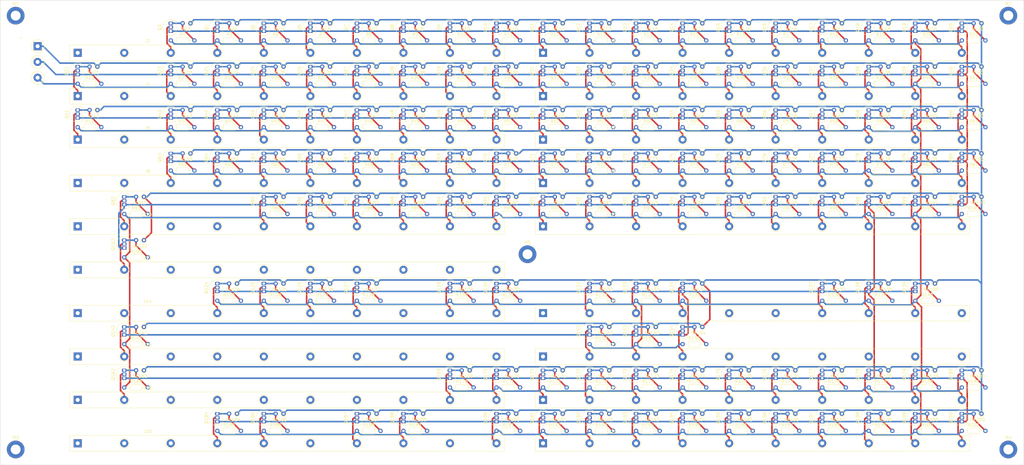
<source format=kicad_pcb>
(kicad_pcb (version 20171130) (host pcbnew "(5.0.0)")
  (layers (0 F.Cu signal) (31 B.Cu signal) (34 B.Paste user) (35 F.Paste user) (36 B.SilkS user) (37 F.SilkS user) (38 B.Mask user) (39 F.Mask user) (44 Edge.Cuts user))
  (net 0 "")
  (net 1 +70v)
  (net 2 0v)
  (net 3 -40v)
  (net 4 "Net-(J2-Pad3)")
  (net 5 "Net-(NE3-Pad2)")
  (net 6 "Net-(NE4-Pad2)")
  (net 7 "Net-(NE5-Pad2)")
  (net 8 "Net-(NE6-Pad2)")
  (net 9 "Net-(NE7-Pad2)")
  (net 10 "Net-(NE8-Pad2)")
  (net 11 "Net-(NE9-Pad2)")
  (net 12 "Net-(NE10-Pad2)")
  (net 13 "Net-(J2-Pad4)")
  (net 14 "Net-(J2-Pad5)")
  (net 15 "Net-(J2-Pad6)")
  (net 16 "Net-(J2-Pad7)")
  (net 17 "Net-(J2-Pad8)")
  (net 18 "Net-(J2-Pad9)")
  (net 19 "Net-(J2-Pad10)")
  (net 20 "Net-(J3-Pad1)")
  (net 21 "Net-(J3-Pad2)")
  (net 22 "Net-(J3-Pad3)")
  (net 23 "Net-(J3-Pad4)")
  (net 24 "Net-(J3-Pad5)")
  (net 25 "Net-(J3-Pad6)")
  (net 26 "Net-(J3-Pad7)")
  (net 27 "Net-(J3-Pad8)")
  (net 28 "Net-(J3-Pad9)")
  (net 29 "Net-(J3-Pad10)")
  (net 30 "Net-(J4-Pad1)")
  (net 31 "Net-(J4-Pad3)")
  (net 32 "Net-(J4-Pad4)")
  (net 33 "Net-(J4-Pad5)")
  (net 34 "Net-(J4-Pad6)")
  (net 35 "Net-(J4-Pad7)")
  (net 36 "Net-(J4-Pad8)")
  (net 37 "Net-(J4-Pad9)")
  (net 38 "Net-(J4-Pad10)")
  (net 39 "Net-(J5-Pad10)")
  (net 40 "Net-(J5-Pad9)")
  (net 41 "Net-(J5-Pad8)")
  (net 42 "Net-(J5-Pad7)")
  (net 43 "Net-(J5-Pad6)")
  (net 44 "Net-(J5-Pad5)")
  (net 45 "Net-(J5-Pad4)")
  (net 46 "Net-(J5-Pad3)")
  (net 47 "Net-(J5-Pad2)")
  (net 48 "Net-(J5-Pad1)")
  (net 49 "Net-(NE11-Pad2)")
  (net 50 "Net-(NE12-Pad2)")
  (net 51 "Net-(NE13-Pad2)")
  (net 52 "Net-(NE14-Pad2)")
  (net 53 "Net-(NE15-Pad2)")
  (net 54 "Net-(NE16-Pad2)")
  (net 55 "Net-(NE17-Pad2)")
  (net 56 "Net-(NE18-Pad2)")
  (net 57 "Net-(NE19-Pad2)")
  (net 58 "Net-(NE20-Pad2)")
  (net 59 "Net-(NE21-Pad2)")
  (net 60 "Net-(NE23-Pad2)")
  (net 61 "Net-(NE24-Pad2)")
  (net 62 "Net-(NE25-Pad2)")
  (net 63 "Net-(NE26-Pad2)")
  (net 64 "Net-(NE27-Pad2)")
  (net 65 "Net-(NE28-Pad2)")
  (net 66 "Net-(NE29-Pad2)")
  (net 67 "Net-(NE30-Pad2)")
  (net 68 "Net-(NE31-Pad2)")
  (net 69 "Net-(NE32-Pad2)")
  (net 70 "Net-(NE33-Pad2)")
  (net 71 "Net-(NE34-Pad2)")
  (net 72 "Net-(NE35-Pad2)")
  (net 73 "Net-(NE36-Pad2)")
  (net 74 "Net-(NE37-Pad2)")
  (net 75 "Net-(NE38-Pad2)")
  (net 76 "Net-(NE39-Pad2)")
  (net 77 "Net-(NE40-Pad2)")
  (net 78 "Net-(J6-Pad1)")
  (net 79 "Net-(J6-Pad3)")
  (net 80 "Net-(J6-Pad4)")
  (net 81 "Net-(J6-Pad5)")
  (net 82 "Net-(J6-Pad6)")
  (net 83 "Net-(J6-Pad7)")
  (net 84 "Net-(J6-Pad8)")
  (net 85 "Net-(J6-Pad9)")
  (net 86 "Net-(J6-Pad10)")
  (net 87 "Net-(J7-Pad10)")
  (net 88 "Net-(J7-Pad9)")
  (net 89 "Net-(J7-Pad8)")
  (net 90 "Net-(J7-Pad7)")
  (net 91 "Net-(J7-Pad6)")
  (net 92 "Net-(J7-Pad5)")
  (net 93 "Net-(J7-Pad4)")
  (net 94 "Net-(J7-Pad3)")
  (net 95 "Net-(J7-Pad2)")
  (net 96 "Net-(J7-Pad1)")
  (net 97 "Net-(NE41-Pad2)")
  (net 98 "Net-(NE43-Pad2)")
  (net 99 "Net-(NE44-Pad2)")
  (net 100 "Net-(NE45-Pad2)")
  (net 101 "Net-(NE46-Pad2)")
  (net 102 "Net-(NE47-Pad2)")
  (net 103 "Net-(NE48-Pad2)")
  (net 104 "Net-(NE49-Pad2)")
  (net 105 "Net-(NE50-Pad2)")
  (net 106 "Net-(NE51-Pad2)")
  (net 107 "Net-(NE52-Pad2)")
  (net 108 "Net-(NE53-Pad2)")
  (net 109 "Net-(NE54-Pad2)")
  (net 110 "Net-(NE55-Pad2)")
  (net 111 "Net-(NE56-Pad2)")
  (net 112 "Net-(NE57-Pad2)")
  (net 113 "Net-(NE58-Pad2)")
  (net 114 "Net-(NE59-Pad2)")
  (net 115 "Net-(NE60-Pad2)")
  (net 116 "Net-(J8-Pad10)")
  (net 117 "Net-(J8-Pad9)")
  (net 118 "Net-(J8-Pad8)")
  (net 119 "Net-(J8-Pad7)")
  (net 120 "Net-(J8-Pad6)")
  (net 121 "Net-(J8-Pad5)")
  (net 122 "Net-(J8-Pad4)")
  (net 123 "Net-(J8-Pad3)")
  (net 124 "Net-(J9-Pad1)")
  (net 125 "Net-(J9-Pad2)")
  (net 126 "Net-(J9-Pad3)")
  (net 127 "Net-(J9-Pad4)")
  (net 128 "Net-(J9-Pad5)")
  (net 129 "Net-(J9-Pad6)")
  (net 130 "Net-(J9-Pad7)")
  (net 131 "Net-(J9-Pad8)")
  (net 132 "Net-(J9-Pad9)")
  (net 133 "Net-(J9-Pad10)")
  (net 134 "Net-(NE63-Pad2)")
  (net 135 "Net-(NE64-Pad2)")
  (net 136 "Net-(NE65-Pad2)")
  (net 137 "Net-(NE66-Pad2)")
  (net 138 "Net-(NE67-Pad2)")
  (net 139 "Net-(NE68-Pad2)")
  (net 140 "Net-(NE69-Pad2)")
  (net 141 "Net-(NE70-Pad2)")
  (net 142 "Net-(NE71-Pad2)")
  (net 143 "Net-(NE72-Pad2)")
  (net 144 "Net-(NE73-Pad2)")
  (net 145 "Net-(NE74-Pad2)")
  (net 146 "Net-(NE75-Pad2)")
  (net 147 "Net-(NE76-Pad2)")
  (net 148 "Net-(NE77-Pad2)")
  (net 149 "Net-(NE78-Pad2)")
  (net 150 "Net-(NE79-Pad2)")
  (net 151 "Net-(NE80-Pad2)")
  (net 152 "Net-(J10-Pad2)")
  (net 153 "Net-(J10-Pad5)")
  (net 154 "Net-(J10-Pad6)")
  (net 155 "Net-(J10-Pad7)")
  (net 156 "Net-(J10-Pad8)")
  (net 157 "Net-(J10-Pad9)")
  (net 158 "Net-(J10-Pad10)")
  (net 159 "Net-(NE82-Pad2)")
  (net 160 "Net-(NE85-Pad2)")
  (net 161 "Net-(J11-Pad1)")
  (net 162 "Net-(J11-Pad2)")
  (net 163 "Net-(J11-Pad3)")
  (net 164 "Net-(J11-Pad4)")
  (net 165 "Net-(J11-Pad5)")
  (net 166 "Net-(J11-Pad6)")
  (net 167 "Net-(J11-Pad7)")
  (net 168 "Net-(J11-Pad8)")
  (net 169 "Net-(J11-Pad9)")
  (net 170 "Net-(J11-Pad10)")
  (net 171 "Net-(NE86-Pad2)")
  (net 172 "Net-(NE87-Pad2)")
  (net 173 "Net-(NE88-Pad2)")
  (net 174 "Net-(NE89-Pad2)")
  (net 175 "Net-(NE90-Pad2)")
  (net 176 "Net-(NE91-Pad2)")
  (net 177 "Net-(NE92-Pad2)")
  (net 178 "Net-(NE93-Pad2)")
  (net 179 "Net-(NE94-Pad2)")
  (net 180 "Net-(NE95-Pad2)")
  (net 181 "Net-(NE96-Pad2)")
  (net 182 "Net-(NE97-Pad2)")
  (net 183 "Net-(NE98-Pad2)")
  (net 184 "Net-(NE99-Pad2)")
  (net 185 "Net-(NE100-Pad2)")
  (net 186 "Net-(J14-Pad4)")
  (net 187 "Net-(J14-Pad5)")
  (net 188 "Net-(J14-Pad6)")
  (net 189 "Net-(J14-Pad7)")
  (net 190 "Net-(J14-Pad9)")
  (net 191 "Net-(J14-Pad10)")
  (net 192 "Net-(J15-Pad2)")
  (net 193 "Net-(J15-Pad3)")
  (net 194 "Net-(J15-Pad4)")
  (net 195 "Net-(J15-Pad7)")
  (net 196 "Net-(J15-Pad8)")
  (net 197 "Net-(J15-Pad9)")
  (net 198 "Net-(J16-Pad2)")
  (net 199 "Net-(J17-Pad4)")
  (net 200 "Net-(J17-Pad3)")
  (net 201 "Net-(J17-Pad2)")
  (net 202 "Net-(J18-Pad10)")
  (net 203 "Net-(J18-Pad9)")
  (net 204 "Net-(J18-Pad2)")
  (net 205 "Net-(J19-Pad1)")
  (net 206 "Net-(J19-Pad2)")
  (net 207 "Net-(J19-Pad3)")
  (net 208 "Net-(J19-Pad4)")
  (net 209 "Net-(J19-Pad5)")
  (net 210 "Net-(J19-Pad6)")
  (net 211 "Net-(J19-Pad7)")
  (net 212 "Net-(J19-Pad8)")
  (net 213 "Net-(J19-Pad9)")
  (net 214 "Net-(J19-Pad10)")
  (net 215 "Net-(NE102-Pad2)")
  (net 216 "Net-(NE124-Pad2)")
  (net 217 "Net-(NE125-Pad2)")
  (net 218 "Net-(NE126-Pad2)")
  (net 219 "Net-(NE127-Pad2)")
  (net 220 "Net-(NE129-Pad2)")
  (net 221 "Net-(NE130-Pad2)")
  (net 222 "Net-(NE132-Pad2)")
  (net 223 "Net-(NE133-Pad2)")
  (net 224 "Net-(NE134-Pad2)")
  (net 225 "Net-(NE137-Pad2)")
  (net 226 "Net-(NE138-Pad2)")
  (net 227 "Net-(NE139-Pad2)")
  (net 228 "Net-(NE142-Pad2)")
  (net 229 "Net-(NE152-Pad2)")
  (net 230 "Net-(NE153-Pad2)")
  (net 231 "Net-(NE154-Pad2)")
  (net 232 "Net-(NE162-Pad2)")
  (net 233 "Net-(NE169-Pad2)")
  (net 234 "Net-(NE170-Pad2)")
  (net 235 "Net-(NE171-Pad2)")
  (net 236 "Net-(NE172-Pad2)")
  (net 237 "Net-(J12-Pad2)")
  (net 238 "Net-(NE173-Pad2)")
  (net 239 "Net-(NE174-Pad2)")
  (net 240 "Net-(NE175-Pad2)")
  (net 241 "Net-(NE176-Pad2)")
  (net 242 "Net-(NE177-Pad2)")
  (net 243 "Net-(NE178-Pad2)")
  (net 244 "Net-(NE179-Pad2)")
  (net 245 "Net-(NE180-Pad2)")
  (net 246 "Net-(J20-Pad4)")
  (net 247 "Net-(J20-Pad5)")
  (net 248 "Net-(J20-Pad7)")
  (net 249 "Net-(J20-Pad8)")
  (net 250 "Net-(J20-Pad10)")
  (net 251 "Net-(J21-Pad10)")
  (net 252 "Net-(J21-Pad9)")
  (net 253 "Net-(J21-Pad8)")
  (net 254 "Net-(J21-Pad7)")
  (net 255 "Net-(J21-Pad6)")
  (net 256 "Net-(J21-Pad5)")
  (net 257 "Net-(J21-Pad4)")
  (net 258 "Net-(J21-Pad3)")
  (net 259 "Net-(J21-Pad2)")
  (net 260 "Net-(J21-Pad1)")
  (net 261 "Net-(NE184-Pad2)")
  (net 262 "Net-(NE185-Pad2)")
  (net 263 "Net-(NE187-Pad2)")
  (net 264 "Net-(NE188-Pad2)")
  (net 265 "Net-(NE190-Pad2)")
  (net 266 "Net-(NE191-Pad2)")
  (net 267 "Net-(NE192-Pad2)")
  (net 268 "Net-(NE193-Pad2)")
  (net 269 "Net-(NE194-Pad2)")
  (net 270 "Net-(NE195-Pad2)")
  (net 271 "Net-(NE196-Pad2)")
  (net 272 "Net-(NE197-Pad2)")
  (net 273 "Net-(NE198-Pad2)")
  (net 274 "Net-(NE199-Pad2)")
  (net 275 "Net-(NE200-Pad2)")
  (module ELLIOTT:DisplayConnector (layer F.Cu) (at 80 117)
    (fp_text reference J12 (at 22.5 -3.81) (layer F.SilkS))
    (fp_text value Conn_01x10)
    (pad 10 thru_hole circle (at 135 0) (size 2.6 2.6) (drill 1.3) (layers *.Cu *.Mask))
    (pad 9 thru_hole circle (at 120 0) (size 2.6 2.6) (drill 1.3) (layers *.Cu *.Mask))
    (pad 8 thru_hole circle (at 105 0) (size 2.6 2.6) (drill 1.3) (layers *.Cu *.Mask))
    (pad 7 thru_hole circle (at 90 0) (size 2.6 2.6) (drill 1.3) (layers *.Cu *.Mask))
    (pad 6 thru_hole circle (at 75 0) (size 2.6 2.6) (drill 1.3) (layers *.Cu *.Mask))
    (pad 5 thru_hole circle (at 60 0) (size 2.6 2.6) (drill 1.3) (layers *.Cu *.Mask))
    (pad 4 thru_hole circle (at 45 0) (size 2.6 2.6) (drill 1.3) (layers *.Cu *.Mask))
    (pad 3 thru_hole circle (at 30 0) (size 2.6 2.6) (drill 1.3) (layers *.Cu *.Mask))
    (pad 2 thru_hole circle (at 15 0) (size 2.6 2.6) (drill 1.3) (layers *.Cu *.Mask) (net 237 "Net-(J12-Pad2)"))
    (pad 1 thru_hole rect (at 0 0) (size 2.6 2.6) (drill 1.3) (layers *.Cu *.Mask))
  )
  (module ELLIOTT:DisplayConnector (layer F.Cu) (at 80 89)
    (fp_text reference J8 (at 22.5 -3.81) (layer F.SilkS))
    (fp_text value Conn_01x10)
    (pad 10 thru_hole circle (at 135 0) (size 2.6 2.6) (drill 1.3) (layers *.Cu *.Mask) (net 116 "Net-(J8-Pad10)"))
    (pad 9 thru_hole circle (at 120 0) (size 2.6 2.6) (drill 1.3) (layers *.Cu *.Mask) (net 117 "Net-(J8-Pad9)"))
    (pad 8 thru_hole circle (at 105 0) (size 2.6 2.6) (drill 1.3) (layers *.Cu *.Mask) (net 118 "Net-(J8-Pad8)"))
    (pad 7 thru_hole circle (at 90 0) (size 2.6 2.6) (drill 1.3) (layers *.Cu *.Mask) (net 119 "Net-(J8-Pad7)"))
    (pad 6 thru_hole circle (at 75 0) (size 2.6 2.6) (drill 1.3) (layers *.Cu *.Mask) (net 120 "Net-(J8-Pad6)"))
    (pad 5 thru_hole circle (at 60 0) (size 2.6 2.6) (drill 1.3) (layers *.Cu *.Mask) (net 121 "Net-(J8-Pad5)"))
    (pad 4 thru_hole circle (at 45 0) (size 2.6 2.6) (drill 1.3) (layers *.Cu *.Mask) (net 122 "Net-(J8-Pad4)"))
    (pad 3 thru_hole circle (at 30 0) (size 2.6 2.6) (drill 1.3) (layers *.Cu *.Mask) (net 123 "Net-(J8-Pad3)"))
    (pad 2 thru_hole circle (at 15 0) (size 2.6 2.6) (drill 1.3) (layers *.Cu *.Mask))
    (pad 1 thru_hole rect (at 0 0) (size 2.6 2.6) (drill 1.3) (layers *.Cu *.Mask))
  )
  (module ELLIOTT:DisplayConnector (layer F.Cu) (at 80 131)
    (fp_text reference J14 (at 22.5 -3.81) (layer F.SilkS))
    (fp_text value Conn_01x10)
    (pad 10 thru_hole circle (at 135 0) (size 2.6 2.6) (drill 1.3) (layers *.Cu *.Mask) (net 191 "Net-(J14-Pad10)"))
    (pad 9 thru_hole circle (at 120 0) (size 2.6 2.6) (drill 1.3) (layers *.Cu *.Mask) (net 190 "Net-(J14-Pad9)"))
    (pad 8 thru_hole circle (at 105 0) (size 2.6 2.6) (drill 1.3) (layers *.Cu *.Mask))
    (pad 7 thru_hole circle (at 90 0) (size 2.6 2.6) (drill 1.3) (layers *.Cu *.Mask) (net 189 "Net-(J14-Pad7)"))
    (pad 6 thru_hole circle (at 75 0) (size 2.6 2.6) (drill 1.3) (layers *.Cu *.Mask) (net 188 "Net-(J14-Pad6)"))
    (pad 5 thru_hole circle (at 60 0) (size 2.6 2.6) (drill 1.3) (layers *.Cu *.Mask) (net 187 "Net-(J14-Pad5)"))
    (pad 4 thru_hole circle (at 45 0) (size 2.6 2.6) (drill 1.3) (layers *.Cu *.Mask) (net 186 "Net-(J14-Pad4)"))
    (pad 3 thru_hole circle (at 30 0) (size 2.6 2.6) (drill 1.3) (layers *.Cu *.Mask))
    (pad 2 thru_hole circle (at 15 0) (size 2.6 2.6) (drill 1.3) (layers *.Cu *.Mask))
    (pad 1 thru_hole rect (at 0 0) (size 2.6 2.6) (drill 1.3) (layers *.Cu *.Mask))
  )
  (module ELLIOTT:DisplayConnector (layer F.Cu) (at 230 131)
    (fp_text reference J15 (at 22.5 -3.81) (layer F.SilkS))
    (fp_text value Conn_01x10)
    (pad 10 thru_hole circle (at 135 0) (size 2.6 2.6) (drill 1.3) (layers *.Cu *.Mask))
    (pad 9 thru_hole circle (at 120 0) (size 2.6 2.6) (drill 1.3) (layers *.Cu *.Mask) (net 197 "Net-(J15-Pad9)"))
    (pad 8 thru_hole circle (at 105 0) (size 2.6 2.6) (drill 1.3) (layers *.Cu *.Mask) (net 196 "Net-(J15-Pad8)"))
    (pad 7 thru_hole circle (at 90 0) (size 2.6 2.6) (drill 1.3) (layers *.Cu *.Mask) (net 195 "Net-(J15-Pad7)"))
    (pad 6 thru_hole circle (at 75 0) (size 2.6 2.6) (drill 1.3) (layers *.Cu *.Mask))
    (pad 5 thru_hole circle (at 60 0) (size 2.6 2.6) (drill 1.3) (layers *.Cu *.Mask))
    (pad 4 thru_hole circle (at 45 0) (size 2.6 2.6) (drill 1.3) (layers *.Cu *.Mask) (net 194 "Net-(J15-Pad4)"))
    (pad 3 thru_hole circle (at 30 0) (size 2.6 2.6) (drill 1.3) (layers *.Cu *.Mask) (net 193 "Net-(J15-Pad3)"))
    (pad 2 thru_hole circle (at 15 0) (size 2.6 2.6) (drill 1.3) (layers *.Cu *.Mask) (net 192 "Net-(J15-Pad2)"))
    (pad 1 thru_hole rect (at 0 0) (size 2.6 2.6) (drill 1.3) (layers *.Cu *.Mask))
  )
  (module ELLIOTT:DisplayConnector (layer F.Cu) (at 80 103)
    (fp_text reference J10 (at 22.5 -3.81) (layer F.SilkS))
    (fp_text value Conn_01x10)
    (pad 10 thru_hole circle (at 135 0) (size 2.6 2.6) (drill 1.3) (layers *.Cu *.Mask) (net 158 "Net-(J10-Pad10)"))
    (pad 9 thru_hole circle (at 120 0) (size 2.6 2.6) (drill 1.3) (layers *.Cu *.Mask) (net 157 "Net-(J10-Pad9)"))
    (pad 8 thru_hole circle (at 105 0) (size 2.6 2.6) (drill 1.3) (layers *.Cu *.Mask) (net 156 "Net-(J10-Pad8)"))
    (pad 7 thru_hole circle (at 90 0) (size 2.6 2.6) (drill 1.3) (layers *.Cu *.Mask) (net 155 "Net-(J10-Pad7)"))
    (pad 6 thru_hole circle (at 75 0) (size 2.6 2.6) (drill 1.3) (layers *.Cu *.Mask) (net 154 "Net-(J10-Pad6)"))
    (pad 5 thru_hole circle (at 60 0) (size 2.6 2.6) (drill 1.3) (layers *.Cu *.Mask) (net 153 "Net-(J10-Pad5)"))
    (pad 4 thru_hole circle (at 45 0) (size 2.6 2.6) (drill 1.3) (layers *.Cu *.Mask))
    (pad 3 thru_hole circle (at 30 0) (size 2.6 2.6) (drill 1.3) (layers *.Cu *.Mask))
    (pad 2 thru_hole circle (at 15 0) (size 2.6 2.6) (drill 1.3) (layers *.Cu *.Mask) (net 152 "Net-(J10-Pad2)"))
    (pad 1 thru_hole rect (at 0 0) (size 2.6 2.6) (drill 1.3) (layers *.Cu *.Mask))
  )
  (module ELLIOTT:DisplayConnector (layer F.Cu) (at 230 103)
    (fp_text reference J11 (at 22.5 -3.81) (layer F.SilkS))
    (fp_text value Conn_01x10)
    (pad 10 thru_hole circle (at 135 0) (size 2.6 2.6) (drill 1.3) (layers *.Cu *.Mask) (net 170 "Net-(J11-Pad10)"))
    (pad 9 thru_hole circle (at 120 0) (size 2.6 2.6) (drill 1.3) (layers *.Cu *.Mask) (net 169 "Net-(J11-Pad9)"))
    (pad 8 thru_hole circle (at 105 0) (size 2.6 2.6) (drill 1.3) (layers *.Cu *.Mask) (net 168 "Net-(J11-Pad8)"))
    (pad 7 thru_hole circle (at 90 0) (size 2.6 2.6) (drill 1.3) (layers *.Cu *.Mask) (net 167 "Net-(J11-Pad7)"))
    (pad 6 thru_hole circle (at 75 0) (size 2.6 2.6) (drill 1.3) (layers *.Cu *.Mask) (net 166 "Net-(J11-Pad6)"))
    (pad 5 thru_hole circle (at 60 0) (size 2.6 2.6) (drill 1.3) (layers *.Cu *.Mask) (net 165 "Net-(J11-Pad5)"))
    (pad 4 thru_hole circle (at 45 0) (size 2.6 2.6) (drill 1.3) (layers *.Cu *.Mask) (net 164 "Net-(J11-Pad4)"))
    (pad 3 thru_hole circle (at 30 0) (size 2.6 2.6) (drill 1.3) (layers *.Cu *.Mask) (net 163 "Net-(J11-Pad3)"))
    (pad 2 thru_hole circle (at 15 0) (size 2.6 2.6) (drill 1.3) (layers *.Cu *.Mask) (net 162 "Net-(J11-Pad2)"))
    (pad 1 thru_hole rect (at 0 0) (size 2.6 2.6) (drill 1.3) (layers *.Cu *.Mask) (net 161 "Net-(J11-Pad1)"))
  )
  (module ELLIOTT:DisplayConnector (layer F.Cu) (at 230 159)
    (fp_text reference J19 (at 22.5 -3.81) (layer F.SilkS))
    (fp_text value Conn_01x10)
    (pad 10 thru_hole circle (at 135 0) (size 2.6 2.6) (drill 1.3) (layers *.Cu *.Mask) (net 214 "Net-(J19-Pad10)"))
    (pad 9 thru_hole circle (at 120 0) (size 2.6 2.6) (drill 1.3) (layers *.Cu *.Mask) (net 213 "Net-(J19-Pad9)"))
    (pad 8 thru_hole circle (at 105 0) (size 2.6 2.6) (drill 1.3) (layers *.Cu *.Mask) (net 212 "Net-(J19-Pad8)"))
    (pad 7 thru_hole circle (at 90 0) (size 2.6 2.6) (drill 1.3) (layers *.Cu *.Mask) (net 211 "Net-(J19-Pad7)"))
    (pad 6 thru_hole circle (at 75 0) (size 2.6 2.6) (drill 1.3) (layers *.Cu *.Mask) (net 210 "Net-(J19-Pad6)"))
    (pad 5 thru_hole circle (at 60 0) (size 2.6 2.6) (drill 1.3) (layers *.Cu *.Mask) (net 209 "Net-(J19-Pad5)"))
    (pad 4 thru_hole circle (at 45 0) (size 2.6 2.6) (drill 1.3) (layers *.Cu *.Mask) (net 208 "Net-(J19-Pad4)"))
    (pad 3 thru_hole circle (at 30 0) (size 2.6 2.6) (drill 1.3) (layers *.Cu *.Mask) (net 207 "Net-(J19-Pad3)"))
    (pad 2 thru_hole circle (at 15 0) (size 2.6 2.6) (drill 1.3) (layers *.Cu *.Mask) (net 206 "Net-(J19-Pad2)"))
    (pad 1 thru_hole rect (at 0 0) (size 2.6 2.6) (drill 1.3) (layers *.Cu *.Mask) (net 205 "Net-(J19-Pad1)"))
  )
  (module ELLIOTT:DisplayConnector (layer F.Cu) (at 80 47)
    (fp_text reference J2 (at 22.5 -3.81) (layer F.SilkS))
    (fp_text value Conn_01x10)
    (pad 10 thru_hole circle (at 135 0) (size 2.6 2.6) (drill 1.3) (layers *.Cu *.Mask) (net 19 "Net-(J2-Pad10)"))
    (pad 9 thru_hole circle (at 120 0) (size 2.6 2.6) (drill 1.3) (layers *.Cu *.Mask) (net 18 "Net-(J2-Pad9)"))
    (pad 8 thru_hole circle (at 105 0) (size 2.6 2.6) (drill 1.3) (layers *.Cu *.Mask) (net 17 "Net-(J2-Pad8)"))
    (pad 7 thru_hole circle (at 90 0) (size 2.6 2.6) (drill 1.3) (layers *.Cu *.Mask) (net 16 "Net-(J2-Pad7)"))
    (pad 6 thru_hole circle (at 75 0) (size 2.6 2.6) (drill 1.3) (layers *.Cu *.Mask) (net 15 "Net-(J2-Pad6)"))
    (pad 5 thru_hole circle (at 60 0) (size 2.6 2.6) (drill 1.3) (layers *.Cu *.Mask) (net 14 "Net-(J2-Pad5)"))
    (pad 4 thru_hole circle (at 45 0) (size 2.6 2.6) (drill 1.3) (layers *.Cu *.Mask) (net 13 "Net-(J2-Pad4)"))
    (pad 3 thru_hole circle (at 30 0) (size 2.6 2.6) (drill 1.3) (layers *.Cu *.Mask) (net 4 "Net-(J2-Pad3)"))
    (pad 2 thru_hole circle (at 15 0) (size 2.6 2.6) (drill 1.3) (layers *.Cu *.Mask))
    (pad 1 thru_hole rect (at 0 0) (size 2.6 2.6) (drill 1.3) (layers *.Cu *.Mask))
  )
  (module ELLIOTT:DisplayConnector (layer F.Cu) (at 80 60.9516)
    (fp_text reference J4 (at 22.5 -3.81) (layer F.SilkS))
    (fp_text value Conn_01x10)
    (pad 10 thru_hole circle (at 135 0) (size 2.6 2.6) (drill 1.3) (layers *.Cu *.Mask) (net 38 "Net-(J4-Pad10)"))
    (pad 9 thru_hole circle (at 120 0) (size 2.6 2.6) (drill 1.3) (layers *.Cu *.Mask) (net 37 "Net-(J4-Pad9)"))
    (pad 8 thru_hole circle (at 105 0) (size 2.6 2.6) (drill 1.3) (layers *.Cu *.Mask) (net 36 "Net-(J4-Pad8)"))
    (pad 7 thru_hole circle (at 90 0) (size 2.6 2.6) (drill 1.3) (layers *.Cu *.Mask) (net 35 "Net-(J4-Pad7)"))
    (pad 6 thru_hole circle (at 75 0) (size 2.6 2.6) (drill 1.3) (layers *.Cu *.Mask) (net 34 "Net-(J4-Pad6)"))
    (pad 5 thru_hole circle (at 60 0) (size 2.6 2.6) (drill 1.3) (layers *.Cu *.Mask) (net 33 "Net-(J4-Pad5)"))
    (pad 4 thru_hole circle (at 45 0) (size 2.6 2.6) (drill 1.3) (layers *.Cu *.Mask) (net 32 "Net-(J4-Pad4)"))
    (pad 3 thru_hole circle (at 30 0) (size 2.6 2.6) (drill 1.3) (layers *.Cu *.Mask) (net 31 "Net-(J4-Pad3)"))
    (pad 2 thru_hole circle (at 15 0) (size 2.6 2.6) (drill 1.3) (layers *.Cu *.Mask))
    (pad 1 thru_hole rect (at 0 0) (size 2.6 2.6) (drill 1.3) (layers *.Cu *.Mask) (net 30 "Net-(J4-Pad1)"))
  )
  (module ELLIOTT:DisplayConnector (layer F.Cu) (at 230 60.9516)
    (fp_text reference J5 (at 22.5 -3.81) (layer F.SilkS))
    (fp_text value Conn_01x10)
    (pad 10 thru_hole circle (at 135 0) (size 2.6 2.6) (drill 1.3) (layers *.Cu *.Mask) (net 39 "Net-(J5-Pad10)"))
    (pad 9 thru_hole circle (at 120 0) (size 2.6 2.6) (drill 1.3) (layers *.Cu *.Mask) (net 40 "Net-(J5-Pad9)"))
    (pad 8 thru_hole circle (at 105 0) (size 2.6 2.6) (drill 1.3) (layers *.Cu *.Mask) (net 41 "Net-(J5-Pad8)"))
    (pad 7 thru_hole circle (at 90 0) (size 2.6 2.6) (drill 1.3) (layers *.Cu *.Mask) (net 42 "Net-(J5-Pad7)"))
    (pad 6 thru_hole circle (at 75 0) (size 2.6 2.6) (drill 1.3) (layers *.Cu *.Mask) (net 43 "Net-(J5-Pad6)"))
    (pad 5 thru_hole circle (at 60 0) (size 2.6 2.6) (drill 1.3) (layers *.Cu *.Mask) (net 44 "Net-(J5-Pad5)"))
    (pad 4 thru_hole circle (at 45 0) (size 2.6 2.6) (drill 1.3) (layers *.Cu *.Mask) (net 45 "Net-(J5-Pad4)"))
    (pad 3 thru_hole circle (at 30 0) (size 2.6 2.6) (drill 1.3) (layers *.Cu *.Mask) (net 46 "Net-(J5-Pad3)"))
    (pad 2 thru_hole circle (at 15 0) (size 2.6 2.6) (drill 1.3) (layers *.Cu *.Mask) (net 47 "Net-(J5-Pad2)"))
    (pad 1 thru_hole rect (at 0 0) (size 2.6 2.6) (drill 1.3) (layers *.Cu *.Mask) (net 48 "Net-(J5-Pad1)"))
  )
  (module ELLIOTT:DisplayConnector (layer F.Cu) (at 230 47)
    (fp_text reference J3 (at 22.5 -3.81) (layer F.SilkS))
    (fp_text value Conn_01x10)
    (pad 10 thru_hole circle (at 135 0) (size 2.6 2.6) (drill 1.3) (layers *.Cu *.Mask) (net 29 "Net-(J3-Pad10)"))
    (pad 9 thru_hole circle (at 120 0) (size 2.6 2.6) (drill 1.3) (layers *.Cu *.Mask) (net 28 "Net-(J3-Pad9)"))
    (pad 8 thru_hole circle (at 105 0) (size 2.6 2.6) (drill 1.3) (layers *.Cu *.Mask) (net 27 "Net-(J3-Pad8)"))
    (pad 7 thru_hole circle (at 90 0) (size 2.6 2.6) (drill 1.3) (layers *.Cu *.Mask) (net 26 "Net-(J3-Pad7)"))
    (pad 6 thru_hole circle (at 75 0) (size 2.6 2.6) (drill 1.3) (layers *.Cu *.Mask) (net 25 "Net-(J3-Pad6)"))
    (pad 5 thru_hole circle (at 60 0) (size 2.6 2.6) (drill 1.3) (layers *.Cu *.Mask) (net 24 "Net-(J3-Pad5)"))
    (pad 4 thru_hole circle (at 45 0) (size 2.6 2.6) (drill 1.3) (layers *.Cu *.Mask) (net 23 "Net-(J3-Pad4)"))
    (pad 3 thru_hole circle (at 30 0) (size 2.6 2.6) (drill 1.3) (layers *.Cu *.Mask) (net 22 "Net-(J3-Pad3)"))
    (pad 2 thru_hole circle (at 15 0) (size 2.6 2.6) (drill 1.3) (layers *.Cu *.Mask) (net 21 "Net-(J3-Pad2)"))
    (pad 1 thru_hole rect (at 0 0) (size 2.6 2.6) (drill 1.3) (layers *.Cu *.Mask) (net 20 "Net-(J3-Pad1)"))
  )
  (module ELLIOTT:DisplayConnector (layer F.Cu) (at 230 89)
    (fp_text reference J9 (at 22.5 -3.81) (layer F.SilkS))
    (fp_text value Conn_01x10)
    (pad 10 thru_hole circle (at 135 0) (size 2.6 2.6) (drill 1.3) (layers *.Cu *.Mask) (net 133 "Net-(J9-Pad10)"))
    (pad 9 thru_hole circle (at 120 0) (size 2.6 2.6) (drill 1.3) (layers *.Cu *.Mask) (net 132 "Net-(J9-Pad9)"))
    (pad 8 thru_hole circle (at 105 0) (size 2.6 2.6) (drill 1.3) (layers *.Cu *.Mask) (net 131 "Net-(J9-Pad8)"))
    (pad 7 thru_hole circle (at 90 0) (size 2.6 2.6) (drill 1.3) (layers *.Cu *.Mask) (net 130 "Net-(J9-Pad7)"))
    (pad 6 thru_hole circle (at 75 0) (size 2.6 2.6) (drill 1.3) (layers *.Cu *.Mask) (net 129 "Net-(J9-Pad6)"))
    (pad 5 thru_hole circle (at 60 0) (size 2.6 2.6) (drill 1.3) (layers *.Cu *.Mask) (net 128 "Net-(J9-Pad5)"))
    (pad 4 thru_hole circle (at 45 0) (size 2.6 2.6) (drill 1.3) (layers *.Cu *.Mask) (net 127 "Net-(J9-Pad4)"))
    (pad 3 thru_hole circle (at 30 0) (size 2.6 2.6) (drill 1.3) (layers *.Cu *.Mask) (net 126 "Net-(J9-Pad3)"))
    (pad 2 thru_hole circle (at 15 0) (size 2.6 2.6) (drill 1.3) (layers *.Cu *.Mask) (net 125 "Net-(J9-Pad2)"))
    (pad 1 thru_hole rect (at 0 0) (size 2.6 2.6) (drill 1.3) (layers *.Cu *.Mask) (net 124 "Net-(J9-Pad1)"))
  )
  (module ELLIOTT:DisplayConnector (layer F.Cu) (at 80 75)
    (fp_text reference J6 (at 22.5 -3.81) (layer F.SilkS))
    (fp_text value Conn_01x10)
    (pad 10 thru_hole circle (at 135 0) (size 2.6 2.6) (drill 1.3) (layers *.Cu *.Mask) (net 86 "Net-(J6-Pad10)"))
    (pad 9 thru_hole circle (at 120 0) (size 2.6 2.6) (drill 1.3) (layers *.Cu *.Mask) (net 85 "Net-(J6-Pad9)"))
    (pad 8 thru_hole circle (at 105 0) (size 2.6 2.6) (drill 1.3) (layers *.Cu *.Mask) (net 84 "Net-(J6-Pad8)"))
    (pad 7 thru_hole circle (at 90 0) (size 2.6 2.6) (drill 1.3) (layers *.Cu *.Mask) (net 83 "Net-(J6-Pad7)"))
    (pad 6 thru_hole circle (at 75 0) (size 2.6 2.6) (drill 1.3) (layers *.Cu *.Mask) (net 82 "Net-(J6-Pad6)"))
    (pad 5 thru_hole circle (at 60 0) (size 2.6 2.6) (drill 1.3) (layers *.Cu *.Mask) (net 81 "Net-(J6-Pad5)"))
    (pad 4 thru_hole circle (at 45 0) (size 2.6 2.6) (drill 1.3) (layers *.Cu *.Mask) (net 80 "Net-(J6-Pad4)"))
    (pad 3 thru_hole circle (at 30 0) (size 2.6 2.6) (drill 1.3) (layers *.Cu *.Mask) (net 79 "Net-(J6-Pad3)"))
    (pad 2 thru_hole circle (at 15 0) (size 2.6 2.6) (drill 1.3) (layers *.Cu *.Mask))
    (pad 1 thru_hole rect (at 0 0) (size 2.6 2.6) (drill 1.3) (layers *.Cu *.Mask) (net 78 "Net-(J6-Pad1)"))
  )
  (module ELLIOTT:DisplayConnector (layer F.Cu) (at 230 75)
    (fp_text reference J7 (at 22.5 -3.81) (layer F.SilkS))
    (fp_text value Conn_01x10)
    (pad 10 thru_hole circle (at 135 0) (size 2.6 2.6) (drill 1.3) (layers *.Cu *.Mask) (net 87 "Net-(J7-Pad10)"))
    (pad 9 thru_hole circle (at 120 0) (size 2.6 2.6) (drill 1.3) (layers *.Cu *.Mask) (net 88 "Net-(J7-Pad9)"))
    (pad 8 thru_hole circle (at 105 0) (size 2.6 2.6) (drill 1.3) (layers *.Cu *.Mask) (net 89 "Net-(J7-Pad8)"))
    (pad 7 thru_hole circle (at 90 0) (size 2.6 2.6) (drill 1.3) (layers *.Cu *.Mask) (net 90 "Net-(J7-Pad7)"))
    (pad 6 thru_hole circle (at 75 0) (size 2.6 2.6) (drill 1.3) (layers *.Cu *.Mask) (net 91 "Net-(J7-Pad6)"))
    (pad 5 thru_hole circle (at 60 0) (size 2.6 2.6) (drill 1.3) (layers *.Cu *.Mask) (net 92 "Net-(J7-Pad5)"))
    (pad 4 thru_hole circle (at 45 0) (size 2.6 2.6) (drill 1.3) (layers *.Cu *.Mask) (net 93 "Net-(J7-Pad4)"))
    (pad 3 thru_hole circle (at 30 0) (size 2.6 2.6) (drill 1.3) (layers *.Cu *.Mask) (net 94 "Net-(J7-Pad3)"))
    (pad 2 thru_hole circle (at 15 0) (size 2.6 2.6) (drill 1.3) (layers *.Cu *.Mask) (net 95 "Net-(J7-Pad2)"))
    (pad 1 thru_hole rect (at 0 0) (size 2.6 2.6) (drill 1.3) (layers *.Cu *.Mask) (net 96 "Net-(J7-Pad1)"))
  )
  (module ELLIOTT:DisplayConnector (layer F.Cu) (at 80 159)
    (fp_text reference J18 (at 22.5 -3.81) (layer F.SilkS))
    (fp_text value Conn_01x10)
    (pad 10 thru_hole circle (at 135 0) (size 2.6 2.6) (drill 1.3) (layers *.Cu *.Mask) (net 202 "Net-(J18-Pad10)"))
    (pad 9 thru_hole circle (at 120 0) (size 2.6 2.6) (drill 1.3) (layers *.Cu *.Mask) (net 203 "Net-(J18-Pad9)"))
    (pad 8 thru_hole circle (at 105 0) (size 2.6 2.6) (drill 1.3) (layers *.Cu *.Mask))
    (pad 7 thru_hole circle (at 90 0) (size 2.6 2.6) (drill 1.3) (layers *.Cu *.Mask))
    (pad 6 thru_hole circle (at 75 0) (size 2.6 2.6) (drill 1.3) (layers *.Cu *.Mask))
    (pad 5 thru_hole circle (at 60 0) (size 2.6 2.6) (drill 1.3) (layers *.Cu *.Mask))
    (pad 4 thru_hole circle (at 45 0) (size 2.6 2.6) (drill 1.3) (layers *.Cu *.Mask))
    (pad 3 thru_hole circle (at 30 0) (size 2.6 2.6) (drill 1.3) (layers *.Cu *.Mask))
    (pad 2 thru_hole circle (at 15 0) (size 2.6 2.6) (drill 1.3) (layers *.Cu *.Mask) (net 204 "Net-(J18-Pad2)"))
    (pad 1 thru_hole rect (at 0 0) (size 2.6 2.6) (drill 1.3) (layers *.Cu *.Mask))
  )
  (module ELLIOTT:DisplayConnector (layer F.Cu) (at 230 145)
    (fp_text reference J17 (at 22.5 -3.81) (layer F.SilkS))
    (fp_text value Conn_01x10)
    (pad 10 thru_hole circle (at 135 0) (size 2.6 2.6) (drill 1.3) (layers *.Cu *.Mask))
    (pad 9 thru_hole circle (at 120 0) (size 2.6 2.6) (drill 1.3) (layers *.Cu *.Mask))
    (pad 8 thru_hole circle (at 105 0) (size 2.6 2.6) (drill 1.3) (layers *.Cu *.Mask))
    (pad 7 thru_hole circle (at 90 0) (size 2.6 2.6) (drill 1.3) (layers *.Cu *.Mask))
    (pad 6 thru_hole circle (at 75 0) (size 2.6 2.6) (drill 1.3) (layers *.Cu *.Mask))
    (pad 5 thru_hole circle (at 60 0) (size 2.6 2.6) (drill 1.3) (layers *.Cu *.Mask))
    (pad 4 thru_hole circle (at 45 0) (size 2.6 2.6) (drill 1.3) (layers *.Cu *.Mask) (net 199 "Net-(J17-Pad4)"))
    (pad 3 thru_hole circle (at 30 0) (size 2.6 2.6) (drill 1.3) (layers *.Cu *.Mask) (net 200 "Net-(J17-Pad3)"))
    (pad 2 thru_hole circle (at 15 0) (size 2.6 2.6) (drill 1.3) (layers *.Cu *.Mask) (net 201 "Net-(J17-Pad2)"))
    (pad 1 thru_hole rect (at 0 0) (size 2.6 2.6) (drill 1.3) (layers *.Cu *.Mask))
  )
  (module ELLIOTT:DisplayConnector (layer F.Cu) (at 80 145)
    (fp_text reference J16 (at 22.5 -3.81) (layer F.SilkS))
    (fp_text value Conn_01x10)
    (pad 10 thru_hole circle (at 135 0) (size 2.6 2.6) (drill 1.3) (layers *.Cu *.Mask))
    (pad 9 thru_hole circle (at 120 0) (size 2.6 2.6) (drill 1.3) (layers *.Cu *.Mask))
    (pad 8 thru_hole circle (at 105 0) (size 2.6 2.6) (drill 1.3) (layers *.Cu *.Mask))
    (pad 7 thru_hole circle (at 90 0) (size 2.6 2.6) (drill 1.3) (layers *.Cu *.Mask))
    (pad 6 thru_hole circle (at 75 0) (size 2.6 2.6) (drill 1.3) (layers *.Cu *.Mask))
    (pad 5 thru_hole circle (at 60 0) (size 2.6 2.6) (drill 1.3) (layers *.Cu *.Mask))
    (pad 4 thru_hole circle (at 45 0) (size 2.6 2.6) (drill 1.3) (layers *.Cu *.Mask))
    (pad 3 thru_hole circle (at 30 0) (size 2.6 2.6) (drill 1.3) (layers *.Cu *.Mask))
    (pad 2 thru_hole circle (at 15 0) (size 2.6 2.6) (drill 1.3) (layers *.Cu *.Mask) (net 198 "Net-(J16-Pad2)"))
    (pad 1 thru_hole rect (at 0 0) (size 2.6 2.6) (drill 1.3) (layers *.Cu *.Mask))
  )
  (module ELLIOTT:DisplayConnector (layer F.Cu) (at 230 173)
    (fp_text reference J21 (at 22.5 -3.81) (layer F.SilkS))
    (fp_text value Conn_01x10)
    (pad 10 thru_hole circle (at 135 0) (size 2.6 2.6) (drill 1.3) (layers *.Cu *.Mask) (net 251 "Net-(J21-Pad10)"))
    (pad 9 thru_hole circle (at 120 0) (size 2.6 2.6) (drill 1.3) (layers *.Cu *.Mask) (net 252 "Net-(J21-Pad9)"))
    (pad 8 thru_hole circle (at 105 0) (size 2.6 2.6) (drill 1.3) (layers *.Cu *.Mask) (net 253 "Net-(J21-Pad8)"))
    (pad 7 thru_hole circle (at 90 0) (size 2.6 2.6) (drill 1.3) (layers *.Cu *.Mask) (net 254 "Net-(J21-Pad7)"))
    (pad 6 thru_hole circle (at 75 0) (size 2.6 2.6) (drill 1.3) (layers *.Cu *.Mask) (net 255 "Net-(J21-Pad6)"))
    (pad 5 thru_hole circle (at 60 0) (size 2.6 2.6) (drill 1.3) (layers *.Cu *.Mask) (net 256 "Net-(J21-Pad5)"))
    (pad 4 thru_hole circle (at 45 0) (size 2.6 2.6) (drill 1.3) (layers *.Cu *.Mask) (net 257 "Net-(J21-Pad4)"))
    (pad 3 thru_hole circle (at 30 0) (size 2.6 2.6) (drill 1.3) (layers *.Cu *.Mask) (net 258 "Net-(J21-Pad3)"))
    (pad 2 thru_hole circle (at 15 0) (size 2.6 2.6) (drill 1.3) (layers *.Cu *.Mask) (net 259 "Net-(J21-Pad2)"))
    (pad 1 thru_hole rect (at 0 0) (size 2.6 2.6) (drill 1.3) (layers *.Cu *.Mask) (net 260 "Net-(J21-Pad1)"))
  )
  (module ELLIOTT:DisplayConnector (layer F.Cu) (at 80 173)
    (fp_text reference J20 (at 22.5 -3.81) (layer F.SilkS))
    (fp_text value Conn_01x10)
    (pad 10 thru_hole circle (at 135 0) (size 2.6 2.6) (drill 1.3) (layers *.Cu *.Mask) (net 250 "Net-(J20-Pad10)"))
    (pad 9 thru_hole circle (at 120 0) (size 2.6 2.6) (drill 1.3) (layers *.Cu *.Mask))
    (pad 8 thru_hole circle (at 105 0) (size 2.6 2.6) (drill 1.3) (layers *.Cu *.Mask) (net 249 "Net-(J20-Pad8)"))
    (pad 7 thru_hole circle (at 90 0) (size 2.6 2.6) (drill 1.3) (layers *.Cu *.Mask) (net 248 "Net-(J20-Pad7)"))
    (pad 6 thru_hole circle (at 75 0) (size 2.6 2.6) (drill 1.3) (layers *.Cu *.Mask))
    (pad 5 thru_hole circle (at 60 0) (size 2.6 2.6) (drill 1.3) (layers *.Cu *.Mask) (net 247 "Net-(J20-Pad5)"))
    (pad 4 thru_hole circle (at 45 0) (size 2.6 2.6) (drill 1.3) (layers *.Cu *.Mask) (net 246 "Net-(J20-Pad4)"))
    (pad 3 thru_hole circle (at 30 0) (size 2.6 2.6) (drill 1.3) (layers *.Cu *.Mask))
    (pad 2 thru_hole circle (at 15 0) (size 2.6 2.6) (drill 1.3) (layers *.Cu *.Mask))
    (pad 1 thru_hole rect (at 0 0) (size 2.6 2.6) (drill 1.3) (layers *.Cu *.Mask))
  )
  (module ELLIOTT:TerminalBlock_5.08_1x03 (layer F.Cu) (at 67.0688 44.8564 270)
    (fp_text reference J1 hide)
    (fp_text value ~)
    (pad 3 thru_hole circle (at 10.16 0 270) (size 2.6 2.6) (drill 1.3) (layers *.Cu *.Mask) (net 1 +70v))
    (pad 2 thru_hole circle (at 5.08 0 270) (size 2.6 2.6) (drill 1.3) (layers *.Cu *.Mask) (net 2 0v))
    (pad 1 thru_hole rect (at 0 0 270) (size 2.6 2.6) (drill 1.3) (layers *.Cu *.Mask) (net 3 -40v))
  )
  (module ELLIOTT:TO-92L_Inline (layer F.Cu) (at 125 166 90)
    (fp_text reference Q184 (at 1.19 -3.56 90) (layer F.SilkS))
    (fp_text value ~)
    (pad 1 thru_hole rect (at 0 0 90) (size 1.05 1.5) (drill 0.75) (layers *.Cu *.Mask) (net 2 0v))
    (pad 3 thru_hole roundrect (at 2.54 0 90) (size 1.05 1.5) (drill 0.75) (layers *.Cu *.Mask) (net 261 "Net-(NE184-Pad2)"))
    (pad 2 thru_hole roundrect (at 1.27 0 90) (size 1.05 1.5) (drill 0.75) (layers *.Cu *.Mask) (net 246 "Net-(J20-Pad4)"))
  )
  (module ELLIOTT:TO-92L_Inline (layer F.Cu) (at 245 166 90)
    (fp_text reference Q192 (at 1.19 -3.56 90) (layer F.SilkS))
    (fp_text value ~)
    (pad 1 thru_hole rect (at 0 0 90) (size 1.05 1.5) (drill 0.75) (layers *.Cu *.Mask) (net 2 0v))
    (pad 3 thru_hole roundrect (at 2.54 0 90) (size 1.05 1.5) (drill 0.75) (layers *.Cu *.Mask) (net 267 "Net-(NE192-Pad2)"))
    (pad 2 thru_hole roundrect (at 1.27 0 90) (size 1.05 1.5) (drill 0.75) (layers *.Cu *.Mask) (net 259 "Net-(J21-Pad2)"))
  )
  (module ELLIOTT:TO-92L_Inline (layer F.Cu) (at 230 166 90)
    (fp_text reference Q191 (at 1.19 -3.56 90) (layer F.SilkS))
    (fp_text value ~)
    (pad 1 thru_hole rect (at 0 0 90) (size 1.05 1.5) (drill 0.75) (layers *.Cu *.Mask) (net 2 0v))
    (pad 3 thru_hole roundrect (at 2.54 0 90) (size 1.05 1.5) (drill 0.75) (layers *.Cu *.Mask) (net 266 "Net-(NE191-Pad2)"))
    (pad 2 thru_hole roundrect (at 1.27 0 90) (size 1.05 1.5) (drill 0.75) (layers *.Cu *.Mask) (net 260 "Net-(J21-Pad1)"))
  )
  (module ELLIOTT:TO-92L_Inline (layer F.Cu) (at 365 166 90)
    (fp_text reference Q200 (at 1.19 -3.56 90) (layer F.SilkS))
    (fp_text value ~)
    (pad 1 thru_hole rect (at 0 0 90) (size 1.05 1.5) (drill 0.75) (layers *.Cu *.Mask) (net 2 0v))
    (pad 3 thru_hole roundrect (at 2.54 0 90) (size 1.05 1.5) (drill 0.75) (layers *.Cu *.Mask) (net 275 "Net-(NE200-Pad2)"))
    (pad 2 thru_hole roundrect (at 1.27 0 90) (size 1.05 1.5) (drill 0.75) (layers *.Cu *.Mask) (net 251 "Net-(J21-Pad10)"))
  )
  (module ELLIOTT:TO-92L_Inline (layer F.Cu) (at 305 166 90)
    (fp_text reference Q196 (at 1.19 -3.56 90) (layer F.SilkS))
    (fp_text value ~)
    (pad 1 thru_hole rect (at 0 0 90) (size 1.05 1.5) (drill 0.75) (layers *.Cu *.Mask) (net 2 0v))
    (pad 3 thru_hole roundrect (at 2.54 0 90) (size 1.05 1.5) (drill 0.75) (layers *.Cu *.Mask) (net 271 "Net-(NE196-Pad2)"))
    (pad 2 thru_hole roundrect (at 1.27 0 90) (size 1.05 1.5) (drill 0.75) (layers *.Cu *.Mask) (net 255 "Net-(J21-Pad6)"))
  )
  (module ELLIOTT:TO-92L_Inline (layer F.Cu) (at 335 166 90)
    (fp_text reference Q198 (at 1.19 -3.56 90) (layer F.SilkS))
    (fp_text value ~)
    (pad 1 thru_hole rect (at 0 0 90) (size 1.05 1.5) (drill 0.75) (layers *.Cu *.Mask) (net 2 0v))
    (pad 3 thru_hole roundrect (at 2.54 0 90) (size 1.05 1.5) (drill 0.75) (layers *.Cu *.Mask) (net 273 "Net-(NE198-Pad2)"))
    (pad 2 thru_hole roundrect (at 1.27 0 90) (size 1.05 1.5) (drill 0.75) (layers *.Cu *.Mask) (net 253 "Net-(J21-Pad8)"))
  )
  (module ELLIOTT:TO-92L_Inline (layer F.Cu) (at 275 166 90)
    (fp_text reference Q194 (at 1.19 -3.56 90) (layer F.SilkS))
    (fp_text value ~)
    (pad 1 thru_hole rect (at 0 0 90) (size 1.05 1.5) (drill 0.75) (layers *.Cu *.Mask) (net 2 0v))
    (pad 3 thru_hole roundrect (at 2.54 0 90) (size 1.05 1.5) (drill 0.75) (layers *.Cu *.Mask) (net 269 "Net-(NE194-Pad2)"))
    (pad 2 thru_hole roundrect (at 1.27 0 90) (size 1.05 1.5) (drill 0.75) (layers *.Cu *.Mask) (net 257 "Net-(J21-Pad4)"))
  )
  (module ELLIOTT:TO-92L_Inline (layer F.Cu) (at 320 166 90)
    (fp_text reference Q197 (at 1.19 -3.56 90) (layer F.SilkS))
    (fp_text value ~)
    (pad 1 thru_hole rect (at 0 0 90) (size 1.05 1.5) (drill 0.75) (layers *.Cu *.Mask) (net 2 0v))
    (pad 3 thru_hole roundrect (at 2.54 0 90) (size 1.05 1.5) (drill 0.75) (layers *.Cu *.Mask) (net 272 "Net-(NE197-Pad2)"))
    (pad 2 thru_hole roundrect (at 1.27 0 90) (size 1.05 1.5) (drill 0.75) (layers *.Cu *.Mask) (net 254 "Net-(J21-Pad7)"))
  )
  (module ELLIOTT:TO-92L_Inline (layer F.Cu) (at 170 166 90)
    (fp_text reference Q187 (at 1.19 -3.56 90) (layer F.SilkS))
    (fp_text value ~)
    (pad 1 thru_hole rect (at 0 0 90) (size 1.05 1.5) (drill 0.75) (layers *.Cu *.Mask) (net 2 0v))
    (pad 3 thru_hole roundrect (at 2.54 0 90) (size 1.05 1.5) (drill 0.75) (layers *.Cu *.Mask) (net 263 "Net-(NE187-Pad2)"))
    (pad 2 thru_hole roundrect (at 1.27 0 90) (size 1.05 1.5) (drill 0.75) (layers *.Cu *.Mask) (net 248 "Net-(J20-Pad7)"))
  )
  (module ELLIOTT:TO-92L_Inline (layer F.Cu) (at 260 166 90)
    (fp_text reference Q193 (at 1.19 -3.56 90) (layer F.SilkS))
    (fp_text value ~)
    (pad 1 thru_hole rect (at 0 0 90) (size 1.05 1.5) (drill 0.75) (layers *.Cu *.Mask) (net 2 0v))
    (pad 3 thru_hole roundrect (at 2.54 0 90) (size 1.05 1.5) (drill 0.75) (layers *.Cu *.Mask) (net 268 "Net-(NE193-Pad2)"))
    (pad 2 thru_hole roundrect (at 1.27 0 90) (size 1.05 1.5) (drill 0.75) (layers *.Cu *.Mask) (net 258 "Net-(J21-Pad3)"))
  )
  (module ELLIOTT:TO-92L_Inline (layer F.Cu) (at 185 166 90)
    (fp_text reference Q188 (at 1.19 -3.56 90) (layer F.SilkS))
    (fp_text value ~)
    (pad 1 thru_hole rect (at 0 0 90) (size 1.05 1.5) (drill 0.75) (layers *.Cu *.Mask) (net 2 0v))
    (pad 3 thru_hole roundrect (at 2.54 0 90) (size 1.05 1.5) (drill 0.75) (layers *.Cu *.Mask) (net 264 "Net-(NE188-Pad2)"))
    (pad 2 thru_hole roundrect (at 1.27 0 90) (size 1.05 1.5) (drill 0.75) (layers *.Cu *.Mask) (net 249 "Net-(J20-Pad8)"))
  )
  (module ELLIOTT:TO-92L_Inline (layer F.Cu) (at 290 166 90)
    (fp_text reference Q195 (at 1.19 -3.56 90) (layer F.SilkS))
    (fp_text value ~)
    (pad 1 thru_hole rect (at 0 0 90) (size 1.05 1.5) (drill 0.75) (layers *.Cu *.Mask) (net 2 0v))
    (pad 3 thru_hole roundrect (at 2.54 0 90) (size 1.05 1.5) (drill 0.75) (layers *.Cu *.Mask) (net 270 "Net-(NE195-Pad2)"))
    (pad 2 thru_hole roundrect (at 1.27 0 90) (size 1.05 1.5) (drill 0.75) (layers *.Cu *.Mask) (net 256 "Net-(J21-Pad5)"))
  )
  (module Resistor_THT:R_Axial_DIN0204_L3.6mm_D1.6mm_P2.54mm_Vertical (layer F.Cu) (at 206.35 121.46 180)
    (fp_text reference NE129 (at 1.27 -1.92) (layer F.SilkS))
    (fp_text value ~)
    (pad 1 thru_hole circle (at 0 0) (size 1.4 1.4) (drill 0.7) (layers *.Cu *.Mask) (net 3 -40v))
    (pad 2 thru_hole oval (at 2.54 0) (size 1.4 1.4) (drill 0.7) (layers *.Cu *.Mask) (net 220 "Net-(NE129-Pad2)"))
  )
  (module ELLIOTT:R_Axial_DIN0204_L3.6mm_D1.6mm_P7.62mm_Horizontal (layer F.Cu) (at 125 127)
    (fp_text reference R125 (at 3.81 -1.92) (layer F.SilkS))
    (fp_text value 82k)
    (pad 1 thru_hole circle (at 0 0) (size 1.4 1.4) (drill 0.7) (layers *.Cu *.Mask) (net 1 +70v))
    (pad 2 thru_hole oval (at 7.62 0) (size 1.4 1.4) (drill 0.7) (layers *.Cu *.Mask) (net 216 "Net-(NE124-Pad2)"))
  )
  (module Resistor_THT:R_Axial_DIN0204_L3.6mm_D1.6mm_P2.54mm_Vertical (layer F.Cu) (at 281.35 121.46 180)
    (fp_text reference NE134 (at 1.27 -1.92) (layer F.SilkS))
    (fp_text value ~)
    (pad 2 thru_hole oval (at 2.54 0) (size 1.4 1.4) (drill 0.7) (layers *.Cu *.Mask) (net 224 "Net-(NE134-Pad2)"))
    (pad 1 thru_hole circle (at 0 0) (size 1.4 1.4) (drill 0.7) (layers *.Cu *.Mask) (net 3 -40v))
  )
  (module ELLIOTT:R_Axial_DIN0204_L3.6mm_D1.6mm_P7.62mm_Horizontal (layer F.Cu) (at 260 127)
    (fp_text reference R134 (at 3.81 -1.92) (layer F.SilkS))
    (fp_text value 82k)
    (pad 1 thru_hole circle (at 0 0) (size 1.4 1.4) (drill 0.7) (layers *.Cu *.Mask) (net 1 +70v))
    (pad 2 thru_hole oval (at 7.62 0) (size 1.4 1.4) (drill 0.7) (layers *.Cu *.Mask) (net 223 "Net-(NE133-Pad2)"))
  )
  (module Resistor_THT:R_Axial_DIN0204_L3.6mm_D1.6mm_P2.54mm_Vertical (layer F.Cu) (at 146.35 121.46 180)
    (fp_text reference NE125 (at 1.27 -1.92) (layer F.SilkS))
    (fp_text value ~)
    (pad 2 thru_hole oval (at 2.54 0) (size 1.4 1.4) (drill 0.7) (layers *.Cu *.Mask) (net 217 "Net-(NE125-Pad2)"))
    (pad 1 thru_hole circle (at 0 0) (size 1.4 1.4) (drill 0.7) (layers *.Cu *.Mask) (net 3 -40v))
  )
  (module ELLIOTT:R_Axial_DIN0204_L3.6mm_D1.6mm_P7.62mm_Horizontal (layer F.Cu) (at 155 127)
    (fp_text reference R127 (at 3.81 -1.92) (layer F.SilkS))
    (fp_text value 82k)
    (pad 2 thru_hole oval (at 7.62 0) (size 1.4 1.4) (drill 0.7) (layers *.Cu *.Mask) (net 218 "Net-(NE126-Pad2)"))
    (pad 1 thru_hole circle (at 0 0) (size 1.4 1.4) (drill 0.7) (layers *.Cu *.Mask) (net 1 +70v))
  )
  (module Resistor_THT:R_Axial_DIN0204_L3.6mm_D1.6mm_P2.54mm_Vertical (layer F.Cu) (at 101.35 107.46 180)
    (fp_text reference NE102 (at 1.27 -1.92) (layer F.SilkS))
    (fp_text value ~)
    (pad 2 thru_hole oval (at 2.54 0) (size 1.4 1.4) (drill 0.7) (layers *.Cu *.Mask) (net 215 "Net-(NE102-Pad2)"))
    (pad 1 thru_hole circle (at 0 0) (size 1.4 1.4) (drill 0.7) (layers *.Cu *.Mask) (net 3 -40v))
  )
  (module ELLIOTT:R_Axial_DIN0204_L3.6mm_D1.6mm_P7.62mm_Horizontal (layer F.Cu) (at 335 99)
    (fp_text reference R99 (at 3.81 -1.92) (layer F.SilkS))
    (fp_text value 82k)
    (pad 2 thru_hole oval (at 7.62 0) (size 1.4 1.4) (drill 0.7) (layers *.Cu *.Mask) (net 183 "Net-(NE98-Pad2)"))
    (pad 1 thru_hole circle (at 0 0) (size 1.4 1.4) (drill 0.7) (layers *.Cu *.Mask) (net 1 +70v))
  )
  (module ELLIOTT:R_Axial_DIN0204_L3.6mm_D1.6mm_P7.62mm_Horizontal (layer F.Cu) (at 290 99)
    (fp_text reference R96 (at 3.81 -1.92) (layer F.SilkS))
    (fp_text value 82k)
    (pad 2 thru_hole oval (at 7.62 0) (size 1.4 1.4) (drill 0.7) (layers *.Cu *.Mask) (net 180 "Net-(NE95-Pad2)"))
    (pad 1 thru_hole circle (at 0 0) (size 1.4 1.4) (drill 0.7) (layers *.Cu *.Mask) (net 1 +70v))
  )
  (module ELLIOTT:R_Axial_DIN0204_L3.6mm_D1.6mm_P7.62mm_Horizontal (layer F.Cu) (at 335 127)
    (fp_text reference R139 (at 3.81 -1.92) (layer F.SilkS))
    (fp_text value 82k)
    (pad 2 thru_hole oval (at 7.62 0) (size 1.4 1.4) (drill 0.7) (layers *.Cu *.Mask) (net 226 "Net-(NE138-Pad2)"))
    (pad 1 thru_hole circle (at 0 0) (size 1.4 1.4) (drill 0.7) (layers *.Cu *.Mask) (net 1 +70v))
  )
  (module ELLIOTT:R_Axial_DIN0204_L3.6mm_D1.6mm_P7.62mm_Horizontal (layer F.Cu) (at 200 127)
    (fp_text reference R130 (at 3.81 -1.92) (layer F.SilkS))
    (fp_text value 82k)
    (pad 1 thru_hole circle (at 0 0) (size 1.4 1.4) (drill 0.7) (layers *.Cu *.Mask) (net 1 +70v))
    (pad 2 thru_hole oval (at 7.62 0) (size 1.4 1.4) (drill 0.7) (layers *.Cu *.Mask) (net 220 "Net-(NE129-Pad2)"))
  )
  (module ELLIOTT:R_Axial_DIN0204_L3.6mm_D1.6mm_P7.62mm_Horizontal (layer F.Cu) (at 305 99)
    (fp_text reference R97 (at 3.81 -1.92) (layer F.SilkS))
    (fp_text value 82k)
    (pad 2 thru_hole oval (at 7.62 0) (size 1.4 1.4) (drill 0.7) (layers *.Cu *.Mask) (net 181 "Net-(NE96-Pad2)"))
    (pad 1 thru_hole circle (at 0 0) (size 1.4 1.4) (drill 0.7) (layers *.Cu *.Mask) (net 1 +70v))
  )
  (module Resistor_THT:R_Axial_DIN0204_L3.6mm_D1.6mm_P2.54mm_Vertical (layer F.Cu) (at 131.35 121.46 180)
    (fp_text reference NE124 (at 1.27 -1.92) (layer F.SilkS))
    (fp_text value ~)
    (pad 1 thru_hole circle (at 0 0) (size 1.4 1.4) (drill 0.7) (layers *.Cu *.Mask) (net 3 -40v))
    (pad 2 thru_hole oval (at 2.54 0) (size 1.4 1.4) (drill 0.7) (layers *.Cu *.Mask) (net 216 "Net-(NE124-Pad2)"))
  )
  (module ELLIOTT:R_Axial_DIN0204_L3.6mm_D1.6mm_P7.62mm_Horizontal (layer F.Cu) (at 365 99)
    (fp_text reference R101 (at 3.81 -1.92) (layer F.SilkS))
    (fp_text value 82k)
    (pad 2 thru_hole oval (at 7.62 0) (size 1.4 1.4) (drill 0.7) (layers *.Cu *.Mask) (net 185 "Net-(NE100-Pad2)"))
    (pad 1 thru_hole circle (at 0 0) (size 1.4 1.4) (drill 0.7) (layers *.Cu *.Mask) (net 1 +70v))
  )
  (module Resistor_THT:R_Axial_DIN0204_L3.6mm_D1.6mm_P2.54mm_Vertical (layer F.Cu) (at 371.35 93.46 180)
    (fp_text reference NE100 (at 1.27 -1.92) (layer F.SilkS))
    (fp_text value ~)
    (pad 2 thru_hole oval (at 2.54 0) (size 1.4 1.4) (drill 0.7) (layers *.Cu *.Mask) (net 185 "Net-(NE100-Pad2)"))
    (pad 1 thru_hole circle (at 0 0) (size 1.4 1.4) (drill 0.7) (layers *.Cu *.Mask) (net 3 -40v))
  )
  (module ELLIOTT:R_Axial_DIN0204_L3.6mm_D1.6mm_P7.62mm_Horizontal (layer F.Cu) (at 170 127)
    (fp_text reference R128 (at 3.81 -1.92) (layer F.SilkS))
    (fp_text value 82k)
    (pad 1 thru_hole circle (at 0 0) (size 1.4 1.4) (drill 0.7) (layers *.Cu *.Mask) (net 1 +70v))
    (pad 2 thru_hole oval (at 7.62 0) (size 1.4 1.4) (drill 0.7) (layers *.Cu *.Mask) (net 219 "Net-(NE127-Pad2)"))
  )
  (module ELLIOTT:R_Axial_DIN0204_L3.6mm_D1.6mm_P7.62mm_Horizontal (layer F.Cu) (at 350 99)
    (fp_text reference R100 (at 3.81 -1.92) (layer F.SilkS))
    (fp_text value 82k)
    (pad 1 thru_hole circle (at 0 0) (size 1.4 1.4) (drill 0.7) (layers *.Cu *.Mask) (net 1 +70v))
    (pad 2 thru_hole oval (at 7.62 0) (size 1.4 1.4) (drill 0.7) (layers *.Cu *.Mask) (net 184 "Net-(NE99-Pad2)"))
  )
  (module Resistor_THT:R_Axial_DIN0204_L3.6mm_D1.6mm_P2.54mm_Vertical (layer F.Cu) (at 311.35 93.46 180)
    (fp_text reference NE96 (at 1.27 -1.92) (layer F.SilkS))
    (fp_text value ~)
    (pad 2 thru_hole oval (at 2.54 0) (size 1.4 1.4) (drill 0.7) (layers *.Cu *.Mask) (net 181 "Net-(NE96-Pad2)"))
    (pad 1 thru_hole circle (at 0 0) (size 1.4 1.4) (drill 0.7) (layers *.Cu *.Mask) (net 3 -40v))
  )
  (module Resistor_THT:R_Axial_DIN0204_L3.6mm_D1.6mm_P2.54mm_Vertical (layer F.Cu) (at 221.35 121.46 180)
    (fp_text reference NE130 (at 1.27 -1.92) (layer F.SilkS))
    (fp_text value ~)
    (pad 2 thru_hole oval (at 2.54 0) (size 1.4 1.4) (drill 0.7) (layers *.Cu *.Mask) (net 221 "Net-(NE130-Pad2)"))
    (pad 1 thru_hole circle (at 0 0) (size 1.4 1.4) (drill 0.7) (layers *.Cu *.Mask) (net 3 -40v))
  )
  (module ELLIOTT:R_Axial_DIN0204_L3.6mm_D1.6mm_P7.62mm_Horizontal (layer F.Cu) (at 260 99)
    (fp_text reference R94 (at 3.81 -1.92) (layer F.SilkS))
    (fp_text value 82k)
    (pad 1 thru_hole circle (at 0 0) (size 1.4 1.4) (drill 0.7) (layers *.Cu *.Mask) (net 1 +70v))
    (pad 2 thru_hole oval (at 7.62 0) (size 1.4 1.4) (drill 0.7) (layers *.Cu *.Mask) (net 178 "Net-(NE93-Pad2)"))
  )
  (module ELLIOTT:R_Axial_DIN0204_L3.6mm_D1.6mm_P7.62mm_Horizontal (layer F.Cu) (at 275 99)
    (fp_text reference R95 (at 3.81 -1.92) (layer F.SilkS))
    (fp_text value 82k)
    (pad 2 thru_hole oval (at 7.62 0) (size 1.4 1.4) (drill 0.7) (layers *.Cu *.Mask) (net 179 "Net-(NE94-Pad2)"))
    (pad 1 thru_hole circle (at 0 0) (size 1.4 1.4) (drill 0.7) (layers *.Cu *.Mask) (net 1 +70v))
  )
  (module Resistor_THT:R_Axial_DIN0204_L3.6mm_D1.6mm_P2.54mm_Vertical (layer F.Cu) (at 356.35 121.46 180)
    (fp_text reference NE139 (at 1.27 -1.92) (layer F.SilkS))
    (fp_text value ~)
    (pad 1 thru_hole circle (at 0 0) (size 1.4 1.4) (drill 0.7) (layers *.Cu *.Mask) (net 3 -40v))
    (pad 2 thru_hole oval (at 2.54 0) (size 1.4 1.4) (drill 0.7) (layers *.Cu *.Mask) (net 227 "Net-(NE139-Pad2)"))
  )
  (module ELLIOTT:R_Axial_DIN0204_L3.6mm_D1.6mm_P7.62mm_Horizontal (layer F.Cu) (at 350 127)
    (fp_text reference R140 (at 3.81 -1.92) (layer F.SilkS))
    (fp_text value 82k)
    (pad 1 thru_hole circle (at 0 0) (size 1.4 1.4) (drill 0.7) (layers *.Cu *.Mask) (net 1 +70v))
    (pad 2 thru_hole oval (at 7.62 0) (size 1.4 1.4) (drill 0.7) (layers *.Cu *.Mask) (net 227 "Net-(NE139-Pad2)"))
  )
  (module ELLIOTT:R_Axial_DIN0204_L3.6mm_D1.6mm_P7.62mm_Horizontal (layer F.Cu) (at 320 127)
    (fp_text reference R138 (at 3.81 -1.92) (layer F.SilkS))
    (fp_text value 82k)
    (pad 2 thru_hole oval (at 7.62 0) (size 1.4 1.4) (drill 0.7) (layers *.Cu *.Mask) (net 225 "Net-(NE137-Pad2)"))
    (pad 1 thru_hole circle (at 0 0) (size 1.4 1.4) (drill 0.7) (layers *.Cu *.Mask) (net 1 +70v))
  )
  (module Resistor_THT:R_Axial_DIN0204_L3.6mm_D1.6mm_P2.54mm_Vertical (layer F.Cu) (at 176.35 121.46 180)
    (fp_text reference NE127 (at 1.27 -1.92) (layer F.SilkS))
    (fp_text value ~)
    (pad 2 thru_hole oval (at 2.54 0) (size 1.4 1.4) (drill 0.7) (layers *.Cu *.Mask) (net 219 "Net-(NE127-Pad2)"))
    (pad 1 thru_hole circle (at 0 0) (size 1.4 1.4) (drill 0.7) (layers *.Cu *.Mask) (net 3 -40v))
  )
  (module ELLIOTT:R_Axial_DIN0204_L3.6mm_D1.6mm_P7.62mm_Horizontal (layer F.Cu) (at 140 127)
    (fp_text reference R126 (at 3.81 -1.92) (layer F.SilkS))
    (fp_text value 82k)
    (pad 1 thru_hole circle (at 0 0) (size 1.4 1.4) (drill 0.7) (layers *.Cu *.Mask) (net 1 +70v))
    (pad 2 thru_hole oval (at 7.62 0) (size 1.4 1.4) (drill 0.7) (layers *.Cu *.Mask) (net 217 "Net-(NE125-Pad2)"))
  )
  (module ELLIOTT:R_Axial_DIN0204_L3.6mm_D1.6mm_P7.62mm_Horizontal (layer F.Cu) (at 95 113)
    (fp_text reference R103 (at 3.81 -1.92) (layer F.SilkS))
    (fp_text value 82k)
    (pad 2 thru_hole oval (at 7.62 0) (size 1.4 1.4) (drill 0.7) (layers *.Cu *.Mask) (net 215 "Net-(NE102-Pad2)"))
    (pad 1 thru_hole circle (at 0 0) (size 1.4 1.4) (drill 0.7) (layers *.Cu *.Mask) (net 1 +70v))
  )
  (module ELLIOTT:R_Axial_DIN0204_L3.6mm_D1.6mm_P7.62mm_Horizontal (layer F.Cu) (at 245 99)
    (fp_text reference R93 (at 3.81 -1.92) (layer F.SilkS))
    (fp_text value 82k)
    (pad 1 thru_hole circle (at 0 0) (size 1.4 1.4) (drill 0.7) (layers *.Cu *.Mask) (net 1 +70v))
    (pad 2 thru_hole oval (at 7.62 0) (size 1.4 1.4) (drill 0.7) (layers *.Cu *.Mask) (net 177 "Net-(NE92-Pad2)"))
  )
  (module Resistor_THT:R_Axial_DIN0204_L3.6mm_D1.6mm_P2.54mm_Vertical (layer F.Cu) (at 251.35 121.46 180)
    (fp_text reference NE132 (at 1.27 -1.92) (layer F.SilkS))
    (fp_text value ~)
    (pad 2 thru_hole oval (at 2.54 0) (size 1.4 1.4) (drill 0.7) (layers *.Cu *.Mask) (net 222 "Net-(NE132-Pad2)"))
    (pad 1 thru_hole circle (at 0 0) (size 1.4 1.4) (drill 0.7) (layers *.Cu *.Mask) (net 3 -40v))
  )
  (module ELLIOTT:R_Axial_DIN0204_L3.6mm_D1.6mm_P7.62mm_Horizontal (layer F.Cu) (at 230 99)
    (fp_text reference R92 (at 3.81 -1.92) (layer F.SilkS))
    (fp_text value 82k)
    (pad 1 thru_hole circle (at 0 0) (size 1.4 1.4) (drill 0.7) (layers *.Cu *.Mask) (net 1 +70v))
    (pad 2 thru_hole oval (at 7.62 0) (size 1.4 1.4) (drill 0.7) (layers *.Cu *.Mask) (net 176 "Net-(NE91-Pad2)"))
  )
  (module ELLIOTT:R_Axial_DIN0204_L3.6mm_D1.6mm_P7.62mm_Horizontal (layer F.Cu) (at 320 99)
    (fp_text reference R98 (at 3.81 -1.92) (layer F.SilkS))
    (fp_text value 82k)
    (pad 2 thru_hole oval (at 7.62 0) (size 1.4 1.4) (drill 0.7) (layers *.Cu *.Mask) (net 182 "Net-(NE97-Pad2)"))
    (pad 1 thru_hole circle (at 0 0) (size 1.4 1.4) (drill 0.7) (layers *.Cu *.Mask) (net 1 +70v))
  )
  (module Resistor_THT:R_Axial_DIN0204_L3.6mm_D1.6mm_P2.54mm_Vertical (layer F.Cu) (at 266.35 121.46 180)
    (fp_text reference NE133 (at 1.27 -1.92) (layer F.SilkS))
    (fp_text value ~)
    (pad 1 thru_hole circle (at 0 0) (size 1.4 1.4) (drill 0.7) (layers *.Cu *.Mask) (net 3 -40v))
    (pad 2 thru_hole oval (at 2.54 0) (size 1.4 1.4) (drill 0.7) (layers *.Cu *.Mask) (net 223 "Net-(NE133-Pad2)"))
  )
  (module ELLIOTT:R_Axial_DIN0204_L3.6mm_D1.6mm_P7.62mm_Horizontal (layer F.Cu) (at 245 127)
    (fp_text reference R133 (at 3.81 -1.92) (layer F.SilkS))
    (fp_text value 82k)
    (pad 1 thru_hole circle (at 0 0) (size 1.4 1.4) (drill 0.7) (layers *.Cu *.Mask) (net 1 +70v))
    (pad 2 thru_hole oval (at 7.62 0) (size 1.4 1.4) (drill 0.7) (layers *.Cu *.Mask) (net 222 "Net-(NE132-Pad2)"))
  )
  (module ELLIOTT:R_Axial_DIN0204_L3.6mm_D1.6mm_P7.62mm_Horizontal (layer F.Cu) (at 215 127)
    (fp_text reference R131 (at 3.81 -1.92) (layer F.SilkS))
    (fp_text value 82k)
    (pad 2 thru_hole oval (at 7.62 0) (size 1.4 1.4) (drill 0.7) (layers *.Cu *.Mask) (net 221 "Net-(NE130-Pad2)"))
    (pad 1 thru_hole circle (at 0 0) (size 1.4 1.4) (drill 0.7) (layers *.Cu *.Mask) (net 1 +70v))
  )
  (module Resistor_THT:R_Axial_DIN0204_L3.6mm_D1.6mm_P2.54mm_Vertical (layer F.Cu) (at 161.35 93.46 180)
    (fp_text reference NE86 (at 1.27 -1.92) (layer F.SilkS))
    (fp_text value ~)
    (pad 1 thru_hole circle (at 0 0) (size 1.4 1.4) (drill 0.7) (layers *.Cu *.Mask) (net 3 -40v))
    (pad 2 thru_hole oval (at 2.54 0) (size 1.4 1.4) (drill 0.7) (layers *.Cu *.Mask) (net 171 "Net-(NE86-Pad2)"))
  )
  (module Resistor_THT:R_Axial_DIN0204_L3.6mm_D1.6mm_P2.54mm_Vertical (layer F.Cu) (at 206.35 93.46 180)
    (fp_text reference NE89 (at 1.27 -1.92) (layer F.SilkS))
    (fp_text value ~)
    (pad 1 thru_hole circle (at 0 0) (size 1.4 1.4) (drill 0.7) (layers *.Cu *.Mask) (net 3 -40v))
    (pad 2 thru_hole oval (at 2.54 0) (size 1.4 1.4) (drill 0.7) (layers *.Cu *.Mask) (net 174 "Net-(NE89-Pad2)"))
  )
  (module Resistor_THT:R_Axial_DIN0204_L3.6mm_D1.6mm_P2.54mm_Vertical (layer F.Cu) (at 176.35 93.46 180)
    (fp_text reference NE87 (at 1.27 -1.92) (layer F.SilkS))
    (fp_text value ~)
    (pad 2 thru_hole oval (at 2.54 0) (size 1.4 1.4) (drill 0.7) (layers *.Cu *.Mask) (net 172 "Net-(NE87-Pad2)"))
    (pad 1 thru_hole circle (at 0 0) (size 1.4 1.4) (drill 0.7) (layers *.Cu *.Mask) (net 3 -40v))
  )
  (module ELLIOTT:R_Axial_DIN0204_L3.6mm_D1.6mm_P7.62mm_Horizontal (layer F.Cu) (at 320 85)
    (fp_text reference R78 (at 3.81 -1.92) (layer F.SilkS))
    (fp_text value 82k)
    (pad 1 thru_hole circle (at 0 0) (size 1.4 1.4) (drill 0.7) (layers *.Cu *.Mask) (net 1 +70v))
    (pad 2 thru_hole oval (at 7.62 0) (size 1.4 1.4) (drill 0.7) (layers *.Cu *.Mask) (net 148 "Net-(NE77-Pad2)"))
  )
  (module ELLIOTT:R_Axial_DIN0204_L3.6mm_D1.6mm_P7.62mm_Horizontal (layer F.Cu) (at 95 99)
    (fp_text reference R83 (at 3.81 -1.92) (layer F.SilkS))
    (fp_text value 82k)
    (pad 1 thru_hole circle (at 0 0) (size 1.4 1.4) (drill 0.7) (layers *.Cu *.Mask) (net 1 +70v))
    (pad 2 thru_hole oval (at 7.62 0) (size 1.4 1.4) (drill 0.7) (layers *.Cu *.Mask) (net 159 "Net-(NE82-Pad2)"))
  )
  (module ELLIOTT:R_Axial_DIN0204_L3.6mm_D1.6mm_P7.62mm_Horizontal (layer F.Cu) (at 230 85)
    (fp_text reference R72 (at 3.81 -1.92) (layer F.SilkS))
    (fp_text value 82k)
    (pad 2 thru_hole oval (at 7.62 0) (size 1.4 1.4) (drill 0.7) (layers *.Cu *.Mask) (net 142 "Net-(NE71-Pad2)"))
    (pad 1 thru_hole circle (at 0 0) (size 1.4 1.4) (drill 0.7) (layers *.Cu *.Mask) (net 1 +70v))
  )
  (module Resistor_THT:R_Axial_DIN0204_L3.6mm_D1.6mm_P2.54mm_Vertical (layer F.Cu) (at 221.35 93.46 180)
    (fp_text reference NE90 (at 1.27 -1.92) (layer F.SilkS))
    (fp_text value ~)
    (pad 2 thru_hole oval (at 2.54 0) (size 1.4 1.4) (drill 0.7) (layers *.Cu *.Mask) (net 175 "Net-(NE90-Pad2)"))
    (pad 1 thru_hole circle (at 0 0) (size 1.4 1.4) (drill 0.7) (layers *.Cu *.Mask) (net 3 -40v))
  )
  (module ELLIOTT:R_Axial_DIN0204_L3.6mm_D1.6mm_P7.62mm_Horizontal (layer F.Cu) (at 365 85)
    (fp_text reference R81 (at 3.81 -1.92) (layer F.SilkS))
    (fp_text value 82k)
    (pad 1 thru_hole circle (at 0 0) (size 1.4 1.4) (drill 0.7) (layers *.Cu *.Mask) (net 1 +70v))
    (pad 2 thru_hole oval (at 7.62 0) (size 1.4 1.4) (drill 0.7) (layers *.Cu *.Mask) (net 151 "Net-(NE80-Pad2)"))
  )
  (module ELLIOTT:R_Axial_DIN0204_L3.6mm_D1.6mm_P7.62mm_Horizontal (layer F.Cu) (at 290 85)
    (fp_text reference R76 (at 3.81 -1.92) (layer F.SilkS))
    (fp_text value 82k)
    (pad 1 thru_hole circle (at 0 0) (size 1.4 1.4) (drill 0.7) (layers *.Cu *.Mask) (net 1 +70v))
    (pad 2 thru_hole oval (at 7.62 0) (size 1.4 1.4) (drill 0.7) (layers *.Cu *.Mask) (net 146 "Net-(NE75-Pad2)"))
  )
  (module Resistor_THT:R_Axial_DIN0204_L3.6mm_D1.6mm_P2.54mm_Vertical (layer F.Cu) (at 356.35 79.46 180)
    (fp_text reference NE79 (at 1.27 -1.92) (layer F.SilkS))
    (fp_text value ~)
    (pad 2 thru_hole oval (at 2.54 0) (size 1.4 1.4) (drill 0.7) (layers *.Cu *.Mask) (net 150 "Net-(NE79-Pad2)"))
    (pad 1 thru_hole circle (at 0 0) (size 1.4 1.4) (drill 0.7) (layers *.Cu *.Mask) (net 3 -40v))
  )
  (module ELLIOTT:R_Axial_DIN0204_L3.6mm_D1.6mm_P7.62mm_Horizontal (layer F.Cu) (at 245 85)
    (fp_text reference R73 (at 3.81 -1.92) (layer F.SilkS))
    (fp_text value 82k)
    (pad 2 thru_hole oval (at 7.62 0) (size 1.4 1.4) (drill 0.7) (layers *.Cu *.Mask) (net 143 "Net-(NE72-Pad2)"))
    (pad 1 thru_hole circle (at 0 0) (size 1.4 1.4) (drill 0.7) (layers *.Cu *.Mask) (net 1 +70v))
  )
  (module Resistor_THT:R_Axial_DIN0204_L3.6mm_D1.6mm_P2.54mm_Vertical (layer F.Cu) (at 191.35 93.46 180)
    (fp_text reference NE88 (at 1.27 -1.92) (layer F.SilkS))
    (fp_text value ~)
    (pad 1 thru_hole circle (at 0 0) (size 1.4 1.4) (drill 0.7) (layers *.Cu *.Mask) (net 3 -40v))
    (pad 2 thru_hole oval (at 2.54 0) (size 1.4 1.4) (drill 0.7) (layers *.Cu *.Mask) (net 173 "Net-(NE88-Pad2)"))
  )
  (module ELLIOTT:R_Axial_DIN0204_L3.6mm_D1.6mm_P7.62mm_Horizontal (layer F.Cu) (at 140 99)
    (fp_text reference R86 (at 3.81 -1.92) (layer F.SilkS))
    (fp_text value 82k)
    (pad 1 thru_hole circle (at 0 0) (size 1.4 1.4) (drill 0.7) (layers *.Cu *.Mask) (net 1 +70v))
    (pad 2 thru_hole oval (at 7.62 0) (size 1.4 1.4) (drill 0.7) (layers *.Cu *.Mask) (net 160 "Net-(NE85-Pad2)"))
  )
  (module ELLIOTT:R_Axial_DIN0204_L3.6mm_D1.6mm_P7.62mm_Horizontal (layer F.Cu) (at 350 85)
    (fp_text reference R80 (at 3.81 -1.92) (layer F.SilkS))
    (fp_text value 82k)
    (pad 2 thru_hole oval (at 7.62 0) (size 1.4 1.4) (drill 0.7) (layers *.Cu *.Mask) (net 150 "Net-(NE79-Pad2)"))
    (pad 1 thru_hole circle (at 0 0) (size 1.4 1.4) (drill 0.7) (layers *.Cu *.Mask) (net 1 +70v))
  )
  (module Resistor_THT:R_Axial_DIN0204_L3.6mm_D1.6mm_P2.54mm_Vertical (layer F.Cu) (at 356.35 93.46 180)
    (fp_text reference NE99 (at 1.27 -1.92) (layer F.SilkS))
    (fp_text value ~)
    (pad 1 thru_hole circle (at 0 0) (size 1.4 1.4) (drill 0.7) (layers *.Cu *.Mask) (net 3 -40v))
    (pad 2 thru_hole oval (at 2.54 0) (size 1.4 1.4) (drill 0.7) (layers *.Cu *.Mask) (net 184 "Net-(NE99-Pad2)"))
  )
  (module ELLIOTT:R_Axial_DIN0204_L3.6mm_D1.6mm_P7.62mm_Horizontal (layer F.Cu) (at 275 85)
    (fp_text reference R75 (at 3.81 -1.92) (layer F.SilkS))
    (fp_text value 82k)
    (pad 1 thru_hole circle (at 0 0) (size 1.4 1.4) (drill 0.7) (layers *.Cu *.Mask) (net 1 +70v))
    (pad 2 thru_hole oval (at 7.62 0) (size 1.4 1.4) (drill 0.7) (layers *.Cu *.Mask) (net 145 "Net-(NE74-Pad2)"))
  )
  (module Resistor_THT:R_Axial_DIN0204_L3.6mm_D1.6mm_P2.54mm_Vertical (layer F.Cu) (at 281.35 93.46 180)
    (fp_text reference NE94 (at 1.27 -1.92) (layer F.SilkS))
    (fp_text value ~)
    (pad 2 thru_hole oval (at 2.54 0) (size 1.4 1.4) (drill 0.7) (layers *.Cu *.Mask) (net 179 "Net-(NE94-Pad2)"))
    (pad 1 thru_hole circle (at 0 0) (size 1.4 1.4) (drill 0.7) (layers *.Cu *.Mask) (net 3 -40v))
  )
  (module Resistor_THT:R_Axial_DIN0204_L3.6mm_D1.6mm_P2.54mm_Vertical (layer F.Cu) (at 101.35 93.46 180)
    (fp_text reference NE82 (at 1.27 -1.92) (layer F.SilkS))
    (fp_text value ~)
    (pad 1 thru_hole circle (at 0 0) (size 1.4 1.4) (drill 0.7) (layers *.Cu *.Mask) (net 3 -40v))
    (pad 2 thru_hole oval (at 2.54 0) (size 1.4 1.4) (drill 0.7) (layers *.Cu *.Mask) (net 159 "Net-(NE82-Pad2)"))
  )
  (module ELLIOTT:R_Axial_DIN0204_L3.6mm_D1.6mm_P7.62mm_Horizontal (layer F.Cu) (at 170 99)
    (fp_text reference R88 (at 3.81 -1.92) (layer F.SilkS))
    (fp_text value 82k)
    (pad 1 thru_hole circle (at 0 0) (size 1.4 1.4) (drill 0.7) (layers *.Cu *.Mask) (net 1 +70v))
    (pad 2 thru_hole oval (at 7.62 0) (size 1.4 1.4) (drill 0.7) (layers *.Cu *.Mask) (net 172 "Net-(NE87-Pad2)"))
  )
  (module ELLIOTT:R_Axial_DIN0204_L3.6mm_D1.6mm_P7.62mm_Horizontal (layer F.Cu) (at 185 99)
    (fp_text reference R89 (at 3.81 -1.92) (layer F.SilkS))
    (fp_text value 82k)
    (pad 1 thru_hole circle (at 0 0) (size 1.4 1.4) (drill 0.7) (layers *.Cu *.Mask) (net 1 +70v))
    (pad 2 thru_hole oval (at 7.62 0) (size 1.4 1.4) (drill 0.7) (layers *.Cu *.Mask) (net 173 "Net-(NE88-Pad2)"))
  )
  (module ELLIOTT:R_Axial_DIN0204_L3.6mm_D1.6mm_P7.62mm_Horizontal (layer F.Cu) (at 155 99)
    (fp_text reference R87 (at 3.81 -1.92) (layer F.SilkS))
    (fp_text value 82k)
    (pad 2 thru_hole oval (at 7.62 0) (size 1.4 1.4) (drill 0.7) (layers *.Cu *.Mask) (net 171 "Net-(NE86-Pad2)"))
    (pad 1 thru_hole circle (at 0 0) (size 1.4 1.4) (drill 0.7) (layers *.Cu *.Mask) (net 1 +70v))
  )
  (module ELLIOTT:R_Axial_DIN0204_L3.6mm_D1.6mm_P7.62mm_Horizontal (layer F.Cu) (at 260 85)
    (fp_text reference R74 (at 3.81 -1.92) (layer F.SilkS))
    (fp_text value 82k)
    (pad 2 thru_hole oval (at 7.62 0) (size 1.4 1.4) (drill 0.7) (layers *.Cu *.Mask) (net 144 "Net-(NE73-Pad2)"))
    (pad 1 thru_hole circle (at 0 0) (size 1.4 1.4) (drill 0.7) (layers *.Cu *.Mask) (net 1 +70v))
  )
  (module Resistor_THT:R_Axial_DIN0204_L3.6mm_D1.6mm_P2.54mm_Vertical (layer F.Cu) (at 296.35 93.46 180)
    (fp_text reference NE95 (at 1.27 -1.92) (layer F.SilkS))
    (fp_text value ~)
    (pad 1 thru_hole circle (at 0 0) (size 1.4 1.4) (drill 0.7) (layers *.Cu *.Mask) (net 3 -40v))
    (pad 2 thru_hole oval (at 2.54 0) (size 1.4 1.4) (drill 0.7) (layers *.Cu *.Mask) (net 180 "Net-(NE95-Pad2)"))
  )
  (module ELLIOTT:R_Axial_DIN0204_L3.6mm_D1.6mm_P7.62mm_Horizontal (layer F.Cu) (at 215 99)
    (fp_text reference R91 (at 3.81 -1.92) (layer F.SilkS))
    (fp_text value 82k)
    (pad 2 thru_hole oval (at 7.62 0) (size 1.4 1.4) (drill 0.7) (layers *.Cu *.Mask) (net 175 "Net-(NE90-Pad2)"))
    (pad 1 thru_hole circle (at 0 0) (size 1.4 1.4) (drill 0.7) (layers *.Cu *.Mask) (net 1 +70v))
  )
  (module Resistor_THT:R_Axial_DIN0204_L3.6mm_D1.6mm_P2.54mm_Vertical (layer F.Cu) (at 326.35 93.46 180)
    (fp_text reference NE97 (at 1.27 -1.92) (layer F.SilkS))
    (fp_text value ~)
    (pad 1 thru_hole circle (at 0 0) (size 1.4 1.4) (drill 0.7) (layers *.Cu *.Mask) (net 3 -40v))
    (pad 2 thru_hole oval (at 2.54 0) (size 1.4 1.4) (drill 0.7) (layers *.Cu *.Mask) (net 182 "Net-(NE97-Pad2)"))
  )
  (module Resistor_THT:R_Axial_DIN0204_L3.6mm_D1.6mm_P2.54mm_Vertical (layer F.Cu) (at 236.35 93.46 180)
    (fp_text reference NE91 (at 1.27 -1.92) (layer F.SilkS))
    (fp_text value ~)
    (pad 1 thru_hole circle (at 0 0) (size 1.4 1.4) (drill 0.7) (layers *.Cu *.Mask) (net 3 -40v))
    (pad 2 thru_hole oval (at 2.54 0) (size 1.4 1.4) (drill 0.7) (layers *.Cu *.Mask) (net 176 "Net-(NE91-Pad2)"))
  )
  (module Resistor_THT:R_Axial_DIN0204_L3.6mm_D1.6mm_P2.54mm_Vertical (layer F.Cu) (at 251.35 93.46 180)
    (fp_text reference NE92 (at 1.27 -1.92) (layer F.SilkS))
    (fp_text value ~)
    (pad 2 thru_hole oval (at 2.54 0) (size 1.4 1.4) (drill 0.7) (layers *.Cu *.Mask) (net 177 "Net-(NE92-Pad2)"))
    (pad 1 thru_hole circle (at 0 0) (size 1.4 1.4) (drill 0.7) (layers *.Cu *.Mask) (net 3 -40v))
  )
  (module ELLIOTT:R_Axial_DIN0204_L3.6mm_D1.6mm_P7.62mm_Horizontal (layer F.Cu) (at 200 99)
    (fp_text reference R90 (at 3.81 -1.92) (layer F.SilkS))
    (fp_text value 82k)
    (pad 1 thru_hole circle (at 0 0) (size 1.4 1.4) (drill 0.7) (layers *.Cu *.Mask) (net 1 +70v))
    (pad 2 thru_hole oval (at 7.62 0) (size 1.4 1.4) (drill 0.7) (layers *.Cu *.Mask) (net 174 "Net-(NE89-Pad2)"))
  )
  (module Resistor_THT:R_Axial_DIN0204_L3.6mm_D1.6mm_P2.54mm_Vertical (layer F.Cu) (at 266.35 93.46 180)
    (fp_text reference NE93 (at 1.27 -1.92) (layer F.SilkS))
    (fp_text value ~)
    (pad 1 thru_hole circle (at 0 0) (size 1.4 1.4) (drill 0.7) (layers *.Cu *.Mask) (net 3 -40v))
    (pad 2 thru_hole oval (at 2.54 0) (size 1.4 1.4) (drill 0.7) (layers *.Cu *.Mask) (net 178 "Net-(NE93-Pad2)"))
  )
  (module Resistor_THT:R_Axial_DIN0204_L3.6mm_D1.6mm_P2.54mm_Vertical (layer F.Cu) (at 146.35 93.46 180)
    (fp_text reference NE85 (at 1.27 -1.92) (layer F.SilkS))
    (fp_text value ~)
    (pad 2 thru_hole oval (at 2.54 0) (size 1.4 1.4) (drill 0.7) (layers *.Cu *.Mask) (net 160 "Net-(NE85-Pad2)"))
    (pad 1 thru_hole circle (at 0 0) (size 1.4 1.4) (drill 0.7) (layers *.Cu *.Mask) (net 3 -40v))
  )
  (module ELLIOTT:R_Axial_DIN0204_L3.6mm_D1.6mm_P7.62mm_Horizontal (layer F.Cu) (at 335 85)
    (fp_text reference R79 (at 3.81 -1.92) (layer F.SilkS))
    (fp_text value 82k)
    (pad 1 thru_hole circle (at 0 0) (size 1.4 1.4) (drill 0.7) (layers *.Cu *.Mask) (net 1 +70v))
    (pad 2 thru_hole oval (at 7.62 0) (size 1.4 1.4) (drill 0.7) (layers *.Cu *.Mask) (net 149 "Net-(NE78-Pad2)"))
  )
  (module ELLIOTT:R_Axial_DIN0204_L3.6mm_D1.6mm_P7.62mm_Horizontal (layer F.Cu) (at 305 85)
    (fp_text reference R77 (at 3.81 -1.92) (layer F.SilkS))
    (fp_text value 82k)
    (pad 1 thru_hole circle (at 0 0) (size 1.4 1.4) (drill 0.7) (layers *.Cu *.Mask) (net 1 +70v))
    (pad 2 thru_hole oval (at 7.62 0) (size 1.4 1.4) (drill 0.7) (layers *.Cu *.Mask) (net 147 "Net-(NE76-Pad2)"))
  )
  (module Resistor_THT:R_Axial_DIN0204_L3.6mm_D1.6mm_P2.54mm_Vertical (layer F.Cu) (at 341.35 93.46 180)
    (fp_text reference NE98 (at 1.27 -1.92) (layer F.SilkS))
    (fp_text value ~)
    (pad 2 thru_hole oval (at 2.54 0) (size 1.4 1.4) (drill 0.7) (layers *.Cu *.Mask) (net 183 "Net-(NE98-Pad2)"))
    (pad 1 thru_hole circle (at 0 0) (size 1.4 1.4) (drill 0.7) (layers *.Cu *.Mask) (net 3 -40v))
  )
  (module Resistor_THT:R_Axial_DIN0204_L3.6mm_D1.6mm_P2.54mm_Vertical (layer F.Cu) (at 371.35 79.46 180)
    (fp_text reference NE80 (at 1.27 -1.92) (layer F.SilkS))
    (fp_text value ~)
    (pad 1 thru_hole circle (at 0 0) (size 1.4 1.4) (drill 0.7) (layers *.Cu *.Mask) (net 3 -40v))
    (pad 2 thru_hole oval (at 2.54 0) (size 1.4 1.4) (drill 0.7) (layers *.Cu *.Mask) (net 151 "Net-(NE80-Pad2)"))
  )
  (module ELLIOTT:TO-92L_Inline (layer F.Cu) (at 365 40 90)
    (fp_text reference Q20 (at 1.19 -3.56 90) (layer F.SilkS))
    (fp_text value ~)
    (pad 1 thru_hole rect (at 0 0 90) (size 1.05 1.5) (drill 0.75) (layers *.Cu *.Mask) (net 2 0v))
    (pad 3 thru_hole roundrect (at 2.54 0 90) (size 1.05 1.5) (drill 0.75) (layers *.Cu *.Mask) (net 58 "Net-(NE20-Pad2)"))
    (pad 2 thru_hole roundrect (at 1.27 0 90) (size 1.05 1.5) (drill 0.75) (layers *.Cu *.Mask) (net 29 "Net-(J3-Pad10)"))
  )
  (module ELLIOTT:TO-92L_Inline (layer F.Cu) (at 335 40 90)
    (fp_text reference Q18 (at 1.19 -3.56 90) (layer F.SilkS))
    (fp_text value ~)
    (pad 1 thru_hole rect (at 0 0 90) (size 1.05 1.5) (drill 0.75) (layers *.Cu *.Mask) (net 2 0v))
    (pad 3 thru_hole roundrect (at 2.54 0 90) (size 1.05 1.5) (drill 0.75) (layers *.Cu *.Mask) (net 56 "Net-(NE18-Pad2)"))
    (pad 2 thru_hole roundrect (at 1.27 0 90) (size 1.05 1.5) (drill 0.75) (layers *.Cu *.Mask) (net 27 "Net-(J3-Pad8)"))
  )
  (module ELLIOTT:TO-92L_Inline (layer F.Cu) (at 80 54 90)
    (fp_text reference Q21 (at 1.19 -3.56 90) (layer F.SilkS))
    (fp_text value ~)
    (pad 1 thru_hole rect (at 0 0 90) (size 1.05 1.5) (drill 0.75) (layers *.Cu *.Mask) (net 2 0v))
    (pad 3 thru_hole roundrect (at 2.54 0 90) (size 1.05 1.5) (drill 0.75) (layers *.Cu *.Mask) (net 59 "Net-(NE21-Pad2)"))
    (pad 2 thru_hole roundrect (at 1.27 0 90) (size 1.05 1.5) (drill 0.75) (layers *.Cu *.Mask) (net 30 "Net-(J4-Pad1)"))
  )
  (module ELLIOTT:TO-92L_Inline (layer F.Cu) (at 245 40 90)
    (fp_text reference Q12 (at 1.19 -3.56 90) (layer F.SilkS))
    (fp_text value ~)
    (pad 1 thru_hole rect (at 0 0 90) (size 1.05 1.5) (drill 0.75) (layers *.Cu *.Mask) (net 2 0v))
    (pad 3 thru_hole roundrect (at 2.54 0 90) (size 1.05 1.5) (drill 0.75) (layers *.Cu *.Mask) (net 50 "Net-(NE12-Pad2)"))
    (pad 2 thru_hole roundrect (at 1.27 0 90) (size 1.05 1.5) (drill 0.75) (layers *.Cu *.Mask) (net 21 "Net-(J3-Pad2)"))
  )
  (module ELLIOTT:TO-92L_Inline (layer F.Cu) (at 185 40 90)
    (fp_text reference Q8 (at 1.19 -3.56 90) (layer F.SilkS))
    (fp_text value ~)
    (pad 1 thru_hole rect (at 0 0 90) (size 1.05 1.5) (drill 0.75) (layers *.Cu *.Mask) (net 2 0v))
    (pad 3 thru_hole roundrect (at 2.54 0 90) (size 1.05 1.5) (drill 0.75) (layers *.Cu *.Mask) (net 10 "Net-(NE8-Pad2)"))
    (pad 2 thru_hole roundrect (at 1.27 0 90) (size 1.05 1.5) (drill 0.75) (layers *.Cu *.Mask) (net 17 "Net-(J2-Pad8)"))
  )
  (module ELLIOTT:TO-92L_Inline (layer F.Cu) (at 110 54 90)
    (fp_text reference Q23 (at 1.19 -3.56 90) (layer F.SilkS))
    (fp_text value ~)
    (pad 1 thru_hole rect (at 0 0 90) (size 1.05 1.5) (drill 0.75) (layers *.Cu *.Mask) (net 2 0v))
    (pad 3 thru_hole roundrect (at 2.54 0 90) (size 1.05 1.5) (drill 0.75) (layers *.Cu *.Mask) (net 60 "Net-(NE23-Pad2)"))
    (pad 2 thru_hole roundrect (at 1.27 0 90) (size 1.05 1.5) (drill 0.75) (layers *.Cu *.Mask) (net 31 "Net-(J4-Pad3)"))
  )
  (module ELLIOTT:TO-92L_Inline (layer F.Cu) (at 125 54 90)
    (fp_text reference Q24 (at 1.19 -3.56 90) (layer F.SilkS))
    (fp_text value ~)
    (pad 1 thru_hole rect (at 0 0 90) (size 1.05 1.5) (drill 0.75) (layers *.Cu *.Mask) (net 2 0v))
    (pad 3 thru_hole roundrect (at 2.54 0 90) (size 1.05 1.5) (drill 0.75) (layers *.Cu *.Mask) (net 61 "Net-(NE24-Pad2)"))
    (pad 2 thru_hole roundrect (at 1.27 0 90) (size 1.05 1.5) (drill 0.75) (layers *.Cu *.Mask) (net 32 "Net-(J4-Pad4)"))
  )
  (module ELLIOTT:TO-92L_Inline (layer F.Cu) (at 275 40 90)
    (fp_text reference Q14 (at 1.19 -3.56 90) (layer F.SilkS))
    (fp_text value ~)
    (pad 1 thru_hole rect (at 0 0 90) (size 1.05 1.5) (drill 0.75) (layers *.Cu *.Mask) (net 2 0v))
    (pad 3 thru_hole roundrect (at 2.54 0 90) (size 1.05 1.5) (drill 0.75) (layers *.Cu *.Mask) (net 52 "Net-(NE14-Pad2)"))
    (pad 2 thru_hole roundrect (at 1.27 0 90) (size 1.05 1.5) (drill 0.75) (layers *.Cu *.Mask) (net 23 "Net-(J3-Pad4)"))
  )
  (module ELLIOTT:TO-92L_Inline (layer F.Cu) (at 140 54 90)
    (fp_text reference Q25 (at 1.19 -3.56 90) (layer F.SilkS))
    (fp_text value ~)
    (pad 1 thru_hole rect (at 0 0 90) (size 1.05 1.5) (drill 0.75) (layers *.Cu *.Mask) (net 2 0v))
    (pad 3 thru_hole roundrect (at 2.54 0 90) (size 1.05 1.5) (drill 0.75) (layers *.Cu *.Mask) (net 62 "Net-(NE25-Pad2)"))
    (pad 2 thru_hole roundrect (at 1.27 0 90) (size 1.05 1.5) (drill 0.75) (layers *.Cu *.Mask) (net 33 "Net-(J4-Pad5)"))
  )
  (module ELLIOTT:TO-92L_Inline (layer F.Cu) (at 260 40 90)
    (fp_text reference Q13 (at 1.19 -3.56 90) (layer F.SilkS))
    (fp_text value ~)
    (pad 1 thru_hole rect (at 0 0 90) (size 1.05 1.5) (drill 0.75) (layers *.Cu *.Mask) (net 2 0v))
    (pad 3 thru_hole roundrect (at 2.54 0 90) (size 1.05 1.5) (drill 0.75) (layers *.Cu *.Mask) (net 51 "Net-(NE13-Pad2)"))
    (pad 2 thru_hole roundrect (at 1.27 0 90) (size 1.05 1.5) (drill 0.75) (layers *.Cu *.Mask) (net 22 "Net-(J3-Pad3)"))
  )
  (module ELLIOTT:TO-92L_Inline (layer F.Cu) (at 350 40 90)
    (fp_text reference Q19 (at 1.19 -3.56 90) (layer F.SilkS))
    (fp_text value ~)
    (pad 1 thru_hole rect (at 0 0 90) (size 1.05 1.5) (drill 0.75) (layers *.Cu *.Mask) (net 2 0v))
    (pad 3 thru_hole roundrect (at 2.54 0 90) (size 1.05 1.5) (drill 0.75) (layers *.Cu *.Mask) (net 57 "Net-(NE19-Pad2)"))
    (pad 2 thru_hole roundrect (at 1.27 0 90) (size 1.05 1.5) (drill 0.75) (layers *.Cu *.Mask) (net 28 "Net-(J3-Pad9)"))
  )
  (module ELLIOTT:TO-92L_Inline (layer F.Cu) (at 200 40 90)
    (fp_text reference Q9 (at 1.19 -3.56 90) (layer F.SilkS))
    (fp_text value ~)
    (pad 1 thru_hole rect (at 0 0 90) (size 1.05 1.5) (drill 0.75) (layers *.Cu *.Mask) (net 2 0v))
    (pad 3 thru_hole roundrect (at 2.54 0 90) (size 1.05 1.5) (drill 0.75) (layers *.Cu *.Mask) (net 11 "Net-(NE9-Pad2)"))
    (pad 2 thru_hole roundrect (at 1.27 0 90) (size 1.05 1.5) (drill 0.75) (layers *.Cu *.Mask) (net 18 "Net-(J2-Pad9)"))
  )
  (module ELLIOTT:TO-92L_Inline (layer F.Cu) (at 290 40 90)
    (fp_text reference Q15 (at 1.19 -3.56 90) (layer F.SilkS))
    (fp_text value ~)
    (pad 1 thru_hole rect (at 0 0 90) (size 1.05 1.5) (drill 0.75) (layers *.Cu *.Mask) (net 2 0v))
    (pad 3 thru_hole roundrect (at 2.54 0 90) (size 1.05 1.5) (drill 0.75) (layers *.Cu *.Mask) (net 53 "Net-(NE15-Pad2)"))
    (pad 2 thru_hole roundrect (at 1.27 0 90) (size 1.05 1.5) (drill 0.75) (layers *.Cu *.Mask) (net 24 "Net-(J3-Pad5)"))
  )
  (module ELLIOTT:TO-92L_Inline (layer F.Cu) (at 215 40 90)
    (fp_text reference Q10 (at 1.19 -3.56 90) (layer F.SilkS))
    (fp_text value ~)
    (pad 1 thru_hole rect (at 0 0 90) (size 1.05 1.5) (drill 0.75) (layers *.Cu *.Mask) (net 2 0v))
    (pad 3 thru_hole roundrect (at 2.54 0 90) (size 1.05 1.5) (drill 0.75) (layers *.Cu *.Mask) (net 12 "Net-(NE10-Pad2)"))
    (pad 2 thru_hole roundrect (at 1.27 0 90) (size 1.05 1.5) (drill 0.75) (layers *.Cu *.Mask) (net 19 "Net-(J2-Pad10)"))
  )
  (module ELLIOTT:TO-92L_Inline (layer F.Cu) (at 230 40 90)
    (fp_text reference Q11 (at 1.19 -3.56 90) (layer F.SilkS))
    (fp_text value ~)
    (pad 1 thru_hole rect (at 0 0 90) (size 1.05 1.5) (drill 0.75) (layers *.Cu *.Mask) (net 2 0v))
    (pad 3 thru_hole roundrect (at 2.54 0 90) (size 1.05 1.5) (drill 0.75) (layers *.Cu *.Mask) (net 49 "Net-(NE11-Pad2)"))
    (pad 2 thru_hole roundrect (at 1.27 0 90) (size 1.05 1.5) (drill 0.75) (layers *.Cu *.Mask) (net 20 "Net-(J3-Pad1)"))
  )
  (module ELLIOTT:TO-92L_Inline (layer F.Cu) (at 170 40 90)
    (fp_text reference Q7 (at 1.19 -3.56 90) (layer F.SilkS))
    (fp_text value ~)
    (pad 1 thru_hole rect (at 0 0 90) (size 1.05 1.5) (drill 0.75) (layers *.Cu *.Mask) (net 2 0v))
    (pad 3 thru_hole roundrect (at 2.54 0 90) (size 1.05 1.5) (drill 0.75) (layers *.Cu *.Mask) (net 9 "Net-(NE7-Pad2)"))
    (pad 2 thru_hole roundrect (at 1.27 0 90) (size 1.05 1.5) (drill 0.75) (layers *.Cu *.Mask) (net 16 "Net-(J2-Pad7)"))
  )
  (module ELLIOTT:TO-92L_Inline (layer F.Cu) (at 320 39.8984 90)
    (fp_text reference Q17 (at 1.19 -3.56 90) (layer F.SilkS))
    (fp_text value ~)
    (pad 1 thru_hole rect (at 0 0 90) (size 1.05 1.5) (drill 0.75) (layers *.Cu *.Mask) (net 2 0v))
    (pad 3 thru_hole roundrect (at 2.54 0 90) (size 1.05 1.5) (drill 0.75) (layers *.Cu *.Mask) (net 55 "Net-(NE17-Pad2)"))
    (pad 2 thru_hole roundrect (at 1.27 0 90) (size 1.05 1.5) (drill 0.75) (layers *.Cu *.Mask) (net 26 "Net-(J3-Pad7)"))
  )
  (module ELLIOTT:TO-92L_Inline (layer F.Cu) (at 305 40 90)
    (fp_text reference Q16 (at 1.19 -3.56 90) (layer F.SilkS))
    (fp_text value ~)
    (pad 1 thru_hole rect (at 0 0 90) (size 1.05 1.5) (drill 0.75) (layers *.Cu *.Mask) (net 2 0v))
    (pad 3 thru_hole roundrect (at 2.54 0 90) (size 1.05 1.5) (drill 0.75) (layers *.Cu *.Mask) (net 54 "Net-(NE16-Pad2)"))
    (pad 2 thru_hole roundrect (at 1.27 0 90) (size 1.05 1.5) (drill 0.75) (layers *.Cu *.Mask) (net 25 "Net-(J3-Pad6)"))
  )
  (module ELLIOTT:TO-92L_Inline (layer F.Cu) (at 200 54 90)
    (fp_text reference Q29 (at 1.19 -3.56 90) (layer F.SilkS))
    (fp_text value ~)
    (pad 1 thru_hole rect (at 0 0 90) (size 1.05 1.5) (drill 0.75) (layers *.Cu *.Mask) (net 2 0v))
    (pad 3 thru_hole roundrect (at 2.54 0 90) (size 1.05 1.5) (drill 0.75) (layers *.Cu *.Mask) (net 66 "Net-(NE29-Pad2)"))
    (pad 2 thru_hole roundrect (at 1.27 0 90) (size 1.05 1.5) (drill 0.75) (layers *.Cu *.Mask) (net 37 "Net-(J4-Pad9)"))
  )
  (module ELLIOTT:TO-92L_Inline (layer F.Cu) (at 185 54 90)
    (fp_text reference Q28 (at 1.19 -3.56 90) (layer F.SilkS))
    (fp_text value ~)
    (pad 1 thru_hole rect (at 0 0 90) (size 1.05 1.5) (drill 0.75) (layers *.Cu *.Mask) (net 2 0v))
    (pad 3 thru_hole roundrect (at 2.54 0 90) (size 1.05 1.5) (drill 0.75) (layers *.Cu *.Mask) (net 65 "Net-(NE28-Pad2)"))
    (pad 2 thru_hole roundrect (at 1.27 0 90) (size 1.05 1.5) (drill 0.75) (layers *.Cu *.Mask) (net 36 "Net-(J4-Pad8)"))
  )
  (module ELLIOTT:TO-92L_Inline (layer F.Cu) (at 230 54 90)
    (fp_text reference Q31 (at 1.19 -3.56 90) (layer F.SilkS))
    (fp_text value ~)
    (pad 1 thru_hole rect (at 0 0 90) (size 1.05 1.5) (drill 0.75) (layers *.Cu *.Mask) (net 2 0v))
    (pad 3 thru_hole roundrect (at 2.54 0 90) (size 1.05 1.5) (drill 0.75) (layers *.Cu *.Mask) (net 68 "Net-(NE31-Pad2)"))
    (pad 2 thru_hole roundrect (at 1.27 0 90) (size 1.05 1.5) (drill 0.75) (layers *.Cu *.Mask) (net 48 "Net-(J5-Pad1)"))
  )
  (module ELLIOTT:TO-92L_Inline (layer F.Cu) (at 290 54 90)
    (fp_text reference Q35 (at 1.19 -3.56 90) (layer F.SilkS))
    (fp_text value ~)
    (pad 1 thru_hole rect (at 0 0 90) (size 1.05 1.5) (drill 0.75) (layers *.Cu *.Mask) (net 2 0v))
    (pad 3 thru_hole roundrect (at 2.54 0 90) (size 1.05 1.5) (drill 0.75) (layers *.Cu *.Mask) (net 72 "Net-(NE35-Pad2)"))
    (pad 2 thru_hole roundrect (at 1.27 0 90) (size 1.05 1.5) (drill 0.75) (layers *.Cu *.Mask) (net 44 "Net-(J5-Pad5)"))
  )
  (module ELLIOTT:TO-92L_Inline (layer F.Cu) (at 335 54 90)
    (fp_text reference Q38 (at 1.19 -3.56 90) (layer F.SilkS))
    (fp_text value ~)
    (pad 1 thru_hole rect (at 0 0 90) (size 1.05 1.5) (drill 0.75) (layers *.Cu *.Mask) (net 2 0v))
    (pad 3 thru_hole roundrect (at 2.54 0 90) (size 1.05 1.5) (drill 0.75) (layers *.Cu *.Mask) (net 75 "Net-(NE38-Pad2)"))
    (pad 2 thru_hole roundrect (at 1.27 0 90) (size 1.05 1.5) (drill 0.75) (layers *.Cu *.Mask) (net 41 "Net-(J5-Pad8)"))
  )
  (module ELLIOTT:TO-92L_Inline (layer F.Cu) (at 350 54 90)
    (fp_text reference Q39 (at 1.19 -3.56 90) (layer F.SilkS))
    (fp_text value ~)
    (pad 1 thru_hole rect (at 0 0 90) (size 1.05 1.5) (drill 0.75) (layers *.Cu *.Mask) (net 2 0v))
    (pad 3 thru_hole roundrect (at 2.54 0 90) (size 1.05 1.5) (drill 0.75) (layers *.Cu *.Mask) (net 76 "Net-(NE39-Pad2)"))
    (pad 2 thru_hole roundrect (at 1.27 0 90) (size 1.05 1.5) (drill 0.75) (layers *.Cu *.Mask) (net 40 "Net-(J5-Pad9)"))
  )
  (module ELLIOTT:TO-92L_Inline (layer F.Cu) (at 365 54 90)
    (fp_text reference Q40 (at 1.19 -3.56 90) (layer F.SilkS))
    (fp_text value ~)
    (pad 1 thru_hole rect (at 0 0 90) (size 1.05 1.5) (drill 0.75) (layers *.Cu *.Mask) (net 2 0v))
    (pad 3 thru_hole roundrect (at 2.54 0 90) (size 1.05 1.5) (drill 0.75) (layers *.Cu *.Mask) (net 77 "Net-(NE40-Pad2)"))
    (pad 2 thru_hole roundrect (at 1.27 0 90) (size 1.05 1.5) (drill 0.75) (layers *.Cu *.Mask) (net 39 "Net-(J5-Pad10)"))
  )
  (module ELLIOTT:TO-92L_Inline (layer F.Cu) (at 80 68 90)
    (fp_text reference Q41 (at 1.19 -3.56 90) (layer F.SilkS))
    (fp_text value ~)
    (pad 1 thru_hole rect (at 0 0 90) (size 1.05 1.5) (drill 0.75) (layers *.Cu *.Mask) (net 2 0v))
    (pad 3 thru_hole roundrect (at 2.54 0 90) (size 1.05 1.5) (drill 0.75) (layers *.Cu *.Mask) (net 97 "Net-(NE41-Pad2)"))
    (pad 2 thru_hole roundrect (at 1.27 0 90) (size 1.05 1.5) (drill 0.75) (layers *.Cu *.Mask) (net 78 "Net-(J6-Pad1)"))
  )
  (module ELLIOTT:TO-92L_Inline (layer F.Cu) (at 110 68 90)
    (fp_text reference Q43 (at 1.19 -3.56 90) (layer F.SilkS))
    (fp_text value ~)
    (pad 1 thru_hole rect (at 0 0 90) (size 1.05 1.5) (drill 0.75) (layers *.Cu *.Mask) (net 2 0v))
    (pad 3 thru_hole roundrect (at 2.54 0 90) (size 1.05 1.5) (drill 0.75) (layers *.Cu *.Mask) (net 98 "Net-(NE43-Pad2)"))
    (pad 2 thru_hole roundrect (at 1.27 0 90) (size 1.05 1.5) (drill 0.75) (layers *.Cu *.Mask) (net 79 "Net-(J6-Pad3)"))
  )
  (module ELLIOTT:TO-92L_Inline (layer F.Cu) (at 245 54 90)
    (fp_text reference Q32 (at 1.19 -3.56 90) (layer F.SilkS))
    (fp_text value ~)
    (pad 1 thru_hole rect (at 0 0 90) (size 1.05 1.5) (drill 0.75) (layers *.Cu *.Mask) (net 2 0v))
    (pad 3 thru_hole roundrect (at 2.54 0 90) (size 1.05 1.5) (drill 0.75) (layers *.Cu *.Mask) (net 69 "Net-(NE32-Pad2)"))
    (pad 2 thru_hole roundrect (at 1.27 0 90) (size 1.05 1.5) (drill 0.75) (layers *.Cu *.Mask) (net 47 "Net-(J5-Pad2)"))
  )
  (module ELLIOTT:TO-92L_Inline (layer F.Cu) (at 215 54 90)
    (fp_text reference Q30 (at 1.19 -3.56 90) (layer F.SilkS))
    (fp_text value ~)
    (pad 1 thru_hole rect (at 0 0 90) (size 1.05 1.5) (drill 0.75) (layers *.Cu *.Mask) (net 2 0v))
    (pad 3 thru_hole roundrect (at 2.54 0 90) (size 1.05 1.5) (drill 0.75) (layers *.Cu *.Mask) (net 67 "Net-(NE30-Pad2)"))
    (pad 2 thru_hole roundrect (at 1.27 0 90) (size 1.05 1.5) (drill 0.75) (layers *.Cu *.Mask) (net 38 "Net-(J4-Pad10)"))
  )
  (module ELLIOTT:TO-92L_Inline (layer F.Cu) (at 275 54 90)
    (fp_text reference Q34 (at 1.19 -3.56 90) (layer F.SilkS))
    (fp_text value ~)
    (pad 1 thru_hole rect (at 0 0 90) (size 1.05 1.5) (drill 0.75) (layers *.Cu *.Mask) (net 2 0v))
    (pad 3 thru_hole roundrect (at 2.54 0 90) (size 1.05 1.5) (drill 0.75) (layers *.Cu *.Mask) (net 71 "Net-(NE34-Pad2)"))
    (pad 2 thru_hole roundrect (at 1.27 0 90) (size 1.05 1.5) (drill 0.75) (layers *.Cu *.Mask) (net 45 "Net-(J5-Pad4)"))
  )
  (module ELLIOTT:TO-92L_Inline (layer F.Cu) (at 125 68 90)
    (fp_text reference Q44 (at 1.19 -3.56 90) (layer F.SilkS))
    (fp_text value ~)
    (pad 1 thru_hole rect (at 0 0 90) (size 1.05 1.5) (drill 0.75) (layers *.Cu *.Mask) (net 2 0v))
    (pad 3 thru_hole roundrect (at 2.54 0 90) (size 1.05 1.5) (drill 0.75) (layers *.Cu *.Mask) (net 99 "Net-(NE44-Pad2)"))
    (pad 2 thru_hole roundrect (at 1.27 0 90) (size 1.05 1.5) (drill 0.75) (layers *.Cu *.Mask) (net 80 "Net-(J6-Pad4)"))
  )
  (module ELLIOTT:TO-92L_Inline (layer F.Cu) (at 320 54 90)
    (fp_text reference Q37 (at 1.19 -3.56 90) (layer F.SilkS))
    (fp_text value ~)
    (pad 1 thru_hole rect (at 0 0 90) (size 1.05 1.5) (drill 0.75) (layers *.Cu *.Mask) (net 2 0v))
    (pad 3 thru_hole roundrect (at 2.54 0 90) (size 1.05 1.5) (drill 0.75) (layers *.Cu *.Mask) (net 74 "Net-(NE37-Pad2)"))
    (pad 2 thru_hole roundrect (at 1.27 0 90) (size 1.05 1.5) (drill 0.75) (layers *.Cu *.Mask) (net 42 "Net-(J5-Pad7)"))
  )
  (module ELLIOTT:TO-92L_Inline (layer F.Cu) (at 170 54 90)
    (fp_text reference Q27 (at 1.19 -3.56 90) (layer F.SilkS))
    (fp_text value ~)
    (pad 1 thru_hole rect (at 0 0 90) (size 1.05 1.5) (drill 0.75) (layers *.Cu *.Mask) (net 2 0v))
    (pad 3 thru_hole roundrect (at 2.54 0 90) (size 1.05 1.5) (drill 0.75) (layers *.Cu *.Mask) (net 64 "Net-(NE27-Pad2)"))
    (pad 2 thru_hole roundrect (at 1.27 0 90) (size 1.05 1.5) (drill 0.75) (layers *.Cu *.Mask) (net 35 "Net-(J4-Pad7)"))
  )
  (module ELLIOTT:TO-92L_Inline (layer F.Cu) (at 155 54 90)
    (fp_text reference Q26 (at 1.19 -3.56 90) (layer F.SilkS))
    (fp_text value ~)
    (pad 1 thru_hole rect (at 0 0 90) (size 1.05 1.5) (drill 0.75) (layers *.Cu *.Mask) (net 2 0v))
    (pad 3 thru_hole roundrect (at 2.54 0 90) (size 1.05 1.5) (drill 0.75) (layers *.Cu *.Mask) (net 63 "Net-(NE26-Pad2)"))
    (pad 2 thru_hole roundrect (at 1.27 0 90) (size 1.05 1.5) (drill 0.75) (layers *.Cu *.Mask) (net 34 "Net-(J4-Pad6)"))
  )
  (module ELLIOTT:TO-92L_Inline (layer F.Cu) (at 305 54 90)
    (fp_text reference Q36 (at 1.19 -3.56 90) (layer F.SilkS))
    (fp_text value ~)
    (pad 1 thru_hole rect (at 0 0 90) (size 1.05 1.5) (drill 0.75) (layers *.Cu *.Mask) (net 2 0v))
    (pad 3 thru_hole roundrect (at 2.54 0 90) (size 1.05 1.5) (drill 0.75) (layers *.Cu *.Mask) (net 73 "Net-(NE36-Pad2)"))
    (pad 2 thru_hole roundrect (at 1.27 0 90) (size 1.05 1.5) (drill 0.75) (layers *.Cu *.Mask) (net 43 "Net-(J5-Pad6)"))
  )
  (module ELLIOTT:TO-92L_Inline (layer F.Cu) (at 260 54 90)
    (fp_text reference Q33 (at 1.19 -3.56 90) (layer F.SilkS))
    (fp_text value ~)
    (pad 1 thru_hole rect (at 0 0 90) (size 1.05 1.5) (drill 0.75) (layers *.Cu *.Mask) (net 2 0v))
    (pad 3 thru_hole roundrect (at 2.54 0 90) (size 1.05 1.5) (drill 0.75) (layers *.Cu *.Mask) (net 70 "Net-(NE33-Pad2)"))
    (pad 2 thru_hole roundrect (at 1.27 0 90) (size 1.05 1.5) (drill 0.75) (layers *.Cu *.Mask) (net 46 "Net-(J5-Pad3)"))
  )
  (module ELLIOTT:TO-92L_Inline (layer F.Cu) (at 260 96 90)
    (fp_text reference Q93 (at 1.19 -3.56 90) (layer F.SilkS))
    (fp_text value ~)
    (pad 1 thru_hole rect (at 0 0 90) (size 1.05 1.5) (drill 0.75) (layers *.Cu *.Mask) (net 2 0v))
    (pad 3 thru_hole roundrect (at 2.54 0 90) (size 1.05 1.5) (drill 0.75) (layers *.Cu *.Mask) (net 178 "Net-(NE93-Pad2)"))
    (pad 2 thru_hole roundrect (at 1.27 0 90) (size 1.05 1.5) (drill 0.75) (layers *.Cu *.Mask) (net 163 "Net-(J11-Pad3)"))
  )
  (module ELLIOTT:TO-92L_Inline (layer F.Cu) (at 140 96 90)
    (fp_text reference Q85 (at 1.19 -3.56 90) (layer F.SilkS))
    (fp_text value ~)
    (pad 1 thru_hole rect (at 0 0 90) (size 1.05 1.5) (drill 0.75) (layers *.Cu *.Mask) (net 2 0v))
    (pad 3 thru_hole roundrect (at 2.54 0 90) (size 1.05 1.5) (drill 0.75) (layers *.Cu *.Mask) (net 160 "Net-(NE85-Pad2)"))
    (pad 2 thru_hole roundrect (at 1.27 0 90) (size 1.05 1.5) (drill 0.75) (layers *.Cu *.Mask) (net 153 "Net-(J10-Pad5)"))
  )
  (module ELLIOTT:TO-92L_Inline (layer F.Cu) (at 320 96 90)
    (fp_text reference Q97 (at 1.19 -3.56 90) (layer F.SilkS))
    (fp_text value ~)
    (pad 1 thru_hole rect (at 0 0 90) (size 1.05 1.5) (drill 0.75) (layers *.Cu *.Mask) (net 2 0v))
    (pad 3 thru_hole roundrect (at 2.54 0 90) (size 1.05 1.5) (drill 0.75) (layers *.Cu *.Mask) (net 182 "Net-(NE97-Pad2)"))
    (pad 2 thru_hole roundrect (at 1.27 0 90) (size 1.05 1.5) (drill 0.75) (layers *.Cu *.Mask) (net 167 "Net-(J11-Pad7)"))
  )
  (module ELLIOTT:TO-92L_Inline (layer F.Cu) (at 290 82 90)
    (fp_text reference Q75 (at 1.19 -3.56 90) (layer F.SilkS))
    (fp_text value ~)
    (pad 1 thru_hole rect (at 0 0 90) (size 1.05 1.5) (drill 0.75) (layers *.Cu *.Mask) (net 2 0v))
    (pad 3 thru_hole roundrect (at 2.54 0 90) (size 1.05 1.5) (drill 0.75) (layers *.Cu *.Mask) (net 146 "Net-(NE75-Pad2)"))
    (pad 2 thru_hole roundrect (at 1.27 0 90) (size 1.05 1.5) (drill 0.75) (layers *.Cu *.Mask) (net 128 "Net-(J9-Pad5)"))
  )
  (module ELLIOTT:TO-92L_Inline (layer F.Cu) (at 185 96 90)
    (fp_text reference Q88 (at 1.19 -3.56 90) (layer F.SilkS))
    (fp_text value ~)
    (pad 1 thru_hole rect (at 0 0 90) (size 1.05 1.5) (drill 0.75) (layers *.Cu *.Mask) (net 2 0v))
    (pad 3 thru_hole roundrect (at 2.54 0 90) (size 1.05 1.5) (drill 0.75) (layers *.Cu *.Mask) (net 173 "Net-(NE88-Pad2)"))
    (pad 2 thru_hole roundrect (at 1.27 0 90) (size 1.05 1.5) (drill 0.75) (layers *.Cu *.Mask) (net 156 "Net-(J10-Pad8)"))
  )
  (module ELLIOTT:TO-92L_Inline (layer F.Cu) (at 290 96 90)
    (fp_text reference Q95 (at 1.19 -3.56 90) (layer F.SilkS))
    (fp_text value ~)
    (pad 1 thru_hole rect (at 0 0 90) (size 1.05 1.5) (drill 0.75) (layers *.Cu *.Mask) (net 2 0v))
    (pad 3 thru_hole roundrect (at 2.54 0 90) (size 1.05 1.5) (drill 0.75) (layers *.Cu *.Mask) (net 180 "Net-(NE95-Pad2)"))
    (pad 2 thru_hole roundrect (at 1.27 0 90) (size 1.05 1.5) (drill 0.75) (layers *.Cu *.Mask) (net 165 "Net-(J11-Pad5)"))
  )
  (module ELLIOTT:TO-92L_Inline (layer F.Cu) (at 305 96 90)
    (fp_text reference Q96 (at 1.19 -3.56 90) (layer F.SilkS))
    (fp_text value ~)
    (pad 1 thru_hole rect (at 0 0 90) (size 1.05 1.5) (drill 0.75) (layers *.Cu *.Mask) (net 2 0v))
    (pad 3 thru_hole roundrect (at 2.54 0 90) (size 1.05 1.5) (drill 0.75) (layers *.Cu *.Mask) (net 181 "Net-(NE96-Pad2)"))
    (pad 2 thru_hole roundrect (at 1.27 0 90) (size 1.05 1.5) (drill 0.75) (layers *.Cu *.Mask) (net 166 "Net-(J11-Pad6)"))
  )
  (module ELLIOTT:TO-92L_Inline (layer F.Cu) (at 230 96 90)
    (fp_text reference Q91 (at 1.19 -3.56 90) (layer F.SilkS))
    (fp_text value ~)
    (pad 1 thru_hole rect (at 0 0 90) (size 1.05 1.5) (drill 0.75) (layers *.Cu *.Mask) (net 2 0v))
    (pad 3 thru_hole roundrect (at 2.54 0 90) (size 1.05 1.5) (drill 0.75) (layers *.Cu *.Mask) (net 176 "Net-(NE91-Pad2)"))
    (pad 2 thru_hole roundrect (at 1.27 0 90) (size 1.05 1.5) (drill 0.75) (layers *.Cu *.Mask) (net 161 "Net-(J11-Pad1)"))
  )
  (module ELLIOTT:TO-92L_Inline (layer F.Cu) (at 320 82 90)
    (fp_text reference Q77 (at 1.19 -3.56 90) (layer F.SilkS))
    (fp_text value ~)
    (pad 1 thru_hole rect (at 0 0 90) (size 1.05 1.5) (drill 0.75) (layers *.Cu *.Mask) (net 2 0v))
    (pad 3 thru_hole roundrect (at 2.54 0 90) (size 1.05 1.5) (drill 0.75) (layers *.Cu *.Mask) (net 148 "Net-(NE77-Pad2)"))
    (pad 2 thru_hole roundrect (at 1.27 0 90) (size 1.05 1.5) (drill 0.75) (layers *.Cu *.Mask) (net 130 "Net-(J9-Pad7)"))
  )
  (module ELLIOTT:TO-92L_Inline (layer F.Cu) (at 95 96 90)
    (fp_text reference Q82 (at 1.19 -3.56 90) (layer F.SilkS))
    (fp_text value ~)
    (pad 1 thru_hole rect (at 0 0 90) (size 1.05 1.5) (drill 0.75) (layers *.Cu *.Mask) (net 2 0v))
    (pad 3 thru_hole roundrect (at 2.54 0 90) (size 1.05 1.5) (drill 0.75) (layers *.Cu *.Mask) (net 159 "Net-(NE82-Pad2)"))
    (pad 2 thru_hole roundrect (at 1.27 0 90) (size 1.05 1.5) (drill 0.75) (layers *.Cu *.Mask) (net 152 "Net-(J10-Pad2)"))
  )
  (module ELLIOTT:TO-92L_Inline (layer F.Cu) (at 245 96 90)
    (fp_text reference Q92 (at 1.19 -3.56 90) (layer F.SilkS))
    (fp_text value ~)
    (pad 1 thru_hole rect (at 0 0 90) (size 1.05 1.5) (drill 0.75) (layers *.Cu *.Mask) (net 2 0v))
    (pad 3 thru_hole roundrect (at 2.54 0 90) (size 1.05 1.5) (drill 0.75) (layers *.Cu *.Mask) (net 177 "Net-(NE92-Pad2)"))
    (pad 2 thru_hole roundrect (at 1.27 0 90) (size 1.05 1.5) (drill 0.75) (layers *.Cu *.Mask) (net 162 "Net-(J11-Pad2)"))
  )
  (module ELLIOTT:TO-92L_Inline (layer F.Cu) (at 365 82 90)
    (fp_text reference Q80 (at 1.19 -3.56 90) (layer F.SilkS))
    (fp_text value ~)
    (pad 1 thru_hole rect (at 0 0 90) (size 1.05 1.5) (drill 0.75) (layers *.Cu *.Mask) (net 2 0v))
    (pad 3 thru_hole roundrect (at 2.54 0 90) (size 1.05 1.5) (drill 0.75) (layers *.Cu *.Mask) (net 151 "Net-(NE80-Pad2)"))
    (pad 2 thru_hole roundrect (at 1.27 0 90) (size 1.05 1.5) (drill 0.75) (layers *.Cu *.Mask) (net 133 "Net-(J9-Pad10)"))
  )
  (module ELLIOTT:TO-92L_Inline (layer F.Cu) (at 215 96 90)
    (fp_text reference Q90 (at 1.19 -3.56 90) (layer F.SilkS))
    (fp_text value ~)
    (pad 1 thru_hole rect (at 0 0 90) (size 1.05 1.5) (drill 0.75) (layers *.Cu *.Mask) (net 2 0v))
    (pad 3 thru_hole roundrect (at 2.54 0 90) (size 1.05 1.5) (drill 0.75) (layers *.Cu *.Mask) (net 175 "Net-(NE90-Pad2)"))
    (pad 2 thru_hole roundrect (at 1.27 0 90) (size 1.05 1.5) (drill 0.75) (layers *.Cu *.Mask) (net 158 "Net-(J10-Pad10)"))
  )
  (module ELLIOTT:TO-92L_Inline (layer F.Cu) (at 275 96 90)
    (fp_text reference Q94 (at 1.19 -3.56 90) (layer F.SilkS))
    (fp_text value ~)
    (pad 1 thru_hole rect (at 0 0 90) (size 1.05 1.5) (drill 0.75) (layers *.Cu *.Mask) (net 2 0v))
    (pad 3 thru_hole roundrect (at 2.54 0 90) (size 1.05 1.5) (drill 0.75) (layers *.Cu *.Mask) (net 179 "Net-(NE94-Pad2)"))
    (pad 2 thru_hole roundrect (at 1.27 0 90) (size 1.05 1.5) (drill 0.75) (layers *.Cu *.Mask) (net 164 "Net-(J11-Pad4)"))
  )
  (module ELLIOTT:TO-92L_Inline (layer F.Cu) (at 350 82 90)
    (fp_text reference Q79 (at 1.19 -3.56 90) (layer F.SilkS))
    (fp_text value ~)
    (pad 1 thru_hole rect (at 0 0 90) (size 1.05 1.5) (drill 0.75) (layers *.Cu *.Mask) (net 2 0v))
    (pad 3 thru_hole roundrect (at 2.54 0 90) (size 1.05 1.5) (drill 0.75) (layers *.Cu *.Mask) (net 150 "Net-(NE79-Pad2)"))
    (pad 2 thru_hole roundrect (at 1.27 0 90) (size 1.05 1.5) (drill 0.75) (layers *.Cu *.Mask) (net 132 "Net-(J9-Pad9)"))
  )
  (module ELLIOTT:TO-92L_Inline (layer F.Cu) (at 155 96 90)
    (fp_text reference Q86 (at 1.19 -3.56 90) (layer F.SilkS))
    (fp_text value ~)
    (pad 1 thru_hole rect (at 0 0 90) (size 1.05 1.5) (drill 0.75) (layers *.Cu *.Mask) (net 2 0v))
    (pad 3 thru_hole roundrect (at 2.54 0 90) (size 1.05 1.5) (drill 0.75) (layers *.Cu *.Mask) (net 171 "Net-(NE86-Pad2)"))
    (pad 2 thru_hole roundrect (at 1.27 0 90) (size 1.05 1.5) (drill 0.75) (layers *.Cu *.Mask) (net 154 "Net-(J10-Pad6)"))
  )
  (module ELLIOTT:TO-92L_Inline (layer F.Cu) (at 170 96 90)
    (fp_text reference Q87 (at 1.19 -3.56 90) (layer F.SilkS))
    (fp_text value ~)
    (pad 1 thru_hole rect (at 0 0 90) (size 1.05 1.5) (drill 0.75) (layers *.Cu *.Mask) (net 2 0v))
    (pad 3 thru_hole roundrect (at 2.54 0 90) (size 1.05 1.5) (drill 0.75) (layers *.Cu *.Mask) (net 172 "Net-(NE87-Pad2)"))
    (pad 2 thru_hole roundrect (at 1.27 0 90) (size 1.05 1.5) (drill 0.75) (layers *.Cu *.Mask) (net 155 "Net-(J10-Pad7)"))
  )
  (module ELLIOTT:TO-92L_Inline (layer F.Cu) (at 200 96 90)
    (fp_text reference Q89 (at 1.19 -3.56 90) (layer F.SilkS))
    (fp_text value ~)
    (pad 1 thru_hole rect (at 0 0 90) (size 1.05 1.5) (drill 0.75) (layers *.Cu *.Mask) (net 2 0v))
    (pad 3 thru_hole roundrect (at 2.54 0 90) (size 1.05 1.5) (drill 0.75) (layers *.Cu *.Mask) (net 174 "Net-(NE89-Pad2)"))
    (pad 2 thru_hole roundrect (at 1.27 0 90) (size 1.05 1.5) (drill 0.75) (layers *.Cu *.Mask) (net 157 "Net-(J10-Pad9)"))
  )
  (module ELLIOTT:TO-92L_Inline (layer F.Cu) (at 125 82 90)
    (fp_text reference Q64 (at 1.19 -3.56 90) (layer F.SilkS))
    (fp_text value ~)
    (pad 1 thru_hole rect (at 0 0 90) (size 1.05 1.5) (drill 0.75) (layers *.Cu *.Mask) (net 2 0v))
    (pad 3 thru_hole roundrect (at 2.54 0 90) (size 1.05 1.5) (drill 0.75) (layers *.Cu *.Mask) (net 135 "Net-(NE64-Pad2)"))
    (pad 2 thru_hole roundrect (at 1.27 0 90) (size 1.05 1.5) (drill 0.75) (layers *.Cu *.Mask) (net 122 "Net-(J8-Pad4)"))
  )
  (module ELLIOTT:TO-92L_Inline (layer F.Cu) (at 110 82 90)
    (fp_text reference Q63 (at 1.19 -3.56 90) (layer F.SilkS))
    (fp_text value ~)
    (pad 1 thru_hole rect (at 0 0 90) (size 1.05 1.5) (drill 0.75) (layers *.Cu *.Mask) (net 2 0v))
    (pad 3 thru_hole roundrect (at 2.54 0 90) (size 1.05 1.5) (drill 0.75) (layers *.Cu *.Mask) (net 134 "Net-(NE63-Pad2)"))
    (pad 2 thru_hole roundrect (at 1.27 0 90) (size 1.05 1.5) (drill 0.75) (layers *.Cu *.Mask) (net 123 "Net-(J8-Pad3)"))
  )
  (module ELLIOTT:TO-92L_Inline (layer F.Cu) (at 110 40 90)
    (fp_text reference Q3 (at 1.19 -3.56 90) (layer F.SilkS))
    (fp_text value ~)
    (pad 1 thru_hole rect (at 0 0 90) (size 1.05 1.5) (drill 0.75) (layers *.Cu *.Mask) (net 2 0v))
    (pad 3 thru_hole roundrect (at 2.54 0 90) (size 1.05 1.5) (drill 0.75) (layers *.Cu *.Mask) (net 5 "Net-(NE3-Pad2)"))
    (pad 2 thru_hole roundrect (at 1.27 0 90) (size 1.05 1.5) (drill 0.75) (layers *.Cu *.Mask) (net 4 "Net-(J2-Pad3)"))
  )
  (module ELLIOTT:TO-92L_Inline (layer F.Cu) (at 185 82 90)
    (fp_text reference Q68 (at 1.19 -3.56 90) (layer F.SilkS))
    (fp_text value ~)
    (pad 1 thru_hole rect (at 0 0 90) (size 1.05 1.5) (drill 0.75) (layers *.Cu *.Mask) (net 2 0v))
    (pad 3 thru_hole roundrect (at 2.54 0 90) (size 1.05 1.5) (drill 0.75) (layers *.Cu *.Mask) (net 139 "Net-(NE68-Pad2)"))
    (pad 2 thru_hole roundrect (at 1.27 0 90) (size 1.05 1.5) (drill 0.75) (layers *.Cu *.Mask) (net 118 "Net-(J8-Pad8)"))
  )
  (module ELLIOTT:TO-92L_Inline (layer F.Cu) (at 140 40 90)
    (fp_text reference Q5 (at 1.19 -3.56 90) (layer F.SilkS))
    (fp_text value ~)
    (pad 1 thru_hole rect (at 0 0 90) (size 1.05 1.5) (drill 0.75) (layers *.Cu *.Mask) (net 2 0v))
    (pad 3 thru_hole roundrect (at 2.54 0 90) (size 1.05 1.5) (drill 0.75) (layers *.Cu *.Mask) (net 7 "Net-(NE5-Pad2)"))
    (pad 2 thru_hole roundrect (at 1.27 0 90) (size 1.05 1.5) (drill 0.75) (layers *.Cu *.Mask) (net 14 "Net-(J2-Pad5)"))
  )
  (module ELLIOTT:TO-92L_Inline (layer F.Cu) (at 230 82 90)
    (fp_text reference Q71 (at 1.19 -3.56 90) (layer F.SilkS))
    (fp_text value ~)
    (pad 1 thru_hole rect (at 0 0 90) (size 1.05 1.5) (drill 0.75) (layers *.Cu *.Mask) (net 2 0v))
    (pad 3 thru_hole roundrect (at 2.54 0 90) (size 1.05 1.5) (drill 0.75) (layers *.Cu *.Mask) (net 142 "Net-(NE71-Pad2)"))
    (pad 2 thru_hole roundrect (at 1.27 0 90) (size 1.05 1.5) (drill 0.75) (layers *.Cu *.Mask) (net 124 "Net-(J9-Pad1)"))
  )
  (module ELLIOTT:TO-92L_Inline (layer F.Cu) (at 125 40 90)
    (fp_text reference Q4 (at 1.19 -3.56 90) (layer F.SilkS))
    (fp_text value ~)
    (pad 1 thru_hole rect (at 0 0 90) (size 1.05 1.5) (drill 0.75) (layers *.Cu *.Mask) (net 2 0v))
    (pad 3 thru_hole roundrect (at 2.54 0 90) (size 1.05 1.5) (drill 0.75) (layers *.Cu *.Mask) (net 6 "Net-(NE4-Pad2)"))
    (pad 2 thru_hole roundrect (at 1.27 0 90) (size 1.05 1.5) (drill 0.75) (layers *.Cu *.Mask) (net 13 "Net-(J2-Pad4)"))
  )
  (module ELLIOTT:TO-92L_Inline (layer F.Cu) (at 155 40 90)
    (fp_text reference Q6 (at 1.19 -3.56 90) (layer F.SilkS))
    (fp_text value ~)
    (pad 1 thru_hole rect (at 0 0 90) (size 1.05 1.5) (drill 0.75) (layers *.Cu *.Mask) (net 2 0v))
    (pad 3 thru_hole roundrect (at 2.54 0 90) (size 1.05 1.5) (drill 0.75) (layers *.Cu *.Mask) (net 8 "Net-(NE6-Pad2)"))
    (pad 2 thru_hole roundrect (at 1.27 0 90) (size 1.05 1.5) (drill 0.75) (layers *.Cu *.Mask) (net 15 "Net-(J2-Pad6)"))
  )
  (module ELLIOTT:TO-92L_Inline (layer F.Cu) (at 275 82 90)
    (fp_text reference Q74 (at 1.19 -3.56 90) (layer F.SilkS))
    (fp_text value ~)
    (pad 1 thru_hole rect (at 0 0 90) (size 1.05 1.5) (drill 0.75) (layers *.Cu *.Mask) (net 2 0v))
    (pad 3 thru_hole roundrect (at 2.54 0 90) (size 1.05 1.5) (drill 0.75) (layers *.Cu *.Mask) (net 145 "Net-(NE74-Pad2)"))
    (pad 2 thru_hole roundrect (at 1.27 0 90) (size 1.05 1.5) (drill 0.75) (layers *.Cu *.Mask) (net 127 "Net-(J9-Pad4)"))
  )
  (module ELLIOTT:TO-92L_Inline (layer F.Cu) (at 155 82 90)
    (fp_text reference Q66 (at 1.19 -3.56 90) (layer F.SilkS))
    (fp_text value ~)
    (pad 1 thru_hole rect (at 0 0 90) (size 1.05 1.5) (drill 0.75) (layers *.Cu *.Mask) (net 2 0v))
    (pad 3 thru_hole roundrect (at 2.54 0 90) (size 1.05 1.5) (drill 0.75) (layers *.Cu *.Mask) (net 137 "Net-(NE66-Pad2)"))
    (pad 2 thru_hole roundrect (at 1.27 0 90) (size 1.05 1.5) (drill 0.75) (layers *.Cu *.Mask) (net 120 "Net-(J8-Pad6)"))
  )
  (module ELLIOTT:TO-92L_Inline (layer F.Cu) (at 170 82 90)
    (fp_text reference Q67 (at 1.19 -3.56 90) (layer F.SilkS))
    (fp_text value ~)
    (pad 1 thru_hole rect (at 0 0 90) (size 1.05 1.5) (drill 0.75) (layers *.Cu *.Mask) (net 2 0v))
    (pad 3 thru_hole roundrect (at 2.54 0 90) (size 1.05 1.5) (drill 0.75) (layers *.Cu *.Mask) (net 138 "Net-(NE67-Pad2)"))
    (pad 2 thru_hole roundrect (at 1.27 0 90) (size 1.05 1.5) (drill 0.75) (layers *.Cu *.Mask) (net 119 "Net-(J8-Pad7)"))
  )
  (module ELLIOTT:TO-92L_Inline (layer F.Cu) (at 260 82 90)
    (fp_text reference Q73 (at 1.19 -3.56 90) (layer F.SilkS))
    (fp_text value ~)
    (pad 1 thru_hole rect (at 0 0 90) (size 1.05 1.5) (drill 0.75) (layers *.Cu *.Mask) (net 2 0v))
    (pad 3 thru_hole roundrect (at 2.54 0 90) (size 1.05 1.5) (drill 0.75) (layers *.Cu *.Mask) (net 144 "Net-(NE73-Pad2)"))
    (pad 2 thru_hole roundrect (at 1.27 0 90) (size 1.05 1.5) (drill 0.75) (layers *.Cu *.Mask) (net 126 "Net-(J9-Pad3)"))
  )
  (module ELLIOTT:TO-92L_Inline (layer F.Cu) (at 200 82 90)
    (fp_text reference Q69 (at 1.19 -3.56 90) (layer F.SilkS))
    (fp_text value ~)
    (pad 1 thru_hole rect (at 0 0 90) (size 1.05 1.5) (drill 0.75) (layers *.Cu *.Mask) (net 2 0v))
    (pad 3 thru_hole roundrect (at 2.54 0 90) (size 1.05 1.5) (drill 0.75) (layers *.Cu *.Mask) (net 140 "Net-(NE69-Pad2)"))
    (pad 2 thru_hole roundrect (at 1.27 0 90) (size 1.05 1.5) (drill 0.75) (layers *.Cu *.Mask) (net 117 "Net-(J8-Pad9)"))
  )
  (module ELLIOTT:TO-92L_Inline (layer F.Cu) (at 305 82 90)
    (fp_text reference Q76 (at 1.19 -3.56 90) (layer F.SilkS))
    (fp_text value ~)
    (pad 1 thru_hole rect (at 0 0 90) (size 1.05 1.5) (drill 0.75) (layers *.Cu *.Mask) (net 2 0v))
    (pad 3 thru_hole roundrect (at 2.54 0 90) (size 1.05 1.5) (drill 0.75) (layers *.Cu *.Mask) (net 147 "Net-(NE76-Pad2)"))
    (pad 2 thru_hole roundrect (at 1.27 0 90) (size 1.05 1.5) (drill 0.75) (layers *.Cu *.Mask) (net 129 "Net-(J9-Pad6)"))
  )
  (module ELLIOTT:TO-92L_Inline (layer F.Cu) (at 140 82 90)
    (fp_text reference Q65 (at 1.19 -3.56 90) (layer F.SilkS))
    (fp_text value ~)
    (pad 1 thru_hole rect (at 0 0 90) (size 1.05 1.5) (drill 0.75) (layers *.Cu *.Mask) (net 2 0v))
    (pad 3 thru_hole roundrect (at 2.54 0 90) (size 1.05 1.5) (drill 0.75) (layers *.Cu *.Mask) (net 136 "Net-(NE65-Pad2)"))
    (pad 2 thru_hole roundrect (at 1.27 0 90) (size 1.05 1.5) (drill 0.75) (layers *.Cu *.Mask) (net 121 "Net-(J8-Pad5)"))
  )
  (module ELLIOTT:TO-92L_Inline (layer F.Cu) (at 335 82 90)
    (fp_text reference Q78 (at 1.19 -3.56 90) (layer F.SilkS))
    (fp_text value ~)
    (pad 1 thru_hole rect (at 0 0 90) (size 1.05 1.5) (drill 0.75) (layers *.Cu *.Mask) (net 2 0v))
    (pad 3 thru_hole roundrect (at 2.54 0 90) (size 1.05 1.5) (drill 0.75) (layers *.Cu *.Mask) (net 149 "Net-(NE78-Pad2)"))
    (pad 2 thru_hole roundrect (at 1.27 0 90) (size 1.05 1.5) (drill 0.75) (layers *.Cu *.Mask) (net 131 "Net-(J9-Pad8)"))
  )
  (module ELLIOTT:TO-92L_Inline (layer F.Cu) (at 245 82 90)
    (fp_text reference Q72 (at 1.19 -3.56 90) (layer F.SilkS))
    (fp_text value ~)
    (pad 1 thru_hole rect (at 0 0 90) (size 1.05 1.5) (drill 0.75) (layers *.Cu *.Mask) (net 2 0v))
    (pad 3 thru_hole roundrect (at 2.54 0 90) (size 1.05 1.5) (drill 0.75) (layers *.Cu *.Mask) (net 143 "Net-(NE72-Pad2)"))
    (pad 2 thru_hole roundrect (at 1.27 0 90) (size 1.05 1.5) (drill 0.75) (layers *.Cu *.Mask) (net 125 "Net-(J9-Pad2)"))
  )
  (module ELLIOTT:TO-92L_Inline (layer F.Cu) (at 215 82 90)
    (fp_text reference Q70 (at 1.19 -3.56 90) (layer F.SilkS))
    (fp_text value ~)
    (pad 1 thru_hole rect (at 0 0 90) (size 1.05 1.5) (drill 0.75) (layers *.Cu *.Mask) (net 2 0v))
    (pad 3 thru_hole roundrect (at 2.54 0 90) (size 1.05 1.5) (drill 0.75) (layers *.Cu *.Mask) (net 141 "Net-(NE70-Pad2)"))
    (pad 2 thru_hole roundrect (at 1.27 0 90) (size 1.05 1.5) (drill 0.75) (layers *.Cu *.Mask) (net 116 "Net-(J8-Pad10)"))
  )
  (module ELLIOTT:TO-92L_Inline (layer F.Cu) (at 305 68 90)
    (fp_text reference Q56 (at 1.19 -3.56 90) (layer F.SilkS))
    (fp_text value ~)
    (pad 1 thru_hole rect (at 0 0 90) (size 1.05 1.5) (drill 0.75) (layers *.Cu *.Mask) (net 2 0v))
    (pad 3 thru_hole roundrect (at 2.54 0 90) (size 1.05 1.5) (drill 0.75) (layers *.Cu *.Mask) (net 111 "Net-(NE56-Pad2)"))
    (pad 2 thru_hole roundrect (at 1.27 0 90) (size 1.05 1.5) (drill 0.75) (layers *.Cu *.Mask) (net 91 "Net-(J7-Pad6)"))
  )
  (module ELLIOTT:TO-92L_Inline (layer F.Cu) (at 290 68 90)
    (fp_text reference Q55 (at 1.19 -3.56 90) (layer F.SilkS))
    (fp_text value ~)
    (pad 1 thru_hole rect (at 0 0 90) (size 1.05 1.5) (drill 0.75) (layers *.Cu *.Mask) (net 2 0v))
    (pad 3 thru_hole roundrect (at 2.54 0 90) (size 1.05 1.5) (drill 0.75) (layers *.Cu *.Mask) (net 110 "Net-(NE55-Pad2)"))
    (pad 2 thru_hole roundrect (at 1.27 0 90) (size 1.05 1.5) (drill 0.75) (layers *.Cu *.Mask) (net 92 "Net-(J7-Pad5)"))
  )
  (module ELLIOTT:TO-92L_Inline (layer F.Cu) (at 350 68 90)
    (fp_text reference Q59 (at 1.19 -3.56 90) (layer F.SilkS))
    (fp_text value ~)
    (pad 1 thru_hole rect (at 0 0 90) (size 1.05 1.5) (drill 0.75) (layers *.Cu *.Mask) (net 2 0v))
    (pad 3 thru_hole roundrect (at 2.54 0 90) (size 1.05 1.5) (drill 0.75) (layers *.Cu *.Mask) (net 114 "Net-(NE59-Pad2)"))
    (pad 2 thru_hole roundrect (at 1.27 0 90) (size 1.05 1.5) (drill 0.75) (layers *.Cu *.Mask) (net 88 "Net-(J7-Pad9)"))
  )
  (module ELLIOTT:TO-92L_Inline (layer F.Cu) (at 365 68 90)
    (fp_text reference Q60 (at 1.19 -3.56 90) (layer F.SilkS))
    (fp_text value ~)
    (pad 1 thru_hole rect (at 0 0 90) (size 1.05 1.5) (drill 0.75) (layers *.Cu *.Mask) (net 2 0v))
    (pad 3 thru_hole roundrect (at 2.54 0 90) (size 1.05 1.5) (drill 0.75) (layers *.Cu *.Mask) (net 115 "Net-(NE60-Pad2)"))
    (pad 2 thru_hole roundrect (at 1.27 0 90) (size 1.05 1.5) (drill 0.75) (layers *.Cu *.Mask) (net 87 "Net-(J7-Pad10)"))
  )
  (module Resistor_THT:R_Axial_DIN0204_L3.6mm_D1.6mm_P2.54mm_Vertical (layer F.Cu) (at 296.35 163.46 180)
    (fp_text reference NE195 (at 1.27 -1.92) (layer F.SilkS))
    (fp_text value ~)
    (pad 1 thru_hole circle (at 0 0) (size 1.4 1.4) (drill 0.7) (layers *.Cu *.Mask) (net 3 -40v))
    (pad 2 thru_hole oval (at 2.54 0) (size 1.4 1.4) (drill 0.7) (layers *.Cu *.Mask) (net 270 "Net-(NE195-Pad2)"))
  )
  (module Resistor_THT:R_Axial_DIN0204_L3.6mm_D1.6mm_P2.54mm_Vertical (layer F.Cu) (at 326.35 163.46 180)
    (fp_text reference NE197 (at 1.27 -1.92) (layer F.SilkS))
    (fp_text value ~)
    (pad 1 thru_hole circle (at 0 0) (size 1.4 1.4) (drill 0.7) (layers *.Cu *.Mask) (net 3 -40v))
    (pad 2 thru_hole oval (at 2.54 0) (size 1.4 1.4) (drill 0.7) (layers *.Cu *.Mask) (net 272 "Net-(NE197-Pad2)"))
  )
  (module ELLIOTT:TO-92L_Inline (layer F.Cu) (at 140 68 90)
    (fp_text reference Q45 (at 1.19 -3.56 90) (layer F.SilkS))
    (fp_text value ~)
    (pad 1 thru_hole rect (at 0 0 90) (size 1.05 1.5) (drill 0.75) (layers *.Cu *.Mask) (net 2 0v))
    (pad 3 thru_hole roundrect (at 2.54 0 90) (size 1.05 1.5) (drill 0.75) (layers *.Cu *.Mask) (net 100 "Net-(NE45-Pad2)"))
    (pad 2 thru_hole roundrect (at 1.27 0 90) (size 1.05 1.5) (drill 0.75) (layers *.Cu *.Mask) (net 81 "Net-(J6-Pad5)"))
  )
  (module ELLIOTT:TO-92L_Inline (layer F.Cu) (at 155 68 90)
    (fp_text reference Q46 (at 1.19 -3.56 90) (layer F.SilkS))
    (fp_text value ~)
    (pad 1 thru_hole rect (at 0 0 90) (size 1.05 1.5) (drill 0.75) (layers *.Cu *.Mask) (net 2 0v))
    (pad 3 thru_hole roundrect (at 2.54 0 90) (size 1.05 1.5) (drill 0.75) (layers *.Cu *.Mask) (net 101 "Net-(NE46-Pad2)"))
    (pad 2 thru_hole roundrect (at 1.27 0 90) (size 1.05 1.5) (drill 0.75) (layers *.Cu *.Mask) (net 82 "Net-(J6-Pad6)"))
  )
  (module ELLIOTT:TO-92L_Inline (layer F.Cu) (at 215 68 90)
    (fp_text reference Q50 (at 1.19 -3.56 90) (layer F.SilkS))
    (fp_text value ~)
    (pad 1 thru_hole rect (at 0 0 90) (size 1.05 1.5) (drill 0.75) (layers *.Cu *.Mask) (net 2 0v))
    (pad 3 thru_hole roundrect (at 2.54 0 90) (size 1.05 1.5) (drill 0.75) (layers *.Cu *.Mask) (net 105 "Net-(NE50-Pad2)"))
    (pad 2 thru_hole roundrect (at 1.27 0 90) (size 1.05 1.5) (drill 0.75) (layers *.Cu *.Mask) (net 86 "Net-(J6-Pad10)"))
  )
  (module ELLIOTT:TO-92L_Inline (layer F.Cu) (at 185 68 90)
    (fp_text reference Q48 (at 1.19 -3.56 90) (layer F.SilkS))
    (fp_text value ~)
    (pad 1 thru_hole rect (at 0 0 90) (size 1.05 1.5) (drill 0.75) (layers *.Cu *.Mask) (net 2 0v))
    (pad 3 thru_hole roundrect (at 2.54 0 90) (size 1.05 1.5) (drill 0.75) (layers *.Cu *.Mask) (net 103 "Net-(NE48-Pad2)"))
    (pad 2 thru_hole roundrect (at 1.27 0 90) (size 1.05 1.5) (drill 0.75) (layers *.Cu *.Mask) (net 84 "Net-(J6-Pad8)"))
  )
  (module ELLIOTT:TO-92L_Inline (layer F.Cu) (at 260 68 90)
    (fp_text reference Q53 (at 1.19 -3.56 90) (layer F.SilkS))
    (fp_text value ~)
    (pad 1 thru_hole rect (at 0 0 90) (size 1.05 1.5) (drill 0.75) (layers *.Cu *.Mask) (net 2 0v))
    (pad 3 thru_hole roundrect (at 2.54 0 90) (size 1.05 1.5) (drill 0.75) (layers *.Cu *.Mask) (net 108 "Net-(NE53-Pad2)"))
    (pad 2 thru_hole roundrect (at 1.27 0 90) (size 1.05 1.5) (drill 0.75) (layers *.Cu *.Mask) (net 94 "Net-(J7-Pad3)"))
  )
  (module ELLIOTT:TO-92L_Inline (layer F.Cu) (at 170 68 90)
    (fp_text reference Q47 (at 1.19 -3.56 90) (layer F.SilkS))
    (fp_text value ~)
    (pad 1 thru_hole rect (at 0 0 90) (size 1.05 1.5) (drill 0.75) (layers *.Cu *.Mask) (net 2 0v))
    (pad 3 thru_hole roundrect (at 2.54 0 90) (size 1.05 1.5) (drill 0.75) (layers *.Cu *.Mask) (net 102 "Net-(NE47-Pad2)"))
    (pad 2 thru_hole roundrect (at 1.27 0 90) (size 1.05 1.5) (drill 0.75) (layers *.Cu *.Mask) (net 83 "Net-(J6-Pad7)"))
  )
  (module ELLIOTT:TO-92L_Inline (layer F.Cu) (at 200 68 90)
    (fp_text reference Q49 (at 1.19 -3.56 90) (layer F.SilkS))
    (fp_text value ~)
    (pad 1 thru_hole rect (at 0 0 90) (size 1.05 1.5) (drill 0.75) (layers *.Cu *.Mask) (net 2 0v))
    (pad 3 thru_hole roundrect (at 2.54 0 90) (size 1.05 1.5) (drill 0.75) (layers *.Cu *.Mask) (net 104 "Net-(NE49-Pad2)"))
    (pad 2 thru_hole roundrect (at 1.27 0 90) (size 1.05 1.5) (drill 0.75) (layers *.Cu *.Mask) (net 85 "Net-(J6-Pad9)"))
  )
  (module ELLIOTT:TO-92L_Inline (layer F.Cu) (at 230 68 90)
    (fp_text reference Q51 (at 1.19 -3.56 90) (layer F.SilkS))
    (fp_text value ~)
    (pad 1 thru_hole rect (at 0 0 90) (size 1.05 1.5) (drill 0.75) (layers *.Cu *.Mask) (net 2 0v))
    (pad 3 thru_hole roundrect (at 2.54 0 90) (size 1.05 1.5) (drill 0.75) (layers *.Cu *.Mask) (net 106 "Net-(NE51-Pad2)"))
    (pad 2 thru_hole roundrect (at 1.27 0 90) (size 1.05 1.5) (drill 0.75) (layers *.Cu *.Mask) (net 96 "Net-(J7-Pad1)"))
  )
  (module ELLIOTT:TO-92L_Inline (layer F.Cu) (at 275 68 90)
    (fp_text reference Q54 (at 1.19 -3.56 90) (layer F.SilkS))
    (fp_text value ~)
    (pad 1 thru_hole rect (at 0 0 90) (size 1.05 1.5) (drill 0.75) (layers *.Cu *.Mask) (net 2 0v))
    (pad 3 thru_hole roundrect (at 2.54 0 90) (size 1.05 1.5) (drill 0.75) (layers *.Cu *.Mask) (net 109 "Net-(NE54-Pad2)"))
    (pad 2 thru_hole roundrect (at 1.27 0 90) (size 1.05 1.5) (drill 0.75) (layers *.Cu *.Mask) (net 93 "Net-(J7-Pad4)"))
  )
  (module ELLIOTT:TO-92L_Inline (layer F.Cu) (at 320 68 90)
    (fp_text reference Q57 (at 1.19 -3.56 90) (layer F.SilkS))
    (fp_text value ~)
    (pad 1 thru_hole rect (at 0 0 90) (size 1.05 1.5) (drill 0.75) (layers *.Cu *.Mask) (net 2 0v))
    (pad 3 thru_hole roundrect (at 2.54 0 90) (size 1.05 1.5) (drill 0.75) (layers *.Cu *.Mask) (net 112 "Net-(NE57-Pad2)"))
    (pad 2 thru_hole roundrect (at 1.27 0 90) (size 1.05 1.5) (drill 0.75) (layers *.Cu *.Mask) (net 90 "Net-(J7-Pad7)"))
  )
  (module ELLIOTT:TO-92L_Inline (layer F.Cu) (at 335 68 90)
    (fp_text reference Q58 (at 1.19 -3.56 90) (layer F.SilkS))
    (fp_text value ~)
    (pad 1 thru_hole rect (at 0 0 90) (size 1.05 1.5) (drill 0.75) (layers *.Cu *.Mask) (net 2 0v))
    (pad 3 thru_hole roundrect (at 2.54 0 90) (size 1.05 1.5) (drill 0.75) (layers *.Cu *.Mask) (net 113 "Net-(NE58-Pad2)"))
    (pad 2 thru_hole roundrect (at 1.27 0 90) (size 1.05 1.5) (drill 0.75) (layers *.Cu *.Mask) (net 89 "Net-(J7-Pad8)"))
  )
  (module ELLIOTT:TO-92L_Inline (layer F.Cu) (at 245 68 90)
    (fp_text reference Q52 (at 1.19 -3.56 90) (layer F.SilkS))
    (fp_text value ~)
    (pad 1 thru_hole rect (at 0 0 90) (size 1.05 1.5) (drill 0.75) (layers *.Cu *.Mask) (net 2 0v))
    (pad 3 thru_hole roundrect (at 2.54 0 90) (size 1.05 1.5) (drill 0.75) (layers *.Cu *.Mask) (net 107 "Net-(NE52-Pad2)"))
    (pad 2 thru_hole roundrect (at 1.27 0 90) (size 1.05 1.5) (drill 0.75) (layers *.Cu *.Mask) (net 95 "Net-(J7-Pad2)"))
  )
  (module ELLIOTT:R_Axial_DIN0204_L3.6mm_D1.6mm_P7.62mm_Horizontal (layer F.Cu) (at 170 169)
    (fp_text reference R188 (at 3.81 -1.92) (layer F.SilkS))
    (fp_text value 82k)
    (pad 1 thru_hole circle (at 0 0) (size 1.4 1.4) (drill 0.7) (layers *.Cu *.Mask) (net 1 +70v))
    (pad 2 thru_hole oval (at 7.62 0) (size 1.4 1.4) (drill 0.7) (layers *.Cu *.Mask) (net 263 "Net-(NE187-Pad2)"))
  )
  (module Resistor_THT:R_Axial_DIN0204_L3.6mm_D1.6mm_P2.54mm_Vertical (layer F.Cu) (at 356.35 163.46 180)
    (fp_text reference NE199 (at 1.27 -1.92) (layer F.SilkS))
    (fp_text value ~)
    (pad 1 thru_hole circle (at 0 0) (size 1.4 1.4) (drill 0.7) (layers *.Cu *.Mask) (net 3 -40v))
    (pad 2 thru_hole oval (at 2.54 0) (size 1.4 1.4) (drill 0.7) (layers *.Cu *.Mask) (net 274 "Net-(NE199-Pad2)"))
  )
  (module Resistor_THT:R_Axial_DIN0204_L3.6mm_D1.6mm_P2.54mm_Vertical (layer F.Cu) (at 131.35 163.46 180)
    (fp_text reference NE184 (at 1.27 -1.92) (layer F.SilkS))
    (fp_text value ~)
    (pad 1 thru_hole circle (at 0 0) (size 1.4 1.4) (drill 0.7) (layers *.Cu *.Mask) (net 3 -40v))
    (pad 2 thru_hole oval (at 2.54 0) (size 1.4 1.4) (drill 0.7) (layers *.Cu *.Mask) (net 261 "Net-(NE184-Pad2)"))
  )
  (module ELLIOTT:R_Axial_DIN0204_L3.6mm_D1.6mm_P7.62mm_Horizontal (layer F.Cu) (at 275 169)
    (fp_text reference R195 (at 3.81 -1.92) (layer F.SilkS))
    (fp_text value 82k)
    (pad 2 thru_hole oval (at 7.62 0) (size 1.4 1.4) (drill 0.7) (layers *.Cu *.Mask) (net 269 "Net-(NE194-Pad2)"))
    (pad 1 thru_hole circle (at 0 0) (size 1.4 1.4) (drill 0.7) (layers *.Cu *.Mask) (net 1 +70v))
  )
  (module ELLIOTT:R_Axial_DIN0204_L3.6mm_D1.6mm_P7.62mm_Horizontal (layer F.Cu) (at 215 169)
    (fp_text reference R191 (at 3.81 -1.92) (layer F.SilkS))
    (fp_text value 82k)
    (pad 2 thru_hole oval (at 7.62 0) (size 1.4 1.4) (drill 0.7) (layers *.Cu *.Mask) (net 265 "Net-(NE190-Pad2)"))
    (pad 1 thru_hole circle (at 0 0) (size 1.4 1.4) (drill 0.7) (layers *.Cu *.Mask) (net 1 +70v))
  )
  (module Resistor_THT:R_Axial_DIN0204_L3.6mm_D1.6mm_P2.54mm_Vertical (layer F.Cu) (at 221.35 163.46 180)
    (fp_text reference NE190 (at 1.27 -1.92) (layer F.SilkS))
    (fp_text value ~)
    (pad 2 thru_hole oval (at 2.54 0) (size 1.4 1.4) (drill 0.7) (layers *.Cu *.Mask) (net 265 "Net-(NE190-Pad2)"))
    (pad 1 thru_hole circle (at 0 0) (size 1.4 1.4) (drill 0.7) (layers *.Cu *.Mask) (net 3 -40v))
  )
  (module Resistor_THT:R_Axial_DIN0204_L3.6mm_D1.6mm_P2.54mm_Vertical (layer F.Cu) (at 281.35 163.46 180)
    (fp_text reference NE194 (at 1.27 -1.92) (layer F.SilkS))
    (fp_text value ~)
    (pad 2 thru_hole oval (at 2.54 0) (size 1.4 1.4) (drill 0.7) (layers *.Cu *.Mask) (net 269 "Net-(NE194-Pad2)"))
    (pad 1 thru_hole circle (at 0 0) (size 1.4 1.4) (drill 0.7) (layers *.Cu *.Mask) (net 3 -40v))
  )
  (module ELLIOTT:R_Axial_DIN0204_L3.6mm_D1.6mm_P7.62mm_Horizontal (layer F.Cu) (at 305 169)
    (fp_text reference R197 (at 3.81 -1.92) (layer F.SilkS))
    (fp_text value 82k)
    (pad 2 thru_hole oval (at 7.62 0) (size 1.4 1.4) (drill 0.7) (layers *.Cu *.Mask) (net 271 "Net-(NE196-Pad2)"))
    (pad 1 thru_hole circle (at 0 0) (size 1.4 1.4) (drill 0.7) (layers *.Cu *.Mask) (net 1 +70v))
  )
  (module ELLIOTT:R_Axial_DIN0204_L3.6mm_D1.6mm_P7.62mm_Horizontal (layer F.Cu) (at 140 169)
    (fp_text reference R186 (at 3.81 -1.92) (layer F.SilkS))
    (fp_text value 82k)
    (pad 1 thru_hole circle (at 0 0) (size 1.4 1.4) (drill 0.7) (layers *.Cu *.Mask) (net 1 +70v))
    (pad 2 thru_hole oval (at 7.62 0) (size 1.4 1.4) (drill 0.7) (layers *.Cu *.Mask) (net 262 "Net-(NE185-Pad2)"))
  )
  (module Resistor_THT:R_Axial_DIN0204_L3.6mm_D1.6mm_P2.54mm_Vertical (layer F.Cu) (at 371.35 163.46 180)
    (fp_text reference NE200 (at 1.27 -1.92) (layer F.SilkS))
    (fp_text value ~)
    (pad 2 thru_hole oval (at 2.54 0) (size 1.4 1.4) (drill 0.7) (layers *.Cu *.Mask) (net 275 "Net-(NE200-Pad2)"))
    (pad 1 thru_hole circle (at 0 0) (size 1.4 1.4) (drill 0.7) (layers *.Cu *.Mask) (net 3 -40v))
  )
  (module ELLIOTT:R_Axial_DIN0204_L3.6mm_D1.6mm_P7.62mm_Horizontal (layer F.Cu) (at 125 169)
    (fp_text reference R185 (at 3.81 -1.92) (layer F.SilkS))
    (fp_text value 82k)
    (pad 1 thru_hole circle (at 0 0) (size 1.4 1.4) (drill 0.7) (layers *.Cu *.Mask) (net 1 +70v))
    (pad 2 thru_hole oval (at 7.62 0) (size 1.4 1.4) (drill 0.7) (layers *.Cu *.Mask) (net 261 "Net-(NE184-Pad2)"))
  )
  (module ELLIOTT:R_Axial_DIN0204_L3.6mm_D1.6mm_P7.62mm_Horizontal (layer F.Cu) (at 350 169)
    (fp_text reference R200 (at 3.81 -1.92) (layer F.SilkS))
    (fp_text value 82k)
    (pad 1 thru_hole circle (at 0 0) (size 1.4 1.4) (drill 0.7) (layers *.Cu *.Mask) (net 1 +70v))
    (pad 2 thru_hole oval (at 7.62 0) (size 1.4 1.4) (drill 0.7) (layers *.Cu *.Mask) (net 274 "Net-(NE199-Pad2)"))
  )
  (module ELLIOTT:R_Axial_DIN0204_L3.6mm_D1.6mm_P7.62mm_Horizontal (layer F.Cu) (at 245 169)
    (fp_text reference R193 (at 3.81 -1.92) (layer F.SilkS))
    (fp_text value 82k)
    (pad 1 thru_hole circle (at 0 0) (size 1.4 1.4) (drill 0.7) (layers *.Cu *.Mask) (net 1 +70v))
    (pad 2 thru_hole oval (at 7.62 0) (size 1.4 1.4) (drill 0.7) (layers *.Cu *.Mask) (net 267 "Net-(NE192-Pad2)"))
  )
  (module Resistor_THT:R_Axial_DIN0204_L3.6mm_D1.6mm_P2.54mm_Vertical (layer F.Cu) (at 191.35 163.46 180)
    (fp_text reference NE188 (at 1.27 -1.92) (layer F.SilkS))
    (fp_text value ~)
    (pad 1 thru_hole circle (at 0 0) (size 1.4 1.4) (drill 0.7) (layers *.Cu *.Mask) (net 3 -40v))
    (pad 2 thru_hole oval (at 2.54 0) (size 1.4 1.4) (drill 0.7) (layers *.Cu *.Mask) (net 264 "Net-(NE188-Pad2)"))
  )
  (module Resistor_THT:R_Axial_DIN0204_L3.6mm_D1.6mm_P2.54mm_Vertical (layer F.Cu) (at 251.35 149.46 180)
    (fp_text reference NE172 (at 1.27 -1.92) (layer F.SilkS))
    (fp_text value ~)
    (pad 1 thru_hole circle (at 0 0) (size 1.4 1.4) (drill 0.7) (layers *.Cu *.Mask) (net 3 -40v))
    (pad 2 thru_hole oval (at 2.54 0) (size 1.4 1.4) (drill 0.7) (layers *.Cu *.Mask) (net 236 "Net-(NE172-Pad2)"))
  )
  (module Resistor_THT:R_Axial_DIN0204_L3.6mm_D1.6mm_P2.54mm_Vertical (layer F.Cu) (at 296.35 149.46 180)
    (fp_text reference NE175 (at 1.27 -1.92) (layer F.SilkS))
    (fp_text value ~)
    (pad 2 thru_hole oval (at 2.54 0) (size 1.4 1.4) (drill 0.7) (layers *.Cu *.Mask) (net 240 "Net-(NE175-Pad2)"))
    (pad 1 thru_hole circle (at 0 0) (size 1.4 1.4) (drill 0.7) (layers *.Cu *.Mask) (net 3 -40v))
  )
  (module Resistor_THT:R_Axial_DIN0204_L3.6mm_D1.6mm_P2.54mm_Vertical (layer F.Cu) (at 281.35 149.46 180)
    (fp_text reference NE174 (at 1.27 -1.92) (layer F.SilkS))
    (fp_text value ~)
    (pad 1 thru_hole circle (at 0 0) (size 1.4 1.4) (drill 0.7) (layers *.Cu *.Mask) (net 3 -40v))
    (pad 2 thru_hole oval (at 2.54 0) (size 1.4 1.4) (drill 0.7) (layers *.Cu *.Mask) (net 239 "Net-(NE174-Pad2)"))
  )
  (module ELLIOTT:R_Axial_DIN0204_L3.6mm_D1.6mm_P7.62mm_Horizontal (layer F.Cu) (at 365 169)
    (fp_text reference R201 (at 3.81 -1.92) (layer F.SilkS))
    (fp_text value 82k)
    (pad 2 thru_hole oval (at 7.62 0) (size 1.4 1.4) (drill 0.7) (layers *.Cu *.Mask) (net 275 "Net-(NE200-Pad2)"))
    (pad 1 thru_hole circle (at 0 0) (size 1.4 1.4) (drill 0.7) (layers *.Cu *.Mask) (net 1 +70v))
  )
  (module ELLIOTT:R_Axial_DIN0204_L3.6mm_D1.6mm_P7.62mm_Horizontal (layer F.Cu) (at 230 169)
    (fp_text reference R192 (at 3.81 -1.92) (layer F.SilkS))
    (fp_text value 82k)
    (pad 1 thru_hole circle (at 0 0) (size 1.4 1.4) (drill 0.7) (layers *.Cu *.Mask) (net 1 +70v))
    (pad 2 thru_hole oval (at 7.62 0) (size 1.4 1.4) (drill 0.7) (layers *.Cu *.Mask) (net 266 "Net-(NE191-Pad2)"))
  )
  (module ELLIOTT:R_Axial_DIN0204_L3.6mm_D1.6mm_P7.62mm_Horizontal (layer F.Cu) (at 365 155)
    (fp_text reference R181 (at 3.81 -1.92) (layer F.SilkS))
    (fp_text value 82k)
    (pad 1 thru_hole circle (at 0 0) (size 1.4 1.4) (drill 0.7) (layers *.Cu *.Mask) (net 1 +70v))
    (pad 2 thru_hole oval (at 7.62 0) (size 1.4 1.4) (drill 0.7) (layers *.Cu *.Mask) (net 245 "Net-(NE180-Pad2)"))
  )
  (module ELLIOTT:R_Axial_DIN0204_L3.6mm_D1.6mm_P7.62mm_Horizontal (layer F.Cu) (at 275 155)
    (fp_text reference R175 (at 3.81 -1.92) (layer F.SilkS))
    (fp_text value 82k)
    (pad 1 thru_hole circle (at 0 0) (size 1.4 1.4) (drill 0.7) (layers *.Cu *.Mask) (net 1 +70v))
    (pad 2 thru_hole oval (at 7.62 0) (size 1.4 1.4) (drill 0.7) (layers *.Cu *.Mask) (net 239 "Net-(NE174-Pad2)"))
  )
  (module Resistor_THT:R_Axial_DIN0204_L3.6mm_D1.6mm_P2.54mm_Vertical (layer F.Cu) (at 251.35 163.46 180)
    (fp_text reference NE192 (at 1.27 -1.92) (layer F.SilkS))
    (fp_text value ~)
    (pad 2 thru_hole oval (at 2.54 0) (size 1.4 1.4) (drill 0.7) (layers *.Cu *.Mask) (net 267 "Net-(NE192-Pad2)"))
    (pad 1 thru_hole circle (at 0 0) (size 1.4 1.4) (drill 0.7) (layers *.Cu *.Mask) (net 3 -40v))
  )
  (module Resistor_THT:R_Axial_DIN0204_L3.6mm_D1.6mm_P2.54mm_Vertical (layer F.Cu) (at 311.35 163.46 180)
    (fp_text reference NE196 (at 1.27 -1.92) (layer F.SilkS))
    (fp_text value ~)
    (pad 2 thru_hole oval (at 2.54 0) (size 1.4 1.4) (drill 0.7) (layers *.Cu *.Mask) (net 271 "Net-(NE196-Pad2)"))
    (pad 1 thru_hole circle (at 0 0) (size 1.4 1.4) (drill 0.7) (layers *.Cu *.Mask) (net 3 -40v))
  )
  (module ELLIOTT:R_Axial_DIN0204_L3.6mm_D1.6mm_P7.62mm_Horizontal (layer F.Cu) (at 185 169)
    (fp_text reference R189 (at 3.81 -1.92) (layer F.SilkS))
    (fp_text value 82k)
    (pad 1 thru_hole circle (at 0 0) (size 1.4 1.4) (drill 0.7) (layers *.Cu *.Mask) (net 1 +70v))
    (pad 2 thru_hole oval (at 7.62 0) (size 1.4 1.4) (drill 0.7) (layers *.Cu *.Mask) (net 264 "Net-(NE188-Pad2)"))
  )
  (module Resistor_THT:R_Axial_DIN0204_L3.6mm_D1.6mm_P2.54mm_Vertical (layer F.Cu) (at 341.35 163.46 180)
    (fp_text reference NE198 (at 1.27 -1.92) (layer F.SilkS))
    (fp_text value ~)
    (pad 2 thru_hole oval (at 2.54 0) (size 1.4 1.4) (drill 0.7) (layers *.Cu *.Mask) (net 273 "Net-(NE198-Pad2)"))
    (pad 1 thru_hole circle (at 0 0) (size 1.4 1.4) (drill 0.7) (layers *.Cu *.Mask) (net 3 -40v))
  )
  (module Resistor_THT:R_Axial_DIN0204_L3.6mm_D1.6mm_P2.54mm_Vertical (layer F.Cu) (at 266.35 163.46 180)
    (fp_text reference NE193 (at 1.27 -1.92) (layer F.SilkS))
    (fp_text value ~)
    (pad 1 thru_hole circle (at 0 0) (size 1.4 1.4) (drill 0.7) (layers *.Cu *.Mask) (net 3 -40v))
    (pad 2 thru_hole oval (at 2.54 0) (size 1.4 1.4) (drill 0.7) (layers *.Cu *.Mask) (net 268 "Net-(NE193-Pad2)"))
  )
  (module ELLIOTT:R_Axial_DIN0204_L3.6mm_D1.6mm_P7.62mm_Horizontal (layer F.Cu) (at 320 169)
    (fp_text reference R198 (at 3.81 -1.92) (layer F.SilkS))
    (fp_text value 82k)
    (pad 2 thru_hole oval (at 7.62 0) (size 1.4 1.4) (drill 0.7) (layers *.Cu *.Mask) (net 272 "Net-(NE197-Pad2)"))
    (pad 1 thru_hole circle (at 0 0) (size 1.4 1.4) (drill 0.7) (layers *.Cu *.Mask) (net 1 +70v))
  )
  (module Resistor_THT:R_Axial_DIN0204_L3.6mm_D1.6mm_P2.54mm_Vertical (layer F.Cu) (at 176.35 163.46 180)
    (fp_text reference NE187 (at 1.27 -1.92) (layer F.SilkS))
    (fp_text value ~)
    (pad 2 thru_hole oval (at 2.54 0) (size 1.4 1.4) (drill 0.7) (layers *.Cu *.Mask) (net 263 "Net-(NE187-Pad2)"))
    (pad 1 thru_hole circle (at 0 0) (size 1.4 1.4) (drill 0.7) (layers *.Cu *.Mask) (net 3 -40v))
  )
  (module ELLIOTT:R_Axial_DIN0204_L3.6mm_D1.6mm_P7.62mm_Horizontal (layer F.Cu) (at 260 169)
    (fp_text reference R194 (at 3.81 -1.92) (layer F.SilkS))
    (fp_text value 82k)
    (pad 1 thru_hole circle (at 0 0) (size 1.4 1.4) (drill 0.7) (layers *.Cu *.Mask) (net 1 +70v))
    (pad 2 thru_hole oval (at 7.62 0) (size 1.4 1.4) (drill 0.7) (layers *.Cu *.Mask) (net 268 "Net-(NE193-Pad2)"))
  )
  (module ELLIOTT:R_Axial_DIN0204_L3.6mm_D1.6mm_P7.62mm_Horizontal (layer F.Cu) (at 290 169)
    (fp_text reference R196 (at 3.81 -1.92) (layer F.SilkS))
    (fp_text value 82k)
    (pad 2 thru_hole oval (at 7.62 0) (size 1.4 1.4) (drill 0.7) (layers *.Cu *.Mask) (net 270 "Net-(NE195-Pad2)"))
    (pad 1 thru_hole circle (at 0 0) (size 1.4 1.4) (drill 0.7) (layers *.Cu *.Mask) (net 1 +70v))
  )
  (module Resistor_THT:R_Axial_DIN0204_L3.6mm_D1.6mm_P2.54mm_Vertical (layer F.Cu) (at 236.35 163.46 180)
    (fp_text reference NE191 (at 1.27 -1.92) (layer F.SilkS))
    (fp_text value ~)
    (pad 1 thru_hole circle (at 0 0) (size 1.4 1.4) (drill 0.7) (layers *.Cu *.Mask) (net 3 -40v))
    (pad 2 thru_hole oval (at 2.54 0) (size 1.4 1.4) (drill 0.7) (layers *.Cu *.Mask) (net 266 "Net-(NE191-Pad2)"))
  )
  (module ELLIOTT:R_Axial_DIN0204_L3.6mm_D1.6mm_P7.62mm_Horizontal (layer F.Cu) (at 335 169)
    (fp_text reference R199 (at 3.81 -1.92) (layer F.SilkS))
    (fp_text value 82k)
    (pad 2 thru_hole oval (at 7.62 0) (size 1.4 1.4) (drill 0.7) (layers *.Cu *.Mask) (net 273 "Net-(NE198-Pad2)"))
    (pad 1 thru_hole circle (at 0 0) (size 1.4 1.4) (drill 0.7) (layers *.Cu *.Mask) (net 1 +70v))
  )
  (module Resistor_THT:R_Axial_DIN0204_L3.6mm_D1.6mm_P2.54mm_Vertical (layer F.Cu) (at 146.35 163.46 180)
    (fp_text reference NE185 (at 1.27 -1.92) (layer F.SilkS))
    (fp_text value ~)
    (pad 2 thru_hole oval (at 2.54 0) (size 1.4 1.4) (drill 0.7) (layers *.Cu *.Mask) (net 262 "Net-(NE185-Pad2)"))
    (pad 1 thru_hole circle (at 0 0) (size 1.4 1.4) (drill 0.7) (layers *.Cu *.Mask) (net 3 -40v))
  )
  (module Resistor_THT:R_Axial_DIN0204_L3.6mm_D1.6mm_P2.54mm_Vertical (layer F.Cu) (at 116.35 37.46 180)
    (fp_text reference NE3 (at 1.27 -1.92 180) (layer F.SilkS))
    (fp_text value ~)
    (pad 2 thru_hole oval (at 2.54 0 180) (size 1.4 1.4) (drill 0.7) (layers *.Cu *.Mask) (net 5 "Net-(NE3-Pad2)"))
    (pad 1 thru_hole circle (at 0 0 180) (size 1.4 1.4) (drill 0.7) (layers *.Cu *.Mask) (net 3 -40v))
  )
  (module Resistor_THT:R_Axial_DIN0204_L3.6mm_D1.6mm_P2.54mm_Vertical (layer F.Cu) (at 131.35 37.46 180)
    (fp_text reference NE4 (at 1.27 -1.92 180) (layer F.SilkS))
    (fp_text value ~)
    (pad 1 thru_hole circle (at 0 0 180) (size 1.4 1.4) (drill 0.7) (layers *.Cu *.Mask) (net 3 -40v))
    (pad 2 thru_hole oval (at 2.54 0 180) (size 1.4 1.4) (drill 0.7) (layers *.Cu *.Mask) (net 6 "Net-(NE4-Pad2)"))
  )
  (module ELLIOTT:R_Axial_DIN0204_L3.6mm_D1.6mm_P7.62mm_Horizontal (layer F.Cu) (at 185 85)
    (fp_text reference R69 (at 3.81 -1.92) (layer F.SilkS))
    (fp_text value 82k)
    (pad 2 thru_hole oval (at 7.62 0) (size 1.4 1.4) (drill 0.7) (layers *.Cu *.Mask) (net 139 "Net-(NE68-Pad2)"))
    (pad 1 thru_hole circle (at 0 0) (size 1.4 1.4) (drill 0.7) (layers *.Cu *.Mask) (net 1 +70v))
  )
  (module Resistor_THT:R_Axial_DIN0204_L3.6mm_D1.6mm_P2.54mm_Vertical (layer F.Cu) (at 191.35 37.46 180)
    (fp_text reference NE8 (at 1.27 -1.92 180) (layer F.SilkS))
    (fp_text value ~)
    (pad 2 thru_hole oval (at 2.54 0 180) (size 1.4 1.4) (drill 0.7) (layers *.Cu *.Mask) (net 10 "Net-(NE8-Pad2)"))
    (pad 1 thru_hole circle (at 0 0 180) (size 1.4 1.4) (drill 0.7) (layers *.Cu *.Mask) (net 3 -40v))
  )
  (module Resistor_THT:R_Axial_DIN0204_L3.6mm_D1.6mm_P2.54mm_Vertical (layer F.Cu) (at 251.35 37.46 180)
    (fp_text reference NE12 (at 1.27 -1.92 180) (layer F.SilkS))
    (fp_text value ~)
    (pad 2 thru_hole oval (at 2.54 0 180) (size 1.4 1.4) (drill 0.7) (layers *.Cu *.Mask) (net 50 "Net-(NE12-Pad2)"))
    (pad 1 thru_hole circle (at 0 0 180) (size 1.4 1.4) (drill 0.7) (layers *.Cu *.Mask) (net 3 -40v))
  )
  (module Resistor_THT:R_Axial_DIN0204_L3.6mm_D1.6mm_P2.54mm_Vertical (layer F.Cu) (at 281.35 37.46 180)
    (fp_text reference NE14 (at 1.27 -1.92 180) (layer F.SilkS))
    (fp_text value ~)
    (pad 2 thru_hole oval (at 2.54 0 180) (size 1.4 1.4) (drill 0.7) (layers *.Cu *.Mask) (net 52 "Net-(NE14-Pad2)"))
    (pad 1 thru_hole circle (at 0 0 180) (size 1.4 1.4) (drill 0.7) (layers *.Cu *.Mask) (net 3 -40v))
  )
  (module Resistor_THT:R_Axial_DIN0204_L3.6mm_D1.6mm_P2.54mm_Vertical (layer F.Cu) (at 311.35 37.46 180)
    (fp_text reference NE16 (at 1.27 -1.92 180) (layer F.SilkS))
    (fp_text value ~)
    (pad 2 thru_hole oval (at 2.54 0 180) (size 1.4 1.4) (drill 0.7) (layers *.Cu *.Mask) (net 54 "Net-(NE16-Pad2)"))
    (pad 1 thru_hole circle (at 0 0 180) (size 1.4 1.4) (drill 0.7) (layers *.Cu *.Mask) (net 3 -40v))
  )
  (module Resistor_THT:R_Axial_DIN0204_L3.6mm_D1.6mm_P2.54mm_Vertical (layer F.Cu) (at 341.35 37.46 180)
    (fp_text reference NE18 (at 1.27 -1.92 180) (layer F.SilkS))
    (fp_text value ~)
    (pad 2 thru_hole oval (at 2.54 0 180) (size 1.4 1.4) (drill 0.7) (layers *.Cu *.Mask) (net 56 "Net-(NE18-Pad2)"))
    (pad 1 thru_hole circle (at 0 0 180) (size 1.4 1.4) (drill 0.7) (layers *.Cu *.Mask) (net 3 -40v))
  )
  (module ELLIOTT:R_Axial_DIN0204_L3.6mm_D1.6mm_P7.62mm_Horizontal (layer F.Cu) (at 140 85)
    (fp_text reference R66 (at 3.81 -1.92) (layer F.SilkS))
    (fp_text value 82k)
    (pad 2 thru_hole oval (at 7.62 0) (size 1.4 1.4) (drill 0.7) (layers *.Cu *.Mask) (net 136 "Net-(NE65-Pad2)"))
    (pad 1 thru_hole circle (at 0 0) (size 1.4 1.4) (drill 0.7) (layers *.Cu *.Mask) (net 1 +70v))
  )
  (module Resistor_THT:R_Axial_DIN0204_L3.6mm_D1.6mm_P2.54mm_Vertical (layer F.Cu) (at 146.35 79.46 180)
    (fp_text reference NE65 (at 1.27 -1.92) (layer F.SilkS))
    (fp_text value ~)
    (pad 1 thru_hole circle (at 0 0) (size 1.4 1.4) (drill 0.7) (layers *.Cu *.Mask) (net 3 -40v))
    (pad 2 thru_hole oval (at 2.54 0) (size 1.4 1.4) (drill 0.7) (layers *.Cu *.Mask) (net 136 "Net-(NE65-Pad2)"))
  )
  (module Resistor_THT:R_Axial_DIN0204_L3.6mm_D1.6mm_P2.54mm_Vertical (layer F.Cu) (at 131.35 79.46 180)
    (fp_text reference NE64 (at 1.27 -1.92) (layer F.SilkS))
    (fp_text value ~)
    (pad 2 thru_hole oval (at 2.54 0) (size 1.4 1.4) (drill 0.7) (layers *.Cu *.Mask) (net 135 "Net-(NE64-Pad2)"))
    (pad 1 thru_hole circle (at 0 0) (size 1.4 1.4) (drill 0.7) (layers *.Cu *.Mask) (net 3 -40v))
  )
  (module Resistor_THT:R_Axial_DIN0204_L3.6mm_D1.6mm_P2.54mm_Vertical (layer F.Cu) (at 191.35 79.46 180)
    (fp_text reference NE68 (at 1.27 -1.92) (layer F.SilkS))
    (fp_text value ~)
    (pad 2 thru_hole oval (at 2.54 0) (size 1.4 1.4) (drill 0.7) (layers *.Cu *.Mask) (net 139 "Net-(NE68-Pad2)"))
    (pad 1 thru_hole circle (at 0 0) (size 1.4 1.4) (drill 0.7) (layers *.Cu *.Mask) (net 3 -40v))
  )
  (module ELLIOTT:R_Axial_DIN0204_L3.6mm_D1.6mm_P7.62mm_Horizontal (layer F.Cu) (at 125 85)
    (fp_text reference R65 (at 3.81 -1.92) (layer F.SilkS))
    (fp_text value 82k)
    (pad 2 thru_hole oval (at 7.62 0) (size 1.4 1.4) (drill 0.7) (layers *.Cu *.Mask) (net 135 "Net-(NE64-Pad2)"))
    (pad 1 thru_hole circle (at 0 0) (size 1.4 1.4) (drill 0.7) (layers *.Cu *.Mask) (net 1 +70v))
  )
  (module ELLIOTT:R_Axial_DIN0204_L3.6mm_D1.6mm_P7.62mm_Horizontal (layer F.Cu) (at 155 85)
    (fp_text reference R67 (at 3.81 -1.92) (layer F.SilkS))
    (fp_text value 82k)
    (pad 1 thru_hole circle (at 0 0) (size 1.4 1.4) (drill 0.7) (layers *.Cu *.Mask) (net 1 +70v))
    (pad 2 thru_hole oval (at 7.62 0) (size 1.4 1.4) (drill 0.7) (layers *.Cu *.Mask) (net 137 "Net-(NE66-Pad2)"))
  )
  (module Resistor_THT:R_Axial_DIN0204_L3.6mm_D1.6mm_P2.54mm_Vertical (layer F.Cu) (at 176.35 79.46 180)
    (fp_text reference NE67 (at 1.27 -1.92) (layer F.SilkS))
    (fp_text value ~)
    (pad 1 thru_hole circle (at 0 0) (size 1.4 1.4) (drill 0.7) (layers *.Cu *.Mask) (net 3 -40v))
    (pad 2 thru_hole oval (at 2.54 0) (size 1.4 1.4) (drill 0.7) (layers *.Cu *.Mask) (net 138 "Net-(NE67-Pad2)"))
  )
  (module Resistor_THT:R_Axial_DIN0204_L3.6mm_D1.6mm_P2.54mm_Vertical (layer F.Cu) (at 221.35 79.46 180)
    (fp_text reference NE70 (at 1.27 -1.92) (layer F.SilkS))
    (fp_text value ~)
    (pad 1 thru_hole circle (at 0 0) (size 1.4 1.4) (drill 0.7) (layers *.Cu *.Mask) (net 3 -40v))
    (pad 2 thru_hole oval (at 2.54 0) (size 1.4 1.4) (drill 0.7) (layers *.Cu *.Mask) (net 141 "Net-(NE70-Pad2)"))
  )
  (module Resistor_THT:R_Axial_DIN0204_L3.6mm_D1.6mm_P2.54mm_Vertical (layer F.Cu) (at 116.35 79.46 180)
    (fp_text reference NE63 (at 1.27 -1.92) (layer F.SilkS))
    (fp_text value ~)
    (pad 1 thru_hole circle (at 0 0) (size 1.4 1.4) (drill 0.7) (layers *.Cu *.Mask) (net 3 -40v))
    (pad 2 thru_hole oval (at 2.54 0) (size 1.4 1.4) (drill 0.7) (layers *.Cu *.Mask) (net 134 "Net-(NE63-Pad2)"))
  )
  (module Resistor_THT:R_Axial_DIN0204_L3.6mm_D1.6mm_P2.54mm_Vertical (layer F.Cu) (at 206.35 79.46 180)
    (fp_text reference NE69 (at 1.27 -1.92) (layer F.SilkS))
    (fp_text value ~)
    (pad 2 thru_hole oval (at 2.54 0) (size 1.4 1.4) (drill 0.7) (layers *.Cu *.Mask) (net 140 "Net-(NE69-Pad2)"))
    (pad 1 thru_hole circle (at 0 0) (size 1.4 1.4) (drill 0.7) (layers *.Cu *.Mask) (net 3 -40v))
  )
  (module ELLIOTT:R_Axial_DIN0204_L3.6mm_D1.6mm_P7.62mm_Horizontal (layer F.Cu) (at 110 85)
    (fp_text reference R64 (at 3.81 -1.92) (layer F.SilkS))
    (fp_text value 82k)
    (pad 1 thru_hole circle (at 0 0) (size 1.4 1.4) (drill 0.7) (layers *.Cu *.Mask) (net 1 +70v))
    (pad 2 thru_hole oval (at 7.62 0) (size 1.4 1.4) (drill 0.7) (layers *.Cu *.Mask) (net 134 "Net-(NE63-Pad2)"))
  )
  (module ELLIOTT:R_Axial_DIN0204_L3.6mm_D1.6mm_P7.62mm_Horizontal (layer F.Cu) (at 215 85)
    (fp_text reference R71 (at 3.81 -1.92) (layer F.SilkS))
    (fp_text value 82k)
    (pad 1 thru_hole circle (at 0 0) (size 1.4 1.4) (drill 0.7) (layers *.Cu *.Mask) (net 1 +70v))
    (pad 2 thru_hole oval (at 7.62 0) (size 1.4 1.4) (drill 0.7) (layers *.Cu *.Mask) (net 141 "Net-(NE70-Pad2)"))
  )
  (module ELLIOTT:R_Axial_DIN0204_L3.6mm_D1.6mm_P7.62mm_Horizontal (layer F.Cu) (at 170 85)
    (fp_text reference R68 (at 3.81 -1.92) (layer F.SilkS))
    (fp_text value 82k)
    (pad 2 thru_hole oval (at 7.62 0) (size 1.4 1.4) (drill 0.7) (layers *.Cu *.Mask) (net 138 "Net-(NE67-Pad2)"))
    (pad 1 thru_hole circle (at 0 0) (size 1.4 1.4) (drill 0.7) (layers *.Cu *.Mask) (net 1 +70v))
  )
  (module Resistor_THT:R_Axial_DIN0204_L3.6mm_D1.6mm_P2.54mm_Vertical (layer F.Cu) (at 161.35 37.46 180)
    (fp_text reference NE6 (at 1.27 -1.92 180) (layer F.SilkS))
    (fp_text value ~)
    (pad 2 thru_hole oval (at 2.54 0 180) (size 1.4 1.4) (drill 0.7) (layers *.Cu *.Mask) (net 8 "Net-(NE6-Pad2)"))
    (pad 1 thru_hole circle (at 0 0 180) (size 1.4 1.4) (drill 0.7) (layers *.Cu *.Mask) (net 3 -40v))
  )
  (module Resistor_THT:R_Axial_DIN0204_L3.6mm_D1.6mm_P2.54mm_Vertical (layer F.Cu) (at 176.35 37.46 180)
    (fp_text reference NE7 (at 1.27 -1.92 180) (layer F.SilkS))
    (fp_text value ~)
    (pad 2 thru_hole oval (at 2.54 0 180) (size 1.4 1.4) (drill 0.7) (layers *.Cu *.Mask) (net 9 "Net-(NE7-Pad2)"))
    (pad 1 thru_hole circle (at 0 0 180) (size 1.4 1.4) (drill 0.7) (layers *.Cu *.Mask) (net 3 -40v))
  )
  (module Resistor_THT:R_Axial_DIN0204_L3.6mm_D1.6mm_P2.54mm_Vertical (layer F.Cu) (at 221.35 37.46 180)
    (fp_text reference NE10 (at 1.27 -1.92 180) (layer F.SilkS))
    (fp_text value ~)
    (pad 2 thru_hole oval (at 2.54 0 180) (size 1.4 1.4) (drill 0.7) (layers *.Cu *.Mask) (net 12 "Net-(NE10-Pad2)"))
    (pad 1 thru_hole circle (at 0 0 180) (size 1.4 1.4) (drill 0.7) (layers *.Cu *.Mask) (net 3 -40v))
  )
  (module ELLIOTT:R_Axial_DIN0204_L3.6mm_D1.6mm_P7.62mm_Horizontal (layer F.Cu) (at 200 85)
    (fp_text reference R70 (at 3.81 -1.92) (layer F.SilkS))
    (fp_text value 82k)
    (pad 2 thru_hole oval (at 7.62 0) (size 1.4 1.4) (drill 0.7) (layers *.Cu *.Mask) (net 140 "Net-(NE69-Pad2)"))
    (pad 1 thru_hole circle (at 0 0) (size 1.4 1.4) (drill 0.7) (layers *.Cu *.Mask) (net 1 +70v))
  )
  (module ELLIOTT:R_Axial_DIN0204_L3.6mm_D1.6mm_P7.62mm_Horizontal (layer F.Cu) (at 110 43)
    (fp_text reference R4 (at 3.81 -1.92) (layer F.SilkS))
    (fp_text value 82k)
    (pad 1 thru_hole circle (at 0 0) (size 1.4 1.4) (drill 0.7) (layers *.Cu *.Mask) (net 1 +70v))
    (pad 2 thru_hole oval (at 7.62 0) (size 1.4 1.4) (drill 0.7) (layers *.Cu *.Mask) (net 5 "Net-(NE3-Pad2)"))
  )
  (module ELLIOTT:R_Axial_DIN0204_L3.6mm_D1.6mm_P7.62mm_Horizontal (layer F.Cu) (at 125 43)
    (fp_text reference R5 (at 3.81 -1.92) (layer F.SilkS))
    (fp_text value 82k)
    (pad 2 thru_hole oval (at 7.62 0) (size 1.4 1.4) (drill 0.7) (layers *.Cu *.Mask) (net 6 "Net-(NE4-Pad2)"))
    (pad 1 thru_hole circle (at 0 0) (size 1.4 1.4) (drill 0.7) (layers *.Cu *.Mask) (net 1 +70v))
  )
  (module Resistor_THT:R_Axial_DIN0204_L3.6mm_D1.6mm_P2.54mm_Vertical (layer F.Cu) (at 161.35 79.46 180)
    (fp_text reference NE66 (at 1.27 -1.92) (layer F.SilkS))
    (fp_text value ~)
    (pad 2 thru_hole oval (at 2.54 0) (size 1.4 1.4) (drill 0.7) (layers *.Cu *.Mask) (net 137 "Net-(NE66-Pad2)"))
    (pad 1 thru_hole circle (at 0 0) (size 1.4 1.4) (drill 0.7) (layers *.Cu *.Mask) (net 3 -40v))
  )
  (module ELLIOTT:R_Axial_DIN0204_L3.6mm_D1.6mm_P7.62mm_Horizontal (layer F.Cu) (at 140 43)
    (fp_text reference R6 (at 3.81 -1.92) (layer F.SilkS))
    (fp_text value 82k)
    (pad 2 thru_hole oval (at 7.62 0) (size 1.4 1.4) (drill 0.7) (layers *.Cu *.Mask) (net 7 "Net-(NE5-Pad2)"))
    (pad 1 thru_hole circle (at 0 0) (size 1.4 1.4) (drill 0.7) (layers *.Cu *.Mask) (net 1 +70v))
  )
  (module ELLIOTT:R_Axial_DIN0204_L3.6mm_D1.6mm_P7.62mm_Horizontal (layer F.Cu) (at 155 43)
    (fp_text reference R7 (at 3.81 -1.92) (layer F.SilkS))
    (fp_text value 82k)
    (pad 2 thru_hole oval (at 7.62 0) (size 1.4 1.4) (drill 0.7) (layers *.Cu *.Mask) (net 8 "Net-(NE6-Pad2)"))
    (pad 1 thru_hole circle (at 0 0) (size 1.4 1.4) (drill 0.7) (layers *.Cu *.Mask) (net 1 +70v))
  )
  (module Resistor_THT:R_Axial_DIN0204_L3.6mm_D1.6mm_P2.54mm_Vertical (layer F.Cu) (at 146.35 37.46 180)
    (fp_text reference NE5 (at 1.27 -1.92 180) (layer F.SilkS))
    (fp_text value ~)
    (pad 1 thru_hole circle (at 0 0 180) (size 1.4 1.4) (drill 0.7) (layers *.Cu *.Mask) (net 3 -40v))
    (pad 2 thru_hole oval (at 2.54 0 180) (size 1.4 1.4) (drill 0.7) (layers *.Cu *.Mask) (net 7 "Net-(NE5-Pad2)"))
  )
  (module Resistor_THT:R_Axial_DIN0204_L3.6mm_D1.6mm_P2.54mm_Vertical (layer F.Cu) (at 206.35 37.46 180)
    (fp_text reference NE9 (at 1.27 -1.92 180) (layer F.SilkS))
    (fp_text value ~)
    (pad 2 thru_hole oval (at 2.54 0 180) (size 1.4 1.4) (drill 0.7) (layers *.Cu *.Mask) (net 11 "Net-(NE9-Pad2)"))
    (pad 1 thru_hole circle (at 0 0 180) (size 1.4 1.4) (drill 0.7) (layers *.Cu *.Mask) (net 3 -40v))
  )
  (module ELLIOTT:R_Axial_DIN0204_L3.6mm_D1.6mm_P7.62mm_Horizontal (layer F.Cu) (at 170 43)
    (fp_text reference R8 (at 3.81 -1.92) (layer F.SilkS))
    (fp_text value 82k)
    (pad 2 thru_hole oval (at 7.62 0) (size 1.4 1.4) (drill 0.7) (layers *.Cu *.Mask) (net 9 "Net-(NE7-Pad2)"))
    (pad 1 thru_hole circle (at 0 0) (size 1.4 1.4) (drill 0.7) (layers *.Cu *.Mask) (net 1 +70v))
  )
  (module ELLIOTT:R_Axial_DIN0204_L3.6mm_D1.6mm_P7.62mm_Horizontal (layer F.Cu) (at 185 43)
    (fp_text reference R9 (at 3.81 -1.92) (layer F.SilkS))
    (fp_text value 82k)
    (pad 2 thru_hole oval (at 7.62 0) (size 1.4 1.4) (drill 0.7) (layers *.Cu *.Mask) (net 10 "Net-(NE8-Pad2)"))
    (pad 1 thru_hole circle (at 0 0) (size 1.4 1.4) (drill 0.7) (layers *.Cu *.Mask) (net 1 +70v))
  )
  (module ELLIOTT:R_Axial_DIN0204_L3.6mm_D1.6mm_P7.62mm_Horizontal (layer F.Cu) (at 200 43)
    (fp_text reference R10 (at 3.81 -1.92) (layer F.SilkS))
    (fp_text value 82k)
    (pad 1 thru_hole circle (at 0 0) (size 1.4 1.4) (drill 0.7) (layers *.Cu *.Mask) (net 1 +70v))
    (pad 2 thru_hole oval (at 7.62 0) (size 1.4 1.4) (drill 0.7) (layers *.Cu *.Mask) (net 11 "Net-(NE9-Pad2)"))
  )
  (module ELLIOTT:R_Axial_DIN0204_L3.6mm_D1.6mm_P7.62mm_Horizontal (layer F.Cu) (at 215 43)
    (fp_text reference R11 (at 3.81 -1.92) (layer F.SilkS))
    (fp_text value 82k)
    (pad 1 thru_hole circle (at 0 0) (size 1.4 1.4) (drill 0.7) (layers *.Cu *.Mask) (net 1 +70v))
    (pad 2 thru_hole oval (at 7.62 0) (size 1.4 1.4) (drill 0.7) (layers *.Cu *.Mask) (net 12 "Net-(NE10-Pad2)"))
  )
  (module Resistor_THT:R_Axial_DIN0204_L3.6mm_D1.6mm_P2.54mm_Vertical (layer F.Cu) (at 236.35 37.46 180)
    (fp_text reference NE11 (at 1.27 -1.92 180) (layer F.SilkS))
    (fp_text value ~)
    (pad 2 thru_hole oval (at 2.54 0 180) (size 1.4 1.4) (drill 0.7) (layers *.Cu *.Mask) (net 49 "Net-(NE11-Pad2)"))
    (pad 1 thru_hole circle (at 0 0 180) (size 1.4 1.4) (drill 0.7) (layers *.Cu *.Mask) (net 3 -40v))
  )
  (module Resistor_THT:R_Axial_DIN0204_L3.6mm_D1.6mm_P2.54mm_Vertical (layer F.Cu) (at 266.35 37.46 180)
    (fp_text reference NE13 (at 1.27 -1.92 180) (layer F.SilkS))
    (fp_text value ~)
    (pad 1 thru_hole circle (at 0 0 180) (size 1.4 1.4) (drill 0.7) (layers *.Cu *.Mask) (net 3 -40v))
    (pad 2 thru_hole oval (at 2.54 0 180) (size 1.4 1.4) (drill 0.7) (layers *.Cu *.Mask) (net 51 "Net-(NE13-Pad2)"))
  )
  (module Resistor_THT:R_Axial_DIN0204_L3.6mm_D1.6mm_P2.54mm_Vertical (layer F.Cu) (at 296.35 37.46 180)
    (fp_text reference NE15 (at 1.27 -1.92 180) (layer F.SilkS))
    (fp_text value ~)
    (pad 2 thru_hole oval (at 2.54 0 180) (size 1.4 1.4) (drill 0.7) (layers *.Cu *.Mask) (net 53 "Net-(NE15-Pad2)"))
    (pad 1 thru_hole circle (at 0 0 180) (size 1.4 1.4) (drill 0.7) (layers *.Cu *.Mask) (net 3 -40v))
  )
  (module Resistor_THT:R_Axial_DIN0204_L3.6mm_D1.6mm_P2.54mm_Vertical (layer F.Cu) (at 326.35 37.46 180)
    (fp_text reference NE17 (at 1.27 -1.92 180) (layer F.SilkS))
    (fp_text value ~)
    (pad 2 thru_hole oval (at 2.54 0 180) (size 1.4 1.4) (drill 0.7) (layers *.Cu *.Mask) (net 55 "Net-(NE17-Pad2)"))
    (pad 1 thru_hole circle (at 0 0 180) (size 1.4 1.4) (drill 0.7) (layers *.Cu *.Mask) (net 3 -40v))
  )
  (module Resistor_THT:R_Axial_DIN0204_L3.6mm_D1.6mm_P2.54mm_Vertical (layer F.Cu) (at 356.35 37.46 180)
    (fp_text reference NE19 (at 1.27 -1.92 180) (layer F.SilkS))
    (fp_text value ~)
    (pad 1 thru_hole circle (at 0 0 180) (size 1.4 1.4) (drill 0.7) (layers *.Cu *.Mask) (net 3 -40v))
    (pad 2 thru_hole oval (at 2.54 0 180) (size 1.4 1.4) (drill 0.7) (layers *.Cu *.Mask) (net 57 "Net-(NE19-Pad2)"))
  )
  (module Resistor_THT:R_Axial_DIN0204_L3.6mm_D1.6mm_P2.54mm_Vertical (layer F.Cu) (at 116.35 51.46 180)
    (fp_text reference NE23 (at 1.27 -1.92 180) (layer F.SilkS))
    (fp_text value ~)
    (pad 1 thru_hole circle (at 0 0 180) (size 1.4 1.4) (drill 0.7) (layers *.Cu *.Mask) (net 3 -40v))
    (pad 2 thru_hole oval (at 2.54 0 180) (size 1.4 1.4) (drill 0.7) (layers *.Cu *.Mask) (net 60 "Net-(NE23-Pad2)"))
  )
  (module Resistor_THT:R_Axial_DIN0204_L3.6mm_D1.6mm_P2.54mm_Vertical (layer F.Cu) (at 131.35 51.46 180)
    (fp_text reference NE24 (at 1.27 -1.92 180) (layer F.SilkS))
    (fp_text value ~)
    (pad 1 thru_hole circle (at 0 0 180) (size 1.4 1.4) (drill 0.7) (layers *.Cu *.Mask) (net 3 -40v))
    (pad 2 thru_hole oval (at 2.54 0 180) (size 1.4 1.4) (drill 0.7) (layers *.Cu *.Mask) (net 61 "Net-(NE24-Pad2)"))
  )
  (module Resistor_THT:R_Axial_DIN0204_L3.6mm_D1.6mm_P2.54mm_Vertical (layer F.Cu) (at 176.35 51.46 180)
    (fp_text reference NE27 (at 1.27 -1.92 180) (layer F.SilkS))
    (fp_text value ~)
    (pad 1 thru_hole circle (at 0 0 180) (size 1.4 1.4) (drill 0.7) (layers *.Cu *.Mask) (net 3 -40v))
    (pad 2 thru_hole oval (at 2.54 0 180) (size 1.4 1.4) (drill 0.7) (layers *.Cu *.Mask) (net 64 "Net-(NE27-Pad2)"))
  )
  (module Resistor_THT:R_Axial_DIN0204_L3.6mm_D1.6mm_P2.54mm_Vertical (layer F.Cu) (at 191.35 51.46 180)
    (fp_text reference NE28 (at 1.27 -1.92 180) (layer F.SilkS))
    (fp_text value ~)
    (pad 2 thru_hole oval (at 2.54 0 180) (size 1.4 1.4) (drill 0.7) (layers *.Cu *.Mask) (net 65 "Net-(NE28-Pad2)"))
    (pad 1 thru_hole circle (at 0 0 180) (size 1.4 1.4) (drill 0.7) (layers *.Cu *.Mask) (net 3 -40v))
  )
  (module Resistor_THT:R_Axial_DIN0204_L3.6mm_D1.6mm_P2.54mm_Vertical (layer F.Cu) (at 206.35 51.46 180)
    (fp_text reference NE29 (at 1.27 -1.92 180) (layer F.SilkS))
    (fp_text value ~)
    (pad 1 thru_hole circle (at 0 0 180) (size 1.4 1.4) (drill 0.7) (layers *.Cu *.Mask) (net 3 -40v))
    (pad 2 thru_hole oval (at 2.54 0 180) (size 1.4 1.4) (drill 0.7) (layers *.Cu *.Mask) (net 66 "Net-(NE29-Pad2)"))
  )
  (module Resistor_THT:R_Axial_DIN0204_L3.6mm_D1.6mm_P2.54mm_Vertical (layer F.Cu) (at 236.35 51.46 180)
    (fp_text reference NE31 (at 1.27 -1.92 180) (layer F.SilkS))
    (fp_text value ~)
    (pad 2 thru_hole oval (at 2.54 0 180) (size 1.4 1.4) (drill 0.7) (layers *.Cu *.Mask) (net 68 "Net-(NE31-Pad2)"))
    (pad 1 thru_hole circle (at 0 0 180) (size 1.4 1.4) (drill 0.7) (layers *.Cu *.Mask) (net 3 -40v))
  )
  (module Resistor_THT:R_Axial_DIN0204_L3.6mm_D1.6mm_P2.54mm_Vertical (layer F.Cu) (at 251.35 51.46 180)
    (fp_text reference NE32 (at 1.27 -1.92 180) (layer F.SilkS))
    (fp_text value ~)
    (pad 1 thru_hole circle (at 0 0 180) (size 1.4 1.4) (drill 0.7) (layers *.Cu *.Mask) (net 3 -40v))
    (pad 2 thru_hole oval (at 2.54 0 180) (size 1.4 1.4) (drill 0.7) (layers *.Cu *.Mask) (net 69 "Net-(NE32-Pad2)"))
  )
  (module Resistor_THT:R_Axial_DIN0204_L3.6mm_D1.6mm_P2.54mm_Vertical (layer F.Cu) (at 266.35 51.46 180)
    (fp_text reference NE33 (at 1.27 -1.92 180) (layer F.SilkS))
    (fp_text value ~)
    (pad 2 thru_hole oval (at 2.54 0 180) (size 1.4 1.4) (drill 0.7) (layers *.Cu *.Mask) (net 70 "Net-(NE33-Pad2)"))
    (pad 1 thru_hole circle (at 0 0 180) (size 1.4 1.4) (drill 0.7) (layers *.Cu *.Mask) (net 3 -40v))
  )
  (module Resistor_THT:R_Axial_DIN0204_L3.6mm_D1.6mm_P2.54mm_Vertical (layer F.Cu) (at 281.35 51.46 180)
    (fp_text reference NE34 (at 1.27 -1.92 180) (layer F.SilkS))
    (fp_text value ~)
    (pad 1 thru_hole circle (at 0 0 180) (size 1.4 1.4) (drill 0.7) (layers *.Cu *.Mask) (net 3 -40v))
    (pad 2 thru_hole oval (at 2.54 0 180) (size 1.4 1.4) (drill 0.7) (layers *.Cu *.Mask) (net 71 "Net-(NE34-Pad2)"))
  )
  (module Resistor_THT:R_Axial_DIN0204_L3.6mm_D1.6mm_P2.54mm_Vertical (layer F.Cu) (at 311.35 51.46 180)
    (fp_text reference NE36 (at 1.27 -1.92 180) (layer F.SilkS))
    (fp_text value ~)
    (pad 2 thru_hole oval (at 2.54 0 180) (size 1.4 1.4) (drill 0.7) (layers *.Cu *.Mask) (net 73 "Net-(NE36-Pad2)"))
    (pad 1 thru_hole circle (at 0 0 180) (size 1.4 1.4) (drill 0.7) (layers *.Cu *.Mask) (net 3 -40v))
  )
  (module Resistor_THT:R_Axial_DIN0204_L3.6mm_D1.6mm_P2.54mm_Vertical (layer F.Cu) (at 341.35 51.46 180)
    (fp_text reference NE38 (at 1.27 -1.92 180) (layer F.SilkS))
    (fp_text value ~)
    (pad 1 thru_hole circle (at 0 0 180) (size 1.4 1.4) (drill 0.7) (layers *.Cu *.Mask) (net 3 -40v))
    (pad 2 thru_hole oval (at 2.54 0 180) (size 1.4 1.4) (drill 0.7) (layers *.Cu *.Mask) (net 75 "Net-(NE38-Pad2)"))
  )
  (module Resistor_THT:R_Axial_DIN0204_L3.6mm_D1.6mm_P2.54mm_Vertical (layer F.Cu) (at 356.35 51.46 180)
    (fp_text reference NE39 (at 1.27 -1.92 180) (layer F.SilkS))
    (fp_text value ~)
    (pad 2 thru_hole oval (at 2.54 0 180) (size 1.4 1.4) (drill 0.7) (layers *.Cu *.Mask) (net 76 "Net-(NE39-Pad2)"))
    (pad 1 thru_hole circle (at 0 0 180) (size 1.4 1.4) (drill 0.7) (layers *.Cu *.Mask) (net 3 -40v))
  )
  (module Resistor_THT:R_Axial_DIN0204_L3.6mm_D1.6mm_P2.54mm_Vertical (layer F.Cu) (at 296.35 51.46 180)
    (fp_text reference NE35 (at 1.27 -1.92 180) (layer F.SilkS))
    (fp_text value ~)
    (pad 2 thru_hole oval (at 2.54 0 180) (size 1.4 1.4) (drill 0.7) (layers *.Cu *.Mask) (net 72 "Net-(NE35-Pad2)"))
    (pad 1 thru_hole circle (at 0 0 180) (size 1.4 1.4) (drill 0.7) (layers *.Cu *.Mask) (net 3 -40v))
  )
  (module Resistor_THT:R_Axial_DIN0204_L3.6mm_D1.6mm_P2.54mm_Vertical (layer F.Cu) (at 86.35 51.46 180)
    (fp_text reference NE21 (at 1.27 -1.92 180) (layer F.SilkS))
    (fp_text value ~)
    (pad 1 thru_hole circle (at 0 0 180) (size 1.4 1.4) (drill 0.7) (layers *.Cu *.Mask) (net 3 -40v))
    (pad 2 thru_hole oval (at 2.54 0 180) (size 1.4 1.4) (drill 0.7) (layers *.Cu *.Mask) (net 59 "Net-(NE21-Pad2)"))
  )
  (module Resistor_THT:R_Axial_DIN0204_L3.6mm_D1.6mm_P2.54mm_Vertical (layer F.Cu) (at 161.35 51.46 180)
    (fp_text reference NE26 (at 1.27 -1.92 180) (layer F.SilkS))
    (fp_text value ~)
    (pad 1 thru_hole circle (at 0 0 180) (size 1.4 1.4) (drill 0.7) (layers *.Cu *.Mask) (net 3 -40v))
    (pad 2 thru_hole oval (at 2.54 0 180) (size 1.4 1.4) (drill 0.7) (layers *.Cu *.Mask) (net 63 "Net-(NE26-Pad2)"))
  )
  (module Resistor_THT:R_Axial_DIN0204_L3.6mm_D1.6mm_P2.54mm_Vertical (layer F.Cu) (at 146.35 51.46 180)
    (fp_text reference NE25 (at 1.27 -1.92 180) (layer F.SilkS))
    (fp_text value ~)
    (pad 1 thru_hole circle (at 0 0 180) (size 1.4 1.4) (drill 0.7) (layers *.Cu *.Mask) (net 3 -40v))
    (pad 2 thru_hole oval (at 2.54 0 180) (size 1.4 1.4) (drill 0.7) (layers *.Cu *.Mask) (net 62 "Net-(NE25-Pad2)"))
  )
  (module Resistor_THT:R_Axial_DIN0204_L3.6mm_D1.6mm_P2.54mm_Vertical (layer F.Cu) (at 221.35 51.46 180)
    (fp_text reference NE30 (at 1.27 -1.92 180) (layer F.SilkS))
    (fp_text value ~)
    (pad 2 thru_hole oval (at 2.54 0 180) (size 1.4 1.4) (drill 0.7) (layers *.Cu *.Mask) (net 67 "Net-(NE30-Pad2)"))
    (pad 1 thru_hole circle (at 0 0 180) (size 1.4 1.4) (drill 0.7) (layers *.Cu *.Mask) (net 3 -40v))
  )
  (module Resistor_THT:R_Axial_DIN0204_L3.6mm_D1.6mm_P2.54mm_Vertical (layer F.Cu) (at 371.35 37.46 180)
    (fp_text reference NE20 (at 1.27 -1.92 180) (layer F.SilkS))
    (fp_text value ~)
    (pad 1 thru_hole circle (at 0 0 180) (size 1.4 1.4) (drill 0.7) (layers *.Cu *.Mask) (net 3 -40v))
    (pad 2 thru_hole oval (at 2.54 0 180) (size 1.4 1.4) (drill 0.7) (layers *.Cu *.Mask) (net 58 "Net-(NE20-Pad2)"))
  )
  (module Resistor_THT:R_Axial_DIN0204_L3.6mm_D1.6mm_P2.54mm_Vertical (layer F.Cu) (at 326.35 51.46 180)
    (fp_text reference NE37 (at 1.27 -1.92 180) (layer F.SilkS))
    (fp_text value ~)
    (pad 1 thru_hole circle (at 0 0 180) (size 1.4 1.4) (drill 0.7) (layers *.Cu *.Mask) (net 3 -40v))
    (pad 2 thru_hole oval (at 2.54 0 180) (size 1.4 1.4) (drill 0.7) (layers *.Cu *.Mask) (net 74 "Net-(NE37-Pad2)"))
  )
  (module Resistor_THT:R_Axial_DIN0204_L3.6mm_D1.6mm_P2.54mm_Vertical (layer F.Cu) (at 281.35 79.46 180)
    (fp_text reference NE74 (at 1.27 -1.92) (layer F.SilkS))
    (fp_text value ~)
    (pad 1 thru_hole circle (at 0 0) (size 1.4 1.4) (drill 0.7) (layers *.Cu *.Mask) (net 3 -40v))
    (pad 2 thru_hole oval (at 2.54 0) (size 1.4 1.4) (drill 0.7) (layers *.Cu *.Mask) (net 145 "Net-(NE74-Pad2)"))
  )
  (module Resistor_THT:R_Axial_DIN0204_L3.6mm_D1.6mm_P2.54mm_Vertical (layer F.Cu) (at 326.35 79.46 180)
    (fp_text reference NE77 (at 1.27 -1.92) (layer F.SilkS))
    (fp_text value ~)
    (pad 2 thru_hole oval (at 2.54 0) (size 1.4 1.4) (drill 0.7) (layers *.Cu *.Mask) (net 148 "Net-(NE77-Pad2)"))
    (pad 1 thru_hole circle (at 0 0) (size 1.4 1.4) (drill 0.7) (layers *.Cu *.Mask) (net 3 -40v))
  )
  (module Resistor_THT:R_Axial_DIN0204_L3.6mm_D1.6mm_P2.54mm_Vertical (layer F.Cu) (at 341.35 79.46 180)
    (fp_text reference NE78 (at 1.27 -1.92) (layer F.SilkS))
    (fp_text value ~)
    (pad 1 thru_hole circle (at 0 0) (size 1.4 1.4) (drill 0.7) (layers *.Cu *.Mask) (net 3 -40v))
    (pad 2 thru_hole oval (at 2.54 0) (size 1.4 1.4) (drill 0.7) (layers *.Cu *.Mask) (net 149 "Net-(NE78-Pad2)"))
  )
  (module Resistor_THT:R_Axial_DIN0204_L3.6mm_D1.6mm_P2.54mm_Vertical (layer F.Cu) (at 266.35 79.46 180)
    (fp_text reference NE73 (at 1.27 -1.92) (layer F.SilkS))
    (fp_text value ~)
    (pad 2 thru_hole oval (at 2.54 0) (size 1.4 1.4) (drill 0.7) (layers *.Cu *.Mask) (net 144 "Net-(NE73-Pad2)"))
    (pad 1 thru_hole circle (at 0 0) (size 1.4 1.4) (drill 0.7) (layers *.Cu *.Mask) (net 3 -40v))
  )
  (module Resistor_THT:R_Axial_DIN0204_L3.6mm_D1.6mm_P2.54mm_Vertical (layer F.Cu) (at 251.35 79.46 180)
    (fp_text reference NE72 (at 1.27 -1.92) (layer F.SilkS))
    (fp_text value ~)
    (pad 1 thru_hole circle (at 0 0) (size 1.4 1.4) (drill 0.7) (layers *.Cu *.Mask) (net 3 -40v))
    (pad 2 thru_hole oval (at 2.54 0) (size 1.4 1.4) (drill 0.7) (layers *.Cu *.Mask) (net 143 "Net-(NE72-Pad2)"))
  )
  (module Resistor_THT:R_Axial_DIN0204_L3.6mm_D1.6mm_P2.54mm_Vertical (layer F.Cu) (at 236.35 79.46 180)
    (fp_text reference NE71 (at 1.27 -1.92) (layer F.SilkS))
    (fp_text value ~)
    (pad 2 thru_hole oval (at 2.54 0) (size 1.4 1.4) (drill 0.7) (layers *.Cu *.Mask) (net 142 "Net-(NE71-Pad2)"))
    (pad 1 thru_hole circle (at 0 0) (size 1.4 1.4) (drill 0.7) (layers *.Cu *.Mask) (net 3 -40v))
  )
  (module Resistor_THT:R_Axial_DIN0204_L3.6mm_D1.6mm_P2.54mm_Vertical (layer F.Cu) (at 296.35 79.46 180)
    (fp_text reference NE75 (at 1.27 -1.92) (layer F.SilkS))
    (fp_text value ~)
    (pad 2 thru_hole oval (at 2.54 0) (size 1.4 1.4) (drill 0.7) (layers *.Cu *.Mask) (net 146 "Net-(NE75-Pad2)"))
    (pad 1 thru_hole circle (at 0 0) (size 1.4 1.4) (drill 0.7) (layers *.Cu *.Mask) (net 3 -40v))
  )
  (module Resistor_THT:R_Axial_DIN0204_L3.6mm_D1.6mm_P2.54mm_Vertical (layer F.Cu) (at 311.35 79.46 180)
    (fp_text reference NE76 (at 1.27 -1.92) (layer F.SilkS))
    (fp_text value ~)
    (pad 1 thru_hole circle (at 0 0) (size 1.4 1.4) (drill 0.7) (layers *.Cu *.Mask) (net 3 -40v))
    (pad 2 thru_hole oval (at 2.54 0) (size 1.4 1.4) (drill 0.7) (layers *.Cu *.Mask) (net 147 "Net-(NE76-Pad2)"))
  )
  (module ELLIOTT:R_Axial_DIN0204_L3.6mm_D1.6mm_P7.62mm_Horizontal (layer F.Cu) (at 260 43)
    (fp_text reference R14 (at 3.81 -1.92) (layer F.SilkS))
    (fp_text value 82k)
    (pad 2 thru_hole oval (at 7.62 0) (size 1.4 1.4) (drill 0.7) (layers *.Cu *.Mask) (net 51 "Net-(NE13-Pad2)"))
    (pad 1 thru_hole circle (at 0 0) (size 1.4 1.4) (drill 0.7) (layers *.Cu *.Mask) (net 1 +70v))
  )
  (module ELLIOTT:R_Axial_DIN0204_L3.6mm_D1.6mm_P7.62mm_Horizontal (layer F.Cu) (at 350 57)
    (fp_text reference R40 (at 3.81 -1.92) (layer F.SilkS))
    (fp_text value 82k)
    (pad 2 thru_hole oval (at 7.62 0) (size 1.4 1.4) (drill 0.7) (layers *.Cu *.Mask) (net 76 "Net-(NE39-Pad2)"))
    (pad 1 thru_hole circle (at 0 0) (size 1.4 1.4) (drill 0.7) (layers *.Cu *.Mask) (net 1 +70v))
  )
  (module ELLIOTT:R_Axial_DIN0204_L3.6mm_D1.6mm_P7.62mm_Horizontal (layer F.Cu) (at 80 57)
    (fp_text reference R22 (at 3.81 -1.92) (layer F.SilkS))
    (fp_text value 82k)
    (pad 2 thru_hole oval (at 7.62 0) (size 1.4 1.4) (drill 0.7) (layers *.Cu *.Mask) (net 59 "Net-(NE21-Pad2)"))
    (pad 1 thru_hole circle (at 0 0) (size 1.4 1.4) (drill 0.7) (layers *.Cu *.Mask) (net 1 +70v))
  )
  (module ELLIOTT:R_Axial_DIN0204_L3.6mm_D1.6mm_P7.62mm_Horizontal (layer F.Cu) (at 245 57)
    (fp_text reference R33 (at 3.81 -1.92) (layer F.SilkS))
    (fp_text value 82k)
    (pad 1 thru_hole circle (at 0 0) (size 1.4 1.4) (drill 0.7) (layers *.Cu *.Mask) (net 1 +70v))
    (pad 2 thru_hole oval (at 7.62 0) (size 1.4 1.4) (drill 0.7) (layers *.Cu *.Mask) (net 69 "Net-(NE32-Pad2)"))
  )
  (module Resistor_THT:R_Axial_DIN0204_L3.6mm_D1.6mm_P2.54mm_Vertical (layer F.Cu) (at 116.35 65.46 180)
    (fp_text reference NE43 (at 1.27 -1.92) (layer F.SilkS))
    (fp_text value ~)
    (pad 2 thru_hole oval (at 2.54 0) (size 1.4 1.4) (drill 0.7) (layers *.Cu *.Mask) (net 98 "Net-(NE43-Pad2)"))
    (pad 1 thru_hole circle (at 0 0) (size 1.4 1.4) (drill 0.7) (layers *.Cu *.Mask) (net 3 -40v))
  )
  (module ELLIOTT:R_Axial_DIN0204_L3.6mm_D1.6mm_P7.62mm_Horizontal (layer F.Cu) (at 365 43)
    (fp_text reference R21 (at 3.81 -1.92) (layer F.SilkS))
    (fp_text value 82k)
    (pad 2 thru_hole oval (at 7.62 0) (size 1.4 1.4) (drill 0.7) (layers *.Cu *.Mask) (net 58 "Net-(NE20-Pad2)"))
    (pad 1 thru_hole circle (at 0 0) (size 1.4 1.4) (drill 0.7) (layers *.Cu *.Mask) (net 1 +70v))
  )
  (module ELLIOTT:R_Axial_DIN0204_L3.6mm_D1.6mm_P7.62mm_Horizontal (layer F.Cu) (at 320 43)
    (fp_text reference R18 (at 3.81 -1.92) (layer F.SilkS))
    (fp_text value 82k)
    (pad 1 thru_hole circle (at 0 0) (size 1.4 1.4) (drill 0.7) (layers *.Cu *.Mask) (net 1 +70v))
    (pad 2 thru_hole oval (at 7.62 0) (size 1.4 1.4) (drill 0.7) (layers *.Cu *.Mask) (net 55 "Net-(NE17-Pad2)"))
  )
  (module Resistor_THT:R_Axial_DIN0204_L3.6mm_D1.6mm_P2.54mm_Vertical (layer F.Cu) (at 206.35 65.46 180)
    (fp_text reference NE49 (at 1.27 -1.92) (layer F.SilkS))
    (fp_text value ~)
    (pad 1 thru_hole circle (at 0 0) (size 1.4 1.4) (drill 0.7) (layers *.Cu *.Mask) (net 3 -40v))
    (pad 2 thru_hole oval (at 2.54 0) (size 1.4 1.4) (drill 0.7) (layers *.Cu *.Mask) (net 104 "Net-(NE49-Pad2)"))
  )
  (module Resistor_THT:R_Axial_DIN0204_L3.6mm_D1.6mm_P2.54mm_Vertical (layer F.Cu) (at 236.35 65.46 180)
    (fp_text reference NE51 (at 1.27 -1.92) (layer F.SilkS))
    (fp_text value ~)
    (pad 1 thru_hole circle (at 0 0) (size 1.4 1.4) (drill 0.7) (layers *.Cu *.Mask) (net 3 -40v))
    (pad 2 thru_hole oval (at 2.54 0) (size 1.4 1.4) (drill 0.7) (layers *.Cu *.Mask) (net 106 "Net-(NE51-Pad2)"))
  )
  (module Resistor_THT:R_Axial_DIN0204_L3.6mm_D1.6mm_P2.54mm_Vertical (layer F.Cu) (at 266.35 65.46 180)
    (fp_text reference NE53 (at 1.27 -1.92) (layer F.SilkS))
    (fp_text value ~)
    (pad 1 thru_hole circle (at 0 0) (size 1.4 1.4) (drill 0.7) (layers *.Cu *.Mask) (net 3 -40v))
    (pad 2 thru_hole oval (at 2.54 0) (size 1.4 1.4) (drill 0.7) (layers *.Cu *.Mask) (net 108 "Net-(NE53-Pad2)"))
  )
  (module Resistor_THT:R_Axial_DIN0204_L3.6mm_D1.6mm_P2.54mm_Vertical (layer F.Cu) (at 176.35 65.46 180)
    (fp_text reference NE47 (at 1.27 -1.92) (layer F.SilkS))
    (fp_text value ~)
    (pad 2 thru_hole oval (at 2.54 0) (size 1.4 1.4) (drill 0.7) (layers *.Cu *.Mask) (net 102 "Net-(NE47-Pad2)"))
    (pad 1 thru_hole circle (at 0 0) (size 1.4 1.4) (drill 0.7) (layers *.Cu *.Mask) (net 3 -40v))
  )
  (module Resistor_THT:R_Axial_DIN0204_L3.6mm_D1.6mm_P2.54mm_Vertical (layer F.Cu) (at 191.35 65.46 180)
    (fp_text reference NE48 (at 1.27 -1.92) (layer F.SilkS))
    (fp_text value ~)
    (pad 1 thru_hole circle (at 0 0) (size 1.4 1.4) (drill 0.7) (layers *.Cu *.Mask) (net 3 -40v))
    (pad 2 thru_hole oval (at 2.54 0) (size 1.4 1.4) (drill 0.7) (layers *.Cu *.Mask) (net 103 "Net-(NE48-Pad2)"))
  )
  (module Resistor_THT:R_Axial_DIN0204_L3.6mm_D1.6mm_P2.54mm_Vertical (layer F.Cu) (at 326.35 65.46 180)
    (fp_text reference NE57 (at 1.27 -1.92) (layer F.SilkS))
    (fp_text value ~)
    (pad 1 thru_hole circle (at 0 0) (size 1.4 1.4) (drill 0.7) (layers *.Cu *.Mask) (net 3 -40v))
    (pad 2 thru_hole oval (at 2.54 0) (size 1.4 1.4) (drill 0.7) (layers *.Cu *.Mask) (net 112 "Net-(NE57-Pad2)"))
  )
  (module ELLIOTT:R_Axial_DIN0204_L3.6mm_D1.6mm_P7.62mm_Horizontal (layer F.Cu) (at 260 57)
    (fp_text reference R34 (at 3.81 -1.92) (layer F.SilkS))
    (fp_text value 82k)
    (pad 1 thru_hole circle (at 0 0) (size 1.4 1.4) (drill 0.7) (layers *.Cu *.Mask) (net 1 +70v))
    (pad 2 thru_hole oval (at 7.62 0) (size 1.4 1.4) (drill 0.7) (layers *.Cu *.Mask) (net 70 "Net-(NE33-Pad2)"))
  )
  (module ELLIOTT:R_Axial_DIN0204_L3.6mm_D1.6mm_P7.62mm_Horizontal (layer F.Cu) (at 245 43)
    (fp_text reference R13 (at 3.81 -1.92) (layer F.SilkS))
    (fp_text value 82k)
    (pad 1 thru_hole circle (at 0 0) (size 1.4 1.4) (drill 0.7) (layers *.Cu *.Mask) (net 1 +70v))
    (pad 2 thru_hole oval (at 7.62 0) (size 1.4 1.4) (drill 0.7) (layers *.Cu *.Mask) (net 50 "Net-(NE12-Pad2)"))
  )
  (module ELLIOTT:R_Axial_DIN0204_L3.6mm_D1.6mm_P7.62mm_Horizontal (layer F.Cu) (at 350 43)
    (fp_text reference R20 (at 3.81 -1.92) (layer F.SilkS))
    (fp_text value 82k)
    (pad 2 thru_hole oval (at 7.62 0) (size 1.4 1.4) (drill 0.7) (layers *.Cu *.Mask) (net 57 "Net-(NE19-Pad2)"))
    (pad 1 thru_hole circle (at 0 0) (size 1.4 1.4) (drill 0.7) (layers *.Cu *.Mask) (net 1 +70v))
  )
  (module ELLIOTT:R_Axial_DIN0204_L3.6mm_D1.6mm_P7.62mm_Horizontal (layer F.Cu) (at 110 57)
    (fp_text reference R24 (at 3.81 -1.92) (layer F.SilkS))
    (fp_text value 82k)
    (pad 2 thru_hole oval (at 7.62 0) (size 1.4 1.4) (drill 0.7) (layers *.Cu *.Mask) (net 60 "Net-(NE23-Pad2)"))
    (pad 1 thru_hole circle (at 0 0) (size 1.4 1.4) (drill 0.7) (layers *.Cu *.Mask) (net 1 +70v))
  )
  (module ELLIOTT:R_Axial_DIN0204_L3.6mm_D1.6mm_P7.62mm_Horizontal (layer F.Cu) (at 305 43)
    (fp_text reference R17 (at 3.81 -1.92) (layer F.SilkS))
    (fp_text value 82k)
    (pad 1 thru_hole circle (at 0 0) (size 1.4 1.4) (drill 0.7) (layers *.Cu *.Mask) (net 1 +70v))
    (pad 2 thru_hole oval (at 7.62 0) (size 1.4 1.4) (drill 0.7) (layers *.Cu *.Mask) (net 54 "Net-(NE16-Pad2)"))
  )
  (module ELLIOTT:R_Axial_DIN0204_L3.6mm_D1.6mm_P7.62mm_Horizontal (layer F.Cu) (at 215 57)
    (fp_text reference R31 (at 3.81 -1.92) (layer F.SilkS))
    (fp_text value 82k)
    (pad 1 thru_hole circle (at 0 0) (size 1.4 1.4) (drill 0.7) (layers *.Cu *.Mask) (net 1 +70v))
    (pad 2 thru_hole oval (at 7.62 0) (size 1.4 1.4) (drill 0.7) (layers *.Cu *.Mask) (net 67 "Net-(NE30-Pad2)"))
  )
  (module ELLIOTT:R_Axial_DIN0204_L3.6mm_D1.6mm_P7.62mm_Horizontal (layer F.Cu) (at 335 43)
    (fp_text reference R19 (at 3.81 -1.92) (layer F.SilkS))
    (fp_text value 82k)
    (pad 2 thru_hole oval (at 7.62 0) (size 1.4 1.4) (drill 0.7) (layers *.Cu *.Mask) (net 56 "Net-(NE18-Pad2)"))
    (pad 1 thru_hole circle (at 0 0) (size 1.4 1.4) (drill 0.7) (layers *.Cu *.Mask) (net 1 +70v))
  )
  (module ELLIOTT:R_Axial_DIN0204_L3.6mm_D1.6mm_P7.62mm_Horizontal (layer F.Cu) (at 230 57)
    (fp_text reference R32 (at 3.81 -1.92) (layer F.SilkS))
    (fp_text value 82k)
    (pad 1 thru_hole circle (at 0 0) (size 1.4 1.4) (drill 0.7) (layers *.Cu *.Mask) (net 1 +70v))
    (pad 2 thru_hole oval (at 7.62 0) (size 1.4 1.4) (drill 0.7) (layers *.Cu *.Mask) (net 68 "Net-(NE31-Pad2)"))
  )
  (module ELLIOTT:R_Axial_DIN0204_L3.6mm_D1.6mm_P7.62mm_Horizontal (layer F.Cu) (at 275 57)
    (fp_text reference R35 (at 3.81 -1.92) (layer F.SilkS))
    (fp_text value 82k)
    (pad 1 thru_hole circle (at 0 0) (size 1.4 1.4) (drill 0.7) (layers *.Cu *.Mask) (net 1 +70v))
    (pad 2 thru_hole oval (at 7.62 0) (size 1.4 1.4) (drill 0.7) (layers *.Cu *.Mask) (net 71 "Net-(NE34-Pad2)"))
  )
  (module ELLIOTT:R_Axial_DIN0204_L3.6mm_D1.6mm_P7.62mm_Horizontal (layer F.Cu) (at 200 57)
    (fp_text reference R30 (at 3.81 -1.92) (layer F.SilkS))
    (fp_text value 82k)
    (pad 2 thru_hole oval (at 7.62 0) (size 1.4 1.4) (drill 0.7) (layers *.Cu *.Mask) (net 66 "Net-(NE29-Pad2)"))
    (pad 1 thru_hole circle (at 0 0) (size 1.4 1.4) (drill 0.7) (layers *.Cu *.Mask) (net 1 +70v))
  )
  (module ELLIOTT:R_Axial_DIN0204_L3.6mm_D1.6mm_P7.62mm_Horizontal (layer F.Cu) (at 185 57)
    (fp_text reference R29 (at 3.81 -1.92) (layer F.SilkS))
    (fp_text value 82k)
    (pad 1 thru_hole circle (at 0 0) (size 1.4 1.4) (drill 0.7) (layers *.Cu *.Mask) (net 1 +70v))
    (pad 2 thru_hole oval (at 7.62 0) (size 1.4 1.4) (drill 0.7) (layers *.Cu *.Mask) (net 65 "Net-(NE28-Pad2)"))
  )
  (module ELLIOTT:R_Axial_DIN0204_L3.6mm_D1.6mm_P7.62mm_Horizontal (layer F.Cu) (at 290 57)
    (fp_text reference R36 (at 3.81 -1.92) (layer F.SilkS))
    (fp_text value 82k)
    (pad 1 thru_hole circle (at 0 0) (size 1.4 1.4) (drill 0.7) (layers *.Cu *.Mask) (net 1 +70v))
    (pad 2 thru_hole oval (at 7.62 0) (size 1.4 1.4) (drill 0.7) (layers *.Cu *.Mask) (net 72 "Net-(NE35-Pad2)"))
  )
  (module ELLIOTT:R_Axial_DIN0204_L3.6mm_D1.6mm_P7.62mm_Horizontal (layer F.Cu) (at 125 57)
    (fp_text reference R25 (at 3.81 -1.92) (layer F.SilkS))
    (fp_text value 82k)
    (pad 1 thru_hole circle (at 0 0) (size 1.4 1.4) (drill 0.7) (layers *.Cu *.Mask) (net 1 +70v))
    (pad 2 thru_hole oval (at 7.62 0) (size 1.4 1.4) (drill 0.7) (layers *.Cu *.Mask) (net 61 "Net-(NE24-Pad2)"))
  )
  (module ELLIOTT:R_Axial_DIN0204_L3.6mm_D1.6mm_P7.62mm_Horizontal (layer F.Cu) (at 305 57)
    (fp_text reference R37 (at 3.81 -1.92) (layer F.SilkS))
    (fp_text value 82k)
    (pad 1 thru_hole circle (at 0 0) (size 1.4 1.4) (drill 0.7) (layers *.Cu *.Mask) (net 1 +70v))
    (pad 2 thru_hole oval (at 7.62 0) (size 1.4 1.4) (drill 0.7) (layers *.Cu *.Mask) (net 73 "Net-(NE36-Pad2)"))
  )
  (module ELLIOTT:R_Axial_DIN0204_L3.6mm_D1.6mm_P7.62mm_Horizontal (layer F.Cu) (at 290 43)
    (fp_text reference R16 (at 3.81 -1.92) (layer F.SilkS))
    (fp_text value 82k)
    (pad 1 thru_hole circle (at 0 0) (size 1.4 1.4) (drill 0.7) (layers *.Cu *.Mask) (net 1 +70v))
    (pad 2 thru_hole oval (at 7.62 0) (size 1.4 1.4) (drill 0.7) (layers *.Cu *.Mask) (net 53 "Net-(NE15-Pad2)"))
  )
  (module ELLIOTT:R_Axial_DIN0204_L3.6mm_D1.6mm_P7.62mm_Horizontal (layer F.Cu) (at 320 57)
    (fp_text reference R38 (at 3.81 -1.92) (layer F.SilkS))
    (fp_text value 82k)
    (pad 2 thru_hole oval (at 7.62 0) (size 1.4 1.4) (drill 0.7) (layers *.Cu *.Mask) (net 74 "Net-(NE37-Pad2)"))
    (pad 1 thru_hole circle (at 0 0) (size 1.4 1.4) (drill 0.7) (layers *.Cu *.Mask) (net 1 +70v))
  )
  (module Resistor_THT:R_Axial_DIN0204_L3.6mm_D1.6mm_P2.54mm_Vertical (layer F.Cu) (at 371.35 51.46 180)
    (fp_text reference NE40 (at 1.27 -1.92 180) (layer F.SilkS))
    (fp_text value ~)
    (pad 2 thru_hole oval (at 2.54 0 180) (size 1.4 1.4) (drill 0.7) (layers *.Cu *.Mask) (net 77 "Net-(NE40-Pad2)"))
    (pad 1 thru_hole circle (at 0 0 180) (size 1.4 1.4) (drill 0.7) (layers *.Cu *.Mask) (net 3 -40v))
  )
  (module ELLIOTT:R_Axial_DIN0204_L3.6mm_D1.6mm_P7.62mm_Horizontal (layer F.Cu) (at 275 43)
    (fp_text reference R15 (at 3.81 -1.92) (layer F.SilkS))
    (fp_text value 82k)
    (pad 1 thru_hole circle (at 0 0) (size 1.4 1.4) (drill 0.7) (layers *.Cu *.Mask) (net 1 +70v))
    (pad 2 thru_hole oval (at 7.62 0) (size 1.4 1.4) (drill 0.7) (layers *.Cu *.Mask) (net 52 "Net-(NE14-Pad2)"))
  )
  (module ELLIOTT:R_Axial_DIN0204_L3.6mm_D1.6mm_P7.62mm_Horizontal (layer F.Cu) (at 140 57)
    (fp_text reference R26 (at 3.81 -1.92) (layer F.SilkS))
    (fp_text value 82k)
    (pad 2 thru_hole oval (at 7.62 0) (size 1.4 1.4) (drill 0.7) (layers *.Cu *.Mask) (net 62 "Net-(NE25-Pad2)"))
    (pad 1 thru_hole circle (at 0 0) (size 1.4 1.4) (drill 0.7) (layers *.Cu *.Mask) (net 1 +70v))
  )
  (module ELLIOTT:R_Axial_DIN0204_L3.6mm_D1.6mm_P7.62mm_Horizontal (layer F.Cu) (at 230 43)
    (fp_text reference R12 (at 3.81 -1.92) (layer F.SilkS))
    (fp_text value 82k)
    (pad 1 thru_hole circle (at 0 0) (size 1.4 1.4) (drill 0.7) (layers *.Cu *.Mask) (net 1 +70v))
    (pad 2 thru_hole oval (at 7.62 0) (size 1.4 1.4) (drill 0.7) (layers *.Cu *.Mask) (net 49 "Net-(NE11-Pad2)"))
  )
  (module ELLIOTT:R_Axial_DIN0204_L3.6mm_D1.6mm_P7.62mm_Horizontal (layer F.Cu) (at 155 57)
    (fp_text reference R27 (at 3.81 -1.92) (layer F.SilkS))
    (fp_text value 82k)
    (pad 2 thru_hole oval (at 7.62 0) (size 1.4 1.4) (drill 0.7) (layers *.Cu *.Mask) (net 63 "Net-(NE26-Pad2)"))
    (pad 1 thru_hole circle (at 0 0) (size 1.4 1.4) (drill 0.7) (layers *.Cu *.Mask) (net 1 +70v))
  )
  (module ELLIOTT:R_Axial_DIN0204_L3.6mm_D1.6mm_P7.62mm_Horizontal (layer F.Cu) (at 170 57)
    (fp_text reference R28 (at 3.81 -1.92) (layer F.SilkS))
    (fp_text value 82k)
    (pad 2 thru_hole oval (at 7.62 0) (size 1.4 1.4) (drill 0.7) (layers *.Cu *.Mask) (net 64 "Net-(NE27-Pad2)"))
    (pad 1 thru_hole circle (at 0 0) (size 1.4 1.4) (drill 0.7) (layers *.Cu *.Mask) (net 1 +70v))
  )
  (module ELLIOTT:R_Axial_DIN0204_L3.6mm_D1.6mm_P7.62mm_Horizontal (layer F.Cu) (at 335 57)
    (fp_text reference R39 (at 3.81 -1.92) (layer F.SilkS))
    (fp_text value 82k)
    (pad 2 thru_hole oval (at 7.62 0) (size 1.4 1.4) (drill 0.7) (layers *.Cu *.Mask) (net 75 "Net-(NE38-Pad2)"))
    (pad 1 thru_hole circle (at 0 0) (size 1.4 1.4) (drill 0.7) (layers *.Cu *.Mask) (net 1 +70v))
  )
  (module ELLIOTT:R_Axial_DIN0204_L3.6mm_D1.6mm_P7.62mm_Horizontal (layer F.Cu) (at 365 57)
    (fp_text reference R41 (at 3.81 -1.92) (layer F.SilkS))
    (fp_text value 82k)
    (pad 2 thru_hole oval (at 7.62 0) (size 1.4 1.4) (drill 0.7) (layers *.Cu *.Mask) (net 77 "Net-(NE40-Pad2)"))
    (pad 1 thru_hole circle (at 0 0) (size 1.4 1.4) (drill 0.7) (layers *.Cu *.Mask) (net 1 +70v))
  )
  (module Resistor_THT:R_Axial_DIN0204_L3.6mm_D1.6mm_P2.54mm_Vertical (layer F.Cu) (at 86.35 65.46 180)
    (fp_text reference NE41 (at 1.27 -1.92) (layer F.SilkS))
    (fp_text value ~)
    (pad 2 thru_hole oval (at 2.54 0) (size 1.4 1.4) (drill 0.7) (layers *.Cu *.Mask) (net 97 "Net-(NE41-Pad2)"))
    (pad 1 thru_hole circle (at 0 0) (size 1.4 1.4) (drill 0.7) (layers *.Cu *.Mask) (net 3 -40v))
  )
  (module Resistor_THT:R_Axial_DIN0204_L3.6mm_D1.6mm_P2.54mm_Vertical (layer F.Cu) (at 131.35 65.46 180)
    (fp_text reference NE44 (at 1.27 -1.92) (layer F.SilkS))
    (fp_text value ~)
    (pad 1 thru_hole circle (at 0 0) (size 1.4 1.4) (drill 0.7) (layers *.Cu *.Mask) (net 3 -40v))
    (pad 2 thru_hole oval (at 2.54 0) (size 1.4 1.4) (drill 0.7) (layers *.Cu *.Mask) (net 99 "Net-(NE44-Pad2)"))
  )
  (module Resistor_THT:R_Axial_DIN0204_L3.6mm_D1.6mm_P2.54mm_Vertical (layer F.Cu) (at 146.35 65.46 180)
    (fp_text reference NE45 (at 1.27 -1.92) (layer F.SilkS))
    (fp_text value ~)
    (pad 2 thru_hole oval (at 2.54 0) (size 1.4 1.4) (drill 0.7) (layers *.Cu *.Mask) (net 100 "Net-(NE45-Pad2)"))
    (pad 1 thru_hole circle (at 0 0) (size 1.4 1.4) (drill 0.7) (layers *.Cu *.Mask) (net 3 -40v))
  )
  (module Resistor_THT:R_Axial_DIN0204_L3.6mm_D1.6mm_P2.54mm_Vertical (layer F.Cu) (at 161.35 65.46 180)
    (fp_text reference NE46 (at 1.27 -1.92) (layer F.SilkS))
    (fp_text value ~)
    (pad 1 thru_hole circle (at 0 0) (size 1.4 1.4) (drill 0.7) (layers *.Cu *.Mask) (net 3 -40v))
    (pad 2 thru_hole oval (at 2.54 0) (size 1.4 1.4) (drill 0.7) (layers *.Cu *.Mask) (net 101 "Net-(NE46-Pad2)"))
  )
  (module Resistor_THT:R_Axial_DIN0204_L3.6mm_D1.6mm_P2.54mm_Vertical (layer F.Cu) (at 221.35 65.46 180)
    (fp_text reference NE50 (at 1.27 -1.92) (layer F.SilkS))
    (fp_text value ~)
    (pad 2 thru_hole oval (at 2.54 0) (size 1.4 1.4) (drill 0.7) (layers *.Cu *.Mask) (net 105 "Net-(NE50-Pad2)"))
    (pad 1 thru_hole circle (at 0 0) (size 1.4 1.4) (drill 0.7) (layers *.Cu *.Mask) (net 3 -40v))
  )
  (module Resistor_THT:R_Axial_DIN0204_L3.6mm_D1.6mm_P2.54mm_Vertical (layer F.Cu) (at 251.35 65.46 180)
    (fp_text reference NE52 (at 1.27 -1.92) (layer F.SilkS))
    (fp_text value ~)
    (pad 2 thru_hole oval (at 2.54 0) (size 1.4 1.4) (drill 0.7) (layers *.Cu *.Mask) (net 107 "Net-(NE52-Pad2)"))
    (pad 1 thru_hole circle (at 0 0) (size 1.4 1.4) (drill 0.7) (layers *.Cu *.Mask) (net 3 -40v))
  )
  (module Resistor_THT:R_Axial_DIN0204_L3.6mm_D1.6mm_P2.54mm_Vertical (layer F.Cu) (at 281.35 65.46 180)
    (fp_text reference NE54 (at 1.27 -1.92) (layer F.SilkS))
    (fp_text value ~)
    (pad 2 thru_hole oval (at 2.54 0) (size 1.4 1.4) (drill 0.7) (layers *.Cu *.Mask) (net 109 "Net-(NE54-Pad2)"))
    (pad 1 thru_hole circle (at 0 0) (size 1.4 1.4) (drill 0.7) (layers *.Cu *.Mask) (net 3 -40v))
  )
  (module Resistor_THT:R_Axial_DIN0204_L3.6mm_D1.6mm_P2.54mm_Vertical (layer F.Cu) (at 296.35 65.46 180)
    (fp_text reference NE55 (at 1.27 -1.92) (layer F.SilkS))
    (fp_text value ~)
    (pad 1 thru_hole circle (at 0 0) (size 1.4 1.4) (drill 0.7) (layers *.Cu *.Mask) (net 3 -40v))
    (pad 2 thru_hole oval (at 2.54 0) (size 1.4 1.4) (drill 0.7) (layers *.Cu *.Mask) (net 110 "Net-(NE55-Pad2)"))
  )
  (module Resistor_THT:R_Axial_DIN0204_L3.6mm_D1.6mm_P2.54mm_Vertical (layer F.Cu) (at 311.35 65.46 180)
    (fp_text reference NE56 (at 1.27 -1.92) (layer F.SilkS))
    (fp_text value ~)
    (pad 2 thru_hole oval (at 2.54 0) (size 1.4 1.4) (drill 0.7) (layers *.Cu *.Mask) (net 111 "Net-(NE56-Pad2)"))
    (pad 1 thru_hole circle (at 0 0) (size 1.4 1.4) (drill 0.7) (layers *.Cu *.Mask) (net 3 -40v))
  )
  (module Resistor_THT:R_Axial_DIN0204_L3.6mm_D1.6mm_P2.54mm_Vertical (layer F.Cu) (at 356.35 65.46 180)
    (fp_text reference NE59 (at 1.27 -1.92) (layer F.SilkS))
    (fp_text value ~)
    (pad 1 thru_hole circle (at 0 0) (size 1.4 1.4) (drill 0.7) (layers *.Cu *.Mask) (net 3 -40v))
    (pad 2 thru_hole oval (at 2.54 0) (size 1.4 1.4) (drill 0.7) (layers *.Cu *.Mask) (net 114 "Net-(NE59-Pad2)"))
  )
  (module Resistor_THT:R_Axial_DIN0204_L3.6mm_D1.6mm_P2.54mm_Vertical (layer F.Cu) (at 371.35 65.46 180)
    (fp_text reference NE60 (at 1.27 -1.92) (layer F.SilkS))
    (fp_text value ~)
    (pad 2 thru_hole oval (at 2.54 0) (size 1.4 1.4) (drill 0.7) (layers *.Cu *.Mask) (net 115 "Net-(NE60-Pad2)"))
    (pad 1 thru_hole circle (at 0 0) (size 1.4 1.4) (drill 0.7) (layers *.Cu *.Mask) (net 3 -40v))
  )
  (module ELLIOTT:R_Axial_DIN0204_L3.6mm_D1.6mm_P7.62mm_Horizontal (layer F.Cu) (at 140 71)
    (fp_text reference R46 (at 3.81 -1.92) (layer F.SilkS))
    (fp_text value 82k)
    (pad 1 thru_hole circle (at 0 0) (size 1.4 1.4) (drill 0.7) (layers *.Cu *.Mask) (net 1 +70v))
    (pad 2 thru_hole oval (at 7.62 0) (size 1.4 1.4) (drill 0.7) (layers *.Cu *.Mask) (net 100 "Net-(NE45-Pad2)"))
  )
  (module Resistor_THT:R_Axial_DIN0204_L3.6mm_D1.6mm_P2.54mm_Vertical (layer F.Cu) (at 341.35 65.46 180)
    (fp_text reference NE58 (at 1.27 -1.92) (layer F.SilkS))
    (fp_text value ~)
    (pad 2 thru_hole oval (at 2.54 0) (size 1.4 1.4) (drill 0.7) (layers *.Cu *.Mask) (net 113 "Net-(NE58-Pad2)"))
    (pad 1 thru_hole circle (at 0 0) (size 1.4 1.4) (drill 0.7) (layers *.Cu *.Mask) (net 3 -40v))
  )
  (module ELLIOTT:R_Axial_DIN0204_L3.6mm_D1.6mm_P7.62mm_Horizontal (layer F.Cu) (at 80 71)
    (fp_text reference R42 (at 3.81 -1.92) (layer F.SilkS))
    (fp_text value 82k)
    (pad 2 thru_hole oval (at 7.62 0) (size 1.4 1.4) (drill 0.7) (layers *.Cu *.Mask) (net 97 "Net-(NE41-Pad2)"))
    (pad 1 thru_hole circle (at 0 0) (size 1.4 1.4) (drill 0.7) (layers *.Cu *.Mask) (net 1 +70v))
  )
  (module ELLIOTT:R_Axial_DIN0204_L3.6mm_D1.6mm_P7.62mm_Horizontal (layer F.Cu) (at 110 71)
    (fp_text reference R44 (at 3.81 -1.92) (layer F.SilkS))
    (fp_text value 82k)
    (pad 2 thru_hole oval (at 7.62 0) (size 1.4 1.4) (drill 0.7) (layers *.Cu *.Mask) (net 98 "Net-(NE43-Pad2)"))
    (pad 1 thru_hole circle (at 0 0) (size 1.4 1.4) (drill 0.7) (layers *.Cu *.Mask) (net 1 +70v))
  )
  (module ELLIOTT:R_Axial_DIN0204_L3.6mm_D1.6mm_P7.62mm_Horizontal (layer F.Cu) (at 125 71)
    (fp_text reference R45 (at 3.81 -1.92) (layer F.SilkS))
    (fp_text value 82k)
    (pad 1 thru_hole circle (at 0 0) (size 1.4 1.4) (drill 0.7) (layers *.Cu *.Mask) (net 1 +70v))
    (pad 2 thru_hole oval (at 7.62 0) (size 1.4 1.4) (drill 0.7) (layers *.Cu *.Mask) (net 99 "Net-(NE44-Pad2)"))
  )
  (module ELLIOTT:R_Axial_DIN0204_L3.6mm_D1.6mm_P7.62mm_Horizontal (layer F.Cu) (at 170 71)
    (fp_text reference R48 (at 3.81 -1.92) (layer F.SilkS))
    (fp_text value 82k)
    (pad 1 thru_hole circle (at 0 0) (size 1.4 1.4) (drill 0.7) (layers *.Cu *.Mask) (net 1 +70v))
    (pad 2 thru_hole oval (at 7.62 0) (size 1.4 1.4) (drill 0.7) (layers *.Cu *.Mask) (net 102 "Net-(NE47-Pad2)"))
  )
  (module ELLIOTT:R_Axial_DIN0204_L3.6mm_D1.6mm_P7.62mm_Horizontal (layer F.Cu) (at 185 71)
    (fp_text reference R49 (at 3.81 -1.92) (layer F.SilkS))
    (fp_text value 82k)
    (pad 1 thru_hole circle (at 0 0) (size 1.4 1.4) (drill 0.7) (layers *.Cu *.Mask) (net 1 +70v))
    (pad 2 thru_hole oval (at 7.62 0) (size 1.4 1.4) (drill 0.7) (layers *.Cu *.Mask) (net 103 "Net-(NE48-Pad2)"))
  )
  (module ELLIOTT:R_Axial_DIN0204_L3.6mm_D1.6mm_P7.62mm_Horizontal (layer F.Cu) (at 200 71)
    (fp_text reference R50 (at 3.81 -1.92) (layer F.SilkS))
    (fp_text value 82k)
    (pad 1 thru_hole circle (at 0 0) (size 1.4 1.4) (drill 0.7) (layers *.Cu *.Mask) (net 1 +70v))
    (pad 2 thru_hole oval (at 7.62 0) (size 1.4 1.4) (drill 0.7) (layers *.Cu *.Mask) (net 104 "Net-(NE49-Pad2)"))
  )
  (module ELLIOTT:R_Axial_DIN0204_L3.6mm_D1.6mm_P7.62mm_Horizontal (layer F.Cu) (at 215 71)
    (fp_text reference R51 (at 3.81 -1.92) (layer F.SilkS))
    (fp_text value 82k)
    (pad 2 thru_hole oval (at 7.62 0) (size 1.4 1.4) (drill 0.7) (layers *.Cu *.Mask) (net 105 "Net-(NE50-Pad2)"))
    (pad 1 thru_hole circle (at 0 0) (size 1.4 1.4) (drill 0.7) (layers *.Cu *.Mask) (net 1 +70v))
  )
  (module ELLIOTT:R_Axial_DIN0204_L3.6mm_D1.6mm_P7.62mm_Horizontal (layer F.Cu) (at 230 71)
    (fp_text reference R52 (at 3.81 -1.92) (layer F.SilkS))
    (fp_text value 82k)
    (pad 1 thru_hole circle (at 0 0) (size 1.4 1.4) (drill 0.7) (layers *.Cu *.Mask) (net 1 +70v))
    (pad 2 thru_hole oval (at 7.62 0) (size 1.4 1.4) (drill 0.7) (layers *.Cu *.Mask) (net 106 "Net-(NE51-Pad2)"))
  )
  (module ELLIOTT:R_Axial_DIN0204_L3.6mm_D1.6mm_P7.62mm_Horizontal (layer F.Cu) (at 245 71)
    (fp_text reference R53 (at 3.81 -1.92) (layer F.SilkS))
    (fp_text value 82k)
    (pad 1 thru_hole circle (at 0 0) (size 1.4 1.4) (drill 0.7) (layers *.Cu *.Mask) (net 1 +70v))
    (pad 2 thru_hole oval (at 7.62 0) (size 1.4 1.4) (drill 0.7) (layers *.Cu *.Mask) (net 107 "Net-(NE52-Pad2)"))
  )
  (module ELLIOTT:R_Axial_DIN0204_L3.6mm_D1.6mm_P7.62mm_Horizontal (layer F.Cu) (at 260 71)
    (fp_text reference R54 (at 3.81 -1.92) (layer F.SilkS))
    (fp_text value 82k)
    (pad 1 thru_hole circle (at 0 0) (size 1.4 1.4) (drill 0.7) (layers *.Cu *.Mask) (net 1 +70v))
    (pad 2 thru_hole oval (at 7.62 0) (size 1.4 1.4) (drill 0.7) (layers *.Cu *.Mask) (net 108 "Net-(NE53-Pad2)"))
  )
  (module ELLIOTT:R_Axial_DIN0204_L3.6mm_D1.6mm_P7.62mm_Horizontal (layer F.Cu) (at 155 71)
    (fp_text reference R47 (at 3.81 -1.92) (layer F.SilkS))
    (fp_text value 82k)
    (pad 2 thru_hole oval (at 7.62 0) (size 1.4 1.4) (drill 0.7) (layers *.Cu *.Mask) (net 101 "Net-(NE46-Pad2)"))
    (pad 1 thru_hole circle (at 0 0) (size 1.4 1.4) (drill 0.7) (layers *.Cu *.Mask) (net 1 +70v))
  )
  (module ELLIOTT:R_Axial_DIN0204_L3.6mm_D1.6mm_P7.62mm_Horizontal (layer F.Cu) (at 290 71)
    (fp_text reference R56 (at 3.81 -1.92) (layer F.SilkS))
    (fp_text value 82k)
    (pad 2 thru_hole oval (at 7.62 0) (size 1.4 1.4) (drill 0.7) (layers *.Cu *.Mask) (net 110 "Net-(NE55-Pad2)"))
    (pad 1 thru_hole circle (at 0 0) (size 1.4 1.4) (drill 0.7) (layers *.Cu *.Mask) (net 1 +70v))
  )
  (module ELLIOTT:R_Axial_DIN0204_L3.6mm_D1.6mm_P7.62mm_Horizontal (layer F.Cu) (at 305 71)
    (fp_text reference R57 (at 3.81 -1.92) (layer F.SilkS))
    (fp_text value 82k)
    (pad 2 thru_hole oval (at 7.62 0) (size 1.4 1.4) (drill 0.7) (layers *.Cu *.Mask) (net 111 "Net-(NE56-Pad2)"))
    (pad 1 thru_hole circle (at 0 0) (size 1.4 1.4) (drill 0.7) (layers *.Cu *.Mask) (net 1 +70v))
  )
  (module ELLIOTT:R_Axial_DIN0204_L3.6mm_D1.6mm_P7.62mm_Horizontal (layer F.Cu) (at 335 71)
    (fp_text reference R59 (at 3.81 -1.92) (layer F.SilkS))
    (fp_text value 82k)
    (pad 2 thru_hole oval (at 7.62 0) (size 1.4 1.4) (drill 0.7) (layers *.Cu *.Mask) (net 113 "Net-(NE58-Pad2)"))
    (pad 1 thru_hole circle (at 0 0) (size 1.4 1.4) (drill 0.7) (layers *.Cu *.Mask) (net 1 +70v))
  )
  (module ELLIOTT:R_Axial_DIN0204_L3.6mm_D1.6mm_P7.62mm_Horizontal (layer F.Cu) (at 350 71)
    (fp_text reference R60 (at 3.81 -1.92) (layer F.SilkS))
    (fp_text value 82k)
    (pad 1 thru_hole circle (at 0 0) (size 1.4 1.4) (drill 0.7) (layers *.Cu *.Mask) (net 1 +70v))
    (pad 2 thru_hole oval (at 7.62 0) (size 1.4 1.4) (drill 0.7) (layers *.Cu *.Mask) (net 114 "Net-(NE59-Pad2)"))
  )
  (module ELLIOTT:R_Axial_DIN0204_L3.6mm_D1.6mm_P7.62mm_Horizontal (layer F.Cu) (at 275 71)
    (fp_text reference R55 (at 3.81 -1.92) (layer F.SilkS))
    (fp_text value 82k)
    (pad 2 thru_hole oval (at 7.62 0) (size 1.4 1.4) (drill 0.7) (layers *.Cu *.Mask) (net 109 "Net-(NE54-Pad2)"))
    (pad 1 thru_hole circle (at 0 0) (size 1.4 1.4) (drill 0.7) (layers *.Cu *.Mask) (net 1 +70v))
  )
  (module ELLIOTT:R_Axial_DIN0204_L3.6mm_D1.6mm_P7.62mm_Horizontal (layer F.Cu) (at 320 71)
    (fp_text reference R58 (at 3.81 -1.92) (layer F.SilkS))
    (fp_text value 82k)
    (pad 2 thru_hole oval (at 7.62 0) (size 1.4 1.4) (drill 0.7) (layers *.Cu *.Mask) (net 112 "Net-(NE57-Pad2)"))
    (pad 1 thru_hole circle (at 0 0) (size 1.4 1.4) (drill 0.7) (layers *.Cu *.Mask) (net 1 +70v))
  )
  (module ELLIOTT:R_Axial_DIN0204_L3.6mm_D1.6mm_P7.62mm_Horizontal (layer F.Cu) (at 365 71)
    (fp_text reference R61 (at 3.81 -1.92) (layer F.SilkS))
    (fp_text value 82k)
    (pad 2 thru_hole oval (at 7.62 0) (size 1.4 1.4) (drill 0.7) (layers *.Cu *.Mask) (net 115 "Net-(NE60-Pad2)"))
    (pad 1 thru_hole circle (at 0 0) (size 1.4 1.4) (drill 0.7) (layers *.Cu *.Mask) (net 1 +70v))
  )
  (module ELLIOTT:TO-92L_Inline (layer F.Cu) (at 260 138 90)
    (fp_text reference Q153 (at 1.19 -3.56 90) (layer F.SilkS))
    (fp_text value ~)
    (pad 1 thru_hole rect (at 0 0 90) (size 1.05 1.5) (drill 0.75) (layers *.Cu *.Mask) (net 2 0v))
    (pad 3 thru_hole roundrect (at 2.54 0 90) (size 1.05 1.5) (drill 0.75) (layers *.Cu *.Mask) (net 230 "Net-(NE153-Pad2)"))
    (pad 2 thru_hole roundrect (at 1.27 0 90) (size 1.05 1.5) (drill 0.75) (layers *.Cu *.Mask) (net 200 "Net-(J17-Pad3)"))
  )
  (module ELLIOTT:TO-92L_Inline (layer F.Cu) (at 245 152 90)
    (fp_text reference Q172 (at 1.19 -3.56 90) (layer F.SilkS))
    (fp_text value ~)
    (pad 1 thru_hole rect (at 0 0 90) (size 1.05 1.5) (drill 0.75) (layers *.Cu *.Mask) (net 2 0v))
    (pad 3 thru_hole roundrect (at 2.54 0 90) (size 1.05 1.5) (drill 0.75) (layers *.Cu *.Mask) (net 236 "Net-(NE172-Pad2)"))
    (pad 2 thru_hole roundrect (at 1.27 0 90) (size 1.05 1.5) (drill 0.75) (layers *.Cu *.Mask) (net 206 "Net-(J19-Pad2)"))
  )
  (module ELLIOTT:TO-92L_Inline (layer F.Cu) (at 275 152 90)
    (fp_text reference Q174 (at 1.19 -3.56 90) (layer F.SilkS))
    (fp_text value ~)
    (pad 1 thru_hole rect (at 0 0 90) (size 1.05 1.5) (drill 0.75) (layers *.Cu *.Mask) (net 2 0v))
    (pad 3 thru_hole roundrect (at 2.54 0 90) (size 1.05 1.5) (drill 0.75) (layers *.Cu *.Mask) (net 239 "Net-(NE174-Pad2)"))
    (pad 2 thru_hole roundrect (at 1.27 0 90) (size 1.05 1.5) (drill 0.75) (layers *.Cu *.Mask) (net 208 "Net-(J19-Pad4)"))
  )
  (module ELLIOTT:TO-92L_Inline (layer F.Cu) (at 275 138 90)
    (fp_text reference Q154 (at 1.19 -3.56 90) (layer F.SilkS))
    (fp_text value ~)
    (pad 1 thru_hole rect (at 0 0 90) (size 1.05 1.5) (drill 0.75) (layers *.Cu *.Mask) (net 2 0v))
    (pad 3 thru_hole roundrect (at 2.54 0 90) (size 1.05 1.5) (drill 0.75) (layers *.Cu *.Mask) (net 231 "Net-(NE154-Pad2)"))
    (pad 2 thru_hole roundrect (at 1.27 0 90) (size 1.05 1.5) (drill 0.75) (layers *.Cu *.Mask) (net 199 "Net-(J17-Pad4)"))
  )
  (module ELLIOTT:TO-92L_Inline (layer F.Cu) (at 290 152 90)
    (fp_text reference Q175 (at 1.19 -3.56 90) (layer F.SilkS))
    (fp_text value ~)
    (pad 1 thru_hole rect (at 0 0 90) (size 1.05 1.5) (drill 0.75) (layers *.Cu *.Mask) (net 2 0v))
    (pad 3 thru_hole roundrect (at 2.54 0 90) (size 1.05 1.5) (drill 0.75) (layers *.Cu *.Mask) (net 240 "Net-(NE175-Pad2)"))
    (pad 2 thru_hole roundrect (at 1.27 0 90) (size 1.05 1.5) (drill 0.75) (layers *.Cu *.Mask) (net 209 "Net-(J19-Pad5)"))
  )
  (module ELLIOTT:TO-92L_Inline (layer F.Cu) (at 350 166 90)
    (fp_text reference Q199 (at 1.19 -3.56 90) (layer F.SilkS))
    (fp_text value ~)
    (pad 1 thru_hole rect (at 0 0 90) (size 1.05 1.5) (drill 0.75) (layers *.Cu *.Mask) (net 2 0v))
    (pad 3 thru_hole roundrect (at 2.54 0 90) (size 1.05 1.5) (drill 0.75) (layers *.Cu *.Mask) (net 274 "Net-(NE199-Pad2)"))
    (pad 2 thru_hole roundrect (at 1.27 0 90) (size 1.05 1.5) (drill 0.75) (layers *.Cu *.Mask) (net 252 "Net-(J21-Pad9)"))
  )
  (module ELLIOTT:TO-92L_Inline (layer F.Cu) (at 350 152 90)
    (fp_text reference Q179 (at 1.19 -3.56 90) (layer F.SilkS))
    (fp_text value ~)
    (pad 1 thru_hole rect (at 0 0 90) (size 1.05 1.5) (drill 0.75) (layers *.Cu *.Mask) (net 2 0v))
    (pad 3 thru_hole roundrect (at 2.54 0 90) (size 1.05 1.5) (drill 0.75) (layers *.Cu *.Mask) (net 244 "Net-(NE179-Pad2)"))
    (pad 2 thru_hole roundrect (at 1.27 0 90) (size 1.05 1.5) (drill 0.75) (layers *.Cu *.Mask) (net 213 "Net-(J19-Pad9)"))
  )
  (module ELLIOTT:TO-92L_Inline (layer F.Cu) (at 140 166 90)
    (fp_text reference Q185 (at 1.19 -3.56 90) (layer F.SilkS))
    (fp_text value ~)
    (pad 1 thru_hole rect (at 0 0 90) (size 1.05 1.5) (drill 0.75) (layers *.Cu *.Mask) (net 2 0v))
    (pad 3 thru_hole roundrect (at 2.54 0 90) (size 1.05 1.5) (drill 0.75) (layers *.Cu *.Mask) (net 262 "Net-(NE185-Pad2)"))
    (pad 2 thru_hole roundrect (at 1.27 0 90) (size 1.05 1.5) (drill 0.75) (layers *.Cu *.Mask) (net 247 "Net-(J20-Pad5)"))
  )
  (module ELLIOTT:TO-92L_Inline (layer F.Cu) (at 230 152 90)
    (fp_text reference Q171 (at 1.19 -3.56 90) (layer F.SilkS))
    (fp_text value ~)
    (pad 1 thru_hole rect (at 0 0 90) (size 1.05 1.5) (drill 0.75) (layers *.Cu *.Mask) (net 2 0v))
    (pad 3 thru_hole roundrect (at 2.54 0 90) (size 1.05 1.5) (drill 0.75) (layers *.Cu *.Mask) (net 235 "Net-(NE171-Pad2)"))
    (pad 2 thru_hole roundrect (at 1.27 0 90) (size 1.05 1.5) (drill 0.75) (layers *.Cu *.Mask) (net 205 "Net-(J19-Pad1)"))
  )
  (module ELLIOTT:TO-92L_Inline (layer F.Cu) (at 95 152 90)
    (fp_text reference Q162 (at 1.19 -3.56 90) (layer F.SilkS))
    (fp_text value ~)
    (pad 1 thru_hole rect (at 0 0 90) (size 1.05 1.5) (drill 0.75) (layers *.Cu *.Mask) (net 2 0v))
    (pad 3 thru_hole roundrect (at 2.54 0 90) (size 1.05 1.5) (drill 0.75) (layers *.Cu *.Mask) (net 232 "Net-(NE162-Pad2)"))
    (pad 2 thru_hole roundrect (at 1.27 0 90) (size 1.05 1.5) (drill 0.75) (layers *.Cu *.Mask) (net 204 "Net-(J18-Pad2)"))
  )
  (module ELLIOTT:TO-92L_Inline (layer F.Cu) (at 365 152 90)
    (fp_text reference Q180 (at 1.19 -3.56 90) (layer F.SilkS))
    (fp_text value ~)
    (pad 1 thru_hole rect (at 0 0 90) (size 1.05 1.5) (drill 0.75) (layers *.Cu *.Mask) (net 2 0v))
    (pad 3 thru_hole roundrect (at 2.54 0 90) (size 1.05 1.5) (drill 0.75) (layers *.Cu *.Mask) (net 245 "Net-(NE180-Pad2)"))
    (pad 2 thru_hole roundrect (at 1.27 0 90) (size 1.05 1.5) (drill 0.75) (layers *.Cu *.Mask) (net 214 "Net-(J19-Pad10)"))
  )
  (module ELLIOTT:TO-92L_Inline (layer F.Cu) (at 335 152 90)
    (fp_text reference Q178 (at 1.19 -3.56 90) (layer F.SilkS))
    (fp_text value ~)
    (pad 1 thru_hole rect (at 0 0 90) (size 1.05 1.5) (drill 0.75) (layers *.Cu *.Mask) (net 2 0v))
    (pad 3 thru_hole roundrect (at 2.54 0 90) (size 1.05 1.5) (drill 0.75) (layers *.Cu *.Mask) (net 243 "Net-(NE178-Pad2)"))
    (pad 2 thru_hole roundrect (at 1.27 0 90) (size 1.05 1.5) (drill 0.75) (layers *.Cu *.Mask) (net 212 "Net-(J19-Pad8)"))
  )
  (module ELLIOTT:TO-92L_Inline (layer F.Cu) (at 215 166 90)
    (fp_text reference Q190 (at 1.19 -3.56 90) (layer F.SilkS))
    (fp_text value ~)
    (pad 1 thru_hole rect (at 0 0 90) (size 1.05 1.5) (drill 0.75) (layers *.Cu *.Mask) (net 2 0v))
    (pad 3 thru_hole roundrect (at 2.54 0 90) (size 1.05 1.5) (drill 0.75) (layers *.Cu *.Mask) (net 265 "Net-(NE190-Pad2)"))
    (pad 2 thru_hole roundrect (at 1.27 0 90) (size 1.05 1.5) (drill 0.75) (layers *.Cu *.Mask) (net 250 "Net-(J20-Pad10)"))
  )
  (module ELLIOTT:TO-92L_Inline (layer F.Cu) (at 200 152 90)
    (fp_text reference Q169 (at 1.19 -3.56 90) (layer F.SilkS))
    (fp_text value ~)
    (pad 1 thru_hole rect (at 0 0 90) (size 1.05 1.5) (drill 0.75) (layers *.Cu *.Mask) (net 2 0v))
    (pad 3 thru_hole roundrect (at 2.54 0 90) (size 1.05 1.5) (drill 0.75) (layers *.Cu *.Mask) (net 233 "Net-(NE169-Pad2)"))
    (pad 2 thru_hole roundrect (at 1.27 0 90) (size 1.05 1.5) (drill 0.75) (layers *.Cu *.Mask) (net 203 "Net-(J18-Pad9)"))
  )
  (module ELLIOTT:TO-92L_Inline (layer F.Cu) (at 260 152 90)
    (fp_text reference Q173 (at 1.19 -3.56 90) (layer F.SilkS))
    (fp_text value ~)
    (pad 1 thru_hole rect (at 0 0 90) (size 1.05 1.5) (drill 0.75) (layers *.Cu *.Mask) (net 2 0v))
    (pad 3 thru_hole roundrect (at 2.54 0 90) (size 1.05 1.5) (drill 0.75) (layers *.Cu *.Mask) (net 238 "Net-(NE173-Pad2)"))
    (pad 2 thru_hole roundrect (at 1.27 0 90) (size 1.05 1.5) (drill 0.75) (layers *.Cu *.Mask) (net 207 "Net-(J19-Pad3)"))
  )
  (module ELLIOTT:TO-92L_Inline (layer F.Cu) (at 305 152 90)
    (fp_text reference Q176 (at 1.19 -3.56 90) (layer F.SilkS))
    (fp_text value ~)
    (pad 1 thru_hole rect (at 0 0 90) (size 1.05 1.5) (drill 0.75) (layers *.Cu *.Mask) (net 2 0v))
    (pad 3 thru_hole roundrect (at 2.54 0 90) (size 1.05 1.5) (drill 0.75) (layers *.Cu *.Mask) (net 241 "Net-(NE176-Pad2)"))
    (pad 2 thru_hole roundrect (at 1.27 0 90) (size 1.05 1.5) (drill 0.75) (layers *.Cu *.Mask) (net 210 "Net-(J19-Pad6)"))
  )
  (module ELLIOTT:TO-92L_Inline (layer F.Cu) (at 215 152 90)
    (fp_text reference Q170 (at 1.19 -3.56 90) (layer F.SilkS))
    (fp_text value ~)
    (pad 1 thru_hole rect (at 0 0 90) (size 1.05 1.5) (drill 0.75) (layers *.Cu *.Mask) (net 2 0v))
    (pad 3 thru_hole roundrect (at 2.54 0 90) (size 1.05 1.5) (drill 0.75) (layers *.Cu *.Mask) (net 234 "Net-(NE170-Pad2)"))
    (pad 2 thru_hole roundrect (at 1.27 0 90) (size 1.05 1.5) (drill 0.75) (layers *.Cu *.Mask) (net 202 "Net-(J18-Pad10)"))
  )
  (module ELLIOTT:TO-92L_Inline (layer F.Cu) (at 320 152 90)
    (fp_text reference Q177 (at 1.19 -3.56 90) (layer F.SilkS))
    (fp_text value ~)
    (pad 1 thru_hole rect (at 0 0 90) (size 1.05 1.5) (drill 0.75) (layers *.Cu *.Mask) (net 2 0v))
    (pad 3 thru_hole roundrect (at 2.54 0 90) (size 1.05 1.5) (drill 0.75) (layers *.Cu *.Mask) (net 242 "Net-(NE177-Pad2)"))
    (pad 2 thru_hole roundrect (at 1.27 0 90) (size 1.05 1.5) (drill 0.75) (layers *.Cu *.Mask) (net 211 "Net-(J19-Pad7)"))
  )
  (module ELLIOTT:TO-92L_Inline (layer F.Cu) (at 125 124 90)
    (fp_text reference Q124 (at 1.19 -3.56 90) (layer F.SilkS))
    (fp_text value ~)
    (pad 1 thru_hole rect (at 0 0 90) (size 1.05 1.5) (drill 0.75) (layers *.Cu *.Mask) (net 2 0v))
    (pad 3 thru_hole roundrect (at 2.54 0 90) (size 1.05 1.5) (drill 0.75) (layers *.Cu *.Mask) (net 216 "Net-(NE124-Pad2)"))
    (pad 2 thru_hole roundrect (at 1.27 0 90) (size 1.05 1.5) (drill 0.75) (layers *.Cu *.Mask) (net 186 "Net-(J14-Pad4)"))
  )
  (module ELLIOTT:TO-92L_Inline (layer F.Cu) (at 365 96 90)
    (fp_text reference Q100 (at 1.19 -3.56 90) (layer F.SilkS))
    (fp_text value ~)
    (pad 1 thru_hole rect (at 0 0 90) (size 1.05 1.5) (drill 0.75) (layers *.Cu *.Mask) (net 2 0v))
    (pad 3 thru_hole roundrect (at 2.54 0 90) (size 1.05 1.5) (drill 0.75) (layers *.Cu *.Mask) (net 185 "Net-(NE100-Pad2)"))
    (pad 2 thru_hole roundrect (at 1.27 0 90) (size 1.05 1.5) (drill 0.75) (layers *.Cu *.Mask) (net 170 "Net-(J11-Pad10)"))
  )
  (module ELLIOTT:TO-92L_Inline (layer F.Cu) (at 335 96 90)
    (fp_text reference Q98 (at 1.19 -3.56 90) (layer F.SilkS))
    (fp_text value ~)
    (pad 1 thru_hole rect (at 0 0 90) (size 1.05 1.5) (drill 0.75) (layers *.Cu *.Mask) (net 2 0v))
    (pad 3 thru_hole roundrect (at 2.54 0 90) (size 1.05 1.5) (drill 0.75) (layers *.Cu *.Mask) (net 183 "Net-(NE98-Pad2)"))
    (pad 2 thru_hole roundrect (at 1.27 0 90) (size 1.05 1.5) (drill 0.75) (layers *.Cu *.Mask) (net 168 "Net-(J11-Pad8)"))
  )
  (module ELLIOTT:TO-92L_Inline (layer F.Cu) (at 350 96 90)
    (fp_text reference Q99 (at 1.19 -3.56 90) (layer F.SilkS))
    (fp_text value ~)
    (pad 1 thru_hole rect (at 0 0 90) (size 1.05 1.5) (drill 0.75) (layers *.Cu *.Mask) (net 2 0v))
    (pad 3 thru_hole roundrect (at 2.54 0 90) (size 1.05 1.5) (drill 0.75) (layers *.Cu *.Mask) (net 184 "Net-(NE99-Pad2)"))
    (pad 2 thru_hole roundrect (at 1.27 0 90) (size 1.05 1.5) (drill 0.75) (layers *.Cu *.Mask) (net 169 "Net-(J11-Pad9)"))
  )
  (module ELLIOTT:TO-92L_Inline (layer F.Cu) (at 350 124 90)
    (fp_text reference Q139 (at 1.19 -3.56 90) (layer F.SilkS))
    (fp_text value ~)
    (pad 1 thru_hole rect (at 0 0 90) (size 1.05 1.5) (drill 0.75) (layers *.Cu *.Mask) (net 2 0v))
    (pad 3 thru_hole roundrect (at 2.54 0 90) (size 1.05 1.5) (drill 0.75) (layers *.Cu *.Mask) (net 227 "Net-(NE139-Pad2)"))
    (pad 2 thru_hole roundrect (at 1.27 0 90) (size 1.05 1.5) (drill 0.75) (layers *.Cu *.Mask) (net 197 "Net-(J15-Pad9)"))
  )
  (module ELLIOTT:TO-92L_Inline (layer F.Cu) (at 260 124 90)
    (fp_text reference Q133 (at 1.19 -3.56 90) (layer F.SilkS))
    (fp_text value ~)
    (pad 1 thru_hole rect (at 0 0 90) (size 1.05 1.5) (drill 0.75) (layers *.Cu *.Mask) (net 2 0v))
    (pad 3 thru_hole roundrect (at 2.54 0 90) (size 1.05 1.5) (drill 0.75) (layers *.Cu *.Mask) (net 223 "Net-(NE133-Pad2)"))
    (pad 2 thru_hole roundrect (at 1.27 0 90) (size 1.05 1.5) (drill 0.75) (layers *.Cu *.Mask) (net 193 "Net-(J15-Pad3)"))
  )
  (module ELLIOTT:TO-92L_Inline (layer F.Cu) (at 140 124 90)
    (fp_text reference Q125 (at 1.19 -3.56 90) (layer F.SilkS))
    (fp_text value ~)
    (pad 1 thru_hole rect (at 0 0 90) (size 1.05 1.5) (drill 0.75) (layers *.Cu *.Mask) (net 2 0v))
    (pad 3 thru_hole roundrect (at 2.54 0 90) (size 1.05 1.5) (drill 0.75) (layers *.Cu *.Mask) (net 217 "Net-(NE125-Pad2)"))
    (pad 2 thru_hole roundrect (at 1.27 0 90) (size 1.05 1.5) (drill 0.75) (layers *.Cu *.Mask) (net 187 "Net-(J14-Pad5)"))
  )
  (module ELLIOTT:TO-92L_Inline (layer F.Cu) (at 170 124 90)
    (fp_text reference Q127 (at 1.19 -3.56 90) (layer F.SilkS))
    (fp_text value ~)
    (pad 1 thru_hole rect (at 0 0 90) (size 1.05 1.5) (drill 0.75) (layers *.Cu *.Mask) (net 2 0v))
    (pad 3 thru_hole roundrect (at 2.54 0 90) (size 1.05 1.5) (drill 0.75) (layers *.Cu *.Mask) (net 219 "Net-(NE127-Pad2)"))
    (pad 2 thru_hole roundrect (at 1.27 0 90) (size 1.05 1.5) (drill 0.75) (layers *.Cu *.Mask) (net 189 "Net-(J14-Pad7)"))
  )
  (module ELLIOTT:TO-92L_Inline (layer F.Cu) (at 275 124 90)
    (fp_text reference Q134 (at 1.19 -3.56 90) (layer F.SilkS))
    (fp_text value ~)
    (pad 1 thru_hole rect (at 0 0 90) (size 1.05 1.5) (drill 0.75) (layers *.Cu *.Mask) (net 2 0v))
    (pad 3 thru_hole roundrect (at 2.54 0 90) (size 1.05 1.5) (drill 0.75) (layers *.Cu *.Mask) (net 224 "Net-(NE134-Pad2)"))
    (pad 2 thru_hole roundrect (at 1.27 0 90) (size 1.05 1.5) (drill 0.75) (layers *.Cu *.Mask) (net 194 "Net-(J15-Pad4)"))
  )
  (module ELLIOTT:TO-92L_Inline (layer F.Cu) (at 200 124 90)
    (fp_text reference Q129 (at 1.19 -3.56 90) (layer F.SilkS))
    (fp_text value ~)
    (pad 1 thru_hole rect (at 0 0 90) (size 1.05 1.5) (drill 0.75) (layers *.Cu *.Mask) (net 2 0v))
    (pad 3 thru_hole roundrect (at 2.54 0 90) (size 1.05 1.5) (drill 0.75) (layers *.Cu *.Mask) (net 220 "Net-(NE129-Pad2)"))
    (pad 2 thru_hole roundrect (at 1.27 0 90) (size 1.05 1.5) (drill 0.75) (layers *.Cu *.Mask) (net 190 "Net-(J14-Pad9)"))
  )
  (module ELLIOTT:TO-92L_Inline (layer F.Cu) (at 95 110 90)
    (fp_text reference Q102 (at 1.19 -3.56 90) (layer F.SilkS))
    (fp_text value ~)
    (pad 1 thru_hole rect (at 0 0 90) (size 1.05 1.5) (drill 0.75) (layers *.Cu *.Mask) (net 2 0v))
    (pad 3 thru_hole roundrect (at 2.54 0 90) (size 1.05 1.5) (drill 0.75) (layers *.Cu *.Mask) (net 215 "Net-(NE102-Pad2)"))
    (pad 2 thru_hole roundrect (at 1.27 0 90) (size 1.05 1.5) (drill 0.75) (layers *.Cu *.Mask) (net 237 "Net-(J12-Pad2)"))
  )
  (module ELLIOTT:TO-92L_Inline (layer F.Cu) (at 215 124 90)
    (fp_text reference Q130 (at 1.19 -3.56 90) (layer F.SilkS))
    (fp_text value ~)
    (pad 1 thru_hole rect (at 0 0 90) (size 1.05 1.5) (drill 0.75) (layers *.Cu *.Mask) (net 2 0v))
    (pad 3 thru_hole roundrect (at 2.54 0 90) (size 1.05 1.5) (drill 0.75) (layers *.Cu *.Mask) (net 221 "Net-(NE130-Pad2)"))
    (pad 2 thru_hole roundrect (at 1.27 0 90) (size 1.05 1.5) (drill 0.75) (layers *.Cu *.Mask) (net 191 "Net-(J14-Pad10)"))
  )
  (module ELLIOTT:TO-92L_Inline (layer F.Cu) (at 335 124 90)
    (fp_text reference Q138 (at 1.19 -3.56 90) (layer F.SilkS))
    (fp_text value ~)
    (pad 1 thru_hole rect (at 0 0 90) (size 1.05 1.5) (drill 0.75) (layers *.Cu *.Mask) (net 2 0v))
    (pad 3 thru_hole roundrect (at 2.54 0 90) (size 1.05 1.5) (drill 0.75) (layers *.Cu *.Mask) (net 226 "Net-(NE138-Pad2)"))
    (pad 2 thru_hole roundrect (at 1.27 0 90) (size 1.05 1.5) (drill 0.75) (layers *.Cu *.Mask) (net 196 "Net-(J15-Pad8)"))
  )
  (module ELLIOTT:TO-92L_Inline (layer F.Cu) (at 320 124 90)
    (fp_text reference Q137 (at 1.19 -3.56 90) (layer F.SilkS))
    (fp_text value ~)
    (pad 1 thru_hole rect (at 0 0 90) (size 1.05 1.5) (drill 0.75) (layers *.Cu *.Mask) (net 2 0v))
    (pad 3 thru_hole roundrect (at 2.54 0 90) (size 1.05 1.5) (drill 0.75) (layers *.Cu *.Mask) (net 225 "Net-(NE137-Pad2)"))
    (pad 2 thru_hole roundrect (at 1.27 0 90) (size 1.05 1.5) (drill 0.75) (layers *.Cu *.Mask) (net 195 "Net-(J15-Pad7)"))
  )
  (module ELLIOTT:TO-92L_Inline (layer F.Cu) (at 245 124 90)
    (fp_text reference Q132 (at 1.19 -3.56 90) (layer F.SilkS))
    (fp_text value ~)
    (pad 1 thru_hole rect (at 0 0 90) (size 1.05 1.5) (drill 0.75) (layers *.Cu *.Mask) (net 2 0v))
    (pad 3 thru_hole roundrect (at 2.54 0 90) (size 1.05 1.5) (drill 0.75) (layers *.Cu *.Mask) (net 222 "Net-(NE132-Pad2)"))
    (pad 2 thru_hole roundrect (at 1.27 0 90) (size 1.05 1.5) (drill 0.75) (layers *.Cu *.Mask) (net 192 "Net-(J15-Pad2)"))
  )
  (module ELLIOTT:TO-92L_Inline (layer F.Cu) (at 95 138 90)
    (fp_text reference Q142 (at 1.19 -3.56 90) (layer F.SilkS))
    (fp_text value ~)
    (pad 1 thru_hole rect (at 0 0 90) (size 1.05 1.5) (drill 0.75) (layers *.Cu *.Mask) (net 2 0v))
    (pad 3 thru_hole roundrect (at 2.54 0 90) (size 1.05 1.5) (drill 0.75) (layers *.Cu *.Mask) (net 228 "Net-(NE142-Pad2)"))
    (pad 2 thru_hole roundrect (at 1.27 0 90) (size 1.05 1.5) (drill 0.75) (layers *.Cu *.Mask) (net 198 "Net-(J16-Pad2)"))
  )
  (module ELLIOTT:TO-92L_Inline (layer F.Cu) (at 245 138 90)
    (fp_text reference Q152 (at 1.19 -3.56 90) (layer F.SilkS))
    (fp_text value ~)
    (pad 1 thru_hole rect (at 0 0 90) (size 1.05 1.5) (drill 0.75) (layers *.Cu *.Mask) (net 2 0v))
    (pad 3 thru_hole roundrect (at 2.54 0 90) (size 1.05 1.5) (drill 0.75) (layers *.Cu *.Mask) (net 229 "Net-(NE152-Pad2)"))
    (pad 2 thru_hole roundrect (at 1.27 0 90) (size 1.05 1.5) (drill 0.75) (layers *.Cu *.Mask) (net 201 "Net-(J17-Pad2)"))
  )
  (module ELLIOTT:TO-92L_Inline (layer F.Cu) (at 155 124 90)
    (fp_text reference Q126 (at 1.19 -3.56 90) (layer F.SilkS))
    (fp_text value ~)
    (pad 1 thru_hole rect (at 0 0 90) (size 1.05 1.5) (drill 0.75) (layers *.Cu *.Mask) (net 2 0v))
    (pad 3 thru_hole roundrect (at 2.54 0 90) (size 1.05 1.5) (drill 0.75) (layers *.Cu *.Mask) (net 218 "Net-(NE126-Pad2)"))
    (pad 2 thru_hole roundrect (at 1.27 0 90) (size 1.05 1.5) (drill 0.75) (layers *.Cu *.Mask) (net 188 "Net-(J14-Pad6)"))
  )
  (module ELLIOTT:R_Axial_DIN0204_L3.6mm_D1.6mm_P7.62mm_Horizontal (layer F.Cu) (at 95 155)
    (fp_text reference R163 (at 3.81 -1.92) (layer F.SilkS))
    (fp_text value 82k)
    (pad 2 thru_hole oval (at 7.62 0) (size 1.4 1.4) (drill 0.7) (layers *.Cu *.Mask) (net 232 "Net-(NE162-Pad2)"))
    (pad 1 thru_hole circle (at 0 0) (size 1.4 1.4) (drill 0.7) (layers *.Cu *.Mask) (net 1 +70v))
  )
  (module ELLIOTT:R_Axial_DIN0204_L3.6mm_D1.6mm_P7.62mm_Horizontal (layer F.Cu) (at 350 155)
    (fp_text reference R180 (at 3.81 -1.92) (layer F.SilkS))
    (fp_text value 82k)
    (pad 2 thru_hole oval (at 7.62 0) (size 1.4 1.4) (drill 0.7) (layers *.Cu *.Mask) (net 244 "Net-(NE179-Pad2)"))
    (pad 1 thru_hole circle (at 0 0) (size 1.4 1.4) (drill 0.7) (layers *.Cu *.Mask) (net 1 +70v))
  )
  (module ELLIOTT:R_Axial_DIN0204_L3.6mm_D1.6mm_P7.62mm_Horizontal (layer F.Cu) (at 215 155)
    (fp_text reference R171 (at 3.81 -1.92) (layer F.SilkS))
    (fp_text value 82k)
    (pad 1 thru_hole circle (at 0 0) (size 1.4 1.4) (drill 0.7) (layers *.Cu *.Mask) (net 1 +70v))
    (pad 2 thru_hole oval (at 7.62 0) (size 1.4 1.4) (drill 0.7) (layers *.Cu *.Mask) (net 234 "Net-(NE170-Pad2)"))
  )
  (module ELLIOTT:R_Axial_DIN0204_L3.6mm_D1.6mm_P7.62mm_Horizontal (layer F.Cu) (at 230 155)
    (fp_text reference R172 (at 3.81 -1.92) (layer F.SilkS))
    (fp_text value 82k)
    (pad 2 thru_hole oval (at 7.62 0) (size 1.4 1.4) (drill 0.7) (layers *.Cu *.Mask) (net 235 "Net-(NE171-Pad2)"))
    (pad 1 thru_hole circle (at 0 0) (size 1.4 1.4) (drill 0.7) (layers *.Cu *.Mask) (net 1 +70v))
  )
  (module ELLIOTT:R_Axial_DIN0204_L3.6mm_D1.6mm_P7.62mm_Horizontal (layer F.Cu) (at 305 155)
    (fp_text reference R177 (at 3.81 -1.92) (layer F.SilkS))
    (fp_text value 82k)
    (pad 1 thru_hole circle (at 0 0) (size 1.4 1.4) (drill 0.7) (layers *.Cu *.Mask) (net 1 +70v))
    (pad 2 thru_hole oval (at 7.62 0) (size 1.4 1.4) (drill 0.7) (layers *.Cu *.Mask) (net 241 "Net-(NE176-Pad2)"))
  )
  (module Resistor_THT:R_Axial_DIN0204_L3.6mm_D1.6mm_P2.54mm_Vertical (layer F.Cu) (at 266.35 135.46 180)
    (fp_text reference NE153 (at 1.27 -1.92) (layer F.SilkS))
    (fp_text value ~)
    (pad 1 thru_hole circle (at 0 0) (size 1.4 1.4) (drill 0.7) (layers *.Cu *.Mask) (net 3 -40v))
    (pad 2 thru_hole oval (at 2.54 0) (size 1.4 1.4) (drill 0.7) (layers *.Cu *.Mask) (net 230 "Net-(NE153-Pad2)"))
  )
  (module Resistor_THT:R_Axial_DIN0204_L3.6mm_D1.6mm_P2.54mm_Vertical (layer F.Cu) (at 101.35 135.46 180)
    (fp_text reference NE142 (at 1.27 -1.92) (layer F.SilkS))
    (fp_text value ~)
    (pad 1 thru_hole circle (at 0 0) (size 1.4 1.4) (drill 0.7) (layers *.Cu *.Mask) (net 3 -40v))
    (pad 2 thru_hole oval (at 2.54 0) (size 1.4 1.4) (drill 0.7) (layers *.Cu *.Mask) (net 228 "Net-(NE142-Pad2)"))
  )
  (module Resistor_THT:R_Axial_DIN0204_L3.6mm_D1.6mm_P2.54mm_Vertical (layer F.Cu) (at 206.35 149.46 180)
    (fp_text reference NE169 (at 1.27 -1.92) (layer F.SilkS))
    (fp_text value ~)
    (pad 2 thru_hole oval (at 2.54 0) (size 1.4 1.4) (drill 0.7) (layers *.Cu *.Mask) (net 233 "Net-(NE169-Pad2)"))
    (pad 1 thru_hole circle (at 0 0) (size 1.4 1.4) (drill 0.7) (layers *.Cu *.Mask) (net 3 -40v))
  )
  (module ELLIOTT:R_Axial_DIN0204_L3.6mm_D1.6mm_P7.62mm_Horizontal (layer F.Cu) (at 260 141)
    (fp_text reference R154 (at 3.81 -1.92) (layer F.SilkS))
    (fp_text value 82k)
    (pad 1 thru_hole circle (at 0 0) (size 1.4 1.4) (drill 0.7) (layers *.Cu *.Mask) (net 1 +70v))
    (pad 2 thru_hole oval (at 7.62 0) (size 1.4 1.4) (drill 0.7) (layers *.Cu *.Mask) (net 230 "Net-(NE153-Pad2)"))
  )
  (module Resistor_THT:R_Axial_DIN0204_L3.6mm_D1.6mm_P2.54mm_Vertical (layer F.Cu) (at 101.35 149.46 180)
    (fp_text reference NE162 (at 1.27 -1.92) (layer F.SilkS))
    (fp_text value ~)
    (pad 2 thru_hole oval (at 2.54 0) (size 1.4 1.4) (drill 0.7) (layers *.Cu *.Mask) (net 232 "Net-(NE162-Pad2)"))
    (pad 1 thru_hole circle (at 0 0) (size 1.4 1.4) (drill 0.7) (layers *.Cu *.Mask) (net 3 -40v))
  )
  (module Resistor_THT:R_Axial_DIN0204_L3.6mm_D1.6mm_P2.54mm_Vertical (layer F.Cu) (at 326.35 121.46 180)
    (fp_text reference NE137 (at 1.27 -1.92) (layer F.SilkS))
    (fp_text value ~)
    (pad 1 thru_hole circle (at 0 0) (size 1.4 1.4) (drill 0.7) (layers *.Cu *.Mask) (net 3 -40v))
    (pad 2 thru_hole oval (at 2.54 0) (size 1.4 1.4) (drill 0.7) (layers *.Cu *.Mask) (net 225 "Net-(NE137-Pad2)"))
  )
  (module Resistor_THT:R_Axial_DIN0204_L3.6mm_D1.6mm_P2.54mm_Vertical (layer F.Cu) (at 161.35 121.46 180)
    (fp_text reference NE126 (at 1.27 -1.92) (layer F.SilkS))
    (fp_text value ~)
    (pad 1 thru_hole circle (at 0 0) (size 1.4 1.4) (drill 0.7) (layers *.Cu *.Mask) (net 3 -40v))
    (pad 2 thru_hole oval (at 2.54 0) (size 1.4 1.4) (drill 0.7) (layers *.Cu *.Mask) (net 218 "Net-(NE126-Pad2)"))
  )
  (module Resistor_THT:R_Axial_DIN0204_L3.6mm_D1.6mm_P2.54mm_Vertical (layer F.Cu) (at 251.35 135.46 180)
    (fp_text reference NE152 (at 1.27 -1.92) (layer F.SilkS))
    (fp_text value ~)
    (pad 2 thru_hole oval (at 2.54 0) (size 1.4 1.4) (drill 0.7) (layers *.Cu *.Mask) (net 229 "Net-(NE152-Pad2)"))
    (pad 1 thru_hole circle (at 0 0) (size 1.4 1.4) (drill 0.7) (layers *.Cu *.Mask) (net 3 -40v))
  )
  (module Resistor_THT:R_Axial_DIN0204_L3.6mm_D1.6mm_P2.54mm_Vertical (layer F.Cu) (at 341.35 121.46 180)
    (fp_text reference NE138 (at 1.27 -1.92) (layer F.SilkS))
    (fp_text value ~)
    (pad 2 thru_hole oval (at 2.54 0) (size 1.4 1.4) (drill 0.7) (layers *.Cu *.Mask) (net 226 "Net-(NE138-Pad2)"))
    (pad 1 thru_hole circle (at 0 0) (size 1.4 1.4) (drill 0.7) (layers *.Cu *.Mask) (net 3 -40v))
  )
  (module Resistor_THT:R_Axial_DIN0204_L3.6mm_D1.6mm_P2.54mm_Vertical (layer F.Cu) (at 356.35 149.46 180)
    (fp_text reference NE179 (at 1.27 -1.92) (layer F.SilkS))
    (fp_text value ~)
    (pad 2 thru_hole oval (at 2.54 0) (size 1.4 1.4) (drill 0.7) (layers *.Cu *.Mask) (net 244 "Net-(NE179-Pad2)"))
    (pad 1 thru_hole circle (at 0 0) (size 1.4 1.4) (drill 0.7) (layers *.Cu *.Mask) (net 3 -40v))
  )
  (module ELLIOTT:R_Axial_DIN0204_L3.6mm_D1.6mm_P7.62mm_Horizontal (layer F.Cu) (at 320 155)
    (fp_text reference R178 (at 3.81 -1.92) (layer F.SilkS))
    (fp_text value 82k)
    (pad 1 thru_hole circle (at 0 0) (size 1.4 1.4) (drill 0.7) (layers *.Cu *.Mask) (net 1 +70v))
    (pad 2 thru_hole oval (at 7.62 0) (size 1.4 1.4) (drill 0.7) (layers *.Cu *.Mask) (net 242 "Net-(NE177-Pad2)"))
  )
  (module ELLIOTT:R_Axial_DIN0204_L3.6mm_D1.6mm_P7.62mm_Horizontal (layer F.Cu) (at 260 155)
    (fp_text reference R174 (at 3.81 -1.92) (layer F.SilkS))
    (fp_text value 82k)
    (pad 2 thru_hole oval (at 7.62 0) (size 1.4 1.4) (drill 0.7) (layers *.Cu *.Mask) (net 238 "Net-(NE173-Pad2)"))
    (pad 1 thru_hole circle (at 0 0) (size 1.4 1.4) (drill 0.7) (layers *.Cu *.Mask) (net 1 +70v))
  )
  (module Resistor_THT:R_Axial_DIN0204_L3.6mm_D1.6mm_P2.54mm_Vertical (layer F.Cu) (at 326.35 149.46 180)
    (fp_text reference NE177 (at 1.27 -1.92) (layer F.SilkS))
    (fp_text value ~)
    (pad 2 thru_hole oval (at 2.54 0) (size 1.4 1.4) (drill 0.7) (layers *.Cu *.Mask) (net 242 "Net-(NE177-Pad2)"))
    (pad 1 thru_hole circle (at 0 0) (size 1.4 1.4) (drill 0.7) (layers *.Cu *.Mask) (net 3 -40v))
  )
  (module Resistor_THT:R_Axial_DIN0204_L3.6mm_D1.6mm_P2.54mm_Vertical (layer F.Cu) (at 371.35 149.46 180)
    (fp_text reference NE180 (at 1.27 -1.92) (layer F.SilkS))
    (fp_text value ~)
    (pad 1 thru_hole circle (at 0 0) (size 1.4 1.4) (drill 0.7) (layers *.Cu *.Mask) (net 3 -40v))
    (pad 2 thru_hole oval (at 2.54 0) (size 1.4 1.4) (drill 0.7) (layers *.Cu *.Mask) (net 245 "Net-(NE180-Pad2)"))
  )
  (module ELLIOTT:R_Axial_DIN0204_L3.6mm_D1.6mm_P7.62mm_Horizontal (layer F.Cu) (at 245 141)
    (fp_text reference R153 (at 3.81 -1.92) (layer F.SilkS))
    (fp_text value 82k)
    (pad 1 thru_hole circle (at 0 0) (size 1.4 1.4) (drill 0.7) (layers *.Cu *.Mask) (net 1 +70v))
    (pad 2 thru_hole oval (at 7.62 0) (size 1.4 1.4) (drill 0.7) (layers *.Cu *.Mask) (net 229 "Net-(NE152-Pad2)"))
  )
  (module ELLIOTT:R_Axial_DIN0204_L3.6mm_D1.6mm_P7.62mm_Horizontal (layer F.Cu) (at 95 141)
    (fp_text reference R143 (at 3.81 -1.92) (layer F.SilkS))
    (fp_text value 82k)
    (pad 1 thru_hole circle (at 0 0) (size 1.4 1.4) (drill 0.7) (layers *.Cu *.Mask) (net 1 +70v))
    (pad 2 thru_hole oval (at 7.62 0) (size 1.4 1.4) (drill 0.7) (layers *.Cu *.Mask) (net 228 "Net-(NE142-Pad2)"))
  )
  (module ELLIOTT:R_Axial_DIN0204_L3.6mm_D1.6mm_P7.62mm_Horizontal (layer F.Cu) (at 275 127)
    (fp_text reference R135 (at 3.81 -1.92) (layer F.SilkS))
    (fp_text value 82k)
    (pad 2 thru_hole oval (at 7.62 0) (size 1.4 1.4) (drill 0.7) (layers *.Cu *.Mask) (net 224 "Net-(NE134-Pad2)"))
    (pad 1 thru_hole circle (at 0 0) (size 1.4 1.4) (drill 0.7) (layers *.Cu *.Mask) (net 1 +70v))
  )
  (module Resistor_THT:R_Axial_DIN0204_L3.6mm_D1.6mm_P2.54mm_Vertical (layer F.Cu) (at 281.35 135.46 180)
    (fp_text reference NE154 (at 1.27 -1.92) (layer F.SilkS))
    (fp_text value ~)
    (pad 2 thru_hole oval (at 2.54 0) (size 1.4 1.4) (drill 0.7) (layers *.Cu *.Mask) (net 231 "Net-(NE154-Pad2)"))
    (pad 1 thru_hole circle (at 0 0) (size 1.4 1.4) (drill 0.7) (layers *.Cu *.Mask) (net 3 -40v))
  )
  (module ELLIOTT:R_Axial_DIN0204_L3.6mm_D1.6mm_P7.62mm_Horizontal (layer F.Cu) (at 275 141)
    (fp_text reference R155 (at 3.81 -1.92) (layer F.SilkS))
    (fp_text value 82k)
    (pad 2 thru_hole oval (at 7.62 0) (size 1.4 1.4) (drill 0.7) (layers *.Cu *.Mask) (net 231 "Net-(NE154-Pad2)"))
    (pad 1 thru_hole circle (at 0 0) (size 1.4 1.4) (drill 0.7) (layers *.Cu *.Mask) (net 1 +70v))
  )
  (module Resistor_THT:R_Axial_DIN0204_L3.6mm_D1.6mm_P2.54mm_Vertical (layer F.Cu) (at 311.35 149.46 180)
    (fp_text reference NE176 (at 1.27 -1.92) (layer F.SilkS))
    (fp_text value ~)
    (pad 1 thru_hole circle (at 0 0) (size 1.4 1.4) (drill 0.7) (layers *.Cu *.Mask) (net 3 -40v))
    (pad 2 thru_hole oval (at 2.54 0) (size 1.4 1.4) (drill 0.7) (layers *.Cu *.Mask) (net 241 "Net-(NE176-Pad2)"))
  )
  (module ELLIOTT:R_Axial_DIN0204_L3.6mm_D1.6mm_P7.62mm_Horizontal (layer F.Cu) (at 290 155)
    (fp_text reference R176 (at 3.81 -1.92) (layer F.SilkS))
    (fp_text value 82k)
    (pad 1 thru_hole circle (at 0 0) (size 1.4 1.4) (drill 0.7) (layers *.Cu *.Mask) (net 1 +70v))
    (pad 2 thru_hole oval (at 7.62 0) (size 1.4 1.4) (drill 0.7) (layers *.Cu *.Mask) (net 240 "Net-(NE175-Pad2)"))
  )
  (module Resistor_THT:R_Axial_DIN0204_L3.6mm_D1.6mm_P2.54mm_Vertical (layer F.Cu) (at 236.35 149.46 180)
    (fp_text reference NE171 (at 1.27 -1.92) (layer F.SilkS))
    (fp_text value ~)
    (pad 2 thru_hole oval (at 2.54 0) (size 1.4 1.4) (drill 0.7) (layers *.Cu *.Mask) (net 235 "Net-(NE171-Pad2)"))
    (pad 1 thru_hole circle (at 0 0) (size 1.4 1.4) (drill 0.7) (layers *.Cu *.Mask) (net 3 -40v))
  )
  (module ELLIOTT:R_Axial_DIN0204_L3.6mm_D1.6mm_P7.62mm_Horizontal (layer F.Cu) (at 335 155)
    (fp_text reference R179 (at 3.81 -1.92) (layer F.SilkS))
    (fp_text value 82k)
    (pad 1 thru_hole circle (at 0 0) (size 1.4 1.4) (drill 0.7) (layers *.Cu *.Mask) (net 1 +70v))
    (pad 2 thru_hole oval (at 7.62 0) (size 1.4 1.4) (drill 0.7) (layers *.Cu *.Mask) (net 243 "Net-(NE178-Pad2)"))
  )
  (module Resistor_THT:R_Axial_DIN0204_L3.6mm_D1.6mm_P2.54mm_Vertical (layer F.Cu) (at 221.35 149.46 180)
    (fp_text reference NE170 (at 1.27 -1.92) (layer F.SilkS))
    (fp_text value ~)
    (pad 1 thru_hole circle (at 0 0) (size 1.4 1.4) (drill 0.7) (layers *.Cu *.Mask) (net 3 -40v))
    (pad 2 thru_hole oval (at 2.54 0) (size 1.4 1.4) (drill 0.7) (layers *.Cu *.Mask) (net 234 "Net-(NE170-Pad2)"))
  )
  (module Resistor_THT:R_Axial_DIN0204_L3.6mm_D1.6mm_P2.54mm_Vertical (layer F.Cu) (at 266.35 149.46 180)
    (fp_text reference NE173 (at 1.27 -1.92) (layer F.SilkS))
    (fp_text value ~)
    (pad 2 thru_hole oval (at 2.54 0) (size 1.4 1.4) (drill 0.7) (layers *.Cu *.Mask) (net 238 "Net-(NE173-Pad2)"))
    (pad 1 thru_hole circle (at 0 0) (size 1.4 1.4) (drill 0.7) (layers *.Cu *.Mask) (net 3 -40v))
  )
  (module ELLIOTT:R_Axial_DIN0204_L3.6mm_D1.6mm_P7.62mm_Horizontal (layer F.Cu) (at 200 155)
    (fp_text reference R170 (at 3.81 -1.92) (layer F.SilkS))
    (fp_text value 82k)
    (pad 2 thru_hole oval (at 7.62 0) (size 1.4 1.4) (drill 0.7) (layers *.Cu *.Mask) (net 233 "Net-(NE169-Pad2)"))
    (pad 1 thru_hole circle (at 0 0) (size 1.4 1.4) (drill 0.7) (layers *.Cu *.Mask) (net 1 +70v))
  )
  (module ELLIOTT:R_Axial_DIN0204_L3.6mm_D1.6mm_P7.62mm_Horizontal (layer F.Cu) (at 245 155)
    (fp_text reference R173 (at 3.81 -1.92) (layer F.SilkS))
    (fp_text value 82k)
    (pad 2 thru_hole oval (at 7.62 0) (size 1.4 1.4) (drill 0.7) (layers *.Cu *.Mask) (net 236 "Net-(NE172-Pad2)"))
    (pad 1 thru_hole circle (at 0 0) (size 1.4 1.4) (drill 0.7) (layers *.Cu *.Mask) (net 1 +70v))
  )
  (module Resistor_THT:R_Axial_DIN0204_L3.6mm_D1.6mm_P2.54mm_Vertical (layer F.Cu) (at 341.35 149.46 180)
    (fp_text reference NE178 (at 1.27 -1.92) (layer F.SilkS))
    (fp_text value ~)
    (pad 1 thru_hole circle (at 0 0) (size 1.4 1.4) (drill 0.7) (layers *.Cu *.Mask) (net 3 -40v))
    (pad 2 thru_hole oval (at 2.54 0) (size 1.4 1.4) (drill 0.7) (layers *.Cu *.Mask) (net 243 "Net-(NE178-Pad2)"))
  )
  (module MountingHole:MountingHole_3.2mm_M3_ISO7380_Pad (layer F.Cu) (at 380 35)
    (fp_text reference M2 (at 0 -3.85) (layer F.SilkS))
    (fp_text value ~)
    (pad 1 thru_hole circle (at 0 0) (size 5.7 5.7) (drill 3.2) (layers *.Cu *.Mask))
  )
  (module MountingHole:MountingHole_3.2mm_M3_ISO7380_Pad (layer F.Cu) (at 60 35)
    (fp_text reference M1 (at 0 -3.85) (layer F.SilkS))
    (fp_text value ~)
    (pad 1 thru_hole circle (at 0 0) (size 5.7 5.7) (drill 3.2) (layers *.Cu *.Mask))
  )
  (module MountingHole:MountingHole_3.2mm_M3_ISO7380_Pad (layer F.Cu) (at 225 112)
    (fp_text reference M5 (at 0 -3.85) (layer F.SilkS))
    (fp_text value ~)
    (pad 1 thru_hole circle (at 0 0) (size 5.7 5.7) (drill 3.2) (layers *.Cu *.Mask))
  )
  (module MountingHole:MountingHole_3.2mm_M3_ISO7380_Pad (layer F.Cu) (at 380 175)
    (fp_text reference M4 (at 0 -3.85) (layer F.SilkS))
    (fp_text value ~)
    (pad 1 thru_hole circle (at 0 0) (size 5.7 5.7) (drill 3.2) (layers *.Cu *.Mask))
  )
  (module MountingHole:MountingHole_3.2mm_M3_ISO7380_Pad (layer F.Cu) (at 60 175)
    (fp_text reference M3 (at 0 -3.85) (layer F.SilkS))
    (fp_text value ~)
    (pad 1 thru_hole circle (at 0 0) (size 5.7 5.7) (drill 3.2) (layers *.Cu *.Mask))
  )
  (gr_line (start 55 30) (end 55 180) (layer Edge.Cuts) (width 0.1))
  (gr_line (start 385 180) (end 55 180) (layer Edge.Cuts) (width 0.1))
  (gr_line (start 385 30) (end 385 180) (layer Edge.Cuts) (width 0.1))
  (gr_line (start 55 30) (end 385 30) (layer Edge.Cuts) (width 0.1))
  (segment (start 95 141) (end 96.750001 142.750001) (width 0.5) (layer F.Cu) (net 1))
  (segment (start 96.750001 142.750001) (end 96.750001 153.249999) (width 0.5) (layer F.Cu) (net 1))
  (segment (start 96.750001 153.249999) (end 95.699999 154.300001) (width 0.5) (layer F.Cu) (net 1))
  (segment (start 95.699999 154.300001) (end 95 155) (width 0.5) (layer F.Cu) (net 1))
  (segment (start 95 113) (end 96.750001 114.750001) (width 0.5) (layer F.Cu) (net 1))
  (segment (start 96.750001 114.750001) (end 96.750001 139.249999) (width 0.5) (layer F.Cu) (net 1))
  (segment (start 96.750001 139.249999) (end 95.699999 140.300001) (width 0.5) (layer F.Cu) (net 1))
  (segment (start 95.699999 140.300001) (end 95 141) (width 0.5) (layer F.Cu) (net 1))
  (segment (start 185 169) (end 186.150001 170.150001) (width 0.5) (layer B.Cu) (net 1))
  (segment (start 186.150001 170.150001) (end 213.849999 170.150001) (width 0.5) (layer B.Cu) (net 1))
  (segment (start 213.849999 170.150001) (end 214.300001 169.699999) (width 0.5) (layer B.Cu) (net 1))
  (segment (start 214.300001 169.699999) (end 215 169) (width 0.5) (layer B.Cu) (net 1))
  (segment (start 140 169) (end 141.150001 170.150001) (width 0.5) (layer B.Cu) (net 1))
  (segment (start 141.150001 170.150001) (end 168.849999 170.150001) (width 0.5) (layer B.Cu) (net 1))
  (segment (start 168.849999 170.150001) (end 169.300001 169.699999) (width 0.5) (layer B.Cu) (net 1))
  (segment (start 169.300001 169.699999) (end 170 169) (width 0.5) (layer B.Cu) (net 1))
  (segment (start 260 141) (end 261.750001 139.249999) (width 0.5) (layer F.Cu) (net 1))
  (segment (start 261.750001 139.249999) (end 261.750001 128.750001) (width 0.5) (layer F.Cu) (net 1))
  (segment (start 261.750001 128.750001) (end 260.699999 127.699999) (width 0.5) (layer F.Cu) (net 1))
  (segment (start 260.699999 127.699999) (end 260 127) (width 0.5) (layer F.Cu) (net 1))
  (segment (start 350 127) (end 352.0186 129.0186) (width 0.5) (layer F.Cu) (net 1))
  (segment (start 352.0186 129.0186) (end 352.0186 152.9814) (width 0.5) (layer F.Cu) (net 1))
  (segment (start 352.0186 152.9814) (end 350.699999 154.300001) (width 0.5) (layer F.Cu) (net 1))
  (segment (start 350.699999 154.300001) (end 350 155) (width 0.5) (layer F.Cu) (net 1))
  (segment (start 200 127) (end 198.8062 128.1938) (width 0.5) (layer B.Cu) (net 1))
  (segment (start 198.8062 128.1938) (end 171.1938 128.1938) (width 0.5) (layer B.Cu) (net 1))
  (segment (start 171.1938 128.1938) (end 170 127) (width 0.5) (layer B.Cu) (net 1))
  (segment (start 245 127) (end 243.849999 128.150001) (width 0.5) (layer B.Cu) (net 1))
  (segment (start 243.849999 128.150001) (end 216.150001 128.150001) (width 0.5) (layer B.Cu) (net 1))
  (segment (start 216.150001 128.150001) (end 215 127) (width 0.5) (layer B.Cu) (net 1))
  (segment (start 320 127) (end 318.849999 128.150001) (width 0.5) (layer B.Cu) (net 1))
  (segment (start 318.849999 128.150001) (end 276.150001 128.150001) (width 0.5) (layer B.Cu) (net 1))
  (segment (start 276.150001 128.150001) (end 275 127) (width 0.5) (layer B.Cu) (net 1))
  (segment (start 95 99) (end 96.750001 100.750001) (width 0.5) (layer F.Cu) (net 1))
  (segment (start 96.750001 100.750001) (end 96.750001 111.249999) (width 0.5) (layer F.Cu) (net 1))
  (segment (start 96.750001 111.249999) (end 95 113) (width 0.5) (layer F.Cu) (net 1))
  (segment (start 350 99) (end 351.750001 100.750001) (width 0.5) (layer F.Cu) (net 1))
  (segment (start 351.750001 100.750001) (end 351.750001 125.249999) (width 0.5) (layer F.Cu) (net 1))
  (segment (start 351.750001 125.249999) (end 350 127) (width 0.5) (layer F.Cu) (net 1))
  (segment (start 95 99) (end 96.150001 100.150001) (width 0.5) (layer B.Cu) (net 1))
  (segment (start 96.150001 100.150001) (end 138.849999 100.150001) (width 0.5) (layer B.Cu) (net 1))
  (segment (start 138.849999 100.150001) (end 140 99) (width 0.5) (layer B.Cu) (net 1))
  (segment (start 80 57) (end 81.150001 58.150001) (width 0.5) (layer B.Cu) (net 1))
  (segment (start 81.150001 58.150001) (end 108.849999 58.150001) (width 0.5) (layer B.Cu) (net 1))
  (segment (start 108.849999 58.150001) (end 110 57) (width 0.5) (layer B.Cu) (net 1))
  (segment (start 80 71) (end 81.150001 72.150001) (width 0.5) (layer B.Cu) (net 1))
  (segment (start 81.150001 72.150001) (end 108.849999 72.150001) (width 0.5) (layer B.Cu) (net 1))
  (segment (start 108.849999 72.150001) (end 110 71) (width 0.5) (layer B.Cu) (net 1))
  (segment (start 350 155) (end 351.750001 156.750001) (width 0.5) (layer F.Cu) (net 1))
  (segment (start 351.750001 156.750001) (end 351.750001 167.249999) (width 0.5) (layer F.Cu) (net 1))
  (segment (start 351.750001 167.249999) (end 350 169) (width 0.5) (layer F.Cu) (net 1))
  (segment (start 260 141) (end 258.6838 142.3162) (width 0.5) (layer B.Cu) (net 1))
  (segment (start 258.6838 142.3162) (end 246.3162 142.3162) (width 0.5) (layer B.Cu) (net 1))
  (segment (start 246.3162 142.3162) (end 245 141) (width 0.5) (layer B.Cu) (net 1))
  (segment (start 275 141) (end 274.010051 141) (width 0.5) (layer B.Cu) (net 1))
  (segment (start 274.010051 141) (end 272.86005 142.150001) (width 0.5) (layer B.Cu) (net 1))
  (segment (start 272.86005 142.150001) (end 261.150001 142.150001) (width 0.5) (layer B.Cu) (net 1))
  (segment (start 261.150001 142.150001) (end 260 141) (width 0.5) (layer B.Cu) (net 1))
  (segment (start 185 43) (end 186.150001 44.150001) (width 0.5) (layer B.Cu) (net 1))
  (segment (start 183.849999 44.150001) (end 185 43) (width 0.5) (layer B.Cu) (net 1))
  (segment (start 350 85) (end 351.750001 86.750001) (width 0.5) (layer F.Cu) (net 1))
  (segment (start 351.750001 86.750001) (end 351.750001 97.249999) (width 0.5) (layer F.Cu) (net 1))
  (segment (start 351.750001 97.249999) (end 350 99) (width 0.5) (layer F.Cu) (net 1))
  (segment (start 215 99) (end 215.989949 99) (width 0.5) (layer B.Cu) (net 1))
  (segment (start 215.989949 99) (end 217.13995 100.150001) (width 0.5) (layer B.Cu) (net 1))
  (segment (start 217.13995 100.150001) (end 228.849999 100.150001) (width 0.5) (layer B.Cu) (net 1))
  (segment (start 228.849999 100.150001) (end 230 99) (width 0.5) (layer B.Cu) (net 1))
  (segment (start 350 71) (end 350.989949 71) (width 0.5) (layer F.Cu) (net 1))
  (segment (start 350.989949 71) (end 351.750001 71.760052) (width 0.5) (layer F.Cu) (net 1))
  (segment (start 351.750001 71.760052) (end 351.750001 83.249999) (width 0.5) (layer F.Cu) (net 1))
  (segment (start 351.750001 83.249999) (end 350 85) (width 0.5) (layer F.Cu) (net 1))
  (segment (start 215 85) (end 216.150001 86.150001) (width 0.5) (layer B.Cu) (net 1))
  (segment (start 216.150001 86.150001) (end 228.849999 86.150001) (width 0.5) (layer B.Cu) (net 1))
  (segment (start 228.849999 86.150001) (end 230 85) (width 0.5) (layer B.Cu) (net 1))
  (segment (start 350 57) (end 351.750001 58.750001) (width 0.5) (layer F.Cu) (net 1))
  (segment (start 351.750001 58.750001) (end 351.750001 69.249999) (width 0.5) (layer F.Cu) (net 1))
  (segment (start 351.750001 69.249999) (end 350 71) (width 0.5) (layer F.Cu) (net 1))
  (segment (start 125 71) (end 123.849999 72.150001) (width 0.5) (layer B.Cu) (net 1))
  (segment (start 123.849999 72.150001) (end 111.150001 72.150001) (width 0.5) (layer B.Cu) (net 1))
  (segment (start 111.150001 72.150001) (end 110 71) (width 0.5) (layer B.Cu) (net 1))
  (segment (start 140 71) (end 138.849999 72.150001) (width 0.5) (layer B.Cu) (net 1))
  (segment (start 138.849999 72.150001) (end 126.150001 72.150001) (width 0.5) (layer B.Cu) (net 1))
  (segment (start 126.150001 72.150001) (end 125 71) (width 0.5) (layer B.Cu) (net 1))
  (segment (start 155 71) (end 153.7624 72.2376) (width 0.5) (layer B.Cu) (net 1))
  (segment (start 153.7624 72.2376) (end 141.2376 72.2376) (width 0.5) (layer B.Cu) (net 1))
  (segment (start 141.2376 72.2376) (end 140 71) (width 0.5) (layer B.Cu) (net 1))
  (segment (start 170 71) (end 168.849999 72.150001) (width 0.5) (layer B.Cu) (net 1))
  (segment (start 168.849999 72.150001) (end 156.150001 72.150001) (width 0.5) (layer B.Cu) (net 1))
  (segment (start 156.150001 72.150001) (end 155 71) (width 0.5) (layer B.Cu) (net 1))
  (segment (start 185 71) (end 183.7624 72.2376) (width 0.5) (layer B.Cu) (net 1))
  (segment (start 183.7624 72.2376) (end 171.2376 72.2376) (width 0.5) (layer B.Cu) (net 1))
  (segment (start 171.2376 72.2376) (end 170 71) (width 0.5) (layer B.Cu) (net 1))
  (segment (start 200 71) (end 198.849999 72.150001) (width 0.5) (layer B.Cu) (net 1))
  (segment (start 198.849999 72.150001) (end 186.150001 72.150001) (width 0.5) (layer B.Cu) (net 1))
  (segment (start 186.150001 72.150001) (end 185 71) (width 0.5) (layer B.Cu) (net 1))
  (segment (start 215 71) (end 213.849999 72.150001) (width 0.5) (layer B.Cu) (net 1))
  (segment (start 213.849999 72.150001) (end 201.150001 72.150001) (width 0.5) (layer B.Cu) (net 1))
  (segment (start 201.150001 72.150001) (end 200 71) (width 0.5) (layer B.Cu) (net 1))
  (segment (start 230 71) (end 228.7624 72.2376) (width 0.5) (layer B.Cu) (net 1))
  (segment (start 228.7624 72.2376) (end 216.2376 72.2376) (width 0.5) (layer B.Cu) (net 1))
  (segment (start 216.2376 72.2376) (end 215 71) (width 0.5) (layer B.Cu) (net 1))
  (segment (start 245 71) (end 243.849999 72.150001) (width 0.5) (layer B.Cu) (net 1))
  (segment (start 243.849999 72.150001) (end 231.150001 72.150001) (width 0.5) (layer B.Cu) (net 1))
  (segment (start 231.150001 72.150001) (end 230 71) (width 0.5) (layer B.Cu) (net 1))
  (segment (start 260 71) (end 258.849999 72.150001) (width 0.5) (layer B.Cu) (net 1))
  (segment (start 258.849999 72.150001) (end 246.150001 72.150001) (width 0.5) (layer B.Cu) (net 1))
  (segment (start 246.150001 72.150001) (end 245 71) (width 0.5) (layer B.Cu) (net 1))
  (segment (start 275 71) (end 273.849999 72.150001) (width 0.5) (layer B.Cu) (net 1))
  (segment (start 273.849999 72.150001) (end 261.150001 72.150001) (width 0.5) (layer B.Cu) (net 1))
  (segment (start 261.150001 72.150001) (end 260 71) (width 0.5) (layer B.Cu) (net 1))
  (segment (start 290 71) (end 288.849999 72.150001) (width 0.5) (layer B.Cu) (net 1))
  (segment (start 288.849999 72.150001) (end 276.150001 72.150001) (width 0.5) (layer B.Cu) (net 1))
  (segment (start 276.150001 72.150001) (end 275 71) (width 0.5) (layer B.Cu) (net 1))
  (segment (start 305 71) (end 303.849999 72.150001) (width 0.5) (layer B.Cu) (net 1))
  (segment (start 303.849999 72.150001) (end 291.150001 72.150001) (width 0.5) (layer B.Cu) (net 1))
  (segment (start 291.150001 72.150001) (end 290 71) (width 0.5) (layer B.Cu) (net 1))
  (segment (start 320 71) (end 318.849999 72.150001) (width 0.5) (layer B.Cu) (net 1))
  (segment (start 318.849999 72.150001) (end 306.150001 72.150001) (width 0.5) (layer B.Cu) (net 1))
  (segment (start 306.150001 72.150001) (end 305 71) (width 0.5) (layer B.Cu) (net 1))
  (segment (start 335 71) (end 334.010051 71) (width 0.5) (layer B.Cu) (net 1))
  (segment (start 334.010051 71) (end 332.86005 72.150001) (width 0.5) (layer B.Cu) (net 1))
  (segment (start 332.86005 72.150001) (end 321.150001 72.150001) (width 0.5) (layer B.Cu) (net 1))
  (segment (start 321.150001 72.150001) (end 320 71) (width 0.5) (layer B.Cu) (net 1))
  (segment (start 350 71) (end 348.6608 72.3392) (width 0.5) (layer B.Cu) (net 1))
  (segment (start 348.6608 72.3392) (end 336.3392 72.3392) (width 0.5) (layer B.Cu) (net 1))
  (segment (start 336.3392 72.3392) (end 335 71) (width 0.5) (layer B.Cu) (net 1))
  (segment (start 365 71) (end 363.849999 72.150001) (width 0.5) (layer B.Cu) (net 1))
  (segment (start 363.849999 72.150001) (end 351.150001 72.150001) (width 0.5) (layer B.Cu) (net 1))
  (segment (start 351.150001 72.150001) (end 350 71) (width 0.5) (layer B.Cu) (net 1))
  (segment (start 69.0524 57) (end 80 57) (width 0.5) (layer B.Cu) (net 1))
  (segment (start 125 57) (end 123.849999 58.150001) (width 0.5) (layer B.Cu) (net 1))
  (segment (start 123.849999 58.150001) (end 111.150001 58.150001) (width 0.5) (layer B.Cu) (net 1))
  (segment (start 111.150001 58.150001) (end 110 57) (width 0.5) (layer B.Cu) (net 1))
  (segment (start 140 57) (end 138.849999 58.150001) (width 0.5) (layer B.Cu) (net 1))
  (segment (start 138.849999 58.150001) (end 126.150001 58.150001) (width 0.5) (layer B.Cu) (net 1))
  (segment (start 126.150001 58.150001) (end 125 57) (width 0.5) (layer B.Cu) (net 1))
  (segment (start 155 57) (end 153.849999 58.150001) (width 0.5) (layer B.Cu) (net 1))
  (segment (start 153.849999 58.150001) (end 141.150001 58.150001) (width 0.5) (layer B.Cu) (net 1))
  (segment (start 141.150001 58.150001) (end 140 57) (width 0.5) (layer B.Cu) (net 1))
  (segment (start 170 57) (end 168.849999 58.150001) (width 0.5) (layer B.Cu) (net 1))
  (segment (start 168.849999 58.150001) (end 156.150001 58.150001) (width 0.5) (layer B.Cu) (net 1))
  (segment (start 156.150001 58.150001) (end 155 57) (width 0.5) (layer B.Cu) (net 1))
  (segment (start 185 57) (end 183.849999 58.150001) (width 0.5) (layer B.Cu) (net 1))
  (segment (start 183.849999 58.150001) (end 171.150001 58.150001) (width 0.5) (layer B.Cu) (net 1))
  (segment (start 171.150001 58.150001) (end 170 57) (width 0.5) (layer B.Cu) (net 1))
  (segment (start 200 57) (end 198.849999 58.150001) (width 0.5) (layer B.Cu) (net 1))
  (segment (start 198.849999 58.150001) (end 186.150001 58.150001) (width 0.5) (layer B.Cu) (net 1))
  (segment (start 186.150001 58.150001) (end 185 57) (width 0.5) (layer B.Cu) (net 1))
  (segment (start 215 57) (end 213.849999 58.150001) (width 0.5) (layer B.Cu) (net 1))
  (segment (start 213.849999 58.150001) (end 201.150001 58.150001) (width 0.5) (layer B.Cu) (net 1))
  (segment (start 201.150001 58.150001) (end 200 57) (width 0.5) (layer B.Cu) (net 1))
  (segment (start 230 57) (end 228.849999 58.150001) (width 0.5) (layer B.Cu) (net 1))
  (segment (start 228.849999 58.150001) (end 216.150001 58.150001) (width 0.5) (layer B.Cu) (net 1))
  (segment (start 216.150001 58.150001) (end 215 57) (width 0.5) (layer B.Cu) (net 1))
  (segment (start 245 57) (end 243.849999 58.150001) (width 0.5) (layer B.Cu) (net 1))
  (segment (start 243.849999 58.150001) (end 231.150001 58.150001) (width 0.5) (layer B.Cu) (net 1))
  (segment (start 231.150001 58.150001) (end 230 57) (width 0.5) (layer B.Cu) (net 1))
  (segment (start 260 57) (end 258.849999 58.150001) (width 0.5) (layer B.Cu) (net 1))
  (segment (start 258.849999 58.150001) (end 246.150001 58.150001) (width 0.5) (layer B.Cu) (net 1))
  (segment (start 246.150001 58.150001) (end 245 57) (width 0.5) (layer B.Cu) (net 1))
  (segment (start 260 57) (end 261.150001 58.150001) (width 0.5) (layer B.Cu) (net 1))
  (segment (start 261.150001 58.150001) (end 273.849999 58.150001) (width 0.5) (layer B.Cu) (net 1))
  (segment (start 273.849999 58.150001) (end 275 57) (width 0.5) (layer B.Cu) (net 1))
  (segment (start 290 57) (end 288.849999 58.150001) (width 0.5) (layer B.Cu) (net 1))
  (segment (start 288.849999 58.150001) (end 276.150001 58.150001) (width 0.5) (layer B.Cu) (net 1))
  (segment (start 276.150001 58.150001) (end 275 57) (width 0.5) (layer B.Cu) (net 1))
  (segment (start 305 57) (end 303.849999 58.150001) (width 0.5) (layer B.Cu) (net 1))
  (segment (start 303.849999 58.150001) (end 291.150001 58.150001) (width 0.5) (layer B.Cu) (net 1))
  (segment (start 291.150001 58.150001) (end 290 57) (width 0.5) (layer B.Cu) (net 1))
  (segment (start 320 57) (end 318.849999 58.150001) (width 0.5) (layer B.Cu) (net 1))
  (segment (start 318.849999 58.150001) (end 306.150001 58.150001) (width 0.5) (layer B.Cu) (net 1))
  (segment (start 306.150001 58.150001) (end 305 57) (width 0.5) (layer B.Cu) (net 1))
  (segment (start 335 57) (end 333.849999 58.150001) (width 0.5) (layer B.Cu) (net 1))
  (segment (start 333.849999 58.150001) (end 321.150001 58.150001) (width 0.5) (layer B.Cu) (net 1))
  (segment (start 321.150001 58.150001) (end 320 57) (width 0.5) (layer B.Cu) (net 1))
  (segment (start 350 57) (end 348.849999 58.150001) (width 0.5) (layer B.Cu) (net 1))
  (segment (start 348.849999 58.150001) (end 336.150001 58.150001) (width 0.5) (layer B.Cu) (net 1))
  (segment (start 336.150001 58.150001) (end 335 57) (width 0.5) (layer B.Cu) (net 1))
  (segment (start 365 57) (end 363.7578 58.2422) (width 0.5) (layer B.Cu) (net 1))
  (segment (start 363.7578 58.2422) (end 351.2422 58.2422) (width 0.5) (layer B.Cu) (net 1))
  (segment (start 351.2422 58.2422) (end 350 57) (width 0.5) (layer B.Cu) (net 1))
  (segment (start 350 43) (end 350 43.989949) (width 0.5) (layer F.Cu) (net 1))
  (segment (start 350 43.989949) (end 351.750001 45.73995) (width 0.5) (layer F.Cu) (net 1))
  (segment (start 351.750001 45.73995) (end 351.750001 55.249999) (width 0.5) (layer F.Cu) (net 1))
  (segment (start 351.750001 55.249999) (end 350 57) (width 0.5) (layer F.Cu) (net 1))
  (segment (start 350 43) (end 351.150001 44.150001) (width 0.5) (layer B.Cu) (net 1))
  (segment (start 351.150001 44.150001) (end 363.849999 44.150001) (width 0.5) (layer B.Cu) (net 1))
  (segment (start 363.849999 44.150001) (end 365 43) (width 0.5) (layer B.Cu) (net 1))
  (segment (start 335 43) (end 336.150001 44.150001) (width 0.5) (layer B.Cu) (net 1))
  (segment (start 336.150001 44.150001) (end 348.849999 44.150001) (width 0.5) (layer B.Cu) (net 1))
  (segment (start 348.849999 44.150001) (end 350 43) (width 0.5) (layer B.Cu) (net 1))
  (segment (start 320 43) (end 321.150001 44.150001) (width 0.5) (layer B.Cu) (net 1))
  (segment (start 321.150001 44.150001) (end 333.849999 44.150001) (width 0.5) (layer B.Cu) (net 1))
  (segment (start 333.849999 44.150001) (end 335 43) (width 0.5) (layer B.Cu) (net 1))
  (segment (start 305 43) (end 306.150001 44.150001) (width 0.5) (layer B.Cu) (net 1))
  (segment (start 306.150001 44.150001) (end 318.849999 44.150001) (width 0.5) (layer B.Cu) (net 1))
  (segment (start 318.849999 44.150001) (end 320 43) (width 0.5) (layer B.Cu) (net 1))
  (segment (start 290 43) (end 291.150001 44.150001) (width 0.5) (layer B.Cu) (net 1))
  (segment (start 291.150001 44.150001) (end 303.849999 44.150001) (width 0.5) (layer B.Cu) (net 1))
  (segment (start 303.849999 44.150001) (end 305 43) (width 0.5) (layer B.Cu) (net 1))
  (segment (start 275 43) (end 276.150001 44.150001) (width 0.5) (layer B.Cu) (net 1))
  (segment (start 276.150001 44.150001) (end 288.849999 44.150001) (width 0.5) (layer B.Cu) (net 1))
  (segment (start 288.849999 44.150001) (end 290 43) (width 0.5) (layer B.Cu) (net 1))
  (segment (start 260 43) (end 261.150001 44.150001) (width 0.5) (layer B.Cu) (net 1))
  (segment (start 261.150001 44.150001) (end 273.849999 44.150001) (width 0.5) (layer B.Cu) (net 1))
  (segment (start 273.849999 44.150001) (end 275 43) (width 0.5) (layer B.Cu) (net 1))
  (segment (start 245 43) (end 246.150001 44.150001) (width 0.5) (layer B.Cu) (net 1))
  (segment (start 246.150001 44.150001) (end 258.849999 44.150001) (width 0.5) (layer B.Cu) (net 1))
  (segment (start 258.849999 44.150001) (end 260 43) (width 0.5) (layer B.Cu) (net 1))
  (segment (start 230 43) (end 231.150001 44.150001) (width 0.5) (layer B.Cu) (net 1))
  (segment (start 231.150001 44.150001) (end 243.849999 44.150001) (width 0.5) (layer B.Cu) (net 1))
  (segment (start 243.849999 44.150001) (end 245 43) (width 0.5) (layer B.Cu) (net 1))
  (segment (start 215 43) (end 216.150001 44.150001) (width 0.5) (layer B.Cu) (net 1))
  (segment (start 216.150001 44.150001) (end 228.849999 44.150001) (width 0.5) (layer B.Cu) (net 1))
  (segment (start 228.849999 44.150001) (end 230 43) (width 0.5) (layer B.Cu) (net 1))
  (segment (start 200 43) (end 201.150001 44.150001) (width 0.5) (layer B.Cu) (net 1))
  (segment (start 201.150001 44.150001) (end 213.849999 44.150001) (width 0.5) (layer B.Cu) (net 1))
  (segment (start 213.849999 44.150001) (end 215 43) (width 0.5) (layer B.Cu) (net 1))
  (segment (start 186.150001 44.150001) (end 198.849999 44.150001) (width 0.5) (layer B.Cu) (net 1))
  (segment (start 198.849999 44.150001) (end 200 43) (width 0.5) (layer B.Cu) (net 1))
  (segment (start 170 43) (end 171.150001 44.150001) (width 0.5) (layer B.Cu) (net 1))
  (segment (start 171.150001 44.150001) (end 183.849999 44.150001) (width 0.5) (layer B.Cu) (net 1))
  (segment (start 155 43) (end 156.150001 44.150001) (width 0.5) (layer B.Cu) (net 1))
  (segment (start 156.150001 44.150001) (end 168.849999 44.150001) (width 0.5) (layer B.Cu) (net 1))
  (segment (start 168.849999 44.150001) (end 170 43) (width 0.5) (layer B.Cu) (net 1))
  (segment (start 140 43) (end 141.150001 44.150001) (width 0.5) (layer B.Cu) (net 1))
  (segment (start 141.150001 44.150001) (end 153.849999 44.150001) (width 0.5) (layer B.Cu) (net 1))
  (segment (start 153.849999 44.150001) (end 155 43) (width 0.5) (layer B.Cu) (net 1))
  (segment (start 125 43) (end 126.150001 44.150001) (width 0.5) (layer B.Cu) (net 1))
  (segment (start 126.150001 44.150001) (end 138.849999 44.150001) (width 0.5) (layer B.Cu) (net 1))
  (segment (start 138.849999 44.150001) (end 140 43) (width 0.5) (layer B.Cu) (net 1))
  (segment (start 110 43) (end 111.150001 44.150001) (width 0.5) (layer B.Cu) (net 1))
  (segment (start 111.150001 44.150001) (end 123.849999 44.150001) (width 0.5) (layer B.Cu) (net 1))
  (segment (start 123.849999 44.150001) (end 125 43) (width 0.5) (layer B.Cu) (net 1))
  (segment (start 126.150001 86.150001) (end 125 85) (width 0.5) (layer B.Cu) (net 1))
  (segment (start 215 85) (end 213.849999 86.150001) (width 0.5) (layer B.Cu) (net 1))
  (segment (start 170 85) (end 168.849999 86.150001) (width 0.5) (layer B.Cu) (net 1))
  (segment (start 168.849999 86.150001) (end 156.150001 86.150001) (width 0.5) (layer B.Cu) (net 1))
  (segment (start 140 85) (end 138.849999 86.150001) (width 0.5) (layer B.Cu) (net 1))
  (segment (start 201.150001 86.150001) (end 200 85) (width 0.5) (layer B.Cu) (net 1))
  (segment (start 171.2376 86.2376) (end 170 85) (width 0.5) (layer B.Cu) (net 1))
  (segment (start 153.7624 86.2376) (end 141.2376 86.2376) (width 0.5) (layer B.Cu) (net 1))
  (segment (start 155 85) (end 153.7624 86.2376) (width 0.5) (layer B.Cu) (net 1))
  (segment (start 156.150001 86.150001) (end 155 85) (width 0.5) (layer B.Cu) (net 1))
  (segment (start 141.2376 86.2376) (end 140 85) (width 0.5) (layer B.Cu) (net 1))
  (segment (start 125 85) (end 123.849999 86.150001) (width 0.5) (layer B.Cu) (net 1))
  (segment (start 200 85) (end 198.849999 86.150001) (width 0.5) (layer B.Cu) (net 1))
  (segment (start 138.849999 86.150001) (end 126.150001 86.150001) (width 0.5) (layer B.Cu) (net 1))
  (segment (start 123.849999 86.150001) (end 111.150001 86.150001) (width 0.5) (layer B.Cu) (net 1))
  (segment (start 198.849999 86.150001) (end 186.150001 86.150001) (width 0.5) (layer B.Cu) (net 1))
  (segment (start 111.150001 86.150001) (end 110 85) (width 0.5) (layer B.Cu) (net 1))
  (segment (start 185 85) (end 183.7624 86.2376) (width 0.5) (layer B.Cu) (net 1))
  (segment (start 186.150001 86.150001) (end 185 85) (width 0.5) (layer B.Cu) (net 1))
  (segment (start 183.7624 86.2376) (end 171.2376 86.2376) (width 0.5) (layer B.Cu) (net 1))
  (segment (start 213.849999 86.150001) (end 201.150001 86.150001) (width 0.5) (layer B.Cu) (net 1))
  (segment (start 335 85) (end 334.010051 85) (width 0.5) (layer B.Cu) (net 1))
  (segment (start 245 85) (end 243.849999 86.150001) (width 0.5) (layer B.Cu) (net 1))
  (segment (start 336.3392 86.3392) (end 335 85) (width 0.5) (layer B.Cu) (net 1))
  (segment (start 231.150001 86.150001) (end 230 85) (width 0.5) (layer B.Cu) (net 1))
  (segment (start 321.150001 86.150001) (end 320 85) (width 0.5) (layer B.Cu) (net 1))
  (segment (start 334.010051 85) (end 332.86005 86.150001) (width 0.5) (layer B.Cu) (net 1))
  (segment (start 332.86005 86.150001) (end 321.150001 86.150001) (width 0.5) (layer B.Cu) (net 1))
  (segment (start 351.150001 86.150001) (end 350 85) (width 0.5) (layer B.Cu) (net 1))
  (segment (start 275 85) (end 273.849999 86.150001) (width 0.5) (layer B.Cu) (net 1))
  (segment (start 291.150001 86.150001) (end 290 85) (width 0.5) (layer B.Cu) (net 1))
  (segment (start 288.849999 86.150001) (end 276.150001 86.150001) (width 0.5) (layer B.Cu) (net 1))
  (segment (start 243.849999 86.150001) (end 231.150001 86.150001) (width 0.5) (layer B.Cu) (net 1))
  (segment (start 318.849999 86.150001) (end 306.150001 86.150001) (width 0.5) (layer B.Cu) (net 1))
  (segment (start 303.849999 86.150001) (end 291.150001 86.150001) (width 0.5) (layer B.Cu) (net 1))
  (segment (start 273.849999 86.150001) (end 261.150001 86.150001) (width 0.5) (layer B.Cu) (net 1))
  (segment (start 363.849999 86.150001) (end 351.150001 86.150001) (width 0.5) (layer B.Cu) (net 1))
  (segment (start 306.150001 86.150001) (end 305 85) (width 0.5) (layer B.Cu) (net 1))
  (segment (start 348.6608 86.3392) (end 336.3392 86.3392) (width 0.5) (layer B.Cu) (net 1))
  (segment (start 246.150001 86.150001) (end 245 85) (width 0.5) (layer B.Cu) (net 1))
  (segment (start 365 85) (end 363.849999 86.150001) (width 0.5) (layer B.Cu) (net 1))
  (segment (start 320 85) (end 318.849999 86.150001) (width 0.5) (layer B.Cu) (net 1))
  (segment (start 276.150001 86.150001) (end 275 85) (width 0.5) (layer B.Cu) (net 1))
  (segment (start 290 85) (end 288.849999 86.150001) (width 0.5) (layer B.Cu) (net 1))
  (segment (start 258.849999 86.150001) (end 246.150001 86.150001) (width 0.5) (layer B.Cu) (net 1))
  (segment (start 261.150001 86.150001) (end 260 85) (width 0.5) (layer B.Cu) (net 1))
  (segment (start 350 85) (end 348.6608 86.3392) (width 0.5) (layer B.Cu) (net 1))
  (segment (start 305 85) (end 303.849999 86.150001) (width 0.5) (layer B.Cu) (net 1))
  (segment (start 260 85) (end 258.849999 86.150001) (width 0.5) (layer B.Cu) (net 1))
  (segment (start 170 99) (end 168.849999 100.150001) (width 0.5) (layer B.Cu) (net 1))
  (segment (start 155 99) (end 153.7624 100.2376) (width 0.5) (layer B.Cu) (net 1))
  (segment (start 168.849999 100.150001) (end 156.150001 100.150001) (width 0.5) (layer B.Cu) (net 1))
  (segment (start 171.2376 100.2376) (end 170 99) (width 0.5) (layer B.Cu) (net 1))
  (segment (start 201.150001 100.150001) (end 200 99) (width 0.5) (layer B.Cu) (net 1))
  (segment (start 156.150001 100.150001) (end 155 99) (width 0.5) (layer B.Cu) (net 1))
  (segment (start 141.2376 100.2376) (end 140 99) (width 0.5) (layer B.Cu) (net 1))
  (segment (start 153.7624 100.2376) (end 141.2376 100.2376) (width 0.5) (layer B.Cu) (net 1))
  (segment (start 215 99) (end 213.849999 100.150001) (width 0.5) (layer B.Cu) (net 1))
  (segment (start 213.849999 100.150001) (end 201.150001 100.150001) (width 0.5) (layer B.Cu) (net 1))
  (segment (start 198.849999 100.150001) (end 186.150001 100.150001) (width 0.5) (layer B.Cu) (net 1))
  (segment (start 185 99) (end 183.7624 100.2376) (width 0.5) (layer B.Cu) (net 1))
  (segment (start 186.150001 100.150001) (end 185 99) (width 0.5) (layer B.Cu) (net 1))
  (segment (start 200 99) (end 198.849999 100.150001) (width 0.5) (layer B.Cu) (net 1))
  (segment (start 183.7624 100.2376) (end 171.2376 100.2376) (width 0.5) (layer B.Cu) (net 1))
  (segment (start 306.150001 100.150001) (end 305 99) (width 0.5) (layer B.Cu) (net 1))
  (segment (start 288.849999 100.150001) (end 276.150001 100.150001) (width 0.5) (layer B.Cu) (net 1))
  (segment (start 363.849999 100.150001) (end 351.150001 100.150001) (width 0.5) (layer B.Cu) (net 1))
  (segment (start 305 99) (end 303.849999 100.150001) (width 0.5) (layer B.Cu) (net 1))
  (segment (start 321.150001 100.150001) (end 320 99) (width 0.5) (layer B.Cu) (net 1))
  (segment (start 261.150001 100.150001) (end 260 99) (width 0.5) (layer B.Cu) (net 1))
  (segment (start 276.150001 100.150001) (end 275 99) (width 0.5) (layer B.Cu) (net 1))
  (segment (start 246.150001 100.150001) (end 245 99) (width 0.5) (layer B.Cu) (net 1))
  (segment (start 273.849999 100.150001) (end 261.150001 100.150001) (width 0.5) (layer B.Cu) (net 1))
  (segment (start 231.150001 100.150001) (end 230 99) (width 0.5) (layer B.Cu) (net 1))
  (segment (start 291.150001 100.150001) (end 290 99) (width 0.5) (layer B.Cu) (net 1))
  (segment (start 348.6608 100.3392) (end 336.3392 100.3392) (width 0.5) (layer B.Cu) (net 1))
  (segment (start 258.849999 100.150001) (end 246.150001 100.150001) (width 0.5) (layer B.Cu) (net 1))
  (segment (start 350 99) (end 348.6608 100.3392) (width 0.5) (layer B.Cu) (net 1))
  (segment (start 334.010051 99) (end 332.86005 100.150001) (width 0.5) (layer B.Cu) (net 1))
  (segment (start 351.150001 100.150001) (end 350 99) (width 0.5) (layer B.Cu) (net 1))
  (segment (start 335 99) (end 334.010051 99) (width 0.5) (layer B.Cu) (net 1))
  (segment (start 320 99) (end 318.849999 100.150001) (width 0.5) (layer B.Cu) (net 1))
  (segment (start 243.849999 100.150001) (end 231.150001 100.150001) (width 0.5) (layer B.Cu) (net 1))
  (segment (start 318.849999 100.150001) (end 306.150001 100.150001) (width 0.5) (layer B.Cu) (net 1))
  (segment (start 303.849999 100.150001) (end 291.150001 100.150001) (width 0.5) (layer B.Cu) (net 1))
  (segment (start 336.3392 100.3392) (end 335 99) (width 0.5) (layer B.Cu) (net 1))
  (segment (start 260 99) (end 258.849999 100.150001) (width 0.5) (layer B.Cu) (net 1))
  (segment (start 365 99) (end 363.849999 100.150001) (width 0.5) (layer B.Cu) (net 1))
  (segment (start 290 99) (end 288.849999 100.150001) (width 0.5) (layer B.Cu) (net 1))
  (segment (start 245 99) (end 243.849999 100.150001) (width 0.5) (layer B.Cu) (net 1))
  (segment (start 332.86005 100.150001) (end 321.150001 100.150001) (width 0.5) (layer B.Cu) (net 1))
  (segment (start 275 99) (end 273.849999 100.150001) (width 0.5) (layer B.Cu) (net 1))
  (segment (start 217.13995 156.150001) (end 228.849999 156.150001) (width 0.5) (layer B.Cu) (net 1))
  (segment (start 215.989949 155) (end 217.13995 156.150001) (width 0.5) (layer B.Cu) (net 1))
  (segment (start 213.849999 156.150001) (end 201.150001 156.150001) (width 0.5) (layer B.Cu) (net 1))
  (segment (start 215 155) (end 213.849999 156.150001) (width 0.5) (layer B.Cu) (net 1))
  (segment (start 335 155) (end 334.010051 155) (width 0.5) (layer B.Cu) (net 1))
  (segment (start 258.849999 156.150001) (end 246.150001 156.150001) (width 0.5) (layer B.Cu) (net 1))
  (segment (start 332.86005 156.150001) (end 321.150001 156.150001) (width 0.5) (layer B.Cu) (net 1))
  (segment (start 231.150001 156.150001) (end 230 155) (width 0.5) (layer B.Cu) (net 1))
  (segment (start 215 155) (end 215.989949 155) (width 0.5) (layer B.Cu) (net 1))
  (segment (start 260 155) (end 258.849999 156.150001) (width 0.5) (layer B.Cu) (net 1))
  (segment (start 365 155) (end 363.849999 156.150001) (width 0.5) (layer B.Cu) (net 1))
  (segment (start 288.849999 156.150001) (end 276.150001 156.150001) (width 0.5) (layer B.Cu) (net 1))
  (segment (start 228.849999 156.150001) (end 230 155) (width 0.5) (layer B.Cu) (net 1))
  (segment (start 318.849999 156.150001) (end 306.150001 156.150001) (width 0.5) (layer B.Cu) (net 1))
  (segment (start 320 155) (end 318.849999 156.150001) (width 0.5) (layer B.Cu) (net 1))
  (segment (start 273.849999 156.150001) (end 261.150001 156.150001) (width 0.5) (layer B.Cu) (net 1))
  (segment (start 336.3392 156.3392) (end 335 155) (width 0.5) (layer B.Cu) (net 1))
  (segment (start 334.010051 155) (end 332.86005 156.150001) (width 0.5) (layer B.Cu) (net 1))
  (segment (start 261.150001 156.150001) (end 260 155) (width 0.5) (layer B.Cu) (net 1))
  (segment (start 306.150001 156.150001) (end 305 155) (width 0.5) (layer B.Cu) (net 1))
  (segment (start 201.150001 156.150001) (end 200 155) (width 0.5) (layer B.Cu) (net 1))
  (segment (start 246.150001 156.150001) (end 245 155) (width 0.5) (layer B.Cu) (net 1))
  (segment (start 350 155) (end 348.6608 156.3392) (width 0.5) (layer B.Cu) (net 1))
  (segment (start 276.150001 156.150001) (end 275 155) (width 0.5) (layer B.Cu) (net 1))
  (segment (start 321.150001 156.150001) (end 320 155) (width 0.5) (layer B.Cu) (net 1))
  (segment (start 348.6608 156.3392) (end 336.3392 156.3392) (width 0.5) (layer B.Cu) (net 1))
  (segment (start 243.849999 156.150001) (end 231.150001 156.150001) (width 0.5) (layer B.Cu) (net 1))
  (segment (start 363.849999 156.150001) (end 351.150001 156.150001) (width 0.5) (layer B.Cu) (net 1))
  (segment (start 303.849999 156.150001) (end 291.150001 156.150001) (width 0.5) (layer B.Cu) (net 1))
  (segment (start 351.150001 156.150001) (end 350 155) (width 0.5) (layer B.Cu) (net 1))
  (segment (start 245 155) (end 243.849999 156.150001) (width 0.5) (layer B.Cu) (net 1))
  (segment (start 290 155) (end 288.849999 156.150001) (width 0.5) (layer B.Cu) (net 1))
  (segment (start 291.150001 156.150001) (end 290 155) (width 0.5) (layer B.Cu) (net 1))
  (segment (start 275 155) (end 273.849999 156.150001) (width 0.5) (layer B.Cu) (net 1))
  (segment (start 305 155) (end 303.849999 156.150001) (width 0.5) (layer B.Cu) (net 1))
  (segment (start 140 127) (end 138.849999 128.150001) (width 0.5) (layer B.Cu) (net 1))
  (segment (start 215 127) (end 213.849999 128.150001) (width 0.5) (layer B.Cu) (net 1))
  (segment (start 213.849999 128.150001) (end 201.150001 128.150001) (width 0.5) (layer B.Cu) (net 1))
  (segment (start 153.7624 128.2376) (end 141.2376 128.2376) (width 0.5) (layer B.Cu) (net 1))
  (segment (start 138.849999 128.150001) (end 126.150001 128.150001) (width 0.5) (layer B.Cu) (net 1))
  (segment (start 126.150001 128.150001) (end 125 127) (width 0.5) (layer B.Cu) (net 1))
  (segment (start 141.2376 128.2376) (end 140 127) (width 0.5) (layer B.Cu) (net 1))
  (segment (start 335 127) (end 334.010051 127) (width 0.5) (layer B.Cu) (net 1))
  (segment (start 258.849999 128.150001) (end 246.150001 128.150001) (width 0.5) (layer B.Cu) (net 1))
  (segment (start 260 127) (end 258.849999 128.150001) (width 0.5) (layer B.Cu) (net 1))
  (segment (start 332.86005 128.150001) (end 321.150001 128.150001) (width 0.5) (layer B.Cu) (net 1))
  (segment (start 273.849999 128.150001) (end 261.150001 128.150001) (width 0.5) (layer B.Cu) (net 1))
  (segment (start 348.6608 128.3392) (end 336.3392 128.3392) (width 0.5) (layer B.Cu) (net 1))
  (segment (start 170 127) (end 168.849999 128.150001) (width 0.5) (layer B.Cu) (net 1))
  (segment (start 168.849999 128.150001) (end 156.150001 128.150001) (width 0.5) (layer B.Cu) (net 1))
  (segment (start 336.3392 128.3392) (end 335 127) (width 0.5) (layer B.Cu) (net 1))
  (segment (start 261.150001 128.150001) (end 260 127) (width 0.5) (layer B.Cu) (net 1))
  (segment (start 334.010051 127) (end 332.86005 128.150001) (width 0.5) (layer B.Cu) (net 1))
  (segment (start 201.150001 128.150001) (end 200 127) (width 0.5) (layer B.Cu) (net 1))
  (segment (start 246.150001 128.150001) (end 245 127) (width 0.5) (layer B.Cu) (net 1))
  (segment (start 275 127) (end 273.849999 128.150001) (width 0.5) (layer B.Cu) (net 1))
  (segment (start 155 127) (end 153.7624 128.2376) (width 0.5) (layer B.Cu) (net 1))
  (segment (start 350 127) (end 348.6608 128.3392) (width 0.5) (layer B.Cu) (net 1))
  (segment (start 156.150001 128.150001) (end 155 127) (width 0.5) (layer B.Cu) (net 1))
  (segment (start 321.150001 128.150001) (end 320 127) (width 0.5) (layer B.Cu) (net 1))
  (segment (start 215.989949 169) (end 217.13995 170.150001) (width 0.5) (layer B.Cu) (net 1))
  (segment (start 217.13995 170.150001) (end 228.849999 170.150001) (width 0.5) (layer B.Cu) (net 1))
  (segment (start 350 169) (end 348.6608 170.3392) (width 0.5) (layer B.Cu) (net 1))
  (segment (start 185 169) (end 183.7624 170.2376) (width 0.5) (layer B.Cu) (net 1))
  (segment (start 365 169) (end 363.849999 170.150001) (width 0.5) (layer B.Cu) (net 1))
  (segment (start 258.849999 170.150001) (end 246.150001 170.150001) (width 0.5) (layer B.Cu) (net 1))
  (segment (start 215 169) (end 215.989949 169) (width 0.5) (layer B.Cu) (net 1))
  (segment (start 228.849999 170.150001) (end 230 169) (width 0.5) (layer B.Cu) (net 1))
  (segment (start 243.849999 170.150001) (end 231.150001 170.150001) (width 0.5) (layer B.Cu) (net 1))
  (segment (start 318.849999 170.150001) (end 306.150001 170.150001) (width 0.5) (layer B.Cu) (net 1))
  (segment (start 275 169) (end 273.849999 170.150001) (width 0.5) (layer B.Cu) (net 1))
  (segment (start 320 169) (end 318.849999 170.150001) (width 0.5) (layer B.Cu) (net 1))
  (segment (start 351.150001 170.150001) (end 350 169) (width 0.5) (layer B.Cu) (net 1))
  (segment (start 321.150001 170.150001) (end 320 169) (width 0.5) (layer B.Cu) (net 1))
  (segment (start 348.6608 170.3392) (end 336.3392 170.3392) (width 0.5) (layer B.Cu) (net 1))
  (segment (start 245 169) (end 243.849999 170.150001) (width 0.5) (layer B.Cu) (net 1))
  (segment (start 290 169) (end 288.849999 170.150001) (width 0.5) (layer B.Cu) (net 1))
  (segment (start 305 169) (end 303.849999 170.150001) (width 0.5) (layer B.Cu) (net 1))
  (segment (start 261.150001 170.150001) (end 260 169) (width 0.5) (layer B.Cu) (net 1))
  (segment (start 306.150001 170.150001) (end 305 169) (width 0.5) (layer B.Cu) (net 1))
  (segment (start 140 169) (end 138.849999 170.150001) (width 0.5) (layer B.Cu) (net 1))
  (segment (start 276.150001 170.150001) (end 275 169) (width 0.5) (layer B.Cu) (net 1))
  (segment (start 231.150001 170.150001) (end 230 169) (width 0.5) (layer B.Cu) (net 1))
  (segment (start 332.86005 170.150001) (end 321.150001 170.150001) (width 0.5) (layer B.Cu) (net 1))
  (segment (start 334.010051 169) (end 332.86005 170.150001) (width 0.5) (layer B.Cu) (net 1))
  (segment (start 126.150001 170.150001) (end 125 169) (width 0.5) (layer B.Cu) (net 1))
  (segment (start 273.849999 170.150001) (end 261.150001 170.150001) (width 0.5) (layer B.Cu) (net 1))
  (segment (start 303.849999 170.150001) (end 291.150001 170.150001) (width 0.5) (layer B.Cu) (net 1))
  (segment (start 288.849999 170.150001) (end 276.150001 170.150001) (width 0.5) (layer B.Cu) (net 1))
  (segment (start 335 169) (end 334.010051 169) (width 0.5) (layer B.Cu) (net 1))
  (segment (start 291.150001 170.150001) (end 290 169) (width 0.5) (layer B.Cu) (net 1))
  (segment (start 138.849999 170.150001) (end 126.150001 170.150001) (width 0.5) (layer B.Cu) (net 1))
  (segment (start 260 169) (end 258.849999 170.150001) (width 0.5) (layer B.Cu) (net 1))
  (segment (start 183.7624 170.2376) (end 171.2376 170.2376) (width 0.5) (layer B.Cu) (net 1))
  (segment (start 246.150001 170.150001) (end 245 169) (width 0.5) (layer B.Cu) (net 1))
  (segment (start 363.849999 170.150001) (end 351.150001 170.150001) (width 0.5) (layer B.Cu) (net 1))
  (segment (start 336.3392 170.3392) (end 335 169) (width 0.5) (layer B.Cu) (net 1))
  (segment (start 171.2376 170.2376) (end 170 169) (width 0.5) (layer B.Cu) (net 1))
  (segment (start 67.0688 55.0164) (end 69.0524 57) (width 0.5) (layer B.Cu) (net 1))
  (segment (start 275 124) (end 275 125.025) (width 0.5) (layer F.Cu) (net 2))
  (segment (start 275 125.025) (end 276.750001 126.775001) (width 0.5) (layer F.Cu) (net 2))
  (segment (start 276.750001 126.775001) (end 276.750001 137.499999) (width 0.5) (layer F.Cu) (net 2))
  (segment (start 276.750001 137.499999) (end 276.25 138) (width 0.5) (layer F.Cu) (net 2))
  (segment (start 276.25 138) (end 275 138) (width 0.5) (layer F.Cu) (net 2))
  (segment (start 335 124) (end 335 125.025) (width 0.5) (layer F.Cu) (net 2))
  (segment (start 335 125.025) (end 336.750001 126.775001) (width 0.5) (layer F.Cu) (net 2))
  (segment (start 336.750001 126.775001) (end 336.750001 151.499999) (width 0.5) (layer F.Cu) (net 2))
  (segment (start 336.750001 151.499999) (end 336.25 152) (width 0.5) (layer F.Cu) (net 2))
  (segment (start 336.25 152) (end 335 152) (width 0.5) (layer F.Cu) (net 2))
  (segment (start 365 96) (end 365.4164 96) (width 0.5) (layer F.Cu) (net 2))
  (segment (start 365.4164 96) (end 365.71139 95.70501) (width 0.5) (layer F.Cu) (net 2))
  (segment (start 335 124) (end 335.487644 124) (width 0.5) (layer F.Cu) (net 2))
  (segment (start 335.487644 124) (end 336.750001 122.737643) (width 0.5) (layer F.Cu) (net 2))
  (segment (start 336.750001 122.737643) (end 336.750001 98.775001) (width 0.5) (layer F.Cu) (net 2))
  (segment (start 336.750001 98.775001) (end 335 97.025) (width 0.5) (layer F.Cu) (net 2))
  (segment (start 335 97.025) (end 335 96) (width 0.5) (layer F.Cu) (net 2))
  (segment (start 95 96) (end 95 97.025) (width 0.5) (layer B.Cu) (net 2))
  (segment (start 95 97.025) (end 93.249999 98.775001) (width 0.5) (layer B.Cu) (net 2))
  (segment (start 93.249999 98.775001) (end 93.249999 109.499999) (width 0.5) (layer B.Cu) (net 2))
  (segment (start 93.249999 109.499999) (end 93.75 110) (width 0.5) (layer B.Cu) (net 2))
  (segment (start 93.75 110) (end 95 110) (width 0.5) (layer B.Cu) (net 2))
  (segment (start 365 96) (end 365.225 96) (width 0.5) (layer F.Cu) (net 2))
  (segment (start 365 152) (end 365.225 152) (width 0.5) (layer F.Cu) (net 2))
  (segment (start 365.225 152) (end 366.750001 153.525001) (width 0.5) (layer F.Cu) (net 2))
  (segment (start 366.750001 153.525001) (end 366.750001 165.499999) (width 0.5) (layer F.Cu) (net 2))
  (segment (start 366.750001 165.499999) (end 366.25 166) (width 0.5) (layer F.Cu) (net 2))
  (segment (start 366.25 166) (end 365 166) (width 0.5) (layer F.Cu) (net 2))
  (segment (start 365 96) (end 366.15 96) (width 0.5) (layer F.Cu) (net 2))
  (segment (start 365 82) (end 366.15 82) (width 0.5) (layer F.Cu) (net 2))
  (segment (start 366.15 82) (end 366.750001 82.600001) (width 0.5) (layer F.Cu) (net 2))
  (segment (start 366.750001 82.600001) (end 366.750001 95.399999) (width 0.5) (layer F.Cu) (net 2))
  (segment (start 366.750001 95.399999) (end 366.15 96) (width 0.5) (layer F.Cu) (net 2))
  (segment (start 215 96) (end 230 96) (width 0.5) (layer B.Cu) (net 2))
  (segment (start 365 68) (end 366.15 68) (width 0.5) (layer F.Cu) (net 2))
  (segment (start 366.15 68) (end 366.750001 68.600001) (width 0.5) (layer F.Cu) (net 2))
  (segment (start 366.750001 68.600001) (end 366.750001 81.399999) (width 0.5) (layer F.Cu) (net 2))
  (segment (start 366.750001 81.399999) (end 366.15 82) (width 0.5) (layer F.Cu) (net 2))
  (segment (start 215 82) (end 230 82) (width 0.5) (layer B.Cu) (net 2))
  (segment (start 110 68) (end 80 68) (width 0.5) (layer B.Cu) (net 2))
  (segment (start 125 68) (end 110 68) (width 0.5) (layer B.Cu) (net 2))
  (segment (start 140 68) (end 125 68) (width 0.5) (layer B.Cu) (net 2))
  (segment (start 155 68) (end 140 68) (width 0.5) (layer B.Cu) (net 2))
  (segment (start 170 68) (end 155 68) (width 0.5) (layer B.Cu) (net 2))
  (segment (start 185 68) (end 170 68) (width 0.5) (layer B.Cu) (net 2))
  (segment (start 200 68) (end 185 68) (width 0.5) (layer B.Cu) (net 2))
  (segment (start 215 68) (end 200 68) (width 0.5) (layer B.Cu) (net 2))
  (segment (start 230 68) (end 215 68) (width 0.5) (layer B.Cu) (net 2))
  (segment (start 245 68) (end 230 68) (width 0.5) (layer B.Cu) (net 2))
  (segment (start 260 68) (end 245 68) (width 0.5) (layer B.Cu) (net 2))
  (segment (start 275 68) (end 260 68) (width 0.5) (layer B.Cu) (net 2))
  (segment (start 290 68) (end 275 68) (width 0.5) (layer B.Cu) (net 2))
  (segment (start 305 68) (end 290 68) (width 0.5) (layer B.Cu) (net 2))
  (segment (start 320 68) (end 305 68) (width 0.5) (layer B.Cu) (net 2))
  (segment (start 335 68) (end 320 68) (width 0.5) (layer B.Cu) (net 2))
  (segment (start 350 68) (end 335 68) (width 0.5) (layer B.Cu) (net 2))
  (segment (start 365 68) (end 350 68) (width 0.5) (layer B.Cu) (net 2))
  (segment (start 365 54) (end 366.15 54) (width 0.5) (layer F.Cu) (net 2))
  (segment (start 366.15 54) (end 366.750001 54.600001) (width 0.5) (layer F.Cu) (net 2))
  (segment (start 366.750001 54.600001) (end 366.750001 67.399999) (width 0.5) (layer F.Cu) (net 2))
  (segment (start 366.750001 67.399999) (end 366.15 68) (width 0.5) (layer F.Cu) (net 2))
  (segment (start 72.970877 54) (end 80 54) (width 0.5) (layer B.Cu) (net 2))
  (segment (start 230 54) (end 245 54) (width 0.5) (layer B.Cu) (net 2))
  (segment (start 215 54) (end 230 54) (width 0.5) (layer B.Cu) (net 2))
  (segment (start 200 54) (end 215 54) (width 0.5) (layer B.Cu) (net 2))
  (segment (start 185 54) (end 200 54) (width 0.5) (layer B.Cu) (net 2))
  (segment (start 170 54) (end 185 54) (width 0.5) (layer B.Cu) (net 2))
  (segment (start 155 54) (end 170 54) (width 0.5) (layer B.Cu) (net 2))
  (segment (start 140 54) (end 155 54) (width 0.5) (layer B.Cu) (net 2))
  (segment (start 125 54) (end 140 54) (width 0.5) (layer B.Cu) (net 2))
  (segment (start 110 54) (end 125 54) (width 0.5) (layer B.Cu) (net 2))
  (segment (start 80 54) (end 110 54) (width 0.5) (layer B.Cu) (net 2))
  (segment (start 260 54) (end 245 54) (width 0.5) (layer B.Cu) (net 2))
  (segment (start 275 54) (end 260 54) (width 0.5) (layer B.Cu) (net 2))
  (segment (start 290 54) (end 275 54) (width 0.5) (layer B.Cu) (net 2))
  (segment (start 305 54) (end 290 54) (width 0.5) (layer B.Cu) (net 2))
  (segment (start 320 54) (end 305 54) (width 0.5) (layer B.Cu) (net 2))
  (segment (start 335 54) (end 320 54) (width 0.5) (layer B.Cu) (net 2))
  (segment (start 335 54) (end 350 54) (width 0.5) (layer B.Cu) (net 2))
  (segment (start 365 40) (end 366.15 40) (width 0.5) (layer F.Cu) (net 2))
  (segment (start 366.15 40) (end 366.750001 40.600001) (width 0.5) (layer F.Cu) (net 2))
  (segment (start 366.750001 40.600001) (end 366.750001 53.399999) (width 0.5) (layer F.Cu) (net 2))
  (segment (start 366.750001 53.399999) (end 366.15 54) (width 0.5) (layer F.Cu) (net 2))
  (segment (start 365 54) (end 350 54) (width 0.5) (layer B.Cu) (net 2))
  (segment (start 350 40) (end 365 40) (width 0.5) (layer B.Cu) (net 2))
  (segment (start 335 40) (end 350 40) (width 0.5) (layer B.Cu) (net 2))
  (segment (start 320 39.8984) (end 334.8984 39.8984) (width 0.5) (layer B.Cu) (net 2))
  (segment (start 334.8984 39.8984) (end 335 40) (width 0.5) (layer B.Cu) (net 2))
  (segment (start 305 40) (end 319.8984 40) (width 0.5) (layer B.Cu) (net 2))
  (segment (start 319.8984 40) (end 320 39.8984) (width 0.5) (layer B.Cu) (net 2))
  (segment (start 290 40) (end 305 40) (width 0.5) (layer B.Cu) (net 2))
  (segment (start 275 40) (end 290 40) (width 0.5) (layer B.Cu) (net 2))
  (segment (start 260 40) (end 275 40) (width 0.5) (layer B.Cu) (net 2))
  (segment (start 245 40) (end 260 40) (width 0.5) (layer B.Cu) (net 2))
  (segment (start 230 40) (end 245 40) (width 0.5) (layer B.Cu) (net 2))
  (segment (start 215 40) (end 230 40) (width 0.5) (layer B.Cu) (net 2))
  (segment (start 200 40) (end 215 40) (width 0.5) (layer B.Cu) (net 2))
  (segment (start 185 40) (end 200 40) (width 0.5) (layer B.Cu) (net 2))
  (segment (start 170 40) (end 185 40) (width 0.5) (layer B.Cu) (net 2))
  (segment (start 155 40) (end 170 40) (width 0.5) (layer B.Cu) (net 2))
  (segment (start 140 40) (end 155 40) (width 0.5) (layer B.Cu) (net 2))
  (segment (start 125 40) (end 140 40) (width 0.5) (layer B.Cu) (net 2))
  (segment (start 110 40) (end 125 40) (width 0.5) (layer B.Cu) (net 2))
  (segment (start 170 82) (end 155 82) (width 0.5) (layer B.Cu) (net 2))
  (segment (start 215 82) (end 200 82) (width 0.5) (layer B.Cu) (net 2))
  (segment (start 185 82) (end 170 82) (width 0.5) (layer B.Cu) (net 2))
  (segment (start 155 82) (end 140 82) (width 0.5) (layer B.Cu) (net 2))
  (segment (start 200 82) (end 185 82) (width 0.5) (layer B.Cu) (net 2))
  (segment (start 125 82) (end 110 82) (width 0.5) (layer B.Cu) (net 2))
  (segment (start 140 82) (end 125 82) (width 0.5) (layer B.Cu) (net 2))
  (segment (start 275 82) (end 260 82) (width 0.5) (layer B.Cu) (net 2))
  (segment (start 350 82) (end 335 82) (width 0.5) (layer B.Cu) (net 2))
  (segment (start 365 82) (end 350 82) (width 0.5) (layer B.Cu) (net 2))
  (segment (start 245 82) (end 230 82) (width 0.5) (layer B.Cu) (net 2))
  (segment (start 260 82) (end 245 82) (width 0.5) (layer B.Cu) (net 2))
  (segment (start 305 82) (end 290 82) (width 0.5) (layer B.Cu) (net 2))
  (segment (start 290 82) (end 275 82) (width 0.5) (layer B.Cu) (net 2))
  (segment (start 320 82) (end 305 82) (width 0.5) (layer B.Cu) (net 2))
  (segment (start 335 82) (end 320 82) (width 0.5) (layer B.Cu) (net 2))
  (segment (start 170 96) (end 155 96) (width 0.5) (layer B.Cu) (net 2))
  (segment (start 155 96) (end 140 96) (width 0.5) (layer B.Cu) (net 2))
  (segment (start 140 96) (end 95 96) (width 0.5) (layer B.Cu) (net 2))
  (segment (start 200 96) (end 185 96) (width 0.5) (layer B.Cu) (net 2))
  (segment (start 185 96) (end 170 96) (width 0.5) (layer B.Cu) (net 2))
  (segment (start 215 96) (end 200 96) (width 0.5) (layer B.Cu) (net 2))
  (segment (start 275 96) (end 260 96) (width 0.5) (layer B.Cu) (net 2))
  (segment (start 365 96) (end 350 96) (width 0.5) (layer B.Cu) (net 2))
  (segment (start 350 96) (end 335 96) (width 0.5) (layer B.Cu) (net 2))
  (segment (start 245 96) (end 230 96) (width 0.5) (layer B.Cu) (net 2))
  (segment (start 260 96) (end 245 96) (width 0.5) (layer B.Cu) (net 2))
  (segment (start 320 96) (end 305 96) (width 0.5) (layer B.Cu) (net 2))
  (segment (start 335 96) (end 320 96) (width 0.5) (layer B.Cu) (net 2))
  (segment (start 305 96) (end 290 96) (width 0.5) (layer B.Cu) (net 2))
  (segment (start 290 96) (end 275 96) (width 0.5) (layer B.Cu) (net 2))
  (segment (start 215 152) (end 200 152) (width 0.5) (layer B.Cu) (net 2))
  (segment (start 215 152) (end 230 152) (width 0.5) (layer B.Cu) (net 2))
  (segment (start 200 152) (end 95 152) (width 0.5) (layer B.Cu) (net 2))
  (segment (start 335 152) (end 320 152) (width 0.5) (layer B.Cu) (net 2))
  (segment (start 365 152) (end 350 152) (width 0.5) (layer B.Cu) (net 2))
  (segment (start 320 152) (end 305 152) (width 0.5) (layer B.Cu) (net 2))
  (segment (start 245 152) (end 230 152) (width 0.5) (layer B.Cu) (net 2))
  (segment (start 290 152) (end 275 152) (width 0.5) (layer B.Cu) (net 2))
  (segment (start 275 152) (end 260 152) (width 0.5) (layer B.Cu) (net 2))
  (segment (start 350 152) (end 335 152) (width 0.5) (layer B.Cu) (net 2))
  (segment (start 305 152) (end 290 152) (width 0.5) (layer B.Cu) (net 2))
  (segment (start 260 152) (end 245 152) (width 0.5) (layer B.Cu) (net 2))
  (segment (start 170 124) (end 155 124) (width 0.5) (layer B.Cu) (net 2))
  (segment (start 155 124) (end 140 124) (width 0.5) (layer B.Cu) (net 2))
  (segment (start 215 124) (end 200 124) (width 0.5) (layer B.Cu) (net 2))
  (segment (start 200 124) (end 170 124) (width 0.5) (layer B.Cu) (net 2))
  (segment (start 140 124) (end 125 124) (width 0.5) (layer B.Cu) (net 2))
  (segment (start 275 124) (end 260 124) (width 0.5) (layer B.Cu) (net 2))
  (segment (start 350 124) (end 335 124) (width 0.5) (layer B.Cu) (net 2))
  (segment (start 245 124) (end 215 124) (width 0.5) (layer B.Cu) (net 2))
  (segment (start 260 124) (end 245 124) (width 0.5) (layer B.Cu) (net 2))
  (segment (start 320 124) (end 275 124) (width 0.5) (layer B.Cu) (net 2))
  (segment (start 335 124) (end 320 124) (width 0.5) (layer B.Cu) (net 2))
  (segment (start 260 138) (end 245 138) (width 0.5) (layer B.Cu) (net 2))
  (segment (start 245 138) (end 95 138) (width 0.5) (layer B.Cu) (net 2))
  (segment (start 275 138) (end 260 138) (width 0.5) (layer B.Cu) (net 2))
  (segment (start 140 166) (end 125 166) (width 0.5) (layer B.Cu) (net 2))
  (segment (start 245 166) (end 230 166) (width 0.5) (layer B.Cu) (net 2))
  (segment (start 350 166) (end 335 166) (width 0.5) (layer B.Cu) (net 2))
  (segment (start 260 166) (end 245 166) (width 0.5) (layer B.Cu) (net 2))
  (segment (start 275 166) (end 260 166) (width 0.5) (layer B.Cu) (net 2))
  (segment (start 185 166) (end 170 166) (width 0.5) (layer B.Cu) (net 2))
  (segment (start 215 166) (end 230 166) (width 0.5) (layer B.Cu) (net 2))
  (segment (start 365 166) (end 350 166) (width 0.5) (layer B.Cu) (net 2))
  (segment (start 170 166) (end 140 166) (width 0.5) (layer B.Cu) (net 2))
  (segment (start 215 166) (end 185 166) (width 0.5) (layer B.Cu) (net 2))
  (segment (start 335 166) (end 320 166) (width 0.5) (layer B.Cu) (net 2))
  (segment (start 320 166) (end 305 166) (width 0.5) (layer B.Cu) (net 2))
  (segment (start 290 166) (end 275 166) (width 0.5) (layer B.Cu) (net 2))
  (segment (start 305 166) (end 290 166) (width 0.5) (layer B.Cu) (net 2))
  (segment (start 67.0688 49.9364) (end 68.907277 49.9364) (width 0.5) (layer B.Cu) (net 2))
  (segment (start 68.907277 49.9364) (end 72.970877 54) (width 0.5) (layer B.Cu) (net 2))
  (segment (start 281.35 121.46) (end 283.770001 123.880001) (width 0.5) (layer F.Cu) (net 3))
  (segment (start 283.770001 123.880001) (end 283.770001 133.039999) (width 0.5) (layer F.Cu) (net 3))
  (segment (start 283.770001 133.039999) (end 282.049999 134.760001) (width 0.5) (layer F.Cu) (net 3))
  (segment (start 282.049999 134.760001) (end 281.35 135.46) (width 0.5) (layer F.Cu) (net 3))
  (segment (start 191.35 163.46) (end 192.500001 162.309999) (width 0.5) (layer B.Cu) (net 3))
  (segment (start 192.500001 162.309999) (end 220.199999 162.309999) (width 0.5) (layer B.Cu) (net 3))
  (segment (start 220.199999 162.309999) (end 220.650001 162.760001) (width 0.5) (layer B.Cu) (net 3))
  (segment (start 220.650001 162.760001) (end 221.35 163.46) (width 0.5) (layer B.Cu) (net 3))
  (segment (start 146.35 163.46) (end 147.500001 162.309999) (width 0.5) (layer B.Cu) (net 3))
  (segment (start 147.500001 162.309999) (end 175.199999 162.309999) (width 0.5) (layer B.Cu) (net 3))
  (segment (start 175.199999 162.309999) (end 175.650001 162.760001) (width 0.5) (layer B.Cu) (net 3))
  (segment (start 175.650001 162.760001) (end 176.35 163.46) (width 0.5) (layer B.Cu) (net 3))
  (segment (start 101.35 149.46) (end 102.500001 148.309999) (width 0.5) (layer B.Cu) (net 3))
  (segment (start 102.500001 148.309999) (end 205.199999 148.309999) (width 0.5) (layer B.Cu) (net 3))
  (segment (start 205.199999 148.309999) (end 205.650001 148.760001) (width 0.5) (layer B.Cu) (net 3))
  (segment (start 205.650001 148.760001) (end 206.35 149.46) (width 0.5) (layer B.Cu) (net 3))
  (segment (start 101.35 135.46) (end 102.500001 134.309999) (width 0.5) (layer B.Cu) (net 3))
  (segment (start 102.500001 134.309999) (end 250.199999 134.309999) (width 0.5) (layer B.Cu) (net 3))
  (segment (start 250.199999 134.309999) (end 250.650001 134.760001) (width 0.5) (layer B.Cu) (net 3))
  (segment (start 250.650001 134.760001) (end 251.35 135.46) (width 0.5) (layer B.Cu) (net 3))
  (segment (start 281.35 121.46) (end 282.500001 120.309999) (width 0.5) (layer B.Cu) (net 3))
  (segment (start 282.500001 120.309999) (end 325.199999 120.309999) (width 0.5) (layer B.Cu) (net 3))
  (segment (start 325.199999 120.309999) (end 326.35 121.46) (width 0.5) (layer B.Cu) (net 3))
  (segment (start 221.35 121.46) (end 222.500001 120.309999) (width 0.5) (layer B.Cu) (net 3))
  (segment (start 222.500001 120.309999) (end 250.199999 120.309999) (width 0.5) (layer B.Cu) (net 3))
  (segment (start 250.199999 120.309999) (end 251.35 121.46) (width 0.5) (layer B.Cu) (net 3))
  (segment (start 176.35 121.46) (end 177.500001 120.309999) (width 0.5) (layer B.Cu) (net 3))
  (segment (start 177.500001 120.309999) (end 205.199999 120.309999) (width 0.5) (layer B.Cu) (net 3))
  (segment (start 205.199999 120.309999) (end 206.35 121.46) (width 0.5) (layer B.Cu) (net 3))
  (segment (start 101.35 93.46) (end 103.770001 95.880001) (width 0.5) (layer F.Cu) (net 3))
  (segment (start 103.770001 95.880001) (end 103.770001 105.039999) (width 0.5) (layer F.Cu) (net 3))
  (segment (start 103.770001 105.039999) (end 101.35 107.46) (width 0.5) (layer F.Cu) (net 3))
  (segment (start 101.35 93.46) (end 102.339949 93.46) (width 0.5) (layer B.Cu) (net 3))
  (segment (start 102.339949 93.46) (end 103.48995 92.309999) (width 0.5) (layer B.Cu) (net 3))
  (segment (start 103.48995 92.309999) (end 145.199999 92.309999) (width 0.5) (layer B.Cu) (net 3))
  (segment (start 145.199999 92.309999) (end 146.35 93.46) (width 0.5) (layer B.Cu) (net 3))
  (segment (start 86.35 65.46) (end 87.339949 65.46) (width 0.5) (layer B.Cu) (net 3))
  (segment (start 87.339949 65.46) (end 88.48995 64.309999) (width 0.5) (layer B.Cu) (net 3))
  (segment (start 88.48995 64.309999) (end 115.199999 64.309999) (width 0.5) (layer B.Cu) (net 3))
  (segment (start 115.199999 64.309999) (end 116.35 65.46) (width 0.5) (layer B.Cu) (net 3))
  (segment (start 86.35 51.46) (end 87.500001 50.309999) (width 0.5) (layer B.Cu) (net 3))
  (segment (start 87.500001 50.309999) (end 115.199999 50.309999) (width 0.5) (layer B.Cu) (net 3))
  (segment (start 115.199999 50.309999) (end 116.35 51.46) (width 0.5) (layer B.Cu) (net 3))
  (segment (start 371.35 149.46) (end 371.35 163.46) (width 0.5) (layer B.Cu) (net 3))
  (segment (start 266.35 135.46) (end 265.199999 134.309999) (width 0.5) (layer B.Cu) (net 3))
  (segment (start 265.199999 134.309999) (end 252.500001 134.309999) (width 0.5) (layer B.Cu) (net 3))
  (segment (start 252.500001 134.309999) (end 251.35 135.46) (width 0.5) (layer B.Cu) (net 3))
  (segment (start 281.35 135.46) (end 280.199999 134.309999) (width 0.5) (layer B.Cu) (net 3))
  (segment (start 280.199999 134.309999) (end 267.500001 134.309999) (width 0.5) (layer B.Cu) (net 3))
  (segment (start 267.500001 134.309999) (end 266.35 135.46) (width 0.5) (layer B.Cu) (net 3))
  (segment (start 371.35 121.46) (end 371.35 149.46) (width 0.5) (layer B.Cu) (net 3))
  (segment (start 371.35 93.46) (end 371.35 121.46) (width 0.5) (layer B.Cu) (net 3))
  (segment (start 190.199999 36.309999) (end 191.35 37.46) (width 0.5) (layer B.Cu) (net 3))
  (segment (start 177.500001 36.309999) (end 190.199999 36.309999) (width 0.5) (layer B.Cu) (net 3))
  (segment (start 371.35 79.46) (end 371.35 93.46) (width 0.5) (layer B.Cu) (net 3))
  (segment (start 221.35 93.46) (end 222.500001 92.309999) (width 0.5) (layer B.Cu) (net 3))
  (segment (start 222.500001 92.309999) (end 235.199999 92.309999) (width 0.5) (layer B.Cu) (net 3))
  (segment (start 235.199999 92.309999) (end 236.35 93.46) (width 0.5) (layer B.Cu) (net 3))
  (segment (start 371.35 65.46) (end 371.35 79.46) (width 0.5) (layer B.Cu) (net 3))
  (segment (start 221.35 79.46) (end 222.339949 79.46) (width 0.5) (layer B.Cu) (net 3))
  (segment (start 222.339949 79.46) (end 223.48995 78.309999) (width 0.5) (layer B.Cu) (net 3))
  (segment (start 223.48995 78.309999) (end 235.199999 78.309999) (width 0.5) (layer B.Cu) (net 3))
  (segment (start 235.199999 78.309999) (end 236.35 79.46) (width 0.5) (layer B.Cu) (net 3))
  (segment (start 131.35 65.46) (end 130.199999 64.309999) (width 0.5) (layer B.Cu) (net 3))
  (segment (start 130.199999 64.309999) (end 117.500001 64.309999) (width 0.5) (layer B.Cu) (net 3))
  (segment (start 117.500001 64.309999) (end 116.35 65.46) (width 0.5) (layer B.Cu) (net 3))
  (segment (start 146.35 65.46) (end 145.199999 64.309999) (width 0.5) (layer B.Cu) (net 3))
  (segment (start 145.199999 64.309999) (end 132.500001 64.309999) (width 0.5) (layer B.Cu) (net 3))
  (segment (start 132.500001 64.309999) (end 131.35 65.46) (width 0.5) (layer B.Cu) (net 3))
  (segment (start 161.35 65.46) (end 160.199999 64.309999) (width 0.5) (layer B.Cu) (net 3))
  (segment (start 160.199999 64.309999) (end 147.500001 64.309999) (width 0.5) (layer B.Cu) (net 3))
  (segment (start 147.500001 64.309999) (end 146.35 65.46) (width 0.5) (layer B.Cu) (net 3))
  (segment (start 176.35 65.46) (end 175.199999 64.309999) (width 0.5) (layer B.Cu) (net 3))
  (segment (start 175.199999 64.309999) (end 162.500001 64.309999) (width 0.5) (layer B.Cu) (net 3))
  (segment (start 162.500001 64.309999) (end 161.35 65.46) (width 0.5) (layer B.Cu) (net 3))
  (segment (start 191.35 65.46) (end 190.199999 64.309999) (width 0.5) (layer B.Cu) (net 3))
  (segment (start 190.199999 64.309999) (end 177.500001 64.309999) (width 0.5) (layer B.Cu) (net 3))
  (segment (start 177.500001 64.309999) (end 176.35 65.46) (width 0.5) (layer B.Cu) (net 3))
  (segment (start 206.35 65.46) (end 205.199999 64.309999) (width 0.5) (layer B.Cu) (net 3))
  (segment (start 205.199999 64.309999) (end 192.500001 64.309999) (width 0.5) (layer B.Cu) (net 3))
  (segment (start 192.500001 64.309999) (end 191.35 65.46) (width 0.5) (layer B.Cu) (net 3))
  (segment (start 221.35 65.46) (end 220.199999 64.309999) (width 0.5) (layer B.Cu) (net 3))
  (segment (start 220.199999 64.309999) (end 207.500001 64.309999) (width 0.5) (layer B.Cu) (net 3))
  (segment (start 207.500001 64.309999) (end 206.35 65.46) (width 0.5) (layer B.Cu) (net 3))
  (segment (start 236.35 65.46) (end 235.199999 64.309999) (width 0.5) (layer B.Cu) (net 3))
  (segment (start 235.199999 64.309999) (end 222.500001 64.309999) (width 0.5) (layer B.Cu) (net 3))
  (segment (start 222.500001 64.309999) (end 221.35 65.46) (width 0.5) (layer B.Cu) (net 3))
  (segment (start 251.35 65.46) (end 250.199999 64.309999) (width 0.5) (layer B.Cu) (net 3))
  (segment (start 250.199999 64.309999) (end 237.500001 64.309999) (width 0.5) (layer B.Cu) (net 3))
  (segment (start 237.500001 64.309999) (end 236.35 65.46) (width 0.5) (layer B.Cu) (net 3))
  (segment (start 266.35 65.46) (end 265.199999 64.309999) (width 0.5) (layer B.Cu) (net 3))
  (segment (start 265.199999 64.309999) (end 252.500001 64.309999) (width 0.5) (layer B.Cu) (net 3))
  (segment (start 252.500001 64.309999) (end 251.35 65.46) (width 0.5) (layer B.Cu) (net 3))
  (segment (start 281.35 65.46) (end 280.199999 64.309999) (width 0.5) (layer B.Cu) (net 3))
  (segment (start 280.199999 64.309999) (end 267.500001 64.309999) (width 0.5) (layer B.Cu) (net 3))
  (segment (start 267.500001 64.309999) (end 266.35 65.46) (width 0.5) (layer B.Cu) (net 3))
  (segment (start 296.35 65.46) (end 295.199999 64.309999) (width 0.5) (layer B.Cu) (net 3))
  (segment (start 295.199999 64.309999) (end 282.500001 64.309999) (width 0.5) (layer B.Cu) (net 3))
  (segment (start 282.500001 64.309999) (end 281.35 65.46) (width 0.5) (layer B.Cu) (net 3))
  (segment (start 311.35 65.46) (end 310.199999 64.309999) (width 0.5) (layer B.Cu) (net 3))
  (segment (start 310.199999 64.309999) (end 297.500001 64.309999) (width 0.5) (layer B.Cu) (net 3))
  (segment (start 297.500001 64.309999) (end 296.35 65.46) (width 0.5) (layer B.Cu) (net 3))
  (segment (start 326.35 65.46) (end 325.199999 64.309999) (width 0.5) (layer B.Cu) (net 3))
  (segment (start 325.199999 64.309999) (end 312.500001 64.309999) (width 0.5) (layer B.Cu) (net 3))
  (segment (start 312.500001 64.309999) (end 311.35 65.46) (width 0.5) (layer B.Cu) (net 3))
  (segment (start 341.35 65.46) (end 340.199999 64.309999) (width 0.5) (layer B.Cu) (net 3))
  (segment (start 340.199999 64.309999) (end 327.500001 64.309999) (width 0.5) (layer B.Cu) (net 3))
  (segment (start 327.500001 64.309999) (end 326.35 65.46) (width 0.5) (layer B.Cu) (net 3))
  (segment (start 356.35 65.46) (end 355.199999 64.309999) (width 0.5) (layer B.Cu) (net 3))
  (segment (start 355.199999 64.309999) (end 342.500001 64.309999) (width 0.5) (layer B.Cu) (net 3))
  (segment (start 342.500001 64.309999) (end 341.35 65.46) (width 0.5) (layer B.Cu) (net 3))
  (segment (start 371.35 65.46) (end 370.199999 64.309999) (width 0.5) (layer B.Cu) (net 3))
  (segment (start 370.199999 64.309999) (end 357.500001 64.309999) (width 0.5) (layer B.Cu) (net 3))
  (segment (start 357.500001 64.309999) (end 356.35 65.46) (width 0.5) (layer B.Cu) (net 3))
  (segment (start 371.35 51.46) (end 371.35 65.46) (width 0.5) (layer B.Cu) (net 3))
  (segment (start 74.322399 50.309999) (end 85.199999 50.309999) (width 0.5) (layer B.Cu) (net 3))
  (segment (start 85.199999 50.309999) (end 86.35 51.46) (width 0.5) (layer B.Cu) (net 3))
  (segment (start 131.35 51.46) (end 130.199999 50.309999) (width 0.5) (layer B.Cu) (net 3))
  (segment (start 130.199999 50.309999) (end 117.500001 50.309999) (width 0.5) (layer B.Cu) (net 3))
  (segment (start 117.500001 50.309999) (end 116.35 51.46) (width 0.5) (layer B.Cu) (net 3))
  (segment (start 146.35 51.46) (end 145.199999 50.309999) (width 0.5) (layer B.Cu) (net 3))
  (segment (start 145.199999 50.309999) (end 132.500001 50.309999) (width 0.5) (layer B.Cu) (net 3))
  (segment (start 132.500001 50.309999) (end 131.35 51.46) (width 0.5) (layer B.Cu) (net 3))
  (segment (start 161.35 51.46) (end 160.199999 50.309999) (width 0.5) (layer B.Cu) (net 3))
  (segment (start 160.199999 50.309999) (end 147.500001 50.309999) (width 0.5) (layer B.Cu) (net 3))
  (segment (start 147.500001 50.309999) (end 146.35 51.46) (width 0.5) (layer B.Cu) (net 3))
  (segment (start 176.35 51.46) (end 175.199999 50.309999) (width 0.5) (layer B.Cu) (net 3))
  (segment (start 175.199999 50.309999) (end 162.500001 50.309999) (width 0.5) (layer B.Cu) (net 3))
  (segment (start 162.500001 50.309999) (end 161.35 51.46) (width 0.5) (layer B.Cu) (net 3))
  (segment (start 191.35 51.46) (end 190.199999 50.309999) (width 0.5) (layer B.Cu) (net 3))
  (segment (start 190.199999 50.309999) (end 177.500001 50.309999) (width 0.5) (layer B.Cu) (net 3))
  (segment (start 177.500001 50.309999) (end 176.35 51.46) (width 0.5) (layer B.Cu) (net 3))
  (segment (start 206.35 51.46) (end 205.199999 50.309999) (width 0.5) (layer B.Cu) (net 3))
  (segment (start 205.199999 50.309999) (end 192.500001 50.309999) (width 0.5) (layer B.Cu) (net 3))
  (segment (start 192.500001 50.309999) (end 191.35 51.46) (width 0.5) (layer B.Cu) (net 3))
  (segment (start 221.35 51.46) (end 220.199999 50.309999) (width 0.5) (layer B.Cu) (net 3))
  (segment (start 220.199999 50.309999) (end 207.500001 50.309999) (width 0.5) (layer B.Cu) (net 3))
  (segment (start 207.500001 50.309999) (end 206.35 51.46) (width 0.5) (layer B.Cu) (net 3))
  (segment (start 236.35 51.46) (end 235.199999 50.309999) (width 0.5) (layer B.Cu) (net 3))
  (segment (start 235.199999 50.309999) (end 222.500001 50.309999) (width 0.5) (layer B.Cu) (net 3))
  (segment (start 222.500001 50.309999) (end 221.35 51.46) (width 0.5) (layer B.Cu) (net 3))
  (segment (start 251.35 51.46) (end 250.199999 50.309999) (width 0.5) (layer B.Cu) (net 3))
  (segment (start 250.199999 50.309999) (end 237.500001 50.309999) (width 0.5) (layer B.Cu) (net 3))
  (segment (start 237.500001 50.309999) (end 236.35 51.46) (width 0.5) (layer B.Cu) (net 3))
  (segment (start 266.35 51.46) (end 265.199999 50.309999) (width 0.5) (layer B.Cu) (net 3))
  (segment (start 265.199999 50.309999) (end 252.500001 50.309999) (width 0.5) (layer B.Cu) (net 3))
  (segment (start 252.500001 50.309999) (end 251.35 51.46) (width 0.5) (layer B.Cu) (net 3))
  (segment (start 281.35 51.46) (end 280.199999 50.309999) (width 0.5) (layer B.Cu) (net 3))
  (segment (start 280.199999 50.309999) (end 267.500001 50.309999) (width 0.5) (layer B.Cu) (net 3))
  (segment (start 267.500001 50.309999) (end 266.35 51.46) (width 0.5) (layer B.Cu) (net 3))
  (segment (start 296.35 51.46) (end 295.199999 50.309999) (width 0.5) (layer B.Cu) (net 3))
  (segment (start 295.199999 50.309999) (end 282.500001 50.309999) (width 0.5) (layer B.Cu) (net 3))
  (segment (start 282.500001 50.309999) (end 281.35 51.46) (width 0.5) (layer B.Cu) (net 3))
  (segment (start 311.35 51.46) (end 310.199999 50.309999) (width 0.5) (layer B.Cu) (net 3))
  (segment (start 310.199999 50.309999) (end 297.500001 50.309999) (width 0.5) (layer B.Cu) (net 3))
  (segment (start 297.500001 50.309999) (end 296.35 51.46) (width 0.5) (layer B.Cu) (net 3))
  (segment (start 326.35 51.46) (end 325.199999 50.309999) (width 0.5) (layer B.Cu) (net 3))
  (segment (start 325.199999 50.309999) (end 312.500001 50.309999) (width 0.5) (layer B.Cu) (net 3))
  (segment (start 312.500001 50.309999) (end 311.35 51.46) (width 0.5) (layer B.Cu) (net 3))
  (segment (start 341.35 51.46) (end 340.199999 50.309999) (width 0.5) (layer B.Cu) (net 3))
  (segment (start 340.199999 50.309999) (end 327.500001 50.309999) (width 0.5) (layer B.Cu) (net 3))
  (segment (start 327.500001 50.309999) (end 326.35 51.46) (width 0.5) (layer B.Cu) (net 3))
  (segment (start 356.35 51.46) (end 355.199999 50.309999) (width 0.5) (layer B.Cu) (net 3))
  (segment (start 355.199999 50.309999) (end 342.500001 50.309999) (width 0.5) (layer B.Cu) (net 3))
  (segment (start 342.500001 50.309999) (end 341.35 51.46) (width 0.5) (layer B.Cu) (net 3))
  (segment (start 371.35 51.46) (end 370.199999 50.309999) (width 0.5) (layer B.Cu) (net 3))
  (segment (start 370.199999 50.309999) (end 357.500001 50.309999) (width 0.5) (layer B.Cu) (net 3))
  (segment (start 357.500001 50.309999) (end 356.35 51.46) (width 0.5) (layer B.Cu) (net 3))
  (segment (start 371.35 37.46) (end 371.35 51.46) (width 0.5) (layer B.Cu) (net 3))
  (segment (start 356.35 37.46) (end 357.500001 36.309999) (width 0.5) (layer B.Cu) (net 3))
  (segment (start 357.500001 36.309999) (end 370.199999 36.309999) (width 0.5) (layer B.Cu) (net 3))
  (segment (start 370.199999 36.309999) (end 371.35 37.46) (width 0.5) (layer B.Cu) (net 3))
  (segment (start 341.35 37.46) (end 342.500001 36.309999) (width 0.5) (layer B.Cu) (net 3))
  (segment (start 342.500001 36.309999) (end 355.199999 36.309999) (width 0.5) (layer B.Cu) (net 3))
  (segment (start 355.199999 36.309999) (end 356.35 37.46) (width 0.5) (layer B.Cu) (net 3))
  (segment (start 326.35 37.46) (end 327.500001 36.309999) (width 0.5) (layer B.Cu) (net 3))
  (segment (start 327.500001 36.309999) (end 340.199999 36.309999) (width 0.5) (layer B.Cu) (net 3))
  (segment (start 340.199999 36.309999) (end 341.35 37.46) (width 0.5) (layer B.Cu) (net 3))
  (segment (start 311.35 37.46) (end 312.551601 36.258399) (width 0.5) (layer B.Cu) (net 3))
  (segment (start 312.551601 36.258399) (end 325.148399 36.258399) (width 0.5) (layer B.Cu) (net 3))
  (segment (start 325.148399 36.258399) (end 326.35 37.46) (width 0.5) (layer B.Cu) (net 3))
  (segment (start 296.35 37.46) (end 297.500001 36.309999) (width 0.5) (layer B.Cu) (net 3))
  (segment (start 297.500001 36.309999) (end 310.199999 36.309999) (width 0.5) (layer B.Cu) (net 3))
  (segment (start 310.199999 36.309999) (end 311.35 37.46) (width 0.5) (layer B.Cu) (net 3))
  (segment (start 281.35 37.46) (end 282.500001 36.309999) (width 0.5) (layer B.Cu) (net 3))
  (segment (start 282.500001 36.309999) (end 295.199999 36.309999) (width 0.5) (layer B.Cu) (net 3))
  (segment (start 295.199999 36.309999) (end 296.35 37.46) (width 0.5) (layer B.Cu) (net 3))
  (segment (start 266.35 37.46) (end 267.500001 36.309999) (width 0.5) (layer B.Cu) (net 3))
  (segment (start 267.500001 36.309999) (end 280.199999 36.309999) (width 0.5) (layer B.Cu) (net 3))
  (segment (start 280.199999 36.309999) (end 281.35 37.46) (width 0.5) (layer B.Cu) (net 3))
  (segment (start 251.35 37.46) (end 252.500001 36.309999) (width 0.5) (layer B.Cu) (net 3))
  (segment (start 252.500001 36.309999) (end 265.199999 36.309999) (width 0.5) (layer B.Cu) (net 3))
  (segment (start 265.199999 36.309999) (end 266.35 37.46) (width 0.5) (layer B.Cu) (net 3))
  (segment (start 236.35 37.46) (end 237.500001 36.309999) (width 0.5) (layer B.Cu) (net 3))
  (segment (start 237.500001 36.309999) (end 250.199999 36.309999) (width 0.5) (layer B.Cu) (net 3))
  (segment (start 250.199999 36.309999) (end 251.35 37.46) (width 0.5) (layer B.Cu) (net 3))
  (segment (start 221.35 37.46) (end 222.500001 36.309999) (width 0.5) (layer B.Cu) (net 3))
  (segment (start 222.500001 36.309999) (end 235.199999 36.309999) (width 0.5) (layer B.Cu) (net 3))
  (segment (start 235.199999 36.309999) (end 236.35 37.46) (width 0.5) (layer B.Cu) (net 3))
  (segment (start 206.35 37.46) (end 207.500001 36.309999) (width 0.5) (layer B.Cu) (net 3))
  (segment (start 207.500001 36.309999) (end 220.199999 36.309999) (width 0.5) (layer B.Cu) (net 3))
  (segment (start 220.199999 36.309999) (end 221.35 37.46) (width 0.5) (layer B.Cu) (net 3))
  (segment (start 191.35 37.46) (end 192.500001 36.309999) (width 0.5) (layer B.Cu) (net 3))
  (segment (start 192.500001 36.309999) (end 205.199999 36.309999) (width 0.5) (layer B.Cu) (net 3))
  (segment (start 205.199999 36.309999) (end 206.35 37.46) (width 0.5) (layer B.Cu) (net 3))
  (segment (start 176.35 37.46) (end 177.500001 36.309999) (width 0.5) (layer B.Cu) (net 3))
  (segment (start 161.35 37.46) (end 162.500001 36.309999) (width 0.5) (layer B.Cu) (net 3))
  (segment (start 162.500001 36.309999) (end 175.199999 36.309999) (width 0.5) (layer B.Cu) (net 3))
  (segment (start 175.199999 36.309999) (end 176.35 37.46) (width 0.5) (layer B.Cu) (net 3))
  (segment (start 146.35 37.46) (end 147.500001 36.309999) (width 0.5) (layer B.Cu) (net 3))
  (segment (start 147.500001 36.309999) (end 160.199999 36.309999) (width 0.5) (layer B.Cu) (net 3))
  (segment (start 160.199999 36.309999) (end 161.35 37.46) (width 0.5) (layer B.Cu) (net 3))
  (segment (start 131.35 37.46) (end 132.500001 36.309999) (width 0.5) (layer B.Cu) (net 3))
  (segment (start 132.500001 36.309999) (end 145.199999 36.309999) (width 0.5) (layer B.Cu) (net 3))
  (segment (start 145.199999 36.309999) (end 146.35 37.46) (width 0.5) (layer B.Cu) (net 3))
  (segment (start 116.35 37.46) (end 117.500001 36.309999) (width 0.5) (layer B.Cu) (net 3))
  (segment (start 117.500001 36.309999) (end 130.199999 36.309999) (width 0.5) (layer B.Cu) (net 3))
  (segment (start 130.199999 36.309999) (end 131.35 37.46) (width 0.5) (layer B.Cu) (net 3))
  (segment (start 130.199999 78.309999) (end 117.500001 78.309999) (width 0.5) (layer B.Cu) (net 3))
  (segment (start 117.500001 78.309999) (end 116.35 79.46) (width 0.5) (layer B.Cu) (net 3))
  (segment (start 132.500001 78.309999) (end 131.35 79.46) (width 0.5) (layer B.Cu) (net 3))
  (segment (start 192.500001 78.309999) (end 191.35 79.46) (width 0.5) (layer B.Cu) (net 3))
  (segment (start 221.35 79.46) (end 220.199999 78.309999) (width 0.5) (layer B.Cu) (net 3))
  (segment (start 146.35 79.46) (end 145.199999 78.309999) (width 0.5) (layer B.Cu) (net 3))
  (segment (start 145.199999 78.309999) (end 132.500001 78.309999) (width 0.5) (layer B.Cu) (net 3))
  (segment (start 191.35 79.46) (end 190.199999 78.309999) (width 0.5) (layer B.Cu) (net 3))
  (segment (start 206.35 79.46) (end 205.199999 78.309999) (width 0.5) (layer B.Cu) (net 3))
  (segment (start 161.35 79.46) (end 160.199999 78.309999) (width 0.5) (layer B.Cu) (net 3))
  (segment (start 205.199999 78.309999) (end 192.500001 78.309999) (width 0.5) (layer B.Cu) (net 3))
  (segment (start 177.500001 78.309999) (end 176.35 79.46) (width 0.5) (layer B.Cu) (net 3))
  (segment (start 147.500001 78.309999) (end 146.35 79.46) (width 0.5) (layer B.Cu) (net 3))
  (segment (start 176.35 79.46) (end 175.199999 78.309999) (width 0.5) (layer B.Cu) (net 3))
  (segment (start 162.500001 78.309999) (end 161.35 79.46) (width 0.5) (layer B.Cu) (net 3))
  (segment (start 160.199999 78.309999) (end 147.500001 78.309999) (width 0.5) (layer B.Cu) (net 3))
  (segment (start 175.199999 78.309999) (end 162.500001 78.309999) (width 0.5) (layer B.Cu) (net 3))
  (segment (start 190.199999 78.309999) (end 177.500001 78.309999) (width 0.5) (layer B.Cu) (net 3))
  (segment (start 220.199999 78.309999) (end 207.500001 78.309999) (width 0.5) (layer B.Cu) (net 3))
  (segment (start 207.500001 78.309999) (end 206.35 79.46) (width 0.5) (layer B.Cu) (net 3))
  (segment (start 131.35 79.46) (end 130.199999 78.309999) (width 0.5) (layer B.Cu) (net 3))
  (segment (start 371.35 79.46) (end 370.199999 78.309999) (width 0.5) (layer B.Cu) (net 3))
  (segment (start 250.199999 78.309999) (end 237.500001 78.309999) (width 0.5) (layer B.Cu) (net 3))
  (segment (start 265.199999 78.309999) (end 252.500001 78.309999) (width 0.5) (layer B.Cu) (net 3))
  (segment (start 357.500001 78.309999) (end 356.35 79.46) (width 0.5) (layer B.Cu) (net 3))
  (segment (start 327.500001 78.309999) (end 326.35 79.46) (width 0.5) (layer B.Cu) (net 3))
  (segment (start 267.500001 78.309999) (end 266.35 79.46) (width 0.5) (layer B.Cu) (net 3))
  (segment (start 280.199999 78.309999) (end 267.500001 78.309999) (width 0.5) (layer B.Cu) (net 3))
  (segment (start 251.35 79.46) (end 250.199999 78.309999) (width 0.5) (layer B.Cu) (net 3))
  (segment (start 326.35 79.46) (end 325.199999 78.309999) (width 0.5) (layer B.Cu) (net 3))
  (segment (start 340.199999 78.309999) (end 327.500001 78.309999) (width 0.5) (layer B.Cu) (net 3))
  (segment (start 296.35 79.46) (end 295.199999 78.309999) (width 0.5) (layer B.Cu) (net 3))
  (segment (start 370.199999 78.309999) (end 357.500001 78.309999) (width 0.5) (layer B.Cu) (net 3))
  (segment (start 282.500001 78.309999) (end 281.35 79.46) (width 0.5) (layer B.Cu) (net 3))
  (segment (start 252.500001 78.309999) (end 251.35 79.46) (width 0.5) (layer B.Cu) (net 3))
  (segment (start 295.199999 78.309999) (end 282.500001 78.309999) (width 0.5) (layer B.Cu) (net 3))
  (segment (start 342.500001 78.309999) (end 341.35 79.46) (width 0.5) (layer B.Cu) (net 3))
  (segment (start 237.500001 78.309999) (end 236.35 79.46) (width 0.5) (layer B.Cu) (net 3))
  (segment (start 341.35 79.46) (end 340.199999 78.309999) (width 0.5) (layer B.Cu) (net 3))
  (segment (start 281.35 79.46) (end 280.199999 78.309999) (width 0.5) (layer B.Cu) (net 3))
  (segment (start 297.500001 78.309999) (end 296.35 79.46) (width 0.5) (layer B.Cu) (net 3))
  (segment (start 266.35 79.46) (end 265.199999 78.309999) (width 0.5) (layer B.Cu) (net 3))
  (segment (start 312.500001 78.309999) (end 311.35 79.46) (width 0.5) (layer B.Cu) (net 3))
  (segment (start 355.199999 78.309999) (end 342.500001 78.309999) (width 0.5) (layer B.Cu) (net 3))
  (segment (start 310.199999 78.309999) (end 297.500001 78.309999) (width 0.5) (layer B.Cu) (net 3))
  (segment (start 311.35 79.46) (end 310.199999 78.309999) (width 0.5) (layer B.Cu) (net 3))
  (segment (start 356.35 79.46) (end 355.199999 78.309999) (width 0.5) (layer B.Cu) (net 3))
  (segment (start 325.199999 78.309999) (end 312.500001 78.309999) (width 0.5) (layer B.Cu) (net 3))
  (segment (start 175.199999 92.309999) (end 162.500001 92.309999) (width 0.5) (layer B.Cu) (net 3))
  (segment (start 221.35 93.46) (end 220.199999 92.309999) (width 0.5) (layer B.Cu) (net 3))
  (segment (start 177.500001 92.309999) (end 176.35 93.46) (width 0.5) (layer B.Cu) (net 3))
  (segment (start 162.500001 92.309999) (end 161.35 93.46) (width 0.5) (layer B.Cu) (net 3))
  (segment (start 190.199999 92.309999) (end 177.500001 92.309999) (width 0.5) (layer B.Cu) (net 3))
  (segment (start 207.500001 92.309999) (end 206.35 93.46) (width 0.5) (layer B.Cu) (net 3))
  (segment (start 220.199999 92.309999) (end 207.500001 92.309999) (width 0.5) (layer B.Cu) (net 3))
  (segment (start 160.199999 92.309999) (end 147.500001 92.309999) (width 0.5) (layer B.Cu) (net 3))
  (segment (start 191.35 93.46) (end 190.199999 92.309999) (width 0.5) (layer B.Cu) (net 3))
  (segment (start 176.35 93.46) (end 175.199999 92.309999) (width 0.5) (layer B.Cu) (net 3))
  (segment (start 192.500001 92.309999) (end 191.35 93.46) (width 0.5) (layer B.Cu) (net 3))
  (segment (start 206.35 93.46) (end 205.199999 92.309999) (width 0.5) (layer B.Cu) (net 3))
  (segment (start 161.35 93.46) (end 160.199999 92.309999) (width 0.5) (layer B.Cu) (net 3))
  (segment (start 205.199999 92.309999) (end 192.500001 92.309999) (width 0.5) (layer B.Cu) (net 3))
  (segment (start 147.500001 92.309999) (end 146.35 93.46) (width 0.5) (layer B.Cu) (net 3))
  (segment (start 355.199999 92.309999) (end 342.500001 92.309999) (width 0.5) (layer B.Cu) (net 3))
  (segment (start 310.199999 92.309999) (end 297.500001 92.309999) (width 0.5) (layer B.Cu) (net 3))
  (segment (start 311.35 93.46) (end 310.199999 92.309999) (width 0.5) (layer B.Cu) (net 3))
  (segment (start 356.35 93.46) (end 355.199999 92.309999) (width 0.5) (layer B.Cu) (net 3))
  (segment (start 325.199999 92.309999) (end 312.500001 92.309999) (width 0.5) (layer B.Cu) (net 3))
  (segment (start 342.500001 92.309999) (end 341.35 93.46) (width 0.5) (layer B.Cu) (net 3))
  (segment (start 295.199999 92.309999) (end 282.500001 92.309999) (width 0.5) (layer B.Cu) (net 3))
  (segment (start 280.199999 92.309999) (end 267.500001 92.309999) (width 0.5) (layer B.Cu) (net 3))
  (segment (start 341.35 93.46) (end 340.199999 92.309999) (width 0.5) (layer B.Cu) (net 3))
  (segment (start 297.500001 92.309999) (end 296.35 93.46) (width 0.5) (layer B.Cu) (net 3))
  (segment (start 267.500001 92.309999) (end 266.35 93.46) (width 0.5) (layer B.Cu) (net 3))
  (segment (start 357.500001 92.309999) (end 356.35 93.46) (width 0.5) (layer B.Cu) (net 3))
  (segment (start 326.35 93.46) (end 325.199999 92.309999) (width 0.5) (layer B.Cu) (net 3))
  (segment (start 312.500001 92.309999) (end 311.35 93.46) (width 0.5) (layer B.Cu) (net 3))
  (segment (start 252.500001 92.309999) (end 251.35 93.46) (width 0.5) (layer B.Cu) (net 3))
  (segment (start 282.500001 92.309999) (end 281.35 93.46) (width 0.5) (layer B.Cu) (net 3))
  (segment (start 371.35 93.46) (end 370.199999 92.309999) (width 0.5) (layer B.Cu) (net 3))
  (segment (start 250.199999 92.309999) (end 237.500001 92.309999) (width 0.5) (layer B.Cu) (net 3))
  (segment (start 370.199999 92.309999) (end 357.500001 92.309999) (width 0.5) (layer B.Cu) (net 3))
  (segment (start 237.500001 92.309999) (end 236.35 93.46) (width 0.5) (layer B.Cu) (net 3))
  (segment (start 266.35 93.46) (end 265.199999 92.309999) (width 0.5) (layer B.Cu) (net 3))
  (segment (start 296.35 93.46) (end 295.199999 92.309999) (width 0.5) (layer B.Cu) (net 3))
  (segment (start 327.500001 92.309999) (end 326.35 93.46) (width 0.5) (layer B.Cu) (net 3))
  (segment (start 281.35 93.46) (end 280.199999 92.309999) (width 0.5) (layer B.Cu) (net 3))
  (segment (start 340.199999 92.309999) (end 327.500001 92.309999) (width 0.5) (layer B.Cu) (net 3))
  (segment (start 265.199999 92.309999) (end 252.500001 92.309999) (width 0.5) (layer B.Cu) (net 3))
  (segment (start 251.35 93.46) (end 250.199999 92.309999) (width 0.5) (layer B.Cu) (net 3))
  (segment (start 221.35 149.46) (end 220.199999 148.309999) (width 0.5) (layer B.Cu) (net 3))
  (segment (start 221.35 149.46) (end 222.500001 148.309999) (width 0.5) (layer B.Cu) (net 3))
  (segment (start 220.199999 148.309999) (end 207.500001 148.309999) (width 0.5) (layer B.Cu) (net 3))
  (segment (start 222.500001 148.309999) (end 235.199999 148.309999) (width 0.5) (layer B.Cu) (net 3))
  (segment (start 280.199999 148.309999) (end 267.500001 148.309999) (width 0.5) (layer B.Cu) (net 3))
  (segment (start 341.35 149.46) (end 340.199999 148.309999) (width 0.5) (layer B.Cu) (net 3))
  (segment (start 235.199999 148.309999) (end 236.35 149.46) (width 0.5) (layer B.Cu) (net 3))
  (segment (start 250.199999 148.309999) (end 237.500001 148.309999) (width 0.5) (layer B.Cu) (net 3))
  (segment (start 356.35 149.46) (end 355.199999 148.309999) (width 0.5) (layer B.Cu) (net 3))
  (segment (start 207.500001 148.309999) (end 206.35 149.46) (width 0.5) (layer B.Cu) (net 3))
  (segment (start 281.35 149.46) (end 280.199999 148.309999) (width 0.5) (layer B.Cu) (net 3))
  (segment (start 311.35 149.46) (end 310.199999 148.309999) (width 0.5) (layer B.Cu) (net 3))
  (segment (start 326.35 149.46) (end 325.199999 148.309999) (width 0.5) (layer B.Cu) (net 3))
  (segment (start 371.35 149.46) (end 370.199999 148.309999) (width 0.5) (layer B.Cu) (net 3))
  (segment (start 325.199999 148.309999) (end 312.500001 148.309999) (width 0.5) (layer B.Cu) (net 3))
  (segment (start 355.199999 148.309999) (end 342.500001 148.309999) (width 0.5) (layer B.Cu) (net 3))
  (segment (start 312.500001 148.309999) (end 311.35 149.46) (width 0.5) (layer B.Cu) (net 3))
  (segment (start 327.500001 148.309999) (end 326.35 149.46) (width 0.5) (layer B.Cu) (net 3))
  (segment (start 237.500001 148.309999) (end 236.35 149.46) (width 0.5) (layer B.Cu) (net 3))
  (segment (start 297.500001 148.309999) (end 296.35 149.46) (width 0.5) (layer B.Cu) (net 3))
  (segment (start 340.199999 148.309999) (end 327.500001 148.309999) (width 0.5) (layer B.Cu) (net 3))
  (segment (start 266.35 149.46) (end 265.199999 148.309999) (width 0.5) (layer B.Cu) (net 3))
  (segment (start 310.199999 148.309999) (end 297.500001 148.309999) (width 0.5) (layer B.Cu) (net 3))
  (segment (start 370.199999 148.309999) (end 357.500001 148.309999) (width 0.5) (layer B.Cu) (net 3))
  (segment (start 342.500001 148.309999) (end 341.35 149.46) (width 0.5) (layer B.Cu) (net 3))
  (segment (start 252.500001 148.309999) (end 251.35 149.46) (width 0.5) (layer B.Cu) (net 3))
  (segment (start 296.35 149.46) (end 295.199999 148.309999) (width 0.5) (layer B.Cu) (net 3))
  (segment (start 295.199999 148.309999) (end 282.500001 148.309999) (width 0.5) (layer B.Cu) (net 3))
  (segment (start 267.500001 148.309999) (end 266.35 149.46) (width 0.5) (layer B.Cu) (net 3))
  (segment (start 357.500001 148.309999) (end 356.35 149.46) (width 0.5) (layer B.Cu) (net 3))
  (segment (start 265.199999 148.309999) (end 252.500001 148.309999) (width 0.5) (layer B.Cu) (net 3))
  (segment (start 251.35 149.46) (end 250.199999 148.309999) (width 0.5) (layer B.Cu) (net 3))
  (segment (start 282.500001 148.309999) (end 281.35 149.46) (width 0.5) (layer B.Cu) (net 3))
  (segment (start 220.199999 120.309999) (end 207.500001 120.309999) (width 0.5) (layer B.Cu) (net 3))
  (segment (start 146.35 121.46) (end 145.199999 120.309999) (width 0.5) (layer B.Cu) (net 3))
  (segment (start 147.500001 120.309999) (end 146.35 121.46) (width 0.5) (layer B.Cu) (net 3))
  (segment (start 160.199999 120.309999) (end 147.500001 120.309999) (width 0.5) (layer B.Cu) (net 3))
  (segment (start 132.500001 120.309999) (end 131.35 121.46) (width 0.5) (layer B.Cu) (net 3))
  (segment (start 175.199999 120.309999) (end 162.500001 120.309999) (width 0.5) (layer B.Cu) (net 3))
  (segment (start 176.35 121.46) (end 175.199999 120.309999) (width 0.5) (layer B.Cu) (net 3))
  (segment (start 145.199999 120.309999) (end 132.500001 120.309999) (width 0.5) (layer B.Cu) (net 3))
  (segment (start 162.500001 120.309999) (end 161.35 121.46) (width 0.5) (layer B.Cu) (net 3))
  (segment (start 161.35 121.46) (end 160.199999 120.309999) (width 0.5) (layer B.Cu) (net 3))
  (segment (start 221.35 121.46) (end 220.199999 120.309999) (width 0.5) (layer B.Cu) (net 3))
  (segment (start 207.500001 120.309999) (end 206.35 121.46) (width 0.5) (layer B.Cu) (net 3))
  (segment (start 341.35 121.46) (end 340.199999 120.309999) (width 0.5) (layer B.Cu) (net 3))
  (segment (start 280.199999 120.309999) (end 267.500001 120.309999) (width 0.5) (layer B.Cu) (net 3))
  (segment (start 356.35 121.46) (end 355.199999 120.309999) (width 0.5) (layer B.Cu) (net 3))
  (segment (start 281.35 121.46) (end 280.199999 120.309999) (width 0.5) (layer B.Cu) (net 3))
  (segment (start 266.35 121.46) (end 265.199999 120.309999) (width 0.5) (layer B.Cu) (net 3))
  (segment (start 355.199999 120.309999) (end 342.500001 120.309999) (width 0.5) (layer B.Cu) (net 3))
  (segment (start 340.199999 120.309999) (end 327.500001 120.309999) (width 0.5) (layer B.Cu) (net 3))
  (segment (start 327.500001 120.309999) (end 326.35 121.46) (width 0.5) (layer B.Cu) (net 3))
  (segment (start 371.35 121.46) (end 370.199999 120.309999) (width 0.5) (layer B.Cu) (net 3))
  (segment (start 370.199999 120.309999) (end 357.500001 120.309999) (width 0.5) (layer B.Cu) (net 3))
  (segment (start 342.500001 120.309999) (end 341.35 121.46) (width 0.5) (layer B.Cu) (net 3))
  (segment (start 267.500001 120.309999) (end 266.35 121.46) (width 0.5) (layer B.Cu) (net 3))
  (segment (start 252.500001 120.309999) (end 251.35 121.46) (width 0.5) (layer B.Cu) (net 3))
  (segment (start 357.500001 120.309999) (end 356.35 121.46) (width 0.5) (layer B.Cu) (net 3))
  (segment (start 265.199999 120.309999) (end 252.500001 120.309999) (width 0.5) (layer B.Cu) (net 3))
  (segment (start 221.35 163.46) (end 222.500001 162.309999) (width 0.5) (layer B.Cu) (net 3))
  (segment (start 191.35 163.46) (end 190.199999 162.309999) (width 0.5) (layer B.Cu) (net 3))
  (segment (start 325.199999 162.309999) (end 312.500001 162.309999) (width 0.5) (layer B.Cu) (net 3))
  (segment (start 295.199999 162.309999) (end 282.500001 162.309999) (width 0.5) (layer B.Cu) (net 3))
  (segment (start 311.35 163.46) (end 310.199999 162.309999) (width 0.5) (layer B.Cu) (net 3))
  (segment (start 296.35 163.46) (end 295.199999 162.309999) (width 0.5) (layer B.Cu) (net 3))
  (segment (start 340.199999 162.309999) (end 327.500001 162.309999) (width 0.5) (layer B.Cu) (net 3))
  (segment (start 177.500001 162.309999) (end 176.35 163.46) (width 0.5) (layer B.Cu) (net 3))
  (segment (start 145.199999 162.309999) (end 132.500001 162.309999) (width 0.5) (layer B.Cu) (net 3))
  (segment (start 146.35 163.46) (end 145.199999 162.309999) (width 0.5) (layer B.Cu) (net 3))
  (segment (start 371.35 163.46) (end 370.199999 162.309999) (width 0.5) (layer B.Cu) (net 3))
  (segment (start 297.500001 162.309999) (end 296.35 163.46) (width 0.5) (layer B.Cu) (net 3))
  (segment (start 281.35 163.46) (end 280.199999 162.309999) (width 0.5) (layer B.Cu) (net 3))
  (segment (start 342.500001 162.309999) (end 341.35 163.46) (width 0.5) (layer B.Cu) (net 3))
  (segment (start 280.199999 162.309999) (end 267.500001 162.309999) (width 0.5) (layer B.Cu) (net 3))
  (segment (start 356.35 163.46) (end 355.199999 162.309999) (width 0.5) (layer B.Cu) (net 3))
  (segment (start 326.35 163.46) (end 325.199999 162.309999) (width 0.5) (layer B.Cu) (net 3))
  (segment (start 310.199999 162.309999) (end 297.500001 162.309999) (width 0.5) (layer B.Cu) (net 3))
  (segment (start 327.500001 162.309999) (end 326.35 163.46) (width 0.5) (layer B.Cu) (net 3))
  (segment (start 252.500001 162.309999) (end 251.35 163.46) (width 0.5) (layer B.Cu) (net 3))
  (segment (start 355.199999 162.309999) (end 342.500001 162.309999) (width 0.5) (layer B.Cu) (net 3))
  (segment (start 357.500001 162.309999) (end 356.35 163.46) (width 0.5) (layer B.Cu) (net 3))
  (segment (start 265.199999 162.309999) (end 252.500001 162.309999) (width 0.5) (layer B.Cu) (net 3))
  (segment (start 370.199999 162.309999) (end 357.500001 162.309999) (width 0.5) (layer B.Cu) (net 3))
  (segment (start 250.199999 162.309999) (end 237.500001 162.309999) (width 0.5) (layer B.Cu) (net 3))
  (segment (start 266.35 163.46) (end 265.199999 162.309999) (width 0.5) (layer B.Cu) (net 3))
  (segment (start 237.500001 162.309999) (end 236.35 163.46) (width 0.5) (layer B.Cu) (net 3))
  (segment (start 251.35 163.46) (end 250.199999 162.309999) (width 0.5) (layer B.Cu) (net 3))
  (segment (start 222.500001 162.309999) (end 235.199999 162.309999) (width 0.5) (layer B.Cu) (net 3))
  (segment (start 312.500001 162.309999) (end 311.35 163.46) (width 0.5) (layer B.Cu) (net 3))
  (segment (start 282.500001 162.309999) (end 281.35 163.46) (width 0.5) (layer B.Cu) (net 3))
  (segment (start 341.35 163.46) (end 340.199999 162.309999) (width 0.5) (layer B.Cu) (net 3))
  (segment (start 190.199999 162.309999) (end 177.500001 162.309999) (width 0.5) (layer B.Cu) (net 3))
  (segment (start 235.199999 162.309999) (end 236.35 163.46) (width 0.5) (layer B.Cu) (net 3))
  (segment (start 132.500001 162.309999) (end 131.35 163.46) (width 0.5) (layer B.Cu) (net 3))
  (segment (start 267.500001 162.309999) (end 266.35 163.46) (width 0.5) (layer B.Cu) (net 3))
  (segment (start 68.8688 44.8564) (end 74.322399 50.309999) (width 0.5) (layer B.Cu) (net 3))
  (segment (start 67.0688 44.8564) (end 68.8688 44.8564) (width 0.5) (layer B.Cu) (net 3))
  (segment (start 110 38.73) (end 109.15 38.73) (width 0.5) (layer F.Cu) (net 4))
  (segment (start 109.15 38.73) (end 108.799999 39.080001) (width 0.5) (layer F.Cu) (net 4))
  (segment (start 108.799999 39.080001) (end 108.799999 43.961522) (width 0.5) (layer F.Cu) (net 4))
  (segment (start 108.799999 43.961522) (end 110 45.161523) (width 0.5) (layer F.Cu) (net 4))
  (segment (start 110 45.161523) (end 110 47) (width 0.5) (layer F.Cu) (net 4))
  (segment (start 113.81 39.19) (end 117.62 43) (width 0.5) (layer F.Cu) (net 5))
  (segment (start 113.81 37.46) (end 113.81 39.19) (width 0.5) (layer F.Cu) (net 5))
  (segment (start 110 37.46) (end 113.81 37.46) (width 0.5) (layer B.Cu) (net 5))
  (segment (start 128.81 39.19) (end 132.62 43) (width 0.5) (layer F.Cu) (net 6))
  (segment (start 128.81 37.46) (end 128.81 39.19) (width 0.5) (layer F.Cu) (net 6))
  (segment (start 125 37.46) (end 128.81 37.46) (width 0.5) (layer B.Cu) (net 6))
  (segment (start 143.81 39.19) (end 147.62 43) (width 0.5) (layer F.Cu) (net 7))
  (segment (start 143.81 37.46) (end 143.81 39.19) (width 0.5) (layer F.Cu) (net 7))
  (segment (start 140 37.46) (end 143.81 37.46) (width 0.5) (layer B.Cu) (net 7))
  (segment (start 158.81 39.19) (end 162.62 43) (width 0.5) (layer F.Cu) (net 8))
  (segment (start 158.81 37.46) (end 158.81 39.19) (width 0.5) (layer F.Cu) (net 8))
  (segment (start 155 37.46) (end 158.81 37.46) (width 0.5) (layer B.Cu) (net 8))
  (segment (start 173.81 39.19) (end 177.62 43) (width 0.5) (layer F.Cu) (net 9))
  (segment (start 173.81 37.46) (end 173.81 39.19) (width 0.5) (layer F.Cu) (net 9))
  (segment (start 170 37.46) (end 173.81 37.46) (width 0.5) (layer B.Cu) (net 9))
  (segment (start 188.81 39.19) (end 192.62 43) (width 0.5) (layer F.Cu) (net 10))
  (segment (start 188.81 37.46) (end 188.81 39.19) (width 0.5) (layer F.Cu) (net 10))
  (segment (start 185 37.46) (end 188.81 37.46) (width 0.5) (layer B.Cu) (net 10))
  (segment (start 203.81 39.19) (end 207.62 43) (width 0.5) (layer F.Cu) (net 11))
  (segment (start 203.81 37.46) (end 203.81 39.19) (width 0.5) (layer F.Cu) (net 11))
  (segment (start 200 37.46) (end 203.81 37.46) (width 0.5) (layer B.Cu) (net 11))
  (segment (start 218.81 39.19) (end 222.62 43) (width 0.5) (layer F.Cu) (net 12))
  (segment (start 218.81 37.46) (end 218.81 39.19) (width 0.5) (layer F.Cu) (net 12))
  (segment (start 215 37.46) (end 218.81 37.46) (width 0.5) (layer B.Cu) (net 12))
  (segment (start 125 38.73) (end 124.15 38.73) (width 0.5) (layer F.Cu) (net 13))
  (segment (start 124.15 38.73) (end 123.799999 39.080001) (width 0.5) (layer F.Cu) (net 13))
  (segment (start 123.799999 39.080001) (end 123.799999 43.961522) (width 0.5) (layer F.Cu) (net 13))
  (segment (start 123.799999 43.961522) (end 125 45.161523) (width 0.5) (layer F.Cu) (net 13))
  (segment (start 125 45.161523) (end 125 47) (width 0.5) (layer F.Cu) (net 13))
  (segment (start 140 38.73) (end 139.15 38.73) (width 0.5) (layer F.Cu) (net 14))
  (segment (start 139.15 38.73) (end 138.799999 39.080001) (width 0.5) (layer F.Cu) (net 14))
  (segment (start 138.799999 39.080001) (end 138.799999 43.961522) (width 0.5) (layer F.Cu) (net 14))
  (segment (start 138.799999 43.961522) (end 140 45.161523) (width 0.5) (layer F.Cu) (net 14))
  (segment (start 140 45.161523) (end 140 47) (width 0.5) (layer F.Cu) (net 14))
  (segment (start 155 38.73) (end 154.15 38.73) (width 0.5) (layer F.Cu) (net 15))
  (segment (start 154.15 38.73) (end 153.700001 39.179999) (width 0.5) (layer F.Cu) (net 15))
  (segment (start 153.700001 39.179999) (end 153.700001 45.700001) (width 0.5) (layer F.Cu) (net 15))
  (segment (start 153.700001 45.700001) (end 155 47) (width 0.5) (layer F.Cu) (net 15))
  (segment (start 170 38.73) (end 169.15 38.73) (width 0.5) (layer F.Cu) (net 16))
  (segment (start 169.15 38.73) (end 168.799999 39.080001) (width 0.5) (layer F.Cu) (net 16))
  (segment (start 168.799999 39.080001) (end 168.799999 43.961522) (width 0.5) (layer F.Cu) (net 16))
  (segment (start 168.799999 43.961522) (end 170 45.161523) (width 0.5) (layer F.Cu) (net 16))
  (segment (start 170 45.161523) (end 170 47) (width 0.5) (layer F.Cu) (net 16))
  (segment (start 185 38.73) (end 184.15 38.73) (width 0.5) (layer F.Cu) (net 17))
  (segment (start 184.15 38.73) (end 183.799999 39.080001) (width 0.5) (layer F.Cu) (net 17))
  (segment (start 183.799999 39.080001) (end 183.799999 43.961522) (width 0.5) (layer F.Cu) (net 17))
  (segment (start 183.799999 43.961522) (end 185 45.161523) (width 0.5) (layer F.Cu) (net 17))
  (segment (start 185 45.161523) (end 185 47) (width 0.5) (layer F.Cu) (net 17))
  (segment (start 200 38.73) (end 199.15 38.73) (width 0.5) (layer F.Cu) (net 18))
  (segment (start 199.15 38.73) (end 198.799999 39.080001) (width 0.5) (layer F.Cu) (net 18))
  (segment (start 198.799999 39.080001) (end 198.799999 43.961522) (width 0.5) (layer F.Cu) (net 18))
  (segment (start 198.799999 43.961522) (end 200 45.161523) (width 0.5) (layer F.Cu) (net 18))
  (segment (start 200 45.161523) (end 200 47) (width 0.5) (layer F.Cu) (net 18))
  (segment (start 215 38.73) (end 214.15 38.73) (width 0.5) (layer F.Cu) (net 19))
  (segment (start 214.15 38.73) (end 213.799999 39.080001) (width 0.5) (layer F.Cu) (net 19))
  (segment (start 213.799999 39.080001) (end 213.799999 43.961522) (width 0.5) (layer F.Cu) (net 19))
  (segment (start 213.799999 43.961522) (end 215 45.161523) (width 0.5) (layer F.Cu) (net 19))
  (segment (start 215 45.161523) (end 215 47) (width 0.5) (layer F.Cu) (net 19))
  (segment (start 230 38.73) (end 229.15 38.73) (width 0.5) (layer F.Cu) (net 20))
  (segment (start 229.15 38.73) (end 228.799999 39.080001) (width 0.5) (layer F.Cu) (net 20))
  (segment (start 228.799999 39.080001) (end 228.799999 43.999999) (width 0.5) (layer F.Cu) (net 20))
  (segment (start 228.799999 43.999999) (end 230 45.2) (width 0.5) (layer F.Cu) (net 20))
  (segment (start 230 45.2) (end 230 47) (width 0.5) (layer F.Cu) (net 20))
  (segment (start 245 38.73) (end 244.15 38.73) (width 0.5) (layer F.Cu) (net 21))
  (segment (start 244.15 38.73) (end 243.799999 39.080001) (width 0.5) (layer F.Cu) (net 21))
  (segment (start 243.799999 39.080001) (end 243.799999 43.961522) (width 0.5) (layer F.Cu) (net 21))
  (segment (start 243.799999 43.961522) (end 245 45.161523) (width 0.5) (layer F.Cu) (net 21))
  (segment (start 245 45.161523) (end 245 47) (width 0.5) (layer F.Cu) (net 21))
  (segment (start 260 38.73) (end 259.15 38.73) (width 0.5) (layer F.Cu) (net 22))
  (segment (start 259.15 38.73) (end 258.799999 39.080001) (width 0.5) (layer F.Cu) (net 22))
  (segment (start 258.799999 39.080001) (end 258.799999 43.961522) (width 0.5) (layer F.Cu) (net 22))
  (segment (start 258.799999 43.961522) (end 260 45.161523) (width 0.5) (layer F.Cu) (net 22))
  (segment (start 260 45.161523) (end 260 47) (width 0.5) (layer F.Cu) (net 22))
  (segment (start 275 38.73) (end 274.15 38.73) (width 0.5) (layer F.Cu) (net 23))
  (segment (start 274.15 38.73) (end 273.799999 39.080001) (width 0.5) (layer F.Cu) (net 23))
  (segment (start 273.799999 39.080001) (end 273.799999 43.961522) (width 0.5) (layer F.Cu) (net 23))
  (segment (start 273.799999 43.961522) (end 275 45.161523) (width 0.5) (layer F.Cu) (net 23))
  (segment (start 275 45.161523) (end 275 47) (width 0.5) (layer F.Cu) (net 23))
  (segment (start 290 38.73) (end 289.15 38.73) (width 0.5) (layer F.Cu) (net 24))
  (segment (start 289.15 38.73) (end 288.799999 39.080001) (width 0.5) (layer F.Cu) (net 24))
  (segment (start 288.799999 39.080001) (end 288.799999 43.961522) (width 0.5) (layer F.Cu) (net 24))
  (segment (start 288.799999 43.961522) (end 290 45.161523) (width 0.5) (layer F.Cu) (net 24))
  (segment (start 290 45.161523) (end 290 47) (width 0.5) (layer F.Cu) (net 24))
  (segment (start 305 38.73) (end 304.15 38.73) (width 0.5) (layer F.Cu) (net 25))
  (segment (start 304.15 38.73) (end 303.799999 39.080001) (width 0.5) (layer F.Cu) (net 25))
  (segment (start 303.799999 39.080001) (end 303.799999 43.961522) (width 0.5) (layer F.Cu) (net 25))
  (segment (start 303.799999 43.961522) (end 305 45.161523) (width 0.5) (layer F.Cu) (net 25))
  (segment (start 305 45.161523) (end 305 47) (width 0.5) (layer F.Cu) (net 25))
  (segment (start 320 38.6284) (end 319.15 38.6284) (width 0.5) (layer F.Cu) (net 26))
  (segment (start 319.15 38.6284) (end 318.799999 38.978401) (width 0.5) (layer F.Cu) (net 26))
  (segment (start 318.799999 38.978401) (end 318.799999 43.502001) (width 0.5) (layer F.Cu) (net 26))
  (segment (start 318.799999 43.502001) (end 319.5574 44.259402) (width 0.5) (layer F.Cu) (net 26))
  (segment (start 319.5574 45.4406) (end 320 45.8832) (width 0.5) (layer F.Cu) (net 26))
  (segment (start 319.5574 44.259402) (end 319.5574 45.4406) (width 0.5) (layer F.Cu) (net 26))
  (segment (start 320 45.8832) (end 320 47) (width 0.5) (layer F.Cu) (net 26))
  (segment (start 335 38.73) (end 334.15 38.73) (width 0.5) (layer F.Cu) (net 27))
  (segment (start 334.15 38.73) (end 333.799999 39.080001) (width 0.5) (layer F.Cu) (net 27))
  (segment (start 333.799999 39.080001) (end 333.799999 43.961522) (width 0.5) (layer F.Cu) (net 27))
  (segment (start 333.799999 43.961522) (end 335 45.161523) (width 0.5) (layer F.Cu) (net 27))
  (segment (start 335 45.161523) (end 335 47) (width 0.5) (layer F.Cu) (net 27))
  (segment (start 350 38.73) (end 349.15 38.73) (width 0.5) (layer F.Cu) (net 28))
  (segment (start 349.15 38.73) (end 348.700001 39.179999) (width 0.5) (layer F.Cu) (net 28))
  (segment (start 348.700001 39.179999) (end 348.700001 45.700001) (width 0.5) (layer F.Cu) (net 28))
  (segment (start 348.700001 45.700001) (end 350 47) (width 0.5) (layer F.Cu) (net 28))
  (segment (start 365 38.73) (end 364.15 38.73) (width 0.5) (layer F.Cu) (net 29))
  (segment (start 364.15 38.73) (end 363.799999 39.080001) (width 0.5) (layer F.Cu) (net 29))
  (segment (start 363.799999 39.080001) (end 363.799999 43.961522) (width 0.5) (layer F.Cu) (net 29))
  (segment (start 363.799999 43.961522) (end 365 45.161523) (width 0.5) (layer F.Cu) (net 29))
  (segment (start 365 45.161523) (end 365 47) (width 0.5) (layer F.Cu) (net 29))
  (segment (start 80 52.73) (end 79.15 52.73) (width 0.5) (layer F.Cu) (net 30))
  (segment (start 79.15 52.73) (end 78.799999 53.080001) (width 0.5) (layer F.Cu) (net 30))
  (segment (start 78.799999 53.080001) (end 78.799999 57.951599) (width 0.5) (layer F.Cu) (net 30))
  (segment (start 78.799999 57.951599) (end 80 59.1516) (width 0.5) (layer F.Cu) (net 30))
  (segment (start 80 59.1516) (end 80 60.9516) (width 0.5) (layer F.Cu) (net 30))
  (segment (start 110 52.73) (end 109.15 52.73) (width 0.5) (layer F.Cu) (net 31))
  (segment (start 109.15 52.73) (end 108.700001 53.179999) (width 0.5) (layer F.Cu) (net 31))
  (segment (start 108.700001 53.179999) (end 108.700001 59.651601) (width 0.5) (layer F.Cu) (net 31))
  (segment (start 108.700001 59.651601) (end 110 60.9516) (width 0.5) (layer F.Cu) (net 31))
  (segment (start 125 52.73) (end 124.15 52.73) (width 0.5) (layer F.Cu) (net 32))
  (segment (start 124.15 52.73) (end 123.799999 53.080001) (width 0.5) (layer F.Cu) (net 32))
  (segment (start 123.799999 53.080001) (end 123.799999 57.913122) (width 0.5) (layer F.Cu) (net 32))
  (segment (start 123.799999 57.913122) (end 125 59.113123) (width 0.5) (layer F.Cu) (net 32))
  (segment (start 125 59.113123) (end 125 60.9516) (width 0.5) (layer F.Cu) (net 32))
  (segment (start 140 52.73) (end 139.15 52.73) (width 0.5) (layer F.Cu) (net 33))
  (segment (start 139.15 52.73) (end 138.799999 53.080001) (width 0.5) (layer F.Cu) (net 33))
  (segment (start 138.799999 53.080001) (end 138.799999 57.913122) (width 0.5) (layer F.Cu) (net 33))
  (segment (start 138.799999 57.913122) (end 140 59.113123) (width 0.5) (layer F.Cu) (net 33))
  (segment (start 140 59.113123) (end 140 60.9516) (width 0.5) (layer F.Cu) (net 33))
  (segment (start 155 52.73) (end 154.15 52.73) (width 0.5) (layer F.Cu) (net 34))
  (segment (start 154.15 52.73) (end 153.799999 53.080001) (width 0.5) (layer F.Cu) (net 34))
  (segment (start 153.799999 53.080001) (end 153.799999 57.913122) (width 0.5) (layer F.Cu) (net 34))
  (segment (start 153.799999 57.913122) (end 155 59.113123) (width 0.5) (layer F.Cu) (net 34))
  (segment (start 155 59.113123) (end 155 60.9516) (width 0.5) (layer F.Cu) (net 34))
  (segment (start 170 52.73) (end 169.15 52.73) (width 0.5) (layer F.Cu) (net 35))
  (segment (start 169.15 52.73) (end 168.799999 53.080001) (width 0.5) (layer F.Cu) (net 35))
  (segment (start 168.799999 53.080001) (end 168.799999 57.913122) (width 0.5) (layer F.Cu) (net 35))
  (segment (start 168.799999 57.913122) (end 170 59.113123) (width 0.5) (layer F.Cu) (net 35))
  (segment (start 170 59.113123) (end 170 60.9516) (width 0.5) (layer F.Cu) (net 35))
  (segment (start 185 52.73) (end 184.15 52.73) (width 0.5) (layer F.Cu) (net 36))
  (segment (start 184.15 52.73) (end 183.799999 53.080001) (width 0.5) (layer F.Cu) (net 36))
  (segment (start 183.799999 53.080001) (end 183.799999 57.913122) (width 0.5) (layer F.Cu) (net 36))
  (segment (start 183.799999 57.913122) (end 185 59.113123) (width 0.5) (layer F.Cu) (net 36))
  (segment (start 185 59.113123) (end 185 60.9516) (width 0.5) (layer F.Cu) (net 36))
  (segment (start 200 52.73) (end 199.15 52.73) (width 0.5) (layer F.Cu) (net 37))
  (segment (start 199.15 52.73) (end 198.700001 53.179999) (width 0.5) (layer F.Cu) (net 37))
  (segment (start 198.700001 53.179999) (end 198.700001 59.651601) (width 0.5) (layer F.Cu) (net 37))
  (segment (start 198.700001 59.651601) (end 200 60.9516) (width 0.5) (layer F.Cu) (net 37))
  (segment (start 215 52.73) (end 214.15 52.73) (width 0.5) (layer F.Cu) (net 38))
  (segment (start 214.15 52.73) (end 213.799999 53.080001) (width 0.5) (layer F.Cu) (net 38))
  (segment (start 213.799999 53.080001) (end 213.799999 57.913122) (width 0.5) (layer F.Cu) (net 38))
  (segment (start 213.799999 57.913122) (end 215 59.113123) (width 0.5) (layer F.Cu) (net 38))
  (segment (start 215 59.113123) (end 215 60.9516) (width 0.5) (layer F.Cu) (net 38))
  (segment (start 365 52.73) (end 364.15 52.73) (width 0.5) (layer F.Cu) (net 39))
  (segment (start 364.15 52.73) (end 363.799999 53.080001) (width 0.5) (layer F.Cu) (net 39))
  (segment (start 363.799999 53.080001) (end 363.799999 57.913122) (width 0.5) (layer F.Cu) (net 39))
  (segment (start 363.799999 57.913122) (end 365 59.113123) (width 0.5) (layer F.Cu) (net 39))
  (segment (start 365 59.113123) (end 365 60.9516) (width 0.5) (layer F.Cu) (net 39))
  (segment (start 350 52.73) (end 349.15 52.73) (width 0.5) (layer F.Cu) (net 40))
  (segment (start 349.15 52.73) (end 348.799999 53.080001) (width 0.5) (layer F.Cu) (net 40))
  (segment (start 348.799999 53.080001) (end 348.799999 57.913122) (width 0.5) (layer F.Cu) (net 40))
  (segment (start 348.799999 57.913122) (end 350 59.113123) (width 0.5) (layer F.Cu) (net 40))
  (segment (start 350 59.113123) (end 350 60.9516) (width 0.5) (layer F.Cu) (net 40))
  (segment (start 335 52.73) (end 334.15 52.73) (width 0.5) (layer F.Cu) (net 41))
  (segment (start 334.15 52.73) (end 333.799999 53.080001) (width 0.5) (layer F.Cu) (net 41))
  (segment (start 333.799999 53.080001) (end 333.799999 57.913122) (width 0.5) (layer F.Cu) (net 41))
  (segment (start 333.799999 57.913122) (end 335 59.113123) (width 0.5) (layer F.Cu) (net 41))
  (segment (start 335 59.113123) (end 335 60.9516) (width 0.5) (layer F.Cu) (net 41))
  (segment (start 320 52.73) (end 319.15 52.73) (width 0.5) (layer F.Cu) (net 42))
  (segment (start 319.15 52.73) (end 318.799999 53.080001) (width 0.5) (layer F.Cu) (net 42))
  (segment (start 318.799999 53.080001) (end 318.799999 57.913122) (width 0.5) (layer F.Cu) (net 42))
  (segment (start 318.799999 57.913122) (end 320 59.113123) (width 0.5) (layer F.Cu) (net 42))
  (segment (start 320 59.113123) (end 320 60.9516) (width 0.5) (layer F.Cu) (net 42))
  (segment (start 305 52.73) (end 304.15 52.73) (width 0.5) (layer F.Cu) (net 43))
  (segment (start 304.15 52.73) (end 303.799999 53.080001) (width 0.5) (layer F.Cu) (net 43))
  (segment (start 303.799999 53.080001) (end 303.799999 57.913122) (width 0.5) (layer F.Cu) (net 43))
  (segment (start 303.799999 57.913122) (end 305 59.113123) (width 0.5) (layer F.Cu) (net 43))
  (segment (start 305 59.113123) (end 305 60.9516) (width 0.5) (layer F.Cu) (net 43))
  (segment (start 290 52.73) (end 289.15 52.73) (width 0.5) (layer F.Cu) (net 44))
  (segment (start 289.15 52.73) (end 288.799999 53.080001) (width 0.5) (layer F.Cu) (net 44))
  (segment (start 288.799999 53.080001) (end 288.799999 57.913122) (width 0.5) (layer F.Cu) (net 44))
  (segment (start 288.799999 57.913122) (end 290 59.113123) (width 0.5) (layer F.Cu) (net 44))
  (segment (start 290 59.113123) (end 290 60.9516) (width 0.5) (layer F.Cu) (net 44))
  (segment (start 275 52.73) (end 274.15 52.73) (width 0.5) (layer F.Cu) (net 45))
  (segment (start 274.15 52.73) (end 273.799999 53.080001) (width 0.5) (layer F.Cu) (net 45))
  (segment (start 273.799999 53.080001) (end 273.799999 57.913122) (width 0.5) (layer F.Cu) (net 45))
  (segment (start 273.799999 57.913122) (end 275 59.113123) (width 0.5) (layer F.Cu) (net 45))
  (segment (start 275 59.113123) (end 275 60.9516) (width 0.5) (layer F.Cu) (net 45))
  (segment (start 260 52.73) (end 259.15 52.73) (width 0.5) (layer F.Cu) (net 46))
  (segment (start 259.15 52.73) (end 258.799999 53.080001) (width 0.5) (layer F.Cu) (net 46))
  (segment (start 258.799999 53.080001) (end 258.799999 57.913122) (width 0.5) (layer F.Cu) (net 46))
  (segment (start 258.799999 57.913122) (end 260 59.113123) (width 0.5) (layer F.Cu) (net 46))
  (segment (start 260 59.113123) (end 260 60.9516) (width 0.5) (layer F.Cu) (net 46))
  (segment (start 245 52.73) (end 244.15 52.73) (width 0.5) (layer F.Cu) (net 47))
  (segment (start 244.15 52.73) (end 243.799999 53.080001) (width 0.5) (layer F.Cu) (net 47))
  (segment (start 243.799999 53.080001) (end 243.799999 57.913122) (width 0.5) (layer F.Cu) (net 47))
  (segment (start 243.799999 57.913122) (end 245 59.113123) (width 0.5) (layer F.Cu) (net 47))
  (segment (start 245 59.113123) (end 245 60.9516) (width 0.5) (layer F.Cu) (net 47))
  (segment (start 230 52.73) (end 229.15 52.73) (width 0.5) (layer F.Cu) (net 48))
  (segment (start 229.15 52.73) (end 228.799999 53.080001) (width 0.5) (layer F.Cu) (net 48))
  (segment (start 228.799999 53.080001) (end 228.799999 57.951599) (width 0.5) (layer F.Cu) (net 48))
  (segment (start 228.799999 57.951599) (end 230 59.1516) (width 0.5) (layer F.Cu) (net 48))
  (segment (start 230 59.1516) (end 230 60.9516) (width 0.5) (layer F.Cu) (net 48))
  (segment (start 233.81 39.19) (end 237.62 43) (width 0.5) (layer F.Cu) (net 49))
  (segment (start 233.81 37.46) (end 233.81 39.19) (width 0.5) (layer F.Cu) (net 49))
  (segment (start 230 37.46) (end 233.81 37.46) (width 0.5) (layer B.Cu) (net 49))
  (segment (start 248.81 39.19) (end 252.62 43) (width 0.5) (layer F.Cu) (net 50))
  (segment (start 248.81 37.46) (end 248.81 39.19) (width 0.5) (layer F.Cu) (net 50))
  (segment (start 245 37.46) (end 248.81 37.46) (width 0.5) (layer B.Cu) (net 50))
  (segment (start 263.81 39.19) (end 267.62 43) (width 0.5) (layer F.Cu) (net 51))
  (segment (start 263.81 37.46) (end 263.81 39.19) (width 0.5) (layer F.Cu) (net 51))
  (segment (start 260 37.46) (end 263.81 37.46) (width 0.5) (layer B.Cu) (net 51))
  (segment (start 278.81 39.19) (end 282.62 43) (width 0.5) (layer F.Cu) (net 52))
  (segment (start 278.81 37.46) (end 278.81 39.19) (width 0.5) (layer F.Cu) (net 52))
  (segment (start 275 37.46) (end 278.81 37.46) (width 0.5) (layer B.Cu) (net 52))
  (segment (start 293.81 39.19) (end 297.62 43) (width 0.5) (layer F.Cu) (net 53))
  (segment (start 293.81 37.46) (end 293.81 39.19) (width 0.5) (layer F.Cu) (net 53))
  (segment (start 290 37.46) (end 293.81 37.46) (width 0.5) (layer B.Cu) (net 53))
  (segment (start 308.81 39.19) (end 312.62 43) (width 0.5) (layer F.Cu) (net 54))
  (segment (start 308.81 37.46) (end 308.81 39.19) (width 0.5) (layer F.Cu) (net 54))
  (segment (start 305 37.46) (end 308.81 37.46) (width 0.5) (layer B.Cu) (net 54))
  (segment (start 323.81 39.19) (end 327.62 43) (width 0.5) (layer F.Cu) (net 55))
  (segment (start 320 37.3584) (end 323.7084 37.3584) (width 0.5) (layer B.Cu) (net 55))
  (segment (start 323.7084 37.3584) (end 323.81 37.46) (width 0.5) (layer B.Cu) (net 55))
  (segment (start 323.81 37.46) (end 323.81 39.19) (width 0.5) (layer F.Cu) (net 55))
  (segment (start 338.81 39.19) (end 342.62 43) (width 0.5) (layer F.Cu) (net 56))
  (segment (start 338.81 37.46) (end 338.81 39.19) (width 0.5) (layer F.Cu) (net 56))
  (segment (start 335 37.46) (end 338.81 37.46) (width 0.5) (layer B.Cu) (net 56))
  (segment (start 353.81 39.19) (end 357.62 43) (width 0.5) (layer F.Cu) (net 57))
  (segment (start 353.81 37.46) (end 353.81 39.19) (width 0.5) (layer F.Cu) (net 57))
  (segment (start 350 37.46) (end 353.81 37.46) (width 0.5) (layer B.Cu) (net 57))
  (segment (start 368.81 39.19) (end 372.62 43) (width 0.5) (layer F.Cu) (net 58))
  (segment (start 368.81 37.46) (end 368.81 39.19) (width 0.5) (layer F.Cu) (net 58))
  (segment (start 365 37.46) (end 368.81 37.46) (width 0.5) (layer B.Cu) (net 58))
  (segment (start 83.81 53.19) (end 87.62 57) (width 0.5) (layer F.Cu) (net 59))
  (segment (start 83.81 51.46) (end 83.81 53.19) (width 0.5) (layer F.Cu) (net 59))
  (segment (start 80 51.46) (end 83.81 51.46) (width 0.5) (layer B.Cu) (net 59))
  (segment (start 113.81 53.19) (end 117.62 57) (width 0.5) (layer F.Cu) (net 60))
  (segment (start 113.81 51.46) (end 113.81 53.19) (width 0.5) (layer F.Cu) (net 60))
  (segment (start 110 51.46) (end 113.81 51.46) (width 0.5) (layer B.Cu) (net 60))
  (segment (start 128.81 53.19) (end 132.62 57) (width 0.5) (layer F.Cu) (net 61))
  (segment (start 125 51.46) (end 128.81 51.46) (width 0.5) (layer B.Cu) (net 61))
  (segment (start 128.81 51.46) (end 128.81 53.19) (width 0.5) (layer F.Cu) (net 61))
  (segment (start 143.81 53.19) (end 147.62 57) (width 0.5) (layer F.Cu) (net 62))
  (segment (start 143.81 51.46) (end 143.81 53.19) (width 0.5) (layer F.Cu) (net 62))
  (segment (start 140 51.46) (end 143.81 51.46) (width 0.5) (layer B.Cu) (net 62))
  (segment (start 158.81 53.19) (end 162.62 57) (width 0.5) (layer F.Cu) (net 63))
  (segment (start 158.81 51.46) (end 158.81 53.19) (width 0.5) (layer F.Cu) (net 63))
  (segment (start 155 51.46) (end 158.81 51.46) (width 0.5) (layer B.Cu) (net 63))
  (segment (start 173.81 53.19) (end 177.62 57) (width 0.5) (layer F.Cu) (net 64))
  (segment (start 170 51.46) (end 173.81 51.46) (width 0.5) (layer B.Cu) (net 64))
  (segment (start 173.81 51.46) (end 173.81 53.19) (width 0.5) (layer F.Cu) (net 64))
  (segment (start 188.81 53.19) (end 192.62 57) (width 0.5) (layer F.Cu) (net 65))
  (segment (start 185 51.46) (end 188.81 51.46) (width 0.5) (layer B.Cu) (net 65))
  (segment (start 188.81 51.46) (end 188.81 53.19) (width 0.5) (layer F.Cu) (net 65))
  (segment (start 203.81 53.19) (end 207.62 57) (width 0.5) (layer F.Cu) (net 66))
  (segment (start 203.81 51.46) (end 203.81 53.19) (width 0.5) (layer F.Cu) (net 66))
  (segment (start 200 51.46) (end 203.81 51.46) (width 0.5) (layer B.Cu) (net 66))
  (segment (start 218.81 53.19) (end 222.62 57) (width 0.5) (layer F.Cu) (net 67))
  (segment (start 218.81 51.46) (end 218.81 53.19) (width 0.5) (layer F.Cu) (net 67))
  (segment (start 215 51.46) (end 218.81 51.46) (width 0.5) (layer B.Cu) (net 67))
  (segment (start 233.81 53.19) (end 237.62 57) (width 0.5) (layer F.Cu) (net 68))
  (segment (start 230 51.46) (end 233.81 51.46) (width 0.5) (layer B.Cu) (net 68))
  (segment (start 233.81 51.46) (end 233.81 53.19) (width 0.5) (layer F.Cu) (net 68))
  (segment (start 248.81 53.19) (end 252.62 57) (width 0.5) (layer F.Cu) (net 69))
  (segment (start 245 51.46) (end 248.81 51.46) (width 0.5) (layer B.Cu) (net 69))
  (segment (start 248.81 51.46) (end 248.81 53.19) (width 0.5) (layer F.Cu) (net 69))
  (segment (start 263.81 53.19) (end 267.62 57) (width 0.5) (layer F.Cu) (net 70))
  (segment (start 263.81 51.46) (end 263.81 53.19) (width 0.5) (layer F.Cu) (net 70))
  (segment (start 260 51.46) (end 263.81 51.46) (width 0.5) (layer B.Cu) (net 70))
  (segment (start 278.81 53.19) (end 282.62 57) (width 0.5) (layer F.Cu) (net 71))
  (segment (start 278.81 51.46) (end 278.81 53.19) (width 0.5) (layer F.Cu) (net 71))
  (segment (start 275 51.46) (end 278.81 51.46) (width 0.5) (layer B.Cu) (net 71))
  (segment (start 293.81 53.19) (end 297.62 57) (width 0.5) (layer F.Cu) (net 72))
  (segment (start 293.81 51.46) (end 293.81 53.19) (width 0.5) (layer F.Cu) (net 72))
  (segment (start 290 51.46) (end 293.81 51.46) (width 0.5) (layer B.Cu) (net 72))
  (segment (start 308.81 53.19) (end 312.62 57) (width 0.5) (layer F.Cu) (net 73))
  (segment (start 308.81 51.46) (end 308.81 53.19) (width 0.5) (layer F.Cu) (net 73))
  (segment (start 308.81 51.46) (end 305 51.46) (width 0.5) (layer B.Cu) (net 73))
  (segment (start 323.81 53.19) (end 327.62 57) (width 0.5) (layer F.Cu) (net 74))
  (segment (start 323.81 51.46) (end 323.81 53.19) (width 0.5) (layer F.Cu) (net 74))
  (segment (start 320 51.46) (end 323.81 51.46) (width 0.5) (layer B.Cu) (net 74))
  (segment (start 338.81 53.19) (end 342.62 57) (width 0.5) (layer F.Cu) (net 75))
  (segment (start 338.81 51.46) (end 338.81 53.19) (width 0.5) (layer F.Cu) (net 75))
  (segment (start 335 51.46) (end 338.81 51.46) (width 0.5) (layer B.Cu) (net 75))
  (segment (start 353.81 53.19) (end 357.62 57) (width 0.5) (layer F.Cu) (net 76))
  (segment (start 353.81 51.46) (end 353.81 53.19) (width 0.5) (layer F.Cu) (net 76))
  (segment (start 350 51.46) (end 353.81 51.46) (width 0.5) (layer B.Cu) (net 76))
  (segment (start 368.81 53.19) (end 372.62 57) (width 0.5) (layer F.Cu) (net 77))
  (segment (start 368.81 51.46) (end 368.81 53.19) (width 0.5) (layer F.Cu) (net 77))
  (segment (start 365 51.46) (end 368.81 51.46) (width 0.5) (layer B.Cu) (net 77))
  (segment (start 80 66.73) (end 79.15 66.73) (width 0.5) (layer F.Cu) (net 78))
  (segment (start 79.15 66.73) (end 78.799999 67.080001) (width 0.5) (layer F.Cu) (net 78))
  (segment (start 78.799999 67.080001) (end 78.799999 71.999999) (width 0.5) (layer F.Cu) (net 78))
  (segment (start 78.799999 71.999999) (end 80 73.2) (width 0.5) (layer F.Cu) (net 78))
  (segment (start 80 73.2) (end 80 75) (width 0.5) (layer F.Cu) (net 78))
  (segment (start 110 66.73) (end 109.15 66.73) (width 0.5) (layer F.Cu) (net 79))
  (segment (start 109.15 66.73) (end 108.799999 67.080001) (width 0.5) (layer F.Cu) (net 79))
  (segment (start 108.799999 67.080001) (end 108.799999 71.961522) (width 0.5) (layer F.Cu) (net 79))
  (segment (start 108.799999 71.961522) (end 110 73.161523) (width 0.5) (layer F.Cu) (net 79))
  (segment (start 110 73.161523) (end 110 75) (width 0.5) (layer F.Cu) (net 79))
  (segment (start 125 66.73) (end 124.15 66.73) (width 0.5) (layer F.Cu) (net 80))
  (segment (start 124.15 66.73) (end 123.799999 67.080001) (width 0.5) (layer F.Cu) (net 80))
  (segment (start 123.799999 67.080001) (end 123.799999 71.961522) (width 0.5) (layer F.Cu) (net 80))
  (segment (start 123.799999 71.961522) (end 125 73.161523) (width 0.5) (layer F.Cu) (net 80))
  (segment (start 125 73.161523) (end 125 75) (width 0.5) (layer F.Cu) (net 80))
  (segment (start 140 66.73) (end 139.15 66.73) (width 0.5) (layer F.Cu) (net 81))
  (segment (start 139.15 66.73) (end 138.700001 67.179999) (width 0.5) (layer F.Cu) (net 81))
  (segment (start 138.700001 67.179999) (end 138.700001 73.700001) (width 0.5) (layer F.Cu) (net 81))
  (segment (start 138.700001 73.700001) (end 140 75) (width 0.5) (layer F.Cu) (net 81))
  (segment (start 155 66.73) (end 154.15 66.73) (width 0.5) (layer F.Cu) (net 82))
  (segment (start 154.15 66.73) (end 153.799999 67.080001) (width 0.5) (layer F.Cu) (net 82))
  (segment (start 153.799999 67.080001) (end 153.799999 71.961522) (width 0.5) (layer F.Cu) (net 82))
  (segment (start 153.799999 71.961522) (end 155 73.161523) (width 0.5) (layer F.Cu) (net 82))
  (segment (start 155 73.161523) (end 155 75) (width 0.5) (layer F.Cu) (net 82))
  (segment (start 170 66.73) (end 169.15 66.73) (width 0.5) (layer F.Cu) (net 83))
  (segment (start 169.15 66.73) (end 168.799999 67.080001) (width 0.5) (layer F.Cu) (net 83))
  (segment (start 168.799999 67.080001) (end 168.799999 71.961522) (width 0.5) (layer F.Cu) (net 83))
  (segment (start 168.799999 71.961522) (end 170 73.161523) (width 0.5) (layer F.Cu) (net 83))
  (segment (start 170 73.161523) (end 170 75) (width 0.5) (layer F.Cu) (net 83))
  (segment (start 185 66.73) (end 184.15 66.73) (width 0.5) (layer F.Cu) (net 84))
  (segment (start 184.15 66.73) (end 183.799999 67.080001) (width 0.5) (layer F.Cu) (net 84))
  (segment (start 183.799999 67.080001) (end 183.799999 71.961522) (width 0.5) (layer F.Cu) (net 84))
  (segment (start 183.799999 71.961522) (end 185 73.161523) (width 0.5) (layer F.Cu) (net 84))
  (segment (start 185 73.161523) (end 185 75) (width 0.5) (layer F.Cu) (net 84))
  (segment (start 200 66.73) (end 199.15 66.73) (width 0.5) (layer F.Cu) (net 85))
  (segment (start 199.15 66.73) (end 198.799999 67.080001) (width 0.5) (layer F.Cu) (net 85))
  (segment (start 198.799999 67.080001) (end 198.799999 71.961522) (width 0.5) (layer F.Cu) (net 85))
  (segment (start 198.799999 71.961522) (end 200 73.161523) (width 0.5) (layer F.Cu) (net 85))
  (segment (start 200 73.161523) (end 200 75) (width 0.5) (layer F.Cu) (net 85))
  (segment (start 215 66.73) (end 214.15 66.73) (width 0.5) (layer F.Cu) (net 86))
  (segment (start 214.15 66.73) (end 213.799999 67.080001) (width 0.5) (layer F.Cu) (net 86))
  (segment (start 213.799999 67.080001) (end 213.799999 71.961522) (width 0.5) (layer F.Cu) (net 86))
  (segment (start 213.799999 71.961522) (end 215 73.161523) (width 0.5) (layer F.Cu) (net 86))
  (segment (start 215 73.161523) (end 215 75) (width 0.5) (layer F.Cu) (net 86))
  (segment (start 365 66.73) (end 364.15 66.73) (width 0.5) (layer F.Cu) (net 87))
  (segment (start 364.15 66.73) (end 363.799999 67.080001) (width 0.5) (layer F.Cu) (net 87))
  (segment (start 363.799999 67.080001) (end 363.799999 71.961522) (width 0.5) (layer F.Cu) (net 87))
  (segment (start 363.799999 71.961522) (end 365 73.161523) (width 0.5) (layer F.Cu) (net 87))
  (segment (start 365 73.161523) (end 365 75) (width 0.5) (layer F.Cu) (net 87))
  (segment (start 350 66.73) (end 349.15 66.73) (width 0.5) (layer F.Cu) (net 88))
  (segment (start 349.15 66.73) (end 348.799999 67.080001) (width 0.5) (layer F.Cu) (net 88))
  (segment (start 348.799999 67.080001) (end 348.799999 71.961522) (width 0.5) (layer F.Cu) (net 88))
  (segment (start 348.799999 71.961522) (end 350 73.161523) (width 0.5) (layer F.Cu) (net 88))
  (segment (start 350 73.161523) (end 350 75) (width 0.5) (layer F.Cu) (net 88))
  (segment (start 335 66.73) (end 334.15 66.73) (width 0.5) (layer F.Cu) (net 89))
  (segment (start 334.15 66.73) (end 333.799999 67.080001) (width 0.5) (layer F.Cu) (net 89))
  (segment (start 333.799999 67.080001) (end 333.799999 71.961522) (width 0.5) (layer F.Cu) (net 89))
  (segment (start 333.799999 71.961522) (end 335 73.161523) (width 0.5) (layer F.Cu) (net 89))
  (segment (start 335 73.161523) (end 335 75) (width 0.5) (layer F.Cu) (net 89))
  (segment (start 320 66.73) (end 319.15 66.73) (width 0.5) (layer F.Cu) (net 90))
  (segment (start 319.15 66.73) (end 318.799999 67.080001) (width 0.5) (layer F.Cu) (net 90))
  (segment (start 318.799999 67.080001) (end 318.799999 71.961522) (width 0.5) (layer F.Cu) (net 90))
  (segment (start 318.799999 71.961522) (end 320 73.161523) (width 0.5) (layer F.Cu) (net 90))
  (segment (start 320 73.161523) (end 320 75) (width 0.5) (layer F.Cu) (net 90))
  (segment (start 305 66.73) (end 304.15 66.73) (width 0.5) (layer F.Cu) (net 91))
  (segment (start 304.15 66.73) (end 303.799999 67.080001) (width 0.5) (layer F.Cu) (net 91))
  (segment (start 303.799999 67.080001) (end 303.799999 71.961522) (width 0.5) (layer F.Cu) (net 91))
  (segment (start 303.799999 71.961522) (end 305 73.161523) (width 0.5) (layer F.Cu) (net 91))
  (segment (start 305 73.161523) (end 305 75) (width 0.5) (layer F.Cu) (net 91))
  (segment (start 290 66.73) (end 289.15 66.73) (width 0.5) (layer F.Cu) (net 92))
  (segment (start 289.15 66.73) (end 288.799999 67.080001) (width 0.5) (layer F.Cu) (net 92))
  (segment (start 288.799999 67.080001) (end 288.799999 71.961522) (width 0.5) (layer F.Cu) (net 92))
  (segment (start 288.799999 71.961522) (end 290 73.161523) (width 0.5) (layer F.Cu) (net 92))
  (segment (start 290 73.161523) (end 290 75) (width 0.5) (layer F.Cu) (net 92))
  (segment (start 275 66.73) (end 274.15 66.73) (width 0.5) (layer F.Cu) (net 93))
  (segment (start 274.15 66.73) (end 273.799999 67.080001) (width 0.5) (layer F.Cu) (net 93))
  (segment (start 273.799999 67.080001) (end 273.799999 71.961522) (width 0.5) (layer F.Cu) (net 93))
  (segment (start 273.799999 71.961522) (end 275 73.161523) (width 0.5) (layer F.Cu) (net 93))
  (segment (start 275 73.161523) (end 275 75) (width 0.5) (layer F.Cu) (net 93))
  (segment (start 260 66.73) (end 259.15 66.73) (width 0.5) (layer F.Cu) (net 94))
  (segment (start 259.15 66.73) (end 258.799999 67.080001) (width 0.5) (layer F.Cu) (net 94))
  (segment (start 258.799999 67.080001) (end 258.799999 71.961522) (width 0.5) (layer F.Cu) (net 94))
  (segment (start 258.799999 71.961522) (end 260 73.161523) (width 0.5) (layer F.Cu) (net 94))
  (segment (start 260 73.161523) (end 260 75) (width 0.5) (layer F.Cu) (net 94))
  (segment (start 245 66.73) (end 244.15 66.73) (width 0.5) (layer F.Cu) (net 95))
  (segment (start 244.15 66.73) (end 243.799999 67.080001) (width 0.5) (layer F.Cu) (net 95))
  (segment (start 243.799999 67.080001) (end 243.799999 71.961522) (width 0.5) (layer F.Cu) (net 95))
  (segment (start 243.799999 71.961522) (end 245 73.161523) (width 0.5) (layer F.Cu) (net 95))
  (segment (start 245 73.161523) (end 245 75) (width 0.5) (layer F.Cu) (net 95))
  (segment (start 230 66.73) (end 229.15 66.73) (width 0.5) (layer F.Cu) (net 96))
  (segment (start 229.15 66.73) (end 228.799999 67.080001) (width 0.5) (layer F.Cu) (net 96))
  (segment (start 228.799999 67.080001) (end 228.799999 71.999999) (width 0.5) (layer F.Cu) (net 96))
  (segment (start 228.799999 71.999999) (end 230 73.2) (width 0.5) (layer F.Cu) (net 96))
  (segment (start 230 73.2) (end 230 75) (width 0.5) (layer F.Cu) (net 96))
  (segment (start 83.81 67.19) (end 87.62 71) (width 0.5) (layer F.Cu) (net 97))
  (segment (start 83.81 65.46) (end 83.81 67.19) (width 0.5) (layer F.Cu) (net 97))
  (segment (start 80 65.46) (end 83.81 65.46) (width 0.5) (layer B.Cu) (net 97))
  (segment (start 113.81 67.19) (end 117.62 71) (width 0.5) (layer F.Cu) (net 98))
  (segment (start 113.81 65.46) (end 113.81 67.19) (width 0.5) (layer F.Cu) (net 98))
  (segment (start 110 65.46) (end 113.81 65.46) (width 0.5) (layer B.Cu) (net 98))
  (segment (start 128.81 67.19) (end 132.62 71) (width 0.5) (layer F.Cu) (net 99))
  (segment (start 128.81 65.46) (end 128.81 67.19) (width 0.5) (layer F.Cu) (net 99))
  (segment (start 125 65.46) (end 128.81 65.46) (width 0.5) (layer B.Cu) (net 99))
  (segment (start 143.81 67.19) (end 147.62 71) (width 0.5) (layer F.Cu) (net 100))
  (segment (start 143.81 65.46) (end 143.81 67.19) (width 0.5) (layer F.Cu) (net 100))
  (segment (start 140 65.46) (end 143.81 65.46) (width 0.5) (layer B.Cu) (net 100))
  (segment (start 158.81 67.19) (end 161.920001 70.300001) (width 0.5) (layer F.Cu) (net 101))
  (segment (start 161.920001 70.300001) (end 162.62 71) (width 0.5) (layer F.Cu) (net 101))
  (segment (start 158.81 65.46) (end 158.81 67.19) (width 0.5) (layer F.Cu) (net 101))
  (segment (start 155 65.46) (end 158.81 65.46) (width 0.5) (layer B.Cu) (net 101))
  (segment (start 173.81 67.19) (end 177.994 71.374) (width 0.5) (layer F.Cu) (net 102))
  (segment (start 173.81 65.46) (end 173.81 67.19) (width 0.5) (layer F.Cu) (net 102))
  (segment (start 170 65.46) (end 173.81 65.46) (width 0.5) (layer B.Cu) (net 102))
  (segment (start 188.81 67.19) (end 192.62 71) (width 0.5) (layer F.Cu) (net 103))
  (segment (start 188.81 65.46) (end 188.81 67.19) (width 0.5) (layer F.Cu) (net 103))
  (segment (start 185 65.46) (end 188.81 65.46) (width 0.5) (layer B.Cu) (net 103))
  (segment (start 203.81 67.19) (end 207.62 71) (width 0.5) (layer F.Cu) (net 104))
  (segment (start 203.81 65.46) (end 203.81 67.19) (width 0.5) (layer F.Cu) (net 104))
  (segment (start 200 65.46) (end 203.81 65.46) (width 0.5) (layer B.Cu) (net 104))
  (segment (start 218.81 67.19) (end 222.62 71) (width 0.5) (layer F.Cu) (net 105))
  (segment (start 218.81 65.46) (end 218.81 67.19) (width 0.5) (layer F.Cu) (net 105))
  (segment (start 215 65.46) (end 218.81 65.46) (width 0.5) (layer B.Cu) (net 105))
  (segment (start 233.81 67.19) (end 237.62 71) (width 0.5) (layer F.Cu) (net 106))
  (segment (start 233.81 65.46) (end 233.81 67.19) (width 0.5) (layer F.Cu) (net 106))
  (segment (start 230 65.46) (end 233.81 65.46) (width 0.5) (layer B.Cu) (net 106))
  (segment (start 248.81 67.19) (end 251.920001 70.300001) (width 0.5) (layer F.Cu) (net 107))
  (segment (start 251.920001 70.300001) (end 252.62 71) (width 0.5) (layer F.Cu) (net 107))
  (segment (start 248.81 65.46) (end 248.81 67.19) (width 0.5) (layer F.Cu) (net 107))
  (segment (start 245 65.46) (end 248.81 65.46) (width 0.5) (layer B.Cu) (net 107))
  (segment (start 263.81 67.19) (end 267.62 71) (width 0.5) (layer F.Cu) (net 108))
  (segment (start 263.81 65.46) (end 263.81 67.19) (width 0.5) (layer F.Cu) (net 108))
  (segment (start 260 65.46) (end 263.81 65.46) (width 0.5) (layer B.Cu) (net 108))
  (segment (start 278.81 67.19) (end 282.62 71) (width 0.5) (layer F.Cu) (net 109))
  (segment (start 278.81 65.46) (end 278.81 67.19) (width 0.5) (layer F.Cu) (net 109))
  (segment (start 275 65.46) (end 278.81 65.46) (width 0.5) (layer B.Cu) (net 109))
  (segment (start 293.81 67.19) (end 297.62 71) (width 0.5) (layer F.Cu) (net 110))
  (segment (start 293.81 65.46) (end 293.81 67.19) (width 0.5) (layer F.Cu) (net 110))
  (segment (start 290 65.46) (end 293.81 65.46) (width 0.5) (layer B.Cu) (net 110))
  (segment (start 308.81 67.19) (end 312.62 71) (width 0.5) (layer F.Cu) (net 111))
  (segment (start 308.81 65.46) (end 308.81 67.19) (width 0.5) (layer F.Cu) (net 111))
  (segment (start 305 65.46) (end 308.81 65.46) (width 0.5) (layer B.Cu) (net 111))
  (segment (start 323.81 67.19) (end 327.62 71) (width 0.5) (layer F.Cu) (net 112))
  (segment (start 323.81 65.46) (end 323.81 67.19) (width 0.5) (layer F.Cu) (net 112))
  (segment (start 320 65.46) (end 323.81 65.46) (width 0.5) (layer B.Cu) (net 112))
  (segment (start 338.81 67.19) (end 342.62 71) (width 0.5) (layer F.Cu) (net 113))
  (segment (start 338.81 65.46) (end 338.81 67.19) (width 0.5) (layer F.Cu) (net 113))
  (segment (start 335 65.46) (end 338.81 65.46) (width 0.5) (layer B.Cu) (net 113))
  (segment (start 353.81 67.19) (end 357.62 71) (width 0.5) (layer F.Cu) (net 114))
  (segment (start 353.81 65.46) (end 353.81 67.19) (width 0.5) (layer F.Cu) (net 114))
  (segment (start 350 65.46) (end 353.81 65.46) (width 0.5) (layer B.Cu) (net 114))
  (segment (start 368.81 67.19) (end 372.62 71) (width 0.5) (layer F.Cu) (net 115))
  (segment (start 368.81 65.46) (end 368.81 67.19) (width 0.5) (layer F.Cu) (net 115))
  (segment (start 365 65.46) (end 368.81 65.46) (width 0.5) (layer B.Cu) (net 115))
  (segment (start 215 80.73) (end 214.15 80.73) (width 0.5) (layer F.Cu) (net 116))
  (segment (start 214.15 80.73) (end 213.799999 81.080001) (width 0.5) (layer F.Cu) (net 116))
  (segment (start 213.799999 81.080001) (end 213.799999 85.961522) (width 0.5) (layer F.Cu) (net 116))
  (segment (start 213.799999 85.961522) (end 215 87.161523) (width 0.5) (layer F.Cu) (net 116))
  (segment (start 215 87.161523) (end 215 89) (width 0.5) (layer F.Cu) (net 116))
  (segment (start 200 80.73) (end 199.15 80.73) (width 0.5) (layer F.Cu) (net 117))
  (segment (start 199.15 80.73) (end 198.799999 81.080001) (width 0.5) (layer F.Cu) (net 117))
  (segment (start 198.799999 81.080001) (end 198.799999 85.961522) (width 0.5) (layer F.Cu) (net 117))
  (segment (start 198.799999 85.961522) (end 200 87.161523) (width 0.5) (layer F.Cu) (net 117))
  (segment (start 200 87.161523) (end 200 89) (width 0.5) (layer F.Cu) (net 117))
  (segment (start 185 80.73) (end 184.15 80.73) (width 0.5) (layer F.Cu) (net 118))
  (segment (start 184.15 80.73) (end 183.700001 81.179999) (width 0.5) (layer F.Cu) (net 118))
  (segment (start 183.700001 81.179999) (end 183.700001 87.700001) (width 0.5) (layer F.Cu) (net 118))
  (segment (start 183.700001 87.700001) (end 185 89) (width 0.5) (layer F.Cu) (net 118))
  (segment (start 170 80.73) (end 169.15 80.73) (width 0.5) (layer F.Cu) (net 119))
  (segment (start 169.15 80.73) (end 168.799999 81.080001) (width 0.5) (layer F.Cu) (net 119))
  (segment (start 168.799999 81.080001) (end 168.799999 85.961522) (width 0.5) (layer F.Cu) (net 119))
  (segment (start 168.799999 85.961522) (end 170 87.161523) (width 0.5) (layer F.Cu) (net 119))
  (segment (start 170 87.161523) (end 170 89) (width 0.5) (layer F.Cu) (net 119))
  (segment (start 155 80.73) (end 154.15 80.73) (width 0.5) (layer F.Cu) (net 120))
  (segment (start 154.15 80.73) (end 153.799999 81.080001) (width 0.5) (layer F.Cu) (net 120))
  (segment (start 153.799999 81.080001) (end 153.799999 85.961522) (width 0.5) (layer F.Cu) (net 120))
  (segment (start 153.799999 85.961522) (end 155 87.161523) (width 0.5) (layer F.Cu) (net 120))
  (segment (start 155 87.161523) (end 155 89) (width 0.5) (layer F.Cu) (net 120))
  (segment (start 140 80.73) (end 139.15 80.73) (width 0.5) (layer F.Cu) (net 121))
  (segment (start 139.15 80.73) (end 138.799999 81.080001) (width 0.5) (layer F.Cu) (net 121))
  (segment (start 138.799999 81.080001) (end 138.799999 85.961522) (width 0.5) (layer F.Cu) (net 121))
  (segment (start 138.799999 85.961522) (end 140 87.161523) (width 0.5) (layer F.Cu) (net 121))
  (segment (start 140 87.161523) (end 140 89) (width 0.5) (layer F.Cu) (net 121))
  (segment (start 125 80.73) (end 124.15 80.73) (width 0.5) (layer F.Cu) (net 122))
  (segment (start 124.15 80.73) (end 123.799999 81.080001) (width 0.5) (layer F.Cu) (net 122))
  (segment (start 123.799999 81.080001) (end 123.799999 85.961522) (width 0.5) (layer F.Cu) (net 122))
  (segment (start 123.799999 85.961522) (end 125 87.161523) (width 0.5) (layer F.Cu) (net 122))
  (segment (start 125 87.161523) (end 125 89) (width 0.5) (layer F.Cu) (net 122))
  (segment (start 110 80.73) (end 109.15 80.73) (width 0.5) (layer F.Cu) (net 123))
  (segment (start 109.15 80.73) (end 108.799999 81.080001) (width 0.5) (layer F.Cu) (net 123))
  (segment (start 108.799999 81.080001) (end 108.799999 85.961522) (width 0.5) (layer F.Cu) (net 123))
  (segment (start 108.799999 85.961522) (end 110 87.161523) (width 0.5) (layer F.Cu) (net 123))
  (segment (start 110 87.161523) (end 110 89) (width 0.5) (layer F.Cu) (net 123))
  (segment (start 230 80.73) (end 229.15 80.73) (width 0.5) (layer F.Cu) (net 124))
  (segment (start 229.15 80.73) (end 228.799999 81.080001) (width 0.5) (layer F.Cu) (net 124))
  (segment (start 228.799999 81.080001) (end 228.799999 85.999999) (width 0.5) (layer F.Cu) (net 124))
  (segment (start 228.799999 85.999999) (end 230 87.2) (width 0.5) (layer F.Cu) (net 124))
  (segment (start 230 87.2) (end 230 89) (width 0.5) (layer F.Cu) (net 124))
  (segment (start 228.73 87.73) (end 230 89) (width 0.5) (layer F.Cu) (net 124))
  (segment (start 245 80.73) (end 244.15 80.73) (width 0.5) (layer F.Cu) (net 125))
  (segment (start 244.15 80.73) (end 243.799999 81.080001) (width 0.5) (layer F.Cu) (net 125))
  (segment (start 243.799999 81.080001) (end 243.799999 85.961522) (width 0.5) (layer F.Cu) (net 125))
  (segment (start 243.799999 85.961522) (end 245 87.161523) (width 0.5) (layer F.Cu) (net 125))
  (segment (start 245 87.161523) (end 245 89) (width 0.5) (layer F.Cu) (net 125))
  (segment (start 260 80.73) (end 259.15 80.73) (width 0.5) (layer F.Cu) (net 126))
  (segment (start 259.15 80.73) (end 258.799999 81.080001) (width 0.5) (layer F.Cu) (net 126))
  (segment (start 258.799999 81.080001) (end 258.799999 85.961522) (width 0.5) (layer F.Cu) (net 126))
  (segment (start 258.799999 85.961522) (end 260 87.161523) (width 0.5) (layer F.Cu) (net 126))
  (segment (start 260 87.161523) (end 260 89) (width 0.5) (layer F.Cu) (net 126))
  (segment (start 275 80.73) (end 274.15 80.73) (width 0.5) (layer F.Cu) (net 127))
  (segment (start 274.15 80.73) (end 273.799999 81.080001) (width 0.5) (layer F.Cu) (net 127))
  (segment (start 273.799999 81.080001) (end 273.799999 85.961522) (width 0.5) (layer F.Cu) (net 127))
  (segment (start 273.799999 85.961522) (end 275 87.161523) (width 0.5) (layer F.Cu) (net 127))
  (segment (start 275 87.161523) (end 275 89) (width 0.5) (layer F.Cu) (net 127))
  (segment (start 290 80.73) (end 289.15 80.73) (width 0.5) (layer F.Cu) (net 128))
  (segment (start 289.15 80.73) (end 288.799999 81.080001) (width 0.5) (layer F.Cu) (net 128))
  (segment (start 288.799999 81.080001) (end 288.799999 85.961522) (width 0.5) (layer F.Cu) (net 128))
  (segment (start 288.799999 85.961522) (end 290 87.161523) (width 0.5) (layer F.Cu) (net 128))
  (segment (start 290 87.161523) (end 290 89) (width 0.5) (layer F.Cu) (net 128))
  (segment (start 305 80.73) (end 304.15 80.73) (width 0.5) (layer F.Cu) (net 129))
  (segment (start 304.15 80.73) (end 303.799999 81.080001) (width 0.5) (layer F.Cu) (net 129))
  (segment (start 303.799999 81.080001) (end 303.799999 85.961522) (width 0.5) (layer F.Cu) (net 129))
  (segment (start 303.799999 85.961522) (end 305 87.161523) (width 0.5) (layer F.Cu) (net 129))
  (segment (start 305 87.161523) (end 305 89) (width 0.5) (layer F.Cu) (net 129))
  (segment (start 320 80.73) (end 319.15 80.73) (width 0.5) (layer F.Cu) (net 130))
  (segment (start 319.15 80.73) (end 318.799999 81.080001) (width 0.5) (layer F.Cu) (net 130))
  (segment (start 318.799999 81.080001) (end 318.799999 85.961522) (width 0.5) (layer F.Cu) (net 130))
  (segment (start 318.799999 85.961522) (end 320 87.161523) (width 0.5) (layer F.Cu) (net 130))
  (segment (start 320 87.161523) (end 320 89) (width 0.5) (layer F.Cu) (net 130))
  (segment (start 335 80.73) (end 334.15 80.73) (width 0.5) (layer F.Cu) (net 131))
  (segment (start 334.15 80.73) (end 333.799999 81.080001) (width 0.5) (layer F.Cu) (net 131))
  (segment (start 333.799999 81.080001) (end 333.799999 85.961522) (width 0.5) (layer F.Cu) (net 131))
  (segment (start 333.799999 85.961522) (end 335 87.161523) (width 0.5) (layer F.Cu) (net 131))
  (segment (start 335 87.161523) (end 335 89) (width 0.5) (layer F.Cu) (net 131))
  (segment (start 350 80.73) (end 349.15 80.73) (width 0.5) (layer F.Cu) (net 132))
  (segment (start 349.15 80.73) (end 348.799999 81.080001) (width 0.5) (layer F.Cu) (net 132))
  (segment (start 348.799999 81.080001) (end 348.799999 85.961522) (width 0.5) (layer F.Cu) (net 132))
  (segment (start 348.799999 85.961522) (end 350 87.161523) (width 0.5) (layer F.Cu) (net 132))
  (segment (start 350 87.161523) (end 350 89) (width 0.5) (layer F.Cu) (net 132))
  (segment (start 365 80.73) (end 364.15 80.73) (width 0.5) (layer F.Cu) (net 133))
  (segment (start 364.15 80.73) (end 363.799999 81.080001) (width 0.5) (layer F.Cu) (net 133))
  (segment (start 363.799999 81.080001) (end 363.799999 85.961522) (width 0.5) (layer F.Cu) (net 133))
  (segment (start 363.799999 85.961522) (end 365 87.161523) (width 0.5) (layer F.Cu) (net 133))
  (segment (start 365 87.161523) (end 365 89) (width 0.5) (layer F.Cu) (net 133))
  (segment (start 113.81 81.19) (end 117.62 85) (width 0.5) (layer F.Cu) (net 134))
  (segment (start 113.81 79.46) (end 113.81 81.19) (width 0.5) (layer F.Cu) (net 134))
  (segment (start 110 79.46) (end 113.81 79.46) (width 0.5) (layer B.Cu) (net 134))
  (segment (start 128.81 81.19) (end 132.62 85) (width 0.5) (layer F.Cu) (net 135))
  (segment (start 128.81 79.46) (end 128.81 81.19) (width 0.5) (layer F.Cu) (net 135))
  (segment (start 125 79.46) (end 128.81 79.46) (width 0.5) (layer B.Cu) (net 135))
  (segment (start 143.81 81.19) (end 147.62 85) (width 0.5) (layer F.Cu) (net 136))
  (segment (start 140 79.46) (end 143.81 79.46) (width 0.5) (layer B.Cu) (net 136))
  (segment (start 143.81 79.46) (end 143.81 81.19) (width 0.5) (layer F.Cu) (net 136))
  (segment (start 161.920001 84.300001) (end 162.62 85) (width 0.5) (layer F.Cu) (net 137))
  (segment (start 158.81 81.19) (end 161.920001 84.300001) (width 0.5) (layer F.Cu) (net 137))
  (segment (start 158.81 79.46) (end 158.81 81.19) (width 0.5) (layer F.Cu) (net 137))
  (segment (start 155 79.46) (end 158.81 79.46) (width 0.5) (layer B.Cu) (net 137))
  (segment (start 173.81 81.19) (end 177.994 85.374) (width 0.5) (layer F.Cu) (net 138))
  (segment (start 173.81 79.46) (end 173.81 81.19) (width 0.5) (layer F.Cu) (net 138))
  (segment (start 170 79.46) (end 173.81 79.46) (width 0.5) (layer B.Cu) (net 138))
  (segment (start 188.81 81.19) (end 192.62 85) (width 0.5) (layer F.Cu) (net 139))
  (segment (start 185 79.46) (end 188.81 79.46) (width 0.5) (layer B.Cu) (net 139))
  (segment (start 188.81 79.46) (end 188.81 81.19) (width 0.5) (layer F.Cu) (net 139))
  (segment (start 203.81 81.19) (end 207.62 85) (width 0.5) (layer F.Cu) (net 140))
  (segment (start 200 79.46) (end 203.81 79.46) (width 0.5) (layer B.Cu) (net 140))
  (segment (start 203.81 79.46) (end 203.81 81.19) (width 0.5) (layer F.Cu) (net 140))
  (segment (start 218.81 81.19) (end 222.62 85) (width 0.5) (layer F.Cu) (net 141))
  (segment (start 218.81 79.46) (end 218.81 81.19) (width 0.5) (layer F.Cu) (net 141))
  (segment (start 215 79.46) (end 218.81 79.46) (width 0.5) (layer B.Cu) (net 141))
  (segment (start 233.81 81.19) (end 237.62 85) (width 0.5) (layer F.Cu) (net 142))
  (segment (start 233.81 79.46) (end 233.81 81.19) (width 0.5) (layer F.Cu) (net 142))
  (segment (start 230 79.46) (end 233.81 79.46) (width 0.5) (layer B.Cu) (net 142))
  (segment (start 248.81 81.19) (end 251.920001 84.300001) (width 0.5) (layer F.Cu) (net 143))
  (segment (start 251.920001 84.300001) (end 252.62 85) (width 0.5) (layer F.Cu) (net 143))
  (segment (start 248.81 79.46) (end 248.81 81.19) (width 0.5) (layer F.Cu) (net 143))
  (segment (start 245 79.46) (end 248.81 79.46) (width 0.5) (layer B.Cu) (net 143))
  (segment (start 263.81 81.19) (end 267.62 85) (width 0.5) (layer F.Cu) (net 144))
  (segment (start 263.81 79.46) (end 263.81 81.19) (width 0.5) (layer F.Cu) (net 144))
  (segment (start 260 79.46) (end 263.81 79.46) (width 0.5) (layer B.Cu) (net 144))
  (segment (start 278.81 81.19) (end 282.62 85) (width 0.5) (layer F.Cu) (net 145))
  (segment (start 278.81 79.46) (end 278.81 81.19) (width 0.5) (layer F.Cu) (net 145))
  (segment (start 275 79.46) (end 278.81 79.46) (width 0.5) (layer B.Cu) (net 145))
  (segment (start 293.81 81.19) (end 297.62 85) (width 0.5) (layer F.Cu) (net 146))
  (segment (start 293.81 79.46) (end 293.81 81.19) (width 0.5) (layer F.Cu) (net 146))
  (segment (start 290 79.46) (end 293.81 79.46) (width 0.5) (layer B.Cu) (net 146))
  (segment (start 308.81 81.19) (end 312.62 85) (width 0.5) (layer F.Cu) (net 147))
  (segment (start 308.81 79.46) (end 308.81 81.19) (width 0.5) (layer F.Cu) (net 147))
  (segment (start 305 79.46) (end 308.81 79.46) (width 0.5) (layer B.Cu) (net 147))
  (segment (start 323.81 81.19) (end 327.62 85) (width 0.5) (layer F.Cu) (net 148))
  (segment (start 323.81 79.46) (end 323.81 81.19) (width 0.5) (layer F.Cu) (net 148))
  (segment (start 320 79.46) (end 323.81 79.46) (width 0.5) (layer B.Cu) (net 148))
  (segment (start 338.81 81.19) (end 342.62 85) (width 0.5) (layer F.Cu) (net 149))
  (segment (start 338.81 79.46) (end 338.81 81.19) (width 0.5) (layer F.Cu) (net 149))
  (segment (start 335 79.46) (end 338.81 79.46) (width 0.5) (layer B.Cu) (net 149))
  (segment (start 353.81 81.19) (end 357.62 85) (width 0.5) (layer F.Cu) (net 150))
  (segment (start 353.81 79.46) (end 353.81 81.19) (width 0.5) (layer F.Cu) (net 150))
  (segment (start 350 79.46) (end 353.81 79.46) (width 0.5) (layer B.Cu) (net 150))
  (segment (start 368.81 81.19) (end 372.62 85) (width 0.5) (layer F.Cu) (net 151))
  (segment (start 368.81 79.46) (end 368.81 81.19) (width 0.5) (layer F.Cu) (net 151))
  (segment (start 365 79.46) (end 368.81 79.46) (width 0.5) (layer B.Cu) (net 151))
  (segment (start 95 94.73) (end 94.15 94.73) (width 0.5) (layer F.Cu) (net 152))
  (segment (start 94.15 94.73) (end 93.799999 95.080001) (width 0.5) (layer F.Cu) (net 152))
  (segment (start 93.799999 95.080001) (end 93.799999 99.961522) (width 0.5) (layer F.Cu) (net 152))
  (segment (start 93.799999 99.961522) (end 95 101.161523) (width 0.5) (layer F.Cu) (net 152))
  (segment (start 95 101.161523) (end 95 103) (width 0.5) (layer F.Cu) (net 152))
  (segment (start 140 94.73) (end 139.15 94.73) (width 0.5) (layer F.Cu) (net 153))
  (segment (start 139.15 94.73) (end 138.799999 95.080001) (width 0.5) (layer F.Cu) (net 153))
  (segment (start 138.799999 95.080001) (end 138.799999 99.961522) (width 0.5) (layer F.Cu) (net 153))
  (segment (start 138.799999 99.961522) (end 140 101.161523) (width 0.5) (layer F.Cu) (net 153))
  (segment (start 140 101.161523) (end 140 103) (width 0.5) (layer F.Cu) (net 153))
  (segment (start 155 94.73) (end 154.15 94.73) (width 0.5) (layer F.Cu) (net 154))
  (segment (start 154.15 94.73) (end 153.700001 95.179999) (width 0.5) (layer F.Cu) (net 154))
  (segment (start 153.700001 95.179999) (end 153.700001 101.700001) (width 0.5) (layer F.Cu) (net 154))
  (segment (start 153.700001 101.700001) (end 155 103) (width 0.5) (layer F.Cu) (net 154))
  (segment (start 170 94.73) (end 169.15 94.73) (width 0.5) (layer F.Cu) (net 155))
  (segment (start 169.15 94.73) (end 168.799999 95.080001) (width 0.5) (layer F.Cu) (net 155))
  (segment (start 168.799999 95.080001) (end 168.799999 99.961522) (width 0.5) (layer F.Cu) (net 155))
  (segment (start 168.799999 99.961522) (end 170 101.161523) (width 0.5) (layer F.Cu) (net 155))
  (segment (start 170 101.161523) (end 170 103) (width 0.5) (layer F.Cu) (net 155))
  (segment (start 185 94.73) (end 184.15 94.73) (width 0.5) (layer F.Cu) (net 156))
  (segment (start 184.15 94.73) (end 183.799999 95.080001) (width 0.5) (layer F.Cu) (net 156))
  (segment (start 183.799999 95.080001) (end 183.799999 99.961522) (width 0.5) (layer F.Cu) (net 156))
  (segment (start 183.799999 99.961522) (end 185 101.161523) (width 0.5) (layer F.Cu) (net 156))
  (segment (start 185 101.161523) (end 185 103) (width 0.5) (layer F.Cu) (net 156))
  (segment (start 200 94.73) (end 199.15 94.73) (width 0.5) (layer F.Cu) (net 157))
  (segment (start 199.15 94.73) (end 198.799999 95.080001) (width 0.5) (layer F.Cu) (net 157))
  (segment (start 198.799999 95.080001) (end 198.799999 99.961522) (width 0.5) (layer F.Cu) (net 157))
  (segment (start 198.799999 99.961522) (end 200 101.161523) (width 0.5) (layer F.Cu) (net 157))
  (segment (start 200 101.161523) (end 200 103) (width 0.5) (layer F.Cu) (net 157))
  (segment (start 215 94.73) (end 214.15 94.73) (width 0.5) (layer F.Cu) (net 158))
  (segment (start 214.15 94.73) (end 213.799999 95.080001) (width 0.5) (layer F.Cu) (net 158))
  (segment (start 213.799999 95.080001) (end 213.799999 99.961522) (width 0.5) (layer F.Cu) (net 158))
  (segment (start 213.799999 99.961522) (end 215 101.161523) (width 0.5) (layer F.Cu) (net 158))
  (segment (start 215 101.161523) (end 215 103) (width 0.5) (layer F.Cu) (net 158))
  (segment (start 98.81 95.19) (end 102.62 99) (width 0.5) (layer F.Cu) (net 159))
  (segment (start 98.81 93.46) (end 98.81 95.19) (width 0.5) (layer F.Cu) (net 159))
  (segment (start 98.81 93.46) (end 95 93.46) (width 0.5) (layer B.Cu) (net 159))
  (segment (start 143.81 95.19) (end 147.62 99) (width 0.5) (layer F.Cu) (net 160))
  (segment (start 140 93.46) (end 143.81 93.46) (width 0.5) (layer B.Cu) (net 160))
  (segment (start 143.81 93.46) (end 143.81 95.19) (width 0.5) (layer F.Cu) (net 160))
  (segment (start 230 94.73) (end 229.15 94.73) (width 0.5) (layer F.Cu) (net 161))
  (segment (start 229.15 94.73) (end 228.799999 95.080001) (width 0.5) (layer F.Cu) (net 161))
  (segment (start 228.799999 95.080001) (end 228.799999 99.999999) (width 0.5) (layer F.Cu) (net 161))
  (segment (start 228.799999 99.999999) (end 230 101.2) (width 0.5) (layer F.Cu) (net 161))
  (segment (start 230 101.2) (end 230 103) (width 0.5) (layer F.Cu) (net 161))
  (segment (start 245 94.73) (end 244.15 94.73) (width 0.5) (layer F.Cu) (net 162))
  (segment (start 244.15 94.73) (end 243.799999 95.080001) (width 0.5) (layer F.Cu) (net 162))
  (segment (start 243.799999 95.080001) (end 243.799999 99.961522) (width 0.5) (layer F.Cu) (net 162))
  (segment (start 243.799999 99.961522) (end 245 101.161523) (width 0.5) (layer F.Cu) (net 162))
  (segment (start 245 101.161523) (end 245 103) (width 0.5) (layer F.Cu) (net 162))
  (segment (start 260 94.73) (end 259.15 94.73) (width 0.5) (layer F.Cu) (net 163))
  (segment (start 259.15 94.73) (end 258.799999 95.080001) (width 0.5) (layer F.Cu) (net 163))
  (segment (start 258.799999 95.080001) (end 258.799999 99.961522) (width 0.5) (layer F.Cu) (net 163))
  (segment (start 258.799999 99.961522) (end 260 101.161523) (width 0.5) (layer F.Cu) (net 163))
  (segment (start 260 101.161523) (end 260 103) (width 0.5) (layer F.Cu) (net 163))
  (segment (start 275 94.73) (end 274.15 94.73) (width 0.5) (layer F.Cu) (net 164))
  (segment (start 274.15 94.73) (end 273.700001 95.179999) (width 0.5) (layer F.Cu) (net 164))
  (segment (start 273.700001 95.179999) (end 273.700001 101.700001) (width 0.5) (layer F.Cu) (net 164))
  (segment (start 273.700001 101.700001) (end 275 103) (width 0.5) (layer F.Cu) (net 164))
  (segment (start 290 94.73) (end 289.15 94.73) (width 0.5) (layer F.Cu) (net 165))
  (segment (start 289.15 94.73) (end 288.799999 95.080001) (width 0.5) (layer F.Cu) (net 165))
  (segment (start 288.799999 95.080001) (end 288.799999 99.961522) (width 0.5) (layer F.Cu) (net 165))
  (segment (start 288.799999 99.961522) (end 290 101.161523) (width 0.5) (layer F.Cu) (net 165))
  (segment (start 290 101.161523) (end 290 103) (width 0.5) (layer F.Cu) (net 165))
  (segment (start 305 94.73) (end 304.15 94.73) (width 0.5) (layer F.Cu) (net 166))
  (segment (start 304.15 94.73) (end 303.700001 95.179999) (width 0.5) (layer F.Cu) (net 166))
  (segment (start 303.700001 95.179999) (end 303.700001 101.700001) (width 0.5) (layer F.Cu) (net 166))
  (segment (start 303.700001 101.700001) (end 305 103) (width 0.5) (layer F.Cu) (net 166))
  (segment (start 320 94.73) (end 319.15 94.73) (width 0.5) (layer F.Cu) (net 167))
  (segment (start 319.15 94.73) (end 318.799999 95.080001) (width 0.5) (layer F.Cu) (net 167))
  (segment (start 318.799999 95.080001) (end 318.799999 99.961522) (width 0.5) (layer F.Cu) (net 167))
  (segment (start 318.799999 99.961522) (end 320 101.161523) (width 0.5) (layer F.Cu) (net 167))
  (segment (start 320 101.161523) (end 320 103) (width 0.5) (layer F.Cu) (net 167))
  (segment (start 335 94.73) (end 334.15 94.73) (width 0.5) (layer F.Cu) (net 168))
  (segment (start 334.15 94.73) (end 333.799999 95.080001) (width 0.5) (layer F.Cu) (net 168))
  (segment (start 333.799999 95.080001) (end 333.799999 99.961522) (width 0.5) (layer F.Cu) (net 168))
  (segment (start 333.799999 99.961522) (end 335 101.161523) (width 0.5) (layer F.Cu) (net 168))
  (segment (start 335 101.161523) (end 335 103) (width 0.5) (layer F.Cu) (net 168))
  (segment (start 350 94.73) (end 349.15 94.73) (width 0.5) (layer F.Cu) (net 169))
  (segment (start 349.15 94.73) (end 348.799999 95.080001) (width 0.5) (layer F.Cu) (net 169))
  (segment (start 348.799999 95.080001) (end 348.799999 99.961522) (width 0.5) (layer F.Cu) (net 169))
  (segment (start 348.799999 99.961522) (end 350 101.161523) (width 0.5) (layer F.Cu) (net 169))
  (segment (start 350 101.161523) (end 350 103) (width 0.5) (layer F.Cu) (net 169))
  (segment (start 365 94.73) (end 364.15 94.73) (width 0.5) (layer F.Cu) (net 170))
  (segment (start 364.15 94.73) (end 363.799999 95.080001) (width 0.5) (layer F.Cu) (net 170))
  (segment (start 363.799999 95.080001) (end 363.799999 99.961522) (width 0.5) (layer F.Cu) (net 170))
  (segment (start 363.799999 99.961522) (end 365 101.161523) (width 0.5) (layer F.Cu) (net 170))
  (segment (start 365 101.161523) (end 365 103) (width 0.5) (layer F.Cu) (net 170))
  (segment (start 161.920001 98.300001) (end 162.62 99) (width 0.5) (layer F.Cu) (net 171))
  (segment (start 158.81 95.19) (end 161.920001 98.300001) (width 0.5) (layer F.Cu) (net 171))
  (segment (start 155 93.46) (end 158.81 93.46) (width 0.5) (layer B.Cu) (net 171))
  (segment (start 158.81 93.46) (end 158.81 95.19) (width 0.5) (layer F.Cu) (net 171))
  (segment (start 173.81 95.19) (end 177.994 99.374) (width 0.5) (layer F.Cu) (net 172))
  (segment (start 173.81 93.46) (end 173.81 95.19) (width 0.5) (layer F.Cu) (net 172))
  (segment (start 170 93.46) (end 173.81 93.46) (width 0.5) (layer B.Cu) (net 172))
  (segment (start 188.81 95.19) (end 192.62 99) (width 0.5) (layer F.Cu) (net 173))
  (segment (start 185 93.46) (end 188.81 93.46) (width 0.5) (layer B.Cu) (net 173))
  (segment (start 188.81 93.46) (end 188.81 95.19) (width 0.5) (layer F.Cu) (net 173))
  (segment (start 203.81 95.19) (end 207.62 99) (width 0.5) (layer F.Cu) (net 174))
  (segment (start 200 93.46) (end 203.81 93.46) (width 0.5) (layer B.Cu) (net 174))
  (segment (start 203.81 93.46) (end 203.81 95.19) (width 0.5) (layer F.Cu) (net 174))
  (segment (start 218.81 95.19) (end 222.62 99) (width 0.5) (layer F.Cu) (net 175))
  (segment (start 218.81 93.46) (end 218.81 95.19) (width 0.5) (layer F.Cu) (net 175))
  (segment (start 215 93.46) (end 218.81 93.46) (width 0.5) (layer B.Cu) (net 175))
  (segment (start 233.81 95.19) (end 237.62 99) (width 0.5) (layer F.Cu) (net 176))
  (segment (start 233.81 93.46) (end 233.81 95.19) (width 0.5) (layer F.Cu) (net 176))
  (segment (start 230 93.46) (end 233.81 93.46) (width 0.5) (layer B.Cu) (net 176))
  (segment (start 251.920001 98.300001) (end 252.62 99) (width 0.5) (layer F.Cu) (net 177))
  (segment (start 248.81 95.19) (end 251.920001 98.300001) (width 0.5) (layer F.Cu) (net 177))
  (segment (start 248.81 93.46) (end 248.81 95.19) (width 0.5) (layer F.Cu) (net 177))
  (segment (start 245 93.46) (end 248.81 93.46) (width 0.5) (layer B.Cu) (net 177))
  (segment (start 263.81 95.19) (end 267.62 99) (width 0.5) (layer F.Cu) (net 178))
  (segment (start 263.81 93.46) (end 263.81 95.19) (width 0.5) (layer F.Cu) (net 178))
  (segment (start 260 93.46) (end 263.81 93.46) (width 0.5) (layer B.Cu) (net 178))
  (segment (start 278.81 95.19) (end 282.62 99) (width 0.5) (layer F.Cu) (net 179))
  (segment (start 278.81 93.46) (end 278.81 95.19) (width 0.5) (layer F.Cu) (net 179))
  (segment (start 275 93.46) (end 278.81 93.46) (width 0.5) (layer B.Cu) (net 179))
  (segment (start 293.81 95.19) (end 297.62 99) (width 0.5) (layer F.Cu) (net 180))
  (segment (start 290 93.46) (end 293.81 93.46) (width 0.5) (layer B.Cu) (net 180))
  (segment (start 293.81 93.46) (end 293.81 95.19) (width 0.5) (layer F.Cu) (net 180))
  (segment (start 308.81 95.19) (end 312.62 99) (width 0.5) (layer F.Cu) (net 181))
  (segment (start 305 93.46) (end 308.81 93.46) (width 0.5) (layer B.Cu) (net 181))
  (segment (start 308.81 93.46) (end 308.81 95.19) (width 0.5) (layer F.Cu) (net 181))
  (segment (start 323.81 95.19) (end 327.62 99) (width 0.5) (layer F.Cu) (net 182))
  (segment (start 320 93.46) (end 323.81 93.46) (width 0.5) (layer B.Cu) (net 182))
  (segment (start 323.81 93.46) (end 323.81 95.19) (width 0.5) (layer F.Cu) (net 182))
  (segment (start 338.81 95.19) (end 342.62 99) (width 0.5) (layer F.Cu) (net 183))
  (segment (start 338.81 93.46) (end 338.81 95.19) (width 0.5) (layer F.Cu) (net 183))
  (segment (start 335 93.46) (end 338.81 93.46) (width 0.5) (layer B.Cu) (net 183))
  (segment (start 353.81 95.19) (end 357.62 99) (width 0.5) (layer F.Cu) (net 184))
  (segment (start 350 93.46) (end 353.81 93.46) (width 0.5) (layer B.Cu) (net 184))
  (segment (start 353.81 93.46) (end 353.81 95.19) (width 0.5) (layer F.Cu) (net 184))
  (segment (start 368.81 95.19) (end 372.62 99) (width 0.5) (layer F.Cu) (net 185))
  (segment (start 365 93.46) (end 368.81 93.46) (width 0.5) (layer B.Cu) (net 185))
  (segment (start 368.81 93.46) (end 368.81 95.19) (width 0.5) (layer F.Cu) (net 185))
  (segment (start 125 122.73) (end 124.15 122.73) (width 0.5) (layer F.Cu) (net 186))
  (segment (start 124.15 122.73) (end 123.799999 123.080001) (width 0.5) (layer F.Cu) (net 186))
  (segment (start 123.799999 123.080001) (end 123.799999 127.961522) (width 0.5) (layer F.Cu) (net 186))
  (segment (start 123.799999 127.961522) (end 125 129.161523) (width 0.5) (layer F.Cu) (net 186))
  (segment (start 125 129.161523) (end 125 131) (width 0.5) (layer F.Cu) (net 186))
  (segment (start 140 122.73) (end 139.15 122.73) (width 0.5) (layer F.Cu) (net 187))
  (segment (start 139.15 122.73) (end 138.799999 123.080001) (width 0.5) (layer F.Cu) (net 187))
  (segment (start 138.799999 123.080001) (end 138.799999 127.961522) (width 0.5) (layer F.Cu) (net 187))
  (segment (start 138.799999 127.961522) (end 140 129.161523) (width 0.5) (layer F.Cu) (net 187))
  (segment (start 140 129.161523) (end 140 131) (width 0.5) (layer F.Cu) (net 187))
  (segment (start 155 122.73) (end 154.15 122.73) (width 0.5) (layer F.Cu) (net 188))
  (segment (start 154.15 122.73) (end 153.799999 123.080001) (width 0.5) (layer F.Cu) (net 188))
  (segment (start 153.799999 123.080001) (end 153.799999 127.961522) (width 0.5) (layer F.Cu) (net 188))
  (segment (start 153.799999 127.961522) (end 155 129.161523) (width 0.5) (layer F.Cu) (net 188))
  (segment (start 155 129.161523) (end 155 131) (width 0.5) (layer F.Cu) (net 188))
  (segment (start 170 122.73) (end 169.15 122.73) (width 0.5) (layer F.Cu) (net 189))
  (segment (start 169.15 122.73) (end 168.799999 123.080001) (width 0.5) (layer F.Cu) (net 189))
  (segment (start 168.799999 123.080001) (end 168.799999 127.961522) (width 0.5) (layer F.Cu) (net 189))
  (segment (start 168.799999 127.961522) (end 170 129.161523) (width 0.5) (layer F.Cu) (net 189))
  (segment (start 170 129.161523) (end 170 131) (width 0.5) (layer F.Cu) (net 189))
  (segment (start 200 122.73) (end 199.15 122.73) (width 0.5) (layer F.Cu) (net 190))
  (segment (start 199.15 122.73) (end 198.799999 123.080001) (width 0.5) (layer F.Cu) (net 190))
  (segment (start 198.799999 123.080001) (end 198.799999 127.961522) (width 0.5) (layer F.Cu) (net 190))
  (segment (start 198.799999 127.961522) (end 200 129.161523) (width 0.5) (layer F.Cu) (net 190))
  (segment (start 200 129.161523) (end 200 131) (width 0.5) (layer F.Cu) (net 190))
  (segment (start 215 122.73) (end 214.15 122.73) (width 0.5) (layer F.Cu) (net 191))
  (segment (start 214.15 122.73) (end 213.799999 123.080001) (width 0.5) (layer F.Cu) (net 191))
  (segment (start 213.799999 123.080001) (end 213.799999 127.961522) (width 0.5) (layer F.Cu) (net 191))
  (segment (start 213.799999 127.961522) (end 215 129.161523) (width 0.5) (layer F.Cu) (net 191))
  (segment (start 215 129.161523) (end 215 131) (width 0.5) (layer F.Cu) (net 191))
  (segment (start 245 122.73) (end 244.15 122.73) (width 0.5) (layer F.Cu) (net 192))
  (segment (start 244.15 122.73) (end 243.700001 123.179999) (width 0.5) (layer F.Cu) (net 192))
  (segment (start 243.700001 123.179999) (end 243.700001 129.700001) (width 0.5) (layer F.Cu) (net 192))
  (segment (start 243.700001 129.700001) (end 245 131) (width 0.5) (layer F.Cu) (net 192))
  (segment (start 260 122.73) (end 259.15 122.73) (width 0.5) (layer F.Cu) (net 193))
  (segment (start 259.15 122.73) (end 258.799999 123.080001) (width 0.5) (layer F.Cu) (net 193))
  (segment (start 258.799999 123.080001) (end 258.799999 127.961522) (width 0.5) (layer F.Cu) (net 193))
  (segment (start 258.799999 127.961522) (end 260 129.161523) (width 0.5) (layer F.Cu) (net 193))
  (segment (start 260 129.161523) (end 260 131) (width 0.5) (layer F.Cu) (net 193))
  (segment (start 275 122.73) (end 274.15 122.73) (width 0.5) (layer F.Cu) (net 194))
  (segment (start 274.15 122.73) (end 273.799999 123.080001) (width 0.5) (layer F.Cu) (net 194))
  (segment (start 273.799999 123.080001) (end 273.799999 127.961522) (width 0.5) (layer F.Cu) (net 194))
  (segment (start 273.799999 127.961522) (end 275 129.161523) (width 0.5) (layer F.Cu) (net 194))
  (segment (start 275 129.161523) (end 275 131) (width 0.5) (layer F.Cu) (net 194))
  (segment (start 320 122.73) (end 319.15 122.73) (width 0.5) (layer F.Cu) (net 195))
  (segment (start 319.15 122.73) (end 318.799999 123.080001) (width 0.5) (layer F.Cu) (net 195))
  (segment (start 318.799999 123.080001) (end 318.799999 127.961522) (width 0.5) (layer F.Cu) (net 195))
  (segment (start 318.799999 127.961522) (end 320 129.161523) (width 0.5) (layer F.Cu) (net 195))
  (segment (start 320 129.161523) (end 320 131) (width 0.5) (layer F.Cu) (net 195))
  (segment (start 335 122.73) (end 334.15 122.73) (width 0.5) (layer F.Cu) (net 196))
  (segment (start 334.15 122.73) (end 333.799999 123.080001) (width 0.5) (layer F.Cu) (net 196))
  (segment (start 333.799999 123.080001) (end 333.799999 127.961522) (width 0.5) (layer F.Cu) (net 196))
  (segment (start 333.799999 127.961522) (end 335 129.161523) (width 0.5) (layer F.Cu) (net 196))
  (segment (start 335 129.161523) (end 335 131) (width 0.5) (layer F.Cu) (net 196))
  (segment (start 350 122.73) (end 349.15 122.73) (width 0.5) (layer F.Cu) (net 197))
  (segment (start 349.15 122.73) (end 348.799999 123.080001) (width 0.5) (layer F.Cu) (net 197))
  (segment (start 348.799999 123.080001) (end 348.799999 127.961522) (width 0.5) (layer F.Cu) (net 197))
  (segment (start 348.799999 127.961522) (end 350 129.161523) (width 0.5) (layer F.Cu) (net 197))
  (segment (start 350 129.161523) (end 350 131) (width 0.5) (layer F.Cu) (net 197))
  (segment (start 95 136.73) (end 94.15 136.73) (width 0.5) (layer F.Cu) (net 198))
  (segment (start 94.15 136.73) (end 93.799999 137.080001) (width 0.5) (layer F.Cu) (net 198))
  (segment (start 93.799999 137.080001) (end 93.799999 141.961522) (width 0.5) (layer F.Cu) (net 198))
  (segment (start 93.799999 141.961522) (end 95 143.161523) (width 0.5) (layer F.Cu) (net 198))
  (segment (start 95 143.161523) (end 95 145) (width 0.5) (layer F.Cu) (net 198))
  (segment (start 275 136.73) (end 274.15 136.73) (width 0.5) (layer F.Cu) (net 199))
  (segment (start 274.15 136.73) (end 273.799999 137.080001) (width 0.5) (layer F.Cu) (net 199))
  (segment (start 273.799999 137.080001) (end 273.799999 141.961522) (width 0.5) (layer F.Cu) (net 199))
  (segment (start 273.799999 141.961522) (end 275 143.161523) (width 0.5) (layer F.Cu) (net 199))
  (segment (start 275 143.161523) (end 275 145) (width 0.5) (layer F.Cu) (net 199))
  (segment (start 260 136.73) (end 259.15 136.73) (width 0.5) (layer F.Cu) (net 200))
  (segment (start 259.15 136.73) (end 258.799999 137.080001) (width 0.5) (layer F.Cu) (net 200))
  (segment (start 258.799999 137.080001) (end 258.799999 141.961522) (width 0.5) (layer F.Cu) (net 200))
  (segment (start 258.799999 141.961522) (end 260 143.161523) (width 0.5) (layer F.Cu) (net 200))
  (segment (start 260 143.161523) (end 260 145) (width 0.5) (layer F.Cu) (net 200))
  (segment (start 245 136.73) (end 244.15 136.73) (width 0.5) (layer F.Cu) (net 201))
  (segment (start 244.15 136.73) (end 243.799999 137.080001) (width 0.5) (layer F.Cu) (net 201))
  (segment (start 243.799999 137.080001) (end 243.799999 141.961522) (width 0.5) (layer F.Cu) (net 201))
  (segment (start 243.799999 141.961522) (end 245 143.161523) (width 0.5) (layer F.Cu) (net 201))
  (segment (start 245 143.161523) (end 245 145) (width 0.5) (layer F.Cu) (net 201))
  (segment (start 215 150.73) (end 214.15 150.73) (width 0.5) (layer F.Cu) (net 202))
  (segment (start 214.15 150.73) (end 213.799999 151.080001) (width 0.5) (layer F.Cu) (net 202))
  (segment (start 213.799999 151.080001) (end 213.799999 155.961522) (width 0.5) (layer F.Cu) (net 202))
  (segment (start 213.799999 155.961522) (end 215 157.161523) (width 0.5) (layer F.Cu) (net 202))
  (segment (start 215 157.161523) (end 215 159) (width 0.5) (layer F.Cu) (net 202))
  (segment (start 200 150.73) (end 199.15 150.73) (width 0.5) (layer F.Cu) (net 203))
  (segment (start 199.15 150.73) (end 198.799999 151.080001) (width 0.5) (layer F.Cu) (net 203))
  (segment (start 198.799999 151.080001) (end 198.799999 155.961522) (width 0.5) (layer F.Cu) (net 203))
  (segment (start 198.799999 155.961522) (end 200 157.161523) (width 0.5) (layer F.Cu) (net 203))
  (segment (start 200 157.161523) (end 200 159) (width 0.5) (layer F.Cu) (net 203))
  (segment (start 95 150.73) (end 94.15 150.73) (width 0.5) (layer F.Cu) (net 204))
  (segment (start 94.15 150.73) (end 93.799999 151.080001) (width 0.5) (layer F.Cu) (net 204))
  (segment (start 93.799999 151.080001) (end 93.799999 155.961522) (width 0.5) (layer F.Cu) (net 204))
  (segment (start 93.799999 155.961522) (end 95 157.161523) (width 0.5) (layer F.Cu) (net 204))
  (segment (start 95 157.161523) (end 95 159) (width 0.5) (layer F.Cu) (net 204))
  (segment (start 230 150.73) (end 229.15 150.73) (width 0.5) (layer F.Cu) (net 205))
  (segment (start 229.15 150.73) (end 228.799999 151.080001) (width 0.5) (layer F.Cu) (net 205))
  (segment (start 228.799999 151.080001) (end 228.799999 155.999999) (width 0.5) (layer F.Cu) (net 205))
  (segment (start 228.799999 155.999999) (end 230 157.2) (width 0.5) (layer F.Cu) (net 205))
  (segment (start 230 157.2) (end 230 159) (width 0.5) (layer F.Cu) (net 205))
  (segment (start 245 150.73) (end 244.15 150.73) (width 0.5) (layer F.Cu) (net 206))
  (segment (start 244.15 150.73) (end 243.700001 151.179999) (width 0.5) (layer F.Cu) (net 206))
  (segment (start 243.700001 151.179999) (end 243.700001 157.700001) (width 0.5) (layer F.Cu) (net 206))
  (segment (start 243.700001 157.700001) (end 245 159) (width 0.5) (layer F.Cu) (net 206))
  (segment (start 260 150.73) (end 259.15 150.73) (width 0.5) (layer F.Cu) (net 207))
  (segment (start 259.15 150.73) (end 258.799999 151.080001) (width 0.5) (layer F.Cu) (net 207))
  (segment (start 258.799999 151.080001) (end 258.799999 155.961522) (width 0.5) (layer F.Cu) (net 207))
  (segment (start 258.799999 155.961522) (end 260 157.161523) (width 0.5) (layer F.Cu) (net 207))
  (segment (start 260 157.161523) (end 260 159) (width 0.5) (layer F.Cu) (net 207))
  (segment (start 275 150.73) (end 274.15 150.73) (width 0.5) (layer F.Cu) (net 208))
  (segment (start 274.15 150.73) (end 273.799999 151.080001) (width 0.5) (layer F.Cu) (net 208))
  (segment (start 273.799999 151.080001) (end 273.799999 155.961522) (width 0.5) (layer F.Cu) (net 208))
  (segment (start 273.799999 155.961522) (end 275 157.161523) (width 0.5) (layer F.Cu) (net 208))
  (segment (start 275 157.161523) (end 275 159) (width 0.5) (layer F.Cu) (net 208))
  (segment (start 290 150.73) (end 289.15 150.73) (width 0.5) (layer F.Cu) (net 209))
  (segment (start 289.15 150.73) (end 288.799999 151.080001) (width 0.5) (layer F.Cu) (net 209))
  (segment (start 288.799999 151.080001) (end 288.799999 155.961522) (width 0.5) (layer F.Cu) (net 209))
  (segment (start 288.799999 155.961522) (end 290 157.161523) (width 0.5) (layer F.Cu) (net 209))
  (segment (start 290 157.161523) (end 290 159) (width 0.5) (layer F.Cu) (net 209))
  (segment (start 305 150.73) (end 304.15 150.73) (width 0.5) (layer F.Cu) (net 210))
  (segment (start 304.15 150.73) (end 303.799999 151.080001) (width 0.5) (layer F.Cu) (net 210))
  (segment (start 303.799999 151.080001) (end 303.799999 155.961522) (width 0.5) (layer F.Cu) (net 210))
  (segment (start 303.799999 155.961522) (end 305 157.161523) (width 0.5) (layer F.Cu) (net 210))
  (segment (start 305 157.161523) (end 305 159) (width 0.5) (layer F.Cu) (net 210))
  (segment (start 320 150.73) (end 319.15 150.73) (width 0.5) (layer F.Cu) (net 211))
  (segment (start 319.15 150.73) (end 318.799999 151.080001) (width 0.5) (layer F.Cu) (net 211))
  (segment (start 318.799999 151.080001) (end 318.799999 155.961522) (width 0.5) (layer F.Cu) (net 211))
  (segment (start 318.799999 155.961522) (end 320 157.161523) (width 0.5) (layer F.Cu) (net 211))
  (segment (start 320 157.161523) (end 320 159) (width 0.5) (layer F.Cu) (net 211))
  (segment (start 335 150.73) (end 334.15 150.73) (width 0.5) (layer F.Cu) (net 212))
  (segment (start 334.15 150.73) (end 333.799999 151.080001) (width 0.5) (layer F.Cu) (net 212))
  (segment (start 333.799999 151.080001) (end 333.799999 155.961522) (width 0.5) (layer F.Cu) (net 212))
  (segment (start 333.799999 155.961522) (end 335 157.161523) (width 0.5) (layer F.Cu) (net 212))
  (segment (start 335 157.161523) (end 335 159) (width 0.5) (layer F.Cu) (net 212))
  (segment (start 350 150.73) (end 349.15 150.73) (width 0.5) (layer F.Cu) (net 213))
  (segment (start 349.15 150.73) (end 348.799999 151.080001) (width 0.5) (layer F.Cu) (net 213))
  (segment (start 348.799999 151.080001) (end 348.799999 155.961522) (width 0.5) (layer F.Cu) (net 213))
  (segment (start 348.799999 155.961522) (end 350 157.161523) (width 0.5) (layer F.Cu) (net 213))
  (segment (start 350 157.161523) (end 350 159) (width 0.5) (layer F.Cu) (net 213))
  (segment (start 365 150.73) (end 364.15 150.73) (width 0.5) (layer F.Cu) (net 214))
  (segment (start 364.15 150.73) (end 363.799999 151.080001) (width 0.5) (layer F.Cu) (net 214))
  (segment (start 363.799999 151.080001) (end 363.799999 155.961522) (width 0.5) (layer F.Cu) (net 214))
  (segment (start 363.799999 155.961522) (end 365 157.161523) (width 0.5) (layer F.Cu) (net 214))
  (segment (start 365 157.161523) (end 365 159) (width 0.5) (layer F.Cu) (net 214))
  (segment (start 98.81 109.19) (end 102.62 113) (width 0.5) (layer F.Cu) (net 215))
  (segment (start 98.81 107.46) (end 98.81 109.19) (width 0.5) (layer F.Cu) (net 215))
  (segment (start 98.81 107.46) (end 95 107.46) (width 0.5) (layer B.Cu) (net 215))
  (segment (start 128.81 123.19) (end 132.62 127) (width 0.5) (layer F.Cu) (net 216))
  (segment (start 125 121.46) (end 128.81 121.46) (width 0.5) (layer B.Cu) (net 216))
  (segment (start 128.81 121.46) (end 128.81 123.19) (width 0.5) (layer F.Cu) (net 216))
  (segment (start 143.81 123.19) (end 147.62 127) (width 0.5) (layer F.Cu) (net 217))
  (segment (start 143.81 121.46) (end 143.81 123.19) (width 0.5) (layer F.Cu) (net 217))
  (segment (start 140 121.46) (end 143.81 121.46) (width 0.5) (layer B.Cu) (net 217))
  (segment (start 158.81 123.19) (end 161.920001 126.300001) (width 0.5) (layer F.Cu) (net 218))
  (segment (start 161.920001 126.300001) (end 162.62 127) (width 0.5) (layer F.Cu) (net 218))
  (segment (start 155 121.46) (end 158.81 121.46) (width 0.5) (layer B.Cu) (net 218))
  (segment (start 158.81 121.46) (end 158.81 123.19) (width 0.5) (layer F.Cu) (net 218))
  (segment (start 173.81 123.19) (end 177.994 127.374) (width 0.5) (layer F.Cu) (net 219))
  (segment (start 170 121.46) (end 173.81 121.46) (width 0.5) (layer B.Cu) (net 219))
  (segment (start 173.81 121.46) (end 173.81 123.19) (width 0.5) (layer F.Cu) (net 219))
  (segment (start 203.81 123.19) (end 207.62 127) (width 0.5) (layer F.Cu) (net 220))
  (segment (start 203.81 121.46) (end 203.81 123.19) (width 0.5) (layer F.Cu) (net 220))
  (segment (start 200 121.46) (end 203.81 121.46) (width 0.5) (layer B.Cu) (net 220))
  (segment (start 218.81 123.19) (end 222.62 127) (width 0.5) (layer F.Cu) (net 221))
  (segment (start 218.81 121.46) (end 218.81 123.19) (width 0.5) (layer F.Cu) (net 221))
  (segment (start 215 121.46) (end 218.81 121.46) (width 0.5) (layer B.Cu) (net 221))
  (segment (start 248.81 123.19) (end 251.920001 126.300001) (width 0.5) (layer F.Cu) (net 222))
  (segment (start 251.920001 126.300001) (end 252.62 127) (width 0.5) (layer F.Cu) (net 222))
  (segment (start 245 121.46) (end 248.81 121.46) (width 0.5) (layer B.Cu) (net 222))
  (segment (start 248.81 121.46) (end 248.81 123.19) (width 0.5) (layer F.Cu) (net 222))
  (segment (start 263.81 123.19) (end 267.62 127) (width 0.5) (layer F.Cu) (net 223))
  (segment (start 260 121.46) (end 263.81 121.46) (width 0.5) (layer B.Cu) (net 223))
  (segment (start 263.81 121.46) (end 263.81 123.19) (width 0.5) (layer F.Cu) (net 223))
  (segment (start 278.81 123.19) (end 282.62 127) (width 0.5) (layer F.Cu) (net 224))
  (segment (start 275 121.46) (end 278.81 121.46) (width 0.5) (layer B.Cu) (net 224))
  (segment (start 278.81 121.46) (end 278.81 123.19) (width 0.5) (layer F.Cu) (net 224))
  (segment (start 323.81 123.19) (end 327.62 127) (width 0.5) (layer F.Cu) (net 225))
  (segment (start 323.81 121.46) (end 323.81 123.19) (width 0.5) (layer F.Cu) (net 225))
  (segment (start 320 121.46) (end 323.81 121.46) (width 0.5) (layer B.Cu) (net 225))
  (segment (start 338.81 123.19) (end 342.62 127) (width 0.5) (layer F.Cu) (net 226))
  (segment (start 338.81 121.46) (end 338.81 123.19) (width 0.5) (layer F.Cu) (net 226))
  (segment (start 335 121.46) (end 338.81 121.46) (width 0.5) (layer B.Cu) (net 226))
  (segment (start 353.81 123.19) (end 357.62 127) (width 0.5) (layer F.Cu) (net 227))
  (segment (start 353.81 121.46) (end 353.81 123.19) (width 0.5) (layer F.Cu) (net 227))
  (segment (start 350 121.46) (end 353.81 121.46) (width 0.5) (layer B.Cu) (net 227))
  (segment (start 98.81 137.19) (end 102.62 141) (width 0.5) (layer F.Cu) (net 228))
  (segment (start 98.81 135.46) (end 98.81 137.19) (width 0.5) (layer F.Cu) (net 228))
  (segment (start 98.81 135.46) (end 95 135.46) (width 0.5) (layer B.Cu) (net 228))
  (segment (start 248.81 137.19) (end 251.920001 140.300001) (width 0.5) (layer F.Cu) (net 229))
  (segment (start 251.920001 140.300001) (end 252.62 141) (width 0.5) (layer F.Cu) (net 229))
  (segment (start 245 135.46) (end 248.81 135.46) (width 0.5) (layer B.Cu) (net 229))
  (segment (start 248.81 135.46) (end 248.81 137.19) (width 0.5) (layer F.Cu) (net 229))
  (segment (start 263.81 137.19) (end 267.62 141) (width 0.5) (layer F.Cu) (net 230))
  (segment (start 260 135.46) (end 263.81 135.46) (width 0.5) (layer B.Cu) (net 230))
  (segment (start 263.81 135.46) (end 263.81 137.19) (width 0.5) (layer F.Cu) (net 230))
  (segment (start 275 135.46) (end 278.81 135.46) (width 0.5) (layer B.Cu) (net 231))
  (segment (start 278.81 135.46) (end 278.81 137.19) (width 0.5) (layer F.Cu) (net 231))
  (segment (start 278.81 137.19) (end 282.62 141) (width 0.5) (layer F.Cu) (net 231))
  (segment (start 98.81 151.19) (end 102.62 155) (width 0.5) (layer F.Cu) (net 232))
  (segment (start 98.81 149.46) (end 98.81 151.19) (width 0.5) (layer F.Cu) (net 232))
  (segment (start 98.81 149.46) (end 95 149.46) (width 0.5) (layer B.Cu) (net 232))
  (segment (start 203.81 151.19) (end 207.62 155) (width 0.5) (layer F.Cu) (net 233))
  (segment (start 203.81 149.46) (end 203.81 151.19) (width 0.5) (layer F.Cu) (net 233))
  (segment (start 200 149.46) (end 203.81 149.46) (width 0.5) (layer B.Cu) (net 233))
  (segment (start 218.81 151.19) (end 222.62 155) (width 0.5) (layer F.Cu) (net 234))
  (segment (start 218.81 149.46) (end 218.81 151.19) (width 0.5) (layer F.Cu) (net 234))
  (segment (start 215 149.46) (end 218.81 149.46) (width 0.5) (layer B.Cu) (net 234))
  (segment (start 233.81 151.19) (end 237.62 155) (width 0.5) (layer F.Cu) (net 235))
  (segment (start 233.81 149.46) (end 233.81 151.19) (width 0.5) (layer F.Cu) (net 235))
  (segment (start 230 149.46) (end 233.81 149.46) (width 0.5) (layer B.Cu) (net 235))
  (segment (start 248.81 151.19) (end 251.920001 154.300001) (width 0.5) (layer F.Cu) (net 236))
  (segment (start 251.920001 154.300001) (end 252.62 155) (width 0.5) (layer F.Cu) (net 236))
  (segment (start 245 149.46) (end 248.81 149.46) (width 0.5) (layer B.Cu) (net 236))
  (segment (start 248.81 149.46) (end 248.81 151.19) (width 0.5) (layer F.Cu) (net 236))
  (segment (start 95 108.73) (end 94.15 108.73) (width 0.5) (layer F.Cu) (net 237))
  (segment (start 94.15 108.73) (end 93.799999 109.080001) (width 0.5) (layer F.Cu) (net 237))
  (segment (start 93.799999 109.080001) (end 93.799999 113.961522) (width 0.5) (layer F.Cu) (net 237))
  (segment (start 93.799999 113.961522) (end 95 115.161523) (width 0.5) (layer F.Cu) (net 237))
  (segment (start 95 115.161523) (end 95 117) (width 0.5) (layer F.Cu) (net 237))
  (segment (start 263.81 151.19) (end 267.62 155) (width 0.5) (layer F.Cu) (net 238))
  (segment (start 260 149.46) (end 263.81 149.46) (width 0.5) (layer B.Cu) (net 238))
  (segment (start 263.81 149.46) (end 263.81 151.19) (width 0.5) (layer F.Cu) (net 238))
  (segment (start 278.81 151.19) (end 282.62 155) (width 0.5) (layer F.Cu) (net 239))
  (segment (start 275 149.46) (end 278.81 149.46) (width 0.5) (layer B.Cu) (net 239))
  (segment (start 278.81 149.46) (end 278.81 151.19) (width 0.5) (layer F.Cu) (net 239))
  (segment (start 293.81 151.19) (end 297.62 155) (width 0.5) (layer F.Cu) (net 240))
  (segment (start 293.81 149.46) (end 293.81 151.19) (width 0.5) (layer F.Cu) (net 240))
  (segment (start 290 149.46) (end 293.81 149.46) (width 0.5) (layer B.Cu) (net 240))
  (segment (start 305 149.46) (end 308.81 149.46) (width 0.5) (layer B.Cu) (net 241))
  (segment (start 308.81 151.19) (end 312.62 155) (width 0.5) (layer F.Cu) (net 241))
  (segment (start 308.81 149.46) (end 308.81 151.19) (width 0.5) (layer F.Cu) (net 241))
  (segment (start 323.81 151.19) (end 327.62 155) (width 0.5) (layer F.Cu) (net 242))
  (segment (start 323.81 149.46) (end 323.81 151.19) (width 0.5) (layer F.Cu) (net 242))
  (segment (start 320 149.46) (end 323.81 149.46) (width 0.5) (layer B.Cu) (net 242))
  (segment (start 338.81 151.19) (end 342.62 155) (width 0.5) (layer F.Cu) (net 243))
  (segment (start 338.81 149.46) (end 338.81 151.19) (width 0.5) (layer F.Cu) (net 243))
  (segment (start 335 149.46) (end 338.81 149.46) (width 0.5) (layer B.Cu) (net 243))
  (segment (start 353.81 151.19) (end 357.62 155) (width 0.5) (layer F.Cu) (net 244))
  (segment (start 350 149.46) (end 353.81 149.46) (width 0.5) (layer B.Cu) (net 244))
  (segment (start 353.81 149.46) (end 353.81 151.19) (width 0.5) (layer F.Cu) (net 244))
  (segment (start 368.81 151.19) (end 372.62 155) (width 0.5) (layer F.Cu) (net 245))
  (segment (start 368.81 149.46) (end 368.81 151.19) (width 0.5) (layer F.Cu) (net 245))
  (segment (start 365 149.46) (end 368.81 149.46) (width 0.5) (layer B.Cu) (net 245))
  (segment (start 125 164.73) (end 124.15 164.73) (width 0.5) (layer F.Cu) (net 246))
  (segment (start 124.15 164.73) (end 123.799999 165.080001) (width 0.5) (layer F.Cu) (net 246))
  (segment (start 123.799999 165.080001) (end 123.799999 169.961522) (width 0.5) (layer F.Cu) (net 246))
  (segment (start 123.799999 169.961522) (end 125 171.161523) (width 0.5) (layer F.Cu) (net 246))
  (segment (start 125 171.161523) (end 125 173) (width 0.5) (layer F.Cu) (net 246))
  (segment (start 140 164.73) (end 139.15 164.73) (width 0.5) (layer F.Cu) (net 247))
  (segment (start 139.15 164.73) (end 138.799999 165.080001) (width 0.5) (layer F.Cu) (net 247))
  (segment (start 138.799999 165.080001) (end 138.799999 169.961522) (width 0.5) (layer F.Cu) (net 247))
  (segment (start 138.799999 169.961522) (end 140 171.161523) (width 0.5) (layer F.Cu) (net 247))
  (segment (start 140 171.161523) (end 140 173) (width 0.5) (layer F.Cu) (net 247))
  (segment (start 170 164.73) (end 169.15 164.73) (width 0.5) (layer F.Cu) (net 248))
  (segment (start 169.15 164.73) (end 168.700001 165.179999) (width 0.5) (layer F.Cu) (net 248))
  (segment (start 168.700001 165.179999) (end 168.700001 171.700001) (width 0.5) (layer F.Cu) (net 248))
  (segment (start 168.700001 171.700001) (end 170 173) (width 0.5) (layer F.Cu) (net 248))
  (segment (start 185 164.73) (end 184.15 164.73) (width 0.5) (layer F.Cu) (net 249))
  (segment (start 184.15 164.73) (end 183.799999 165.080001) (width 0.5) (layer F.Cu) (net 249))
  (segment (start 183.799999 165.080001) (end 183.799999 169.961522) (width 0.5) (layer F.Cu) (net 249))
  (segment (start 183.799999 169.961522) (end 185 171.161523) (width 0.5) (layer F.Cu) (net 249))
  (segment (start 185 171.161523) (end 185 173) (width 0.5) (layer F.Cu) (net 249))
  (segment (start 215 164.73) (end 214.15 164.73) (width 0.5) (layer F.Cu) (net 250))
  (segment (start 214.15 164.73) (end 213.700001 165.179999) (width 0.5) (layer F.Cu) (net 250))
  (segment (start 213.700001 165.179999) (end 213.700001 171.700001) (width 0.5) (layer F.Cu) (net 250))
  (segment (start 213.700001 171.700001) (end 215 173) (width 0.5) (layer F.Cu) (net 250))
  (segment (start 365 164.73) (end 364.15 164.73) (width 0.5) (layer F.Cu) (net 251))
  (segment (start 364.15 164.73) (end 363.799999 165.080001) (width 0.5) (layer F.Cu) (net 251))
  (segment (start 363.799999 165.080001) (end 363.799999 169.961522) (width 0.5) (layer F.Cu) (net 251))
  (segment (start 363.799999 169.961522) (end 365 171.161523) (width 0.5) (layer F.Cu) (net 251))
  (segment (start 365 171.161523) (end 365 173) (width 0.5) (layer F.Cu) (net 251))
  (segment (start 350 164.73) (end 349.15 164.73) (width 0.5) (layer F.Cu) (net 252))
  (segment (start 349.15 164.73) (end 348.700001 165.179999) (width 0.5) (layer F.Cu) (net 252))
  (segment (start 348.700001 165.179999) (end 348.700001 171.700001) (width 0.5) (layer F.Cu) (net 252))
  (segment (start 348.700001 171.700001) (end 350 173) (width 0.5) (layer F.Cu) (net 252))
  (segment (start 335 164.73) (end 334.15 164.73) (width 0.5) (layer F.Cu) (net 253))
  (segment (start 334.15 164.73) (end 333.700001 165.179999) (width 0.5) (layer F.Cu) (net 253))
  (segment (start 333.700001 165.179999) (end 333.700001 171.700001) (width 0.5) (layer F.Cu) (net 253))
  (segment (start 333.700001 171.700001) (end 335 173) (width 0.5) (layer F.Cu) (net 253))
  (segment (start 320 164.73) (end 319.15 164.73) (width 0.5) (layer F.Cu) (net 254))
  (segment (start 319.15 164.73) (end 318.799999 165.080001) (width 0.5) (layer F.Cu) (net 254))
  (segment (start 318.799999 165.080001) (end 318.799999 169.961522) (width 0.5) (layer F.Cu) (net 254))
  (segment (start 318.799999 169.961522) (end 320 171.161523) (width 0.5) (layer F.Cu) (net 254))
  (segment (start 320 171.161523) (end 320 173) (width 0.5) (layer F.Cu) (net 254))
  (segment (start 305 164.73) (end 304.15 164.73) (width 0.5) (layer F.Cu) (net 255))
  (segment (start 304.15 164.73) (end 303.799999 165.080001) (width 0.5) (layer F.Cu) (net 255))
  (segment (start 303.799999 165.080001) (end 303.799999 169.961522) (width 0.5) (layer F.Cu) (net 255))
  (segment (start 303.799999 169.961522) (end 305 171.161523) (width 0.5) (layer F.Cu) (net 255))
  (segment (start 305 171.161523) (end 305 173) (width 0.5) (layer F.Cu) (net 255))
  (segment (start 290 164.73) (end 289.15 164.73) (width 0.5) (layer F.Cu) (net 256))
  (segment (start 289.15 164.73) (end 288.799999 165.080001) (width 0.5) (layer F.Cu) (net 256))
  (segment (start 288.799999 165.080001) (end 288.799999 169.961522) (width 0.5) (layer F.Cu) (net 256))
  (segment (start 288.799999 169.961522) (end 290 171.161523) (width 0.5) (layer F.Cu) (net 256))
  (segment (start 290 171.161523) (end 290 173) (width 0.5) (layer F.Cu) (net 256))
  (segment (start 275 164.73) (end 274.15 164.73) (width 0.5) (layer F.Cu) (net 257))
  (segment (start 274.15 164.73) (end 273.700001 165.179999) (width 0.5) (layer F.Cu) (net 257))
  (segment (start 273.700001 165.179999) (end 273.700001 171.700001) (width 0.5) (layer F.Cu) (net 257))
  (segment (start 273.700001 171.700001) (end 275 173) (width 0.5) (layer F.Cu) (net 257))
  (segment (start 260 164.73) (end 259.15 164.73) (width 0.5) (layer F.Cu) (net 258))
  (segment (start 259.15 164.73) (end 258.799999 165.080001) (width 0.5) (layer F.Cu) (net 258))
  (segment (start 258.799999 165.080001) (end 258.799999 169.961522) (width 0.5) (layer F.Cu) (net 258))
  (segment (start 258.799999 169.961522) (end 260 171.161523) (width 0.5) (layer F.Cu) (net 258))
  (segment (start 260 171.161523) (end 260 173) (width 0.5) (layer F.Cu) (net 258))
  (segment (start 245 164.73) (end 244.15 164.73) (width 0.5) (layer F.Cu) (net 259))
  (segment (start 244.15 164.73) (end 243.799999 165.080001) (width 0.5) (layer F.Cu) (net 259))
  (segment (start 243.799999 165.080001) (end 243.799999 169.961522) (width 0.5) (layer F.Cu) (net 259))
  (segment (start 243.799999 169.961522) (end 245 171.161523) (width 0.5) (layer F.Cu) (net 259))
  (segment (start 245 171.161523) (end 245 173) (width 0.5) (layer F.Cu) (net 259))
  (segment (start 230 164.73) (end 229.15 164.73) (width 0.5) (layer F.Cu) (net 260))
  (segment (start 229.15 164.73) (end 228.799999 165.080001) (width 0.5) (layer F.Cu) (net 260))
  (segment (start 228.799999 165.080001) (end 228.799999 169.999999) (width 0.5) (layer F.Cu) (net 260))
  (segment (start 228.799999 169.999999) (end 230 171.2) (width 0.5) (layer F.Cu) (net 260))
  (segment (start 230 171.2) (end 230 173) (width 0.5) (layer F.Cu) (net 260))
  (segment (start 128.81 165.19) (end 132.62 169) (width 0.5) (layer F.Cu) (net 261))
  (segment (start 128.81 163.46) (end 128.81 165.19) (width 0.5) (layer F.Cu) (net 261))
  (segment (start 125 163.46) (end 128.81 163.46) (width 0.5) (layer B.Cu) (net 261))
  (segment (start 143.81 165.19) (end 147.62 169) (width 0.5) (layer F.Cu) (net 262))
  (segment (start 140 163.46) (end 143.81 163.46) (width 0.5) (layer B.Cu) (net 262))
  (segment (start 143.81 163.46) (end 143.81 165.19) (width 0.5) (layer F.Cu) (net 262))
  (segment (start 173.81 163.46) (end 173.81 165.19) (width 0.5) (layer F.Cu) (net 263))
  (segment (start 170 163.46) (end 173.81 163.46) (width 0.5) (layer B.Cu) (net 263))
  (segment (start 173.81 165.19) (end 177.994 169.374) (width 0.5) (layer F.Cu) (net 263))
  (segment (start 185 163.46) (end 188.81 163.46) (width 0.5) (layer B.Cu) (net 264))
  (segment (start 188.81 163.46) (end 188.81 165.19) (width 0.5) (layer F.Cu) (net 264))
  (segment (start 188.81 165.19) (end 192.62 169) (width 0.5) (layer F.Cu) (net 264))
  (segment (start 218.81 165.19) (end 222.62 169) (width 0.5) (layer F.Cu) (net 265))
  (segment (start 218.81 163.46) (end 218.81 165.19) (width 0.5) (layer F.Cu) (net 265))
  (segment (start 215 163.46) (end 218.81 163.46) (width 0.5) (layer B.Cu) (net 265))
  (segment (start 233.81 165.19) (end 237.62 169) (width 0.5) (layer F.Cu) (net 266))
  (segment (start 233.81 163.46) (end 233.81 165.19) (width 0.5) (layer F.Cu) (net 266))
  (segment (start 230 163.46) (end 233.81 163.46) (width 0.5) (layer B.Cu) (net 266))
  (segment (start 248.81 163.46) (end 248.81 165.19) (width 0.5) (layer F.Cu) (net 267))
  (segment (start 245 163.46) (end 248.81 163.46) (width 0.5) (layer B.Cu) (net 267))
  (segment (start 248.81 165.19) (end 251.920001 168.300001) (width 0.5) (layer F.Cu) (net 267))
  (segment (start 251.920001 168.300001) (end 252.62 169) (width 0.5) (layer F.Cu) (net 267))
  (segment (start 263.81 165.19) (end 267.62 169) (width 0.5) (layer F.Cu) (net 268))
  (segment (start 263.81 163.46) (end 263.81 165.19) (width 0.5) (layer F.Cu) (net 268))
  (segment (start 260 163.46) (end 263.81 163.46) (width 0.5) (layer B.Cu) (net 268))
  (segment (start 275 163.46) (end 278.81 163.46) (width 0.5) (layer B.Cu) (net 269))
  (segment (start 278.81 163.46) (end 278.81 165.19) (width 0.5) (layer F.Cu) (net 269))
  (segment (start 278.81 165.19) (end 282.62 169) (width 0.5) (layer F.Cu) (net 269))
  (segment (start 293.81 165.19) (end 297.62 169) (width 0.5) (layer F.Cu) (net 270))
  (segment (start 290 163.46) (end 293.81 163.46) (width 0.5) (layer B.Cu) (net 270))
  (segment (start 293.81 163.46) (end 293.81 165.19) (width 0.5) (layer F.Cu) (net 270))
  (segment (start 305 163.46) (end 308.81 163.46) (width 0.5) (layer B.Cu) (net 271))
  (segment (start 308.81 163.46) (end 308.81 165.19) (width 0.5) (layer F.Cu) (net 271))
  (segment (start 308.81 165.19) (end 312.62 169) (width 0.5) (layer F.Cu) (net 271))
  (segment (start 323.81 165.19) (end 327.62 169) (width 0.5) (layer F.Cu) (net 272))
  (segment (start 323.81 163.46) (end 323.81 165.19) (width 0.5) (layer F.Cu) (net 272))
  (segment (start 320 163.46) (end 323.81 163.46) (width 0.5) (layer B.Cu) (net 272))
  (segment (start 338.81 165.19) (end 342.62 169) (width 0.5) (layer F.Cu) (net 273))
  (segment (start 338.81 163.46) (end 338.81 165.19) (width 0.5) (layer F.Cu) (net 273))
  (segment (start 335 163.46) (end 338.81 163.46) (width 0.5) (layer B.Cu) (net 273))
  (segment (start 353.81 165.19) (end 357.62 169) (width 0.5) (layer F.Cu) (net 274))
  (segment (start 350 163.46) (end 353.81 163.46) (width 0.5) (layer B.Cu) (net 274))
  (segment (start 353.81 163.46) (end 353.81 165.19) (width 0.5) (layer F.Cu) (net 274))
  (segment (start 368.81 165.19) (end 372.62 169) (width 0.5) (layer F.Cu) (net 275))
  (segment (start 368.81 163.46) (end 368.81 165.19) (width 0.5) (layer F.Cu) (net 275))
  (segment (start 365 163.46) (end 368.81 163.46) (width 0.5) (layer B.Cu) (net 275))
)
</source>
